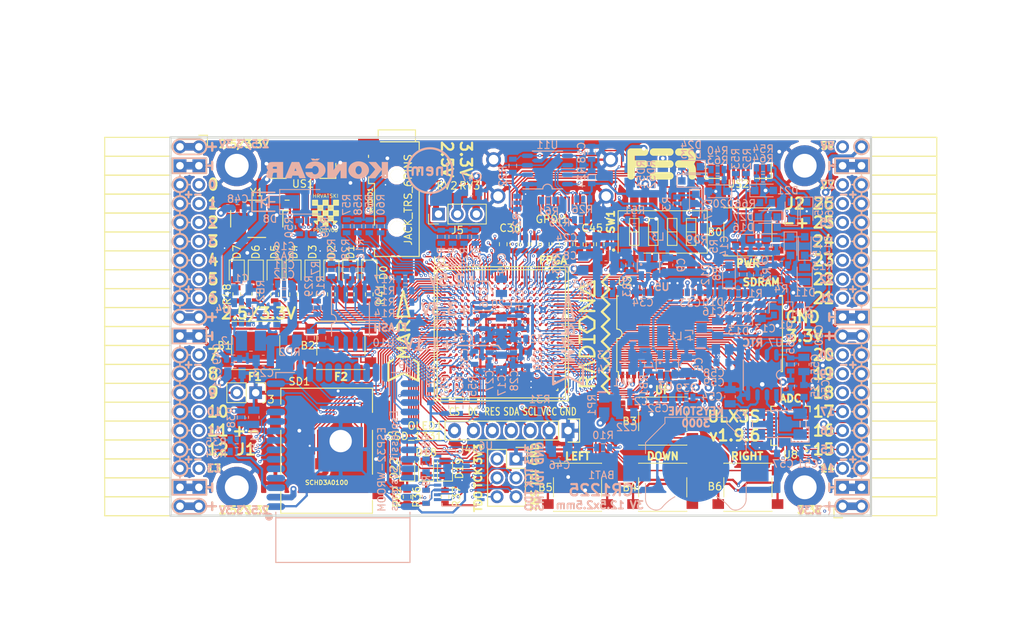
<source format=kicad_pcb>
(kicad_pcb (version 20171130) (host pcbnew 5.0.0-rc2+dfsg1-3)
  (layers (0 F.Cu signal) (1 In1.Cu signal) (2 In2.Cu signal) (31 B.Cu signal) (34 B.Paste user) (35 F.Paste user) (36 B.SilkS user) (37 F.SilkS user) (38 B.Mask user) (39 F.Mask user) (44 Edge.Cuts user))
  (net 0 "")
  (net 1 GND)
  (net 2 +5V)
  (net 3 /gpio/IN5V)
  (net 4 /gpio/OUT5V)
  (net 5 +3V3)
  (net 6 BTN_D)
  (net 7 BTN_F1)
  (net 8 BTN_F2)
  (net 9 BTN_L)
  (net 10 BTN_R)
  (net 11 BTN_U)
  (net 12 /power/FB1)
  (net 13 +2V5)
  (net 14 /power/PWREN)
  (net 15 /power/FB3)
  (net 16 /power/FB2)
  (net 17 /power/VBAT)
  (net 18 JTAG_TDI)
  (net 19 JTAG_TCK)
  (net 20 JTAG_TMS)
  (net 21 JTAG_TDO)
  (net 22 /power/WAKEUPn)
  (net 23 /power/WKUP)
  (net 24 /power/SHUT)
  (net 25 /power/WAKE)
  (net 26 /power/HOLD)
  (net 27 /power/WKn)
  (net 28 /power/OSCI_32k)
  (net 29 /power/OSCO_32k)
  (net 30 SHUTDOWN)
  (net 31 GPDI_SDA)
  (net 32 GPDI_SCL)
  (net 33 /gpdi/VREF2)
  (net 34 SD_CMD)
  (net 35 SD_CLK)
  (net 36 SD_D0)
  (net 37 SD_D1)
  (net 38 USB5V)
  (net 39 GPDI_CEC)
  (net 40 nRESET)
  (net 41 FTDI_nDTR)
  (net 42 SDRAM_CKE)
  (net 43 SDRAM_A7)
  (net 44 SDRAM_D15)
  (net 45 SDRAM_BA1)
  (net 46 SDRAM_D7)
  (net 47 SDRAM_A6)
  (net 48 SDRAM_CLK)
  (net 49 SDRAM_D13)
  (net 50 SDRAM_BA0)
  (net 51 SDRAM_D6)
  (net 52 SDRAM_A5)
  (net 53 SDRAM_D14)
  (net 54 SDRAM_A11)
  (net 55 SDRAM_D12)
  (net 56 SDRAM_D5)
  (net 57 SDRAM_A4)
  (net 58 SDRAM_A10)
  (net 59 SDRAM_D11)
  (net 60 SDRAM_A3)
  (net 61 SDRAM_D4)
  (net 62 SDRAM_D10)
  (net 63 SDRAM_D9)
  (net 64 SDRAM_A9)
  (net 65 SDRAM_D3)
  (net 66 SDRAM_D8)
  (net 67 SDRAM_A8)
  (net 68 SDRAM_A2)
  (net 69 SDRAM_A1)
  (net 70 SDRAM_A0)
  (net 71 SDRAM_D2)
  (net 72 SDRAM_D1)
  (net 73 SDRAM_D0)
  (net 74 SDRAM_DQM0)
  (net 75 SDRAM_nCS)
  (net 76 SDRAM_nRAS)
  (net 77 SDRAM_DQM1)
  (net 78 SDRAM_nCAS)
  (net 79 SDRAM_nWE)
  (net 80 /flash/FLASH_nWP)
  (net 81 /flash/FLASH_nHOLD)
  (net 82 /flash/FLASH_MOSI)
  (net 83 /flash/FLASH_MISO)
  (net 84 /flash/FLASH_SCK)
  (net 85 /flash/FLASH_nCS)
  (net 86 /flash/FPGA_PROGRAMN)
  (net 87 /flash/FPGA_DONE)
  (net 88 /flash/FPGA_INITN)
  (net 89 OLED_RES)
  (net 90 OLED_DC)
  (net 91 OLED_CS)
  (net 92 WIFI_EN)
  (net 93 FTDI_nRTS)
  (net 94 FTDI_TXD)
  (net 95 FTDI_RXD)
  (net 96 WIFI_RXD)
  (net 97 WIFI_GPIO0)
  (net 98 WIFI_TXD)
  (net 99 USB_FTDI_D+)
  (net 100 USB_FTDI_D-)
  (net 101 SD_D3)
  (net 102 AUDIO_L3)
  (net 103 AUDIO_L2)
  (net 104 AUDIO_L1)
  (net 105 AUDIO_L0)
  (net 106 AUDIO_R3)
  (net 107 AUDIO_R2)
  (net 108 AUDIO_R1)
  (net 109 AUDIO_R0)
  (net 110 OLED_CLK)
  (net 111 OLED_MOSI)
  (net 112 LED0)
  (net 113 LED1)
  (net 114 LED2)
  (net 115 LED3)
  (net 116 LED4)
  (net 117 LED5)
  (net 118 LED6)
  (net 119 LED7)
  (net 120 BTN_PWRn)
  (net 121 FTDI_nTXLED)
  (net 122 FTDI_nSLEEP)
  (net 123 /blinkey/LED_PWREN)
  (net 124 /blinkey/LED_TXLED)
  (net 125 /sdcard/SD3V3)
  (net 126 SD_D2)
  (net 127 CLK_25MHz)
  (net 128 /blinkey/BTNPUL)
  (net 129 /blinkey/BTNPUR)
  (net 130 USB_FPGA_D+)
  (net 131 /power/FTDI_nSUSPEND)
  (net 132 /blinkey/ALED0)
  (net 133 /blinkey/ALED1)
  (net 134 /blinkey/ALED2)
  (net 135 /blinkey/ALED3)
  (net 136 /blinkey/ALED4)
  (net 137 /blinkey/ALED5)
  (net 138 /blinkey/ALED6)
  (net 139 /blinkey/ALED7)
  (net 140 /usb/FTD-)
  (net 141 /usb/FTD+)
  (net 142 ADC_MISO)
  (net 143 ADC_MOSI)
  (net 144 ADC_CSn)
  (net 145 ADC_SCLK)
  (net 146 SW3)
  (net 147 SW2)
  (net 148 SW1)
  (net 149 USB_FPGA_D-)
  (net 150 /usb/FPD+)
  (net 151 /usb/FPD-)
  (net 152 WIFI_GPIO16)
  (net 153 /usb/ANT_433MHz)
  (net 154 /power/PWRBTn)
  (net 155 PROG_DONE)
  (net 156 /power/P3V3)
  (net 157 /power/P2V5)
  (net 158 /power/L1)
  (net 159 /power/L3)
  (net 160 /power/L2)
  (net 161 FTDI_TXDEN)
  (net 162 SDRAM_A12)
  (net 163 /analog/AUDIO_V)
  (net 164 AUDIO_V3)
  (net 165 AUDIO_V2)
  (net 166 AUDIO_V1)
  (net 167 AUDIO_V0)
  (net 168 /blinkey/LED_WIFI)
  (net 169 /power/P1V1)
  (net 170 +1V1)
  (net 171 SW4)
  (net 172 /blinkey/SWPU)
  (net 173 /wifi/WIFIEN)
  (net 174 FT2V5)
  (net 175 GN0)
  (net 176 GP0)
  (net 177 GN1)
  (net 178 GP1)
  (net 179 GN2)
  (net 180 GP2)
  (net 181 GN3)
  (net 182 GP3)
  (net 183 GN4)
  (net 184 GP4)
  (net 185 GN5)
  (net 186 GP5)
  (net 187 GN6)
  (net 188 GP6)
  (net 189 GN14)
  (net 190 GP14)
  (net 191 GN15)
  (net 192 GP15)
  (net 193 GN16)
  (net 194 GP16)
  (net 195 GN17)
  (net 196 GP17)
  (net 197 GN18)
  (net 198 GP18)
  (net 199 GN19)
  (net 200 GP19)
  (net 201 GN20)
  (net 202 GP20)
  (net 203 GN21)
  (net 204 GP21)
  (net 205 GN22)
  (net 206 GP22)
  (net 207 GN23)
  (net 208 GP23)
  (net 209 GN24)
  (net 210 GP24)
  (net 211 GN25)
  (net 212 GP25)
  (net 213 GN26)
  (net 214 GP26)
  (net 215 GN27)
  (net 216 GP27)
  (net 217 GN7)
  (net 218 GP7)
  (net 219 GN8)
  (net 220 GP8)
  (net 221 GN9)
  (net 222 GP9)
  (net 223 GN10)
  (net 224 GP10)
  (net 225 GN11)
  (net 226 GP11)
  (net 227 GN12)
  (net 228 GP12)
  (net 229 GN13)
  (net 230 GP13)
  (net 231 WIFI_GPIO5)
  (net 232 WIFI_GPIO17)
  (net 233 USB_FPGA_PULL_D+)
  (net 234 USB_FPGA_PULL_D-)
  (net 235 "Net-(D23-Pad2)")
  (net 236 "Net-(D24-Pad1)")
  (net 237 "Net-(D25-Pad2)")
  (net 238 "Net-(D26-Pad1)")
  (net 239 /gpdi/GPDI_ETH+)
  (net 240 FPDI_ETH+)
  (net 241 /gpdi/GPDI_ETH-)
  (net 242 FPDI_ETH-)
  (net 243 /gpdi/GPDI_D2-)
  (net 244 FPDI_D2-)
  (net 245 /gpdi/GPDI_D1-)
  (net 246 FPDI_D1-)
  (net 247 /gpdi/GPDI_D0-)
  (net 248 FPDI_D0-)
  (net 249 /gpdi/GPDI_CLK-)
  (net 250 FPDI_CLK-)
  (net 251 /gpdi/GPDI_D2+)
  (net 252 FPDI_D2+)
  (net 253 /gpdi/GPDI_D1+)
  (net 254 FPDI_D1+)
  (net 255 /gpdi/GPDI_D0+)
  (net 256 FPDI_D0+)
  (net 257 /gpdi/GPDI_CLK+)
  (net 258 FPDI_CLK+)
  (net 259 FPDI_SDA)
  (net 260 FPDI_SCL)
  (net 261 /gpdi/FPDI_CEC)
  (net 262 2V5_3V3)
  (net 263 "Net-(AUDIO1-Pad5)")
  (net 264 "Net-(AUDIO1-Pad6)")
  (net 265 "Net-(U1-PadA15)")
  (net 266 "Net-(U1-PadC9)")
  (net 267 "Net-(U1-PadD9)")
  (net 268 "Net-(U1-PadD10)")
  (net 269 "Net-(U1-PadD11)")
  (net 270 "Net-(U1-PadD12)")
  (net 271 "Net-(U1-PadE6)")
  (net 272 "Net-(U1-PadE9)")
  (net 273 "Net-(U1-PadE10)")
  (net 274 "Net-(U1-PadE11)")
  (net 275 "Net-(U1-PadJ4)")
  (net 276 "Net-(U1-PadJ5)")
  (net 277 "Net-(U1-PadK5)")
  (net 278 "Net-(U1-PadL5)")
  (net 279 "Net-(U1-PadM4)")
  (net 280 "Net-(U1-PadM5)")
  (net 281 SD_CD)
  (net 282 SD_WP)
  (net 283 "Net-(U1-PadR3)")
  (net 284 "Net-(U1-PadT16)")
  (net 285 "Net-(U1-PadW4)")
  (net 286 "Net-(U1-PadW5)")
  (net 287 "Net-(U1-PadW8)")
  (net 288 "Net-(U1-PadW9)")
  (net 289 "Net-(U1-PadW13)")
  (net 290 "Net-(U1-PadW14)")
  (net 291 "Net-(U1-PadW17)")
  (net 292 "Net-(U1-PadW18)")
  (net 293 FTDI_nRXLED)
  (net 294 "Net-(U8-Pad12)")
  (net 295 "Net-(U8-Pad25)")
  (net 296 "Net-(U9-Pad32)")
  (net 297 "Net-(U9-Pad22)")
  (net 298 "Net-(U9-Pad21)")
  (net 299 "Net-(U9-Pad20)")
  (net 300 "Net-(U9-Pad19)")
  (net 301 "Net-(U9-Pad18)")
  (net 302 "Net-(U9-Pad17)")
  (net 303 "Net-(U9-Pad12)")
  (net 304 "Net-(U9-Pad5)")
  (net 305 "Net-(U9-Pad4)")
  (net 306 "Net-(US1-Pad4)")
  (net 307 "Net-(Y2-Pad3)")
  (net 308 "Net-(Y2-Pad2)")
  (net 309 "Net-(U1-PadK16)")
  (net 310 "Net-(U1-PadK17)")
  (net 311 /usb/US2VBUS)
  (net 312 /power/SHD)
  (net 313 /power/RTCVDD)
  (net 314 "Net-(D27-Pad2)")
  (net 315 US2_ID)
  (net 316 /analog/AUDIO_L)
  (net 317 /analog/AUDIO_R)
  (net 318 /analog/ADC3V3)
  (module Keystone_3000_1x12mm-CoinCell:Keystone_3000_1x12mm-CoinCell (layer B.Cu) (at 164.585 105.87 90)
    (fp_text reference BAT1 (at -0.907 -12.685 180) (layer B.SilkS) (effects (justify mirror)))
    (fp_text value CR1225)
    (pad 1 smd rect (at 0 7.9 180) (size 3.7 3.5) (layers B.Cu B.Paste B.Mask) (net 17 /power/VBAT) (clearance 0.7))
    (pad 1 smd rect (at 0 -7.9 180) (size 3.7 3.5) (layers B.Cu B.Paste B.Mask) (net 17 /power/VBAT) (clearance 0.7))
    (pad 2 smd circle (at 0 0 180) (size 9 9) (layers B.Cu B.Mask) (net 1 GND))
  )
  (module SM8:SM8 (layer B.Cu) (at 144.68 65.8015 90)
    (fp_text reference U11 (at 3.3475 -0.019 -180) (layer B.SilkS) (effects (justify mirror)))
    (fp_text value PCA9306D)
    (pad 1 smd rect (at -1.905 -2.7) (size 1.55 0.6) (layers B.Cu B.Paste B.Mask) (net 1 GND))
    (pad 2 smd oval (at -0.635 -2.7) (size 1.55 0.6) (layers B.Cu B.Paste B.Mask) (net 13 +2V5))
    (pad 3 smd oval (at 0.635 -2.7) (size 1.55 0.6) (layers B.Cu B.Paste B.Mask) (net 260 FPDI_SCL))
    (pad 4 smd oval (at 1.905 -2.7) (size 1.55 0.6) (layers B.Cu B.Paste B.Mask) (net 259 FPDI_SDA))
    (pad 5 smd oval (at 1.905 2.7) (size 1.55 0.6) (layers B.Cu B.Paste B.Mask) (net 31 GPDI_SDA))
    (pad 6 smd oval (at 0.635 2.7) (size 1.55 0.6) (layers B.Cu B.Paste B.Mask) (net 32 GPDI_SCL))
    (pad 7 smd oval (at -0.635 2.7) (size 1.55 0.6) (layers B.Cu B.Paste B.Mask) (net 33 /gpdi/VREF2))
    (pad 8 smd oval (at -1.905 2.7) (size 1.55 0.6) (layers B.Cu B.Paste B.Mask) (net 5 +3V3))
  )
  (module TSOP54:TSOP54 (layer F.Cu) (at 165.093 87.8 90)
    (fp_text reference U2 (at 6.98 -9.993 180) (layer F.SilkS))
    (fp_text value MT48LC16M16A2TG)
    (pad 28 smd rect (at 5.53 10.4 90) (size 0.9 0.56) (layers F.Cu F.Paste F.Mask) (net 1 GND))
    (pad 1 smd rect (at -5.53 -10.4 90) (size 0.9 0.56) (layers F.Cu F.Paste F.Mask) (net 5 +3V3))
    (pad 2 smd rect (at -5.53 -9.6 90) (size 0.9 0.56) (layers F.Cu F.Paste F.Mask) (net 73 SDRAM_D0))
    (pad 3 smd rect (at -5.53 -8.8 90) (size 0.9 0.56) (layers F.Cu F.Paste F.Mask) (net 5 +3V3))
    (pad 4 smd rect (at -5.53 -8 90) (size 0.9 0.56) (layers F.Cu F.Paste F.Mask) (net 72 SDRAM_D1))
    (pad 5 smd rect (at -5.53 -7.2 90) (size 0.9 0.56) (layers F.Cu F.Paste F.Mask) (net 71 SDRAM_D2))
    (pad 6 smd rect (at -5.53 -6.4 90) (size 0.9 0.56) (layers F.Cu F.Paste F.Mask) (net 1 GND))
    (pad 7 smd rect (at -5.53 -5.6 90) (size 0.9 0.56) (layers F.Cu F.Paste F.Mask) (net 65 SDRAM_D3))
    (pad 8 smd rect (at -5.53 -4.8 90) (size 0.9 0.56) (layers F.Cu F.Paste F.Mask) (net 61 SDRAM_D4))
    (pad 9 smd rect (at -5.53 -4 90) (size 0.9 0.56) (layers F.Cu F.Paste F.Mask) (net 5 +3V3))
    (pad 10 smd rect (at -5.53 -3.2 90) (size 0.9 0.56) (layers F.Cu F.Paste F.Mask) (net 56 SDRAM_D5))
    (pad 11 smd rect (at -5.53 -2.4 90) (size 0.9 0.56) (layers F.Cu F.Paste F.Mask) (net 51 SDRAM_D6))
    (pad 12 smd rect (at -5.53 -1.6 90) (size 0.9 0.56) (layers F.Cu F.Paste F.Mask) (net 1 GND))
    (pad 13 smd rect (at -5.53 -0.8 90) (size 0.9 0.56) (layers F.Cu F.Paste F.Mask) (net 46 SDRAM_D7))
    (pad 14 smd rect (at -5.53 0 90) (size 0.9 0.56) (layers F.Cu F.Paste F.Mask) (net 5 +3V3))
    (pad 15 smd rect (at -5.53 0.8 90) (size 0.9 0.56) (layers F.Cu F.Paste F.Mask) (net 74 SDRAM_DQM0))
    (pad 16 smd rect (at -5.53 1.6 90) (size 0.9 0.56) (layers F.Cu F.Paste F.Mask) (net 79 SDRAM_nWE))
    (pad 17 smd rect (at -5.53 2.4 90) (size 0.9 0.56) (layers F.Cu F.Paste F.Mask) (net 78 SDRAM_nCAS))
    (pad 18 smd rect (at -5.53 3.2 90) (size 0.9 0.56) (layers F.Cu F.Paste F.Mask) (net 76 SDRAM_nRAS))
    (pad 19 smd rect (at -5.53 4 90) (size 0.9 0.56) (layers F.Cu F.Paste F.Mask) (net 75 SDRAM_nCS))
    (pad 20 smd rect (at -5.53 4.8 90) (size 0.9 0.56) (layers F.Cu F.Paste F.Mask) (net 50 SDRAM_BA0))
    (pad 21 smd rect (at -5.53 5.6 90) (size 0.9 0.56) (layers F.Cu F.Paste F.Mask) (net 45 SDRAM_BA1))
    (pad 22 smd rect (at -5.53 6.4 90) (size 0.9 0.56) (layers F.Cu F.Paste F.Mask) (net 58 SDRAM_A10))
    (pad 23 smd rect (at -5.53 7.2 90) (size 0.9 0.56) (layers F.Cu F.Paste F.Mask) (net 70 SDRAM_A0))
    (pad 24 smd rect (at -5.53 8 90) (size 0.9 0.56) (layers F.Cu F.Paste F.Mask) (net 69 SDRAM_A1))
    (pad 25 smd rect (at -5.53 8.8 90) (size 0.9 0.56) (layers F.Cu F.Paste F.Mask) (net 68 SDRAM_A2))
    (pad 26 smd rect (at -5.53 9.6 90) (size 0.9 0.56) (layers F.Cu F.Paste F.Mask) (net 60 SDRAM_A3))
    (pad 27 smd rect (at -5.53 10.4 90) (size 0.9 0.56) (layers F.Cu F.Paste F.Mask) (net 5 +3V3))
    (pad 29 smd rect (at 5.53 9.6 90) (size 0.9 0.56) (layers F.Cu F.Paste F.Mask) (net 57 SDRAM_A4))
    (pad 30 smd rect (at 5.53 8.8 90) (size 0.9 0.56) (layers F.Cu F.Paste F.Mask) (net 52 SDRAM_A5))
    (pad 31 smd rect (at 5.53 8 90) (size 0.9 0.56) (layers F.Cu F.Paste F.Mask) (net 47 SDRAM_A6))
    (pad 32 smd rect (at 5.53 7.2 90) (size 0.9 0.56) (layers F.Cu F.Paste F.Mask) (net 43 SDRAM_A7))
    (pad 33 smd rect (at 5.53 6.4 90) (size 0.9 0.56) (layers F.Cu F.Paste F.Mask) (net 67 SDRAM_A8))
    (pad 34 smd rect (at 5.53 5.6 90) (size 0.9 0.56) (layers F.Cu F.Paste F.Mask) (net 64 SDRAM_A9))
    (pad 35 smd rect (at 5.53 4.8 90) (size 0.9 0.56) (layers F.Cu F.Paste F.Mask) (net 54 SDRAM_A11))
    (pad 36 smd rect (at 5.53 4 90) (size 0.9 0.56) (layers F.Cu F.Paste F.Mask) (net 162 SDRAM_A12))
    (pad 37 smd rect (at 5.53 3.2 90) (size 0.9 0.56) (layers F.Cu F.Paste F.Mask) (net 42 SDRAM_CKE))
    (pad 38 smd rect (at 5.53 2.4 90) (size 0.9 0.56) (layers F.Cu F.Paste F.Mask) (net 48 SDRAM_CLK))
    (pad 39 smd rect (at 5.53 1.6 90) (size 0.9 0.56) (layers F.Cu F.Paste F.Mask) (net 77 SDRAM_DQM1))
    (pad 40 smd rect (at 5.53 0.8 90) (size 0.9 0.56) (layers F.Cu F.Paste F.Mask))
    (pad 41 smd rect (at 5.53 0 90) (size 0.9 0.56) (layers F.Cu F.Paste F.Mask) (net 1 GND))
    (pad 42 smd rect (at 5.53 -0.8 90) (size 0.9 0.56) (layers F.Cu F.Paste F.Mask) (net 66 SDRAM_D8))
    (pad 43 smd rect (at 5.53 -1.6 90) (size 0.9 0.56) (layers F.Cu F.Paste F.Mask) (net 5 +3V3))
    (pad 44 smd rect (at 5.53 -2.4 90) (size 0.9 0.56) (layers F.Cu F.Paste F.Mask) (net 63 SDRAM_D9))
    (pad 45 smd rect (at 5.53 -3.2 90) (size 0.9 0.56) (layers F.Cu F.Paste F.Mask) (net 62 SDRAM_D10))
    (pad 46 smd rect (at 5.53 -4 90) (size 0.9 0.56) (layers F.Cu F.Paste F.Mask) (net 1 GND))
    (pad 47 smd rect (at 5.53 -4.8 90) (size 0.9 0.56) (layers F.Cu F.Paste F.Mask) (net 59 SDRAM_D11))
    (pad 48 smd rect (at 5.53 -5.6 90) (size 0.9 0.56) (layers F.Cu F.Paste F.Mask) (net 55 SDRAM_D12))
    (pad 49 smd rect (at 5.53 -6.4 90) (size 0.9 0.56) (layers F.Cu F.Paste F.Mask) (net 5 +3V3))
    (pad 50 smd rect (at 5.53 -7.2 90) (size 0.9 0.56) (layers F.Cu F.Paste F.Mask) (net 49 SDRAM_D13))
    (pad 51 smd rect (at 5.53 -8 90) (size 0.9 0.56) (layers F.Cu F.Paste F.Mask) (net 53 SDRAM_D14))
    (pad 52 smd rect (at 5.53 -8.8 90) (size 0.9 0.56) (layers F.Cu F.Paste F.Mask) (net 1 GND))
    (pad 53 smd rect (at 5.53 -9.6 90) (size 0.9 0.56) (layers F.Cu F.Paste F.Mask) (net 44 SDRAM_D15))
    (pad 54 smd rect (at 5.53 -10.4 90) (size 0.9 0.56) (layers F.Cu F.Paste F.Mask) (net 1 GND))
  )
  (module SOA008-150mil:SOA008-150-208mil (layer B.Cu) (at 118.245 85.822 270)
    (fp_text reference U10 (at 3.175 -4.445) (layer B.SilkS) (effects (justify mirror)))
    (fp_text value IS25LP128F-JBLE)
    (pad 1 smd rect (at -3.302 1.905 270) (size 2.1 0.6) (layers B.Cu B.Paste B.Mask) (net 85 /flash/FLASH_nCS))
    (pad 2 smd oval (at -3.302 0.635 270) (size 2.1 0.6) (layers B.Cu B.Paste B.Mask) (net 83 /flash/FLASH_MISO))
    (pad 3 smd oval (at -3.302 -0.635 270) (size 2.1 0.6) (layers B.Cu B.Paste B.Mask) (net 80 /flash/FLASH_nWP))
    (pad 4 smd oval (at -3.302 -1.905 270) (size 2.1 0.6) (layers B.Cu B.Paste B.Mask) (net 1 GND))
    (pad 5 smd oval (at 3.302 -1.905 270) (size 2.1 0.6) (layers B.Cu B.Paste B.Mask) (net 82 /flash/FLASH_MOSI))
    (pad 6 smd oval (at 3.302 -0.635 270) (size 2.1 0.6) (layers B.Cu B.Paste B.Mask) (net 84 /flash/FLASH_SCK))
    (pad 7 smd oval (at 3.302 0.635 270) (size 2.1 0.6) (layers B.Cu B.Paste B.Mask) (net 81 /flash/FLASH_nHOLD))
    (pad 8 smd oval (at 3.302 1.905 270) (size 2.1 0.6) (layers B.Cu B.Paste B.Mask) (net 5 +3V3))
  )
  (module SOT96-1:SOT96-1 (layer B.Cu) (at 173.49 93.315 90)
    (fp_text reference U7 (at 4.318 1.778 180) (layer B.SilkS) (effects (justify mirror)))
    (fp_text value PCF8523)
    (pad 1 smd rect (at -2.7 1.905 90) (size 1.55 0.6) (layers B.Cu B.Paste B.Mask) (net 28 /power/OSCI_32k))
    (pad 2 smd oval (at -2.7 0.635 90) (size 1.55 0.6) (layers B.Cu B.Paste B.Mask) (net 29 /power/OSCO_32k))
    (pad 3 smd oval (at -2.7 -0.635 90) (size 1.55 0.6) (layers B.Cu B.Paste B.Mask) (net 17 /power/VBAT))
    (pad 4 smd oval (at -2.7 -1.905 90) (size 1.55 0.6) (layers B.Cu B.Paste B.Mask) (net 1 GND))
    (pad 5 smd oval (at 2.7 -1.905 90) (size 1.55 0.6) (layers B.Cu B.Paste B.Mask) (net 259 FPDI_SDA))
    (pad 6 smd oval (at 2.7 -0.635 90) (size 1.55 0.6) (layers B.Cu B.Paste B.Mask) (net 260 FPDI_SCL))
    (pad 7 smd oval (at 2.7 0.635 90) (size 1.55 0.6) (layers B.Cu B.Paste B.Mask) (net 22 /power/WAKEUPn))
    (pad 8 smd oval (at 2.7 1.905 90) (size 1.55 0.6) (layers B.Cu B.Paste B.Mask) (net 313 /power/RTCVDD))
  )
  (module ft231x:FT231X-SSOP-20_4.4x6.5mm_Pitch0.65mm (layer B.Cu) (at 132.835 107.14 180)
    (fp_text reference U6 (at -3.556 4.318 180) (layer B.SilkS) (effects (justify mirror)))
    (fp_text value FT231XS)
    (pad 20 smd rect (at 2.9 2.925 180) (size 1 0.4) (layers B.Cu B.Paste B.Mask) (net 94 FTDI_TXD))
    (pad 19 smd rect (at 2.9 2.275 180) (size 1 0.4) (layers B.Cu B.Paste B.Mask) (net 122 FTDI_nSLEEP))
    (pad 18 smd rect (at 2.9 1.625 180) (size 1 0.4) (layers B.Cu B.Paste B.Mask) (net 161 FTDI_TXDEN))
    (pad 17 smd rect (at 2.9 0.975 180) (size 1 0.4) (layers B.Cu B.Paste B.Mask) (net 293 FTDI_nRXLED))
    (pad 16 smd rect (at 2.9 0.325 180) (size 1 0.4) (layers B.Cu B.Paste B.Mask) (net 1 GND))
    (pad 15 smd rect (at 2.9 -0.325 180) (size 1 0.4) (layers B.Cu B.Paste B.Mask) (net 38 USB5V))
    (pad 14 smd rect (at 2.9 -0.975 180) (size 1 0.4) (layers B.Cu B.Paste B.Mask) (net 40 nRESET))
    (pad 13 smd rect (at 2.9 -1.625 180) (size 1 0.4) (layers B.Cu B.Paste B.Mask) (net 174 FT2V5))
    (pad 12 smd rect (at 2.9 -2.275 180) (size 1 0.4) (layers B.Cu B.Paste B.Mask) (net 100 USB_FTDI_D-))
    (pad 11 smd rect (at 2.9 -2.925 180) (size 1 0.4) (layers B.Cu B.Paste B.Mask) (net 99 USB_FTDI_D+))
    (pad 10 smd rect (at -2.9 -2.925 180) (size 1 0.4) (layers B.Cu B.Paste B.Mask) (net 121 FTDI_nTXLED))
    (pad 9 smd rect (at -2.9 -2.275 180) (size 1 0.4) (layers B.Cu B.Paste B.Mask) (net 21 JTAG_TDO))
    (pad 8 smd rect (at -2.9 -1.625 180) (size 1 0.4) (layers B.Cu B.Paste B.Mask) (net 20 JTAG_TMS))
    (pad 7 smd rect (at -2.9 -0.975 180) (size 1 0.4) (layers B.Cu B.Paste B.Mask) (net 19 JTAG_TCK))
    (pad 6 smd rect (at -2.9 -0.325 180) (size 1 0.4) (layers B.Cu B.Paste B.Mask) (net 1 GND))
    (pad 5 smd rect (at -2.9 0.325 180) (size 1 0.4) (layers B.Cu B.Paste B.Mask) (net 18 JTAG_TDI))
    (pad 4 smd rect (at -2.9 0.975 180) (size 1 0.4) (layers B.Cu B.Paste B.Mask) (net 95 FTDI_RXD))
    (pad 3 smd rect (at -2.9 1.625 180) (size 1 0.4) (layers B.Cu B.Paste B.Mask) (net 174 FT2V5))
    (pad 2 smd rect (at -2.9 2.275 180) (size 1 0.4) (layers B.Cu B.Paste B.Mask) (net 93 FTDI_nRTS))
    (pad 1 smd rect (at -2.9 2.925 180) (size 1 0.4) (layers B.Cu B.Paste B.Mask) (net 41 FTDI_nDTR))
  )
  (module TSOT-25:TSOT-25 (layer B.Cu) (at 158.235 78.692)
    (fp_text reference U5 (at 1.793 2.812) (layer B.SilkS) (effects (font (thickness 0.2)) (justify mirror)))
    (fp_text value TLV62569DBV)
    (pad 1 smd rect (at -0.95 -1.3) (size 0.7 1.2) (layers B.Cu B.Paste B.Mask) (net 14 /power/PWREN))
    (pad 2 smd rect (at 0 -1.3) (size 0.7 1.2) (layers B.Cu B.Paste B.Mask) (net 1 GND))
    (pad 3 smd rect (at 0.95 -1.3) (size 0.7 1.2) (layers B.Cu B.Paste B.Mask) (net 159 /power/L3))
    (pad 4 smd rect (at 0.95 1.3) (size 0.7 1.2) (layers B.Cu B.Paste B.Mask) (net 2 +5V))
    (pad 5 smd rect (at -0.95 1.3) (size 0.7 1.2) (layers B.Cu B.Paste B.Mask) (net 15 /power/FB3))
  )
  (module TSOT-25:TSOT-25 (layer B.Cu) (at 160.775 91.9)
    (fp_text reference U3 (at -0.295 2.9) (layer B.SilkS) (effects (font (thickness 0.2)) (justify mirror)))
    (fp_text value TLV62569DBV)
    (pad 1 smd rect (at -0.95 -1.3) (size 0.7 1.2) (layers B.Cu B.Paste B.Mask) (net 14 /power/PWREN))
    (pad 2 smd rect (at 0 -1.3) (size 0.7 1.2) (layers B.Cu B.Paste B.Mask) (net 1 GND))
    (pad 3 smd rect (at 0.95 -1.3) (size 0.7 1.2) (layers B.Cu B.Paste B.Mask) (net 158 /power/L1))
    (pad 4 smd rect (at 0.95 1.3) (size 0.7 1.2) (layers B.Cu B.Paste B.Mask) (net 2 +5V))
    (pad 5 smd rect (at -0.95 1.3) (size 0.7 1.2) (layers B.Cu B.Paste B.Mask) (net 12 /power/FB1))
  )
  (module TSOT-25:TSOT-25 (layer B.Cu) (at 103.625 84.915 180)
    (fp_text reference U4 (at 2.525 0.4265 180) (layer B.SilkS) (effects (font (thickness 0.2)) (justify mirror)))
    (fp_text value TLV62569DBV)
    (pad 1 smd rect (at -0.95 -1.3 180) (size 0.7 1.2) (layers B.Cu B.Paste B.Mask) (net 14 /power/PWREN))
    (pad 2 smd rect (at 0 -1.3 180) (size 0.7 1.2) (layers B.Cu B.Paste B.Mask) (net 1 GND))
    (pad 3 smd rect (at 0.95 -1.3 180) (size 0.7 1.2) (layers B.Cu B.Paste B.Mask) (net 160 /power/L2))
    (pad 4 smd rect (at 0.95 1.3 180) (size 0.7 1.2) (layers B.Cu B.Paste B.Mask) (net 2 +5V))
    (pad 5 smd rect (at -0.95 1.3 180) (size 0.7 1.2) (layers B.Cu B.Paste B.Mask) (net 16 /power/FB2))
  )
  (module ESP32:ESP32-WROOM (layer B.Cu) (at 117.23 105.75 180)
    (fp_text reference U9 (at -8.366 13.85 180) (layer B.SilkS) (effects (justify mirror)))
    (fp_text value ESP-WROOM32)
    (fp_text user "Espressif Systems" (at -6.858 0.889 90) (layer B.SilkS) (effects (justify mirror)))
    (fp_text user ESP32-WROOM (at -5.207 -0.254 90) (layer B.SilkS) (effects (justify mirror)))
    (pad 38 smd oval (at -9 -5.25 180) (size 2.5 0.9) (layers B.Cu B.Paste B.Mask) (net 1 GND))
    (pad 37 smd oval (at -9 -3.98 180) (size 2.5 0.9) (layers B.Cu B.Paste B.Mask) (net 18 JTAG_TDI))
    (pad 36 smd oval (at -9 -2.71 180) (size 2.5 0.9) (layers B.Cu B.Paste B.Mask) (net 155 PROG_DONE))
    (pad 35 smd oval (at -9 -1.44 180) (size 2.5 0.9) (layers B.Cu B.Paste B.Mask) (net 98 WIFI_TXD))
    (pad 34 smd oval (at -9 -0.17 180) (size 2.5 0.9) (layers B.Cu B.Paste B.Mask) (net 96 WIFI_RXD))
    (pad 33 smd oval (at -9 1.1 180) (size 2.5 0.9) (layers B.Cu B.Paste B.Mask) (net 20 JTAG_TMS))
    (pad 32 smd oval (at -9 2.37 180) (size 2.5 0.9) (layers B.Cu B.Paste B.Mask) (net 296 "Net-(U9-Pad32)"))
    (pad 31 smd oval (at -9 3.64 180) (size 2.5 0.9) (layers B.Cu B.Paste B.Mask) (net 21 JTAG_TDO))
    (pad 30 smd oval (at -9 4.91 180) (size 2.5 0.9) (layers B.Cu B.Paste B.Mask) (net 19 JTAG_TCK))
    (pad 29 smd oval (at -9 6.18 180) (size 2.5 0.9) (layers B.Cu B.Paste B.Mask) (net 231 WIFI_GPIO5))
    (pad 28 smd oval (at -9 7.45 180) (size 2.5 0.9) (layers B.Cu B.Paste B.Mask) (net 232 WIFI_GPIO17))
    (pad 27 smd oval (at -9 8.72 180) (size 2.5 0.9) (layers B.Cu B.Paste B.Mask) (net 152 WIFI_GPIO16))
    (pad 26 smd oval (at -9 9.99 180) (size 2.5 0.9) (layers B.Cu B.Paste B.Mask) (net 37 SD_D1))
    (pad 25 smd oval (at -9 11.26 180) (size 2.5 0.9) (layers B.Cu B.Paste B.Mask) (net 97 WIFI_GPIO0))
    (pad 24 smd oval (at -5.715 12.75 180) (size 0.9 2.5) (layers B.Cu B.Paste B.Mask) (net 36 SD_D0))
    (pad 23 smd oval (at -4.445 12.75 180) (size 0.9 2.5) (layers B.Cu B.Paste B.Mask) (net 34 SD_CMD))
    (pad 22 smd oval (at -3.175 12.75 180) (size 0.9 2.5) (layers B.Cu B.Paste B.Mask) (net 297 "Net-(U9-Pad22)"))
    (pad 21 smd oval (at -1.905 12.75 180) (size 0.9 2.5) (layers B.Cu B.Paste B.Mask) (net 298 "Net-(U9-Pad21)"))
    (pad 20 smd oval (at -0.635 12.75 180) (size 0.9 2.5) (layers B.Cu B.Paste B.Mask) (net 299 "Net-(U9-Pad20)"))
    (pad 19 smd oval (at 0.635 12.75 180) (size 0.9 2.5) (layers B.Cu B.Paste B.Mask) (net 300 "Net-(U9-Pad19)"))
    (pad 18 smd oval (at 1.905 12.75 180) (size 0.9 2.5) (layers B.Cu B.Paste B.Mask) (net 301 "Net-(U9-Pad18)"))
    (pad 17 smd oval (at 3.175 12.75 180) (size 0.9 2.5) (layers B.Cu B.Paste B.Mask) (net 302 "Net-(U9-Pad17)"))
    (pad 16 smd oval (at 4.445 12.75 180) (size 0.9 2.5) (layers B.Cu B.Paste B.Mask) (net 101 SD_D3))
    (pad 15 smd oval (at 5.715 12.75 180) (size 0.9 2.5) (layers B.Cu B.Paste B.Mask) (net 1 GND))
    (pad 14 smd oval (at 9 11.26 180) (size 2.5 0.9) (layers B.Cu B.Paste B.Mask) (net 126 SD_D2))
    (pad 13 smd oval (at 9 9.99 180) (size 2.5 0.9) (layers B.Cu B.Paste B.Mask) (net 35 SD_CLK))
    (pad 12 smd oval (at 9 8.72 180) (size 2.5 0.9) (layers B.Cu B.Paste B.Mask) (net 303 "Net-(U9-Pad12)"))
    (pad 11 smd oval (at 9 7.45 180) (size 2.5 0.9) (layers B.Cu B.Paste B.Mask) (net 225 GN11))
    (pad 10 smd oval (at 9 6.18 180) (size 2.5 0.9) (layers B.Cu B.Paste B.Mask) (net 226 GP11))
    (pad 9 smd oval (at 9 4.91 180) (size 2.5 0.9) (layers B.Cu B.Paste B.Mask) (net 227 GN12))
    (pad 8 smd oval (at 9 3.64 180) (size 2.5 0.9) (layers B.Cu B.Paste B.Mask) (net 228 GP12))
    (pad 7 smd oval (at 9 2.37 180) (size 2.5 0.9) (layers B.Cu B.Paste B.Mask) (net 229 GN13))
    (pad 6 smd oval (at 9 1.1 180) (size 2.5 0.9) (layers B.Cu B.Paste B.Mask) (net 230 GP13))
    (pad 5 smd oval (at 9 -0.17 180) (size 2.5 0.9) (layers B.Cu B.Paste B.Mask) (net 304 "Net-(U9-Pad5)"))
    (pad 4 smd oval (at 9 -1.44 180) (size 2.5 0.9) (layers B.Cu B.Paste B.Mask) (net 305 "Net-(U9-Pad4)"))
    (pad 3 smd oval (at 9 -2.71 180) (size 2.5 0.9) (layers B.Cu B.Paste B.Mask) (net 173 /wifi/WIFIEN))
    (pad 2 smd oval (at 9 -3.98 180) (size 2.5 0.9) (layers B.Cu B.Paste B.Mask) (net 5 +3V3))
    (pad 1 smd oval (at 9 -5.25 180) (size 2.5 0.9) (layers B.Cu B.Paste B.Mask) (net 1 GND))
    (pad 39 smd rect (at 0.3 2.45 180) (size 6 6) (layers B.Cu B.Paste B.Mask) (net 1 GND))
  )
  (module inem:inem (layer B.Cu) (at 128.913 65.883)
    (fp_text reference REF** hide)
    (fp_text value inem hide)
    (fp_text user inem (at 0 -0.1) (layer B.SilkS) (effects (font (size 1.5 1.5) (thickness 0.3)) (justify mirror)))
  )
  (module fer:fer4mm6 (layer F.Cu) (at 159.901 64.994)
    (fp_text reference fer hide)
    (fp_text value fer hide)
  )
  (module Socket_Strips:Socket_Strip_Angled_2x20 (layer F.Cu) (at 97.91 62.69 270)
    (fp_text reference J1 (at 40.64 -6.35) (layer F.SilkS) (effects (font (size 1.5 1.5) (thickness 0.3))))
    (fp_text value CONN_02X20 hide)
    (pad 1 thru_hole oval (at 0 0 270) (size 1.7272 1.7272) (drill 1.016) (layers *.Cu *.Mask) (net 262 2V5_3V3))
    (pad 2 thru_hole oval (at 0 2.54 270) (size 1.7272 1.7272) (drill 1.016) (layers *.Cu *.Mask) (net 262 2V5_3V3))
    (pad 3 thru_hole rect (at 2.54 0 270) (size 1.7272 1.7272) (drill 1.016) (layers *.Cu *.Mask) (net 1 GND))
    (pad 4 thru_hole rect (at 2.54 2.54 270) (size 1.7272 1.7272) (drill 1.016) (layers *.Cu *.Mask) (net 1 GND))
    (pad 5 thru_hole oval (at 5.08 0 270) (size 1.7272 1.7272) (drill 1.016) (layers *.Cu *.Mask) (net 175 GN0))
    (pad 6 thru_hole oval (at 5.08 2.54 270) (size 1.7272 1.7272) (drill 1.016) (layers *.Cu *.Mask) (net 176 GP0))
    (pad 7 thru_hole oval (at 7.62 0 270) (size 1.7272 1.7272) (drill 1.016) (layers *.Cu *.Mask) (net 177 GN1))
    (pad 8 thru_hole oval (at 7.62 2.54 270) (size 1.7272 1.7272) (drill 1.016) (layers *.Cu *.Mask) (net 178 GP1))
    (pad 9 thru_hole oval (at 10.16 0 270) (size 1.7272 1.7272) (drill 1.016) (layers *.Cu *.Mask) (net 179 GN2))
    (pad 10 thru_hole oval (at 10.16 2.54 270) (size 1.7272 1.7272) (drill 1.016) (layers *.Cu *.Mask) (net 180 GP2))
    (pad 11 thru_hole oval (at 12.7 0 270) (size 1.7272 1.7272) (drill 1.016) (layers *.Cu *.Mask) (net 181 GN3))
    (pad 12 thru_hole oval (at 12.7 2.54 270) (size 1.7272 1.7272) (drill 1.016) (layers *.Cu *.Mask) (net 182 GP3))
    (pad 13 thru_hole oval (at 15.24 0 270) (size 1.7272 1.7272) (drill 1.016) (layers *.Cu *.Mask) (net 183 GN4))
    (pad 14 thru_hole oval (at 15.24 2.54 270) (size 1.7272 1.7272) (drill 1.016) (layers *.Cu *.Mask) (net 184 GP4))
    (pad 15 thru_hole oval (at 17.78 0 270) (size 1.7272 1.7272) (drill 1.016) (layers *.Cu *.Mask) (net 185 GN5))
    (pad 16 thru_hole oval (at 17.78 2.54 270) (size 1.7272 1.7272) (drill 1.016) (layers *.Cu *.Mask) (net 186 GP5))
    (pad 17 thru_hole oval (at 20.32 0 270) (size 1.7272 1.7272) (drill 1.016) (layers *.Cu *.Mask) (net 187 GN6))
    (pad 18 thru_hole oval (at 20.32 2.54 270) (size 1.7272 1.7272) (drill 1.016) (layers *.Cu *.Mask) (net 188 GP6))
    (pad 19 thru_hole oval (at 22.86 0 270) (size 1.7272 1.7272) (drill 1.016) (layers *.Cu *.Mask) (net 262 2V5_3V3))
    (pad 20 thru_hole oval (at 22.86 2.54 270) (size 1.7272 1.7272) (drill 1.016) (layers *.Cu *.Mask) (net 262 2V5_3V3))
    (pad 21 thru_hole rect (at 25.4 0 270) (size 1.7272 1.7272) (drill 1.016) (layers *.Cu *.Mask) (net 1 GND))
    (pad 22 thru_hole rect (at 25.4 2.54 270) (size 1.7272 1.7272) (drill 1.016) (layers *.Cu *.Mask) (net 1 GND))
    (pad 23 thru_hole oval (at 27.94 0 270) (size 1.7272 1.7272) (drill 1.016) (layers *.Cu *.Mask) (net 217 GN7))
    (pad 24 thru_hole oval (at 27.94 2.54 270) (size 1.7272 1.7272) (drill 1.016) (layers *.Cu *.Mask) (net 218 GP7))
    (pad 25 thru_hole oval (at 30.48 0 270) (size 1.7272 1.7272) (drill 1.016) (layers *.Cu *.Mask) (net 219 GN8))
    (pad 26 thru_hole oval (at 30.48 2.54 270) (size 1.7272 1.7272) (drill 1.016) (layers *.Cu *.Mask) (net 220 GP8))
    (pad 27 thru_hole oval (at 33.02 0 270) (size 1.7272 1.7272) (drill 1.016) (layers *.Cu *.Mask) (net 221 GN9))
    (pad 28 thru_hole oval (at 33.02 2.54 270) (size 1.7272 1.7272) (drill 1.016) (layers *.Cu *.Mask) (net 222 GP9))
    (pad 29 thru_hole oval (at 35.56 0 270) (size 1.7272 1.7272) (drill 1.016) (layers *.Cu *.Mask) (net 223 GN10))
    (pad 30 thru_hole oval (at 35.56 2.54 270) (size 1.7272 1.7272) (drill 1.016) (layers *.Cu *.Mask) (net 224 GP10))
    (pad 31 thru_hole oval (at 38.1 0 270) (size 1.7272 1.7272) (drill 1.016) (layers *.Cu *.Mask) (net 225 GN11))
    (pad 32 thru_hole oval (at 38.1 2.54 270) (size 1.7272 1.7272) (drill 1.016) (layers *.Cu *.Mask) (net 226 GP11))
    (pad 33 thru_hole oval (at 40.64 0 270) (size 1.7272 1.7272) (drill 1.016) (layers *.Cu *.Mask) (net 227 GN12))
    (pad 34 thru_hole oval (at 40.64 2.54 270) (size 1.7272 1.7272) (drill 1.016) (layers *.Cu *.Mask) (net 228 GP12))
    (pad 35 thru_hole oval (at 43.18 0 270) (size 1.7272 1.7272) (drill 1.016) (layers *.Cu *.Mask) (net 229 GN13))
    (pad 36 thru_hole oval (at 43.18 2.54 270) (size 1.7272 1.7272) (drill 1.016) (layers *.Cu *.Mask) (net 230 GP13))
    (pad 37 thru_hole rect (at 45.72 0 270) (size 1.7272 1.7272) (drill 1.016) (layers *.Cu *.Mask) (net 1 GND))
    (pad 38 thru_hole rect (at 45.72 2.54 270) (size 1.7272 1.7272) (drill 1.016) (layers *.Cu *.Mask) (net 1 GND))
    (pad 39 thru_hole oval (at 48.26 0 270) (size 1.7272 1.7272) (drill 1.016) (layers *.Cu *.Mask) (net 262 2V5_3V3))
    (pad 40 thru_hole oval (at 48.26 2.54 270) (size 1.7272 1.7272) (drill 1.016) (layers *.Cu *.Mask) (net 262 2V5_3V3))
  )
  (module Socket_Strips:Socket_Strip_Angled_2x20 (layer F.Cu) (at 184.27 110.95 90)
    (fp_text reference J2 (at 40.64 -6.35 180) (layer F.SilkS) (effects (font (size 1.5 1.5) (thickness 0.3))))
    (fp_text value CONN_02X20 hide)
    (pad 1 thru_hole oval (at 0 0 90) (size 1.7272 1.7272) (drill 1.016) (layers *.Cu *.Mask) (net 5 +3V3))
    (pad 2 thru_hole oval (at 0 2.54 90) (size 1.7272 1.7272) (drill 1.016) (layers *.Cu *.Mask) (net 5 +3V3))
    (pad 3 thru_hole rect (at 2.54 0 90) (size 1.7272 1.7272) (drill 1.016) (layers *.Cu *.Mask) (net 1 GND))
    (pad 4 thru_hole rect (at 2.54 2.54 90) (size 1.7272 1.7272) (drill 1.016) (layers *.Cu *.Mask) (net 1 GND))
    (pad 5 thru_hole oval (at 5.08 0 90) (size 1.7272 1.7272) (drill 1.016) (layers *.Cu *.Mask) (net 189 GN14))
    (pad 6 thru_hole oval (at 5.08 2.54 90) (size 1.7272 1.7272) (drill 1.016) (layers *.Cu *.Mask) (net 190 GP14))
    (pad 7 thru_hole oval (at 7.62 0 90) (size 1.7272 1.7272) (drill 1.016) (layers *.Cu *.Mask) (net 191 GN15))
    (pad 8 thru_hole oval (at 7.62 2.54 90) (size 1.7272 1.7272) (drill 1.016) (layers *.Cu *.Mask) (net 192 GP15))
    (pad 9 thru_hole oval (at 10.16 0 90) (size 1.7272 1.7272) (drill 1.016) (layers *.Cu *.Mask) (net 193 GN16))
    (pad 10 thru_hole oval (at 10.16 2.54 90) (size 1.7272 1.7272) (drill 1.016) (layers *.Cu *.Mask) (net 194 GP16))
    (pad 11 thru_hole oval (at 12.7 0 90) (size 1.7272 1.7272) (drill 1.016) (layers *.Cu *.Mask) (net 195 GN17))
    (pad 12 thru_hole oval (at 12.7 2.54 90) (size 1.7272 1.7272) (drill 1.016) (layers *.Cu *.Mask) (net 196 GP17))
    (pad 13 thru_hole oval (at 15.24 0 90) (size 1.7272 1.7272) (drill 1.016) (layers *.Cu *.Mask) (net 197 GN18))
    (pad 14 thru_hole oval (at 15.24 2.54 90) (size 1.7272 1.7272) (drill 1.016) (layers *.Cu *.Mask) (net 198 GP18))
    (pad 15 thru_hole oval (at 17.78 0 90) (size 1.7272 1.7272) (drill 1.016) (layers *.Cu *.Mask) (net 199 GN19))
    (pad 16 thru_hole oval (at 17.78 2.54 90) (size 1.7272 1.7272) (drill 1.016) (layers *.Cu *.Mask) (net 200 GP19))
    (pad 17 thru_hole oval (at 20.32 0 90) (size 1.7272 1.7272) (drill 1.016) (layers *.Cu *.Mask) (net 201 GN20))
    (pad 18 thru_hole oval (at 20.32 2.54 90) (size 1.7272 1.7272) (drill 1.016) (layers *.Cu *.Mask) (net 202 GP20))
    (pad 19 thru_hole oval (at 22.86 0 90) (size 1.7272 1.7272) (drill 1.016) (layers *.Cu *.Mask) (net 5 +3V3))
    (pad 20 thru_hole oval (at 22.86 2.54 90) (size 1.7272 1.7272) (drill 1.016) (layers *.Cu *.Mask) (net 5 +3V3))
    (pad 21 thru_hole rect (at 25.4 0 90) (size 1.7272 1.7272) (drill 1.016) (layers *.Cu *.Mask) (net 1 GND))
    (pad 22 thru_hole rect (at 25.4 2.54 90) (size 1.7272 1.7272) (drill 1.016) (layers *.Cu *.Mask) (net 1 GND))
    (pad 23 thru_hole oval (at 27.94 0 90) (size 1.7272 1.7272) (drill 1.016) (layers *.Cu *.Mask) (net 203 GN21))
    (pad 24 thru_hole oval (at 27.94 2.54 90) (size 1.7272 1.7272) (drill 1.016) (layers *.Cu *.Mask) (net 204 GP21))
    (pad 25 thru_hole oval (at 30.48 0 90) (size 1.7272 1.7272) (drill 1.016) (layers *.Cu *.Mask) (net 205 GN22))
    (pad 26 thru_hole oval (at 30.48 2.54 90) (size 1.7272 1.7272) (drill 1.016) (layers *.Cu *.Mask) (net 206 GP22))
    (pad 27 thru_hole oval (at 33.02 0 90) (size 1.7272 1.7272) (drill 1.016) (layers *.Cu *.Mask) (net 207 GN23))
    (pad 28 thru_hole oval (at 33.02 2.54 90) (size 1.7272 1.7272) (drill 1.016) (layers *.Cu *.Mask) (net 208 GP23))
    (pad 29 thru_hole oval (at 35.56 0 90) (size 1.7272 1.7272) (drill 1.016) (layers *.Cu *.Mask) (net 209 GN24))
    (pad 30 thru_hole oval (at 35.56 2.54 90) (size 1.7272 1.7272) (drill 1.016) (layers *.Cu *.Mask) (net 210 GP24))
    (pad 31 thru_hole oval (at 38.1 0 90) (size 1.7272 1.7272) (drill 1.016) (layers *.Cu *.Mask) (net 211 GN25))
    (pad 32 thru_hole oval (at 38.1 2.54 90) (size 1.7272 1.7272) (drill 1.016) (layers *.Cu *.Mask) (net 212 GP25))
    (pad 33 thru_hole oval (at 40.64 0 90) (size 1.7272 1.7272) (drill 1.016) (layers *.Cu *.Mask) (net 213 GN26))
    (pad 34 thru_hole oval (at 40.64 2.54 90) (size 1.7272 1.7272) (drill 1.016) (layers *.Cu *.Mask) (net 214 GP26))
    (pad 35 thru_hole oval (at 43.18 0 90) (size 1.7272 1.7272) (drill 1.016) (layers *.Cu *.Mask) (net 215 GN27))
    (pad 36 thru_hole oval (at 43.18 2.54 90) (size 1.7272 1.7272) (drill 1.016) (layers *.Cu *.Mask) (net 216 GP27))
    (pad 37 thru_hole rect (at 45.72 0 90) (size 1.7272 1.7272) (drill 1.016) (layers *.Cu *.Mask) (net 1 GND))
    (pad 38 thru_hole rect (at 45.72 2.54 90) (size 1.7272 1.7272) (drill 1.016) (layers *.Cu *.Mask) (net 1 GND))
    (pad 39 thru_hole oval (at 48.26 0 90) (size 1.7272 1.7272) (drill 1.016) (layers *.Cu *.Mask) (net 3 /gpio/IN5V))
    (pad 40 thru_hole oval (at 48.26 2.54 90) (size 1.7272 1.7272) (drill 1.016) (layers *.Cu *.Mask) (net 4 /gpio/OUT5V))
  )
  (module Mounting_Holes:MountingHole_3.2mm_M3_ISO14580_Pad (layer F.Cu) (at 102.99 108.41)
    (fp_text reference H1 hide)
    (fp_text value HOLE hide)
    (pad 1 thru_hole circle (at 0 0) (size 5.5 5.5) (drill 3.2) (layers *.Cu *.Mask) (net 1 GND))
  )
  (module Mounting_Holes:MountingHole_3.2mm_M3_ISO14580_Pad (layer F.Cu) (at 179.19 108.41)
    (fp_text reference H2 hide)
    (fp_text value HOLE hide)
    (pad 1 thru_hole circle (at 0 0) (size 5.5 5.5) (drill 3.2) (layers *.Cu *.Mask) (net 1 GND))
  )
  (module Mounting_Holes:MountingHole_3.2mm_M3_ISO14580_Pad (layer F.Cu) (at 179.19 65.23)
    (fp_text reference H3 hide)
    (fp_text value HOLE hide)
    (pad 1 thru_hole circle (at 0 0) (size 5.5 5.5) (drill 3.2) (layers *.Cu *.Mask) (net 1 GND))
  )
  (module Mounting_Holes:MountingHole_3.2mm_M3_ISO14580_Pad (layer F.Cu) (at 102.99 65.23)
    (fp_text reference H4 hide)
    (fp_text value HOLE hide)
    (pad 1 thru_hole circle (at 0 0) (size 5.5 5.5) (drill 3.2) (layers *.Cu *.Mask) (net 1 GND))
  )
  (module Socket_Strips:Socket_Strip_Straight_2x03 (layer F.Cu) (at 140.455 104.6 270)
    (fp_text reference J4 (at -1.252 6.843) (layer F.SilkS))
    (fp_text value CONN_02X03 hide)
    (pad 1 thru_hole rect (at 0 0 270) (size 1.7272 1.7272) (drill 1.016) (layers *.Cu *.Mask) (net 1 GND))
    (pad 2 thru_hole oval (at 0 2.54 270) (size 1.7272 1.7272) (drill 1.016) (layers *.Cu *.Mask) (net 5 +3V3))
    (pad 3 thru_hole oval (at 2.54 0 270) (size 1.7272 1.7272) (drill 1.016) (layers *.Cu *.Mask) (net 18 JTAG_TDI))
    (pad 4 thru_hole oval (at 2.54 2.54 270) (size 1.7272 1.7272) (drill 1.016) (layers *.Cu *.Mask) (net 19 JTAG_TCK))
    (pad 5 thru_hole oval (at 5.08 0 270) (size 1.7272 1.7272) (drill 1.016) (layers *.Cu *.Mask) (net 20 JTAG_TMS))
    (pad 6 thru_hole oval (at 5.08 2.54 270) (size 1.7272 1.7272) (drill 1.016) (layers *.Cu *.Mask) (net 21 JTAG_TDO))
  )
  (module Housings_DFN_QFN:QFN-28-1EP_5x5mm_Pitch0.5mm (layer F.Cu) (at 177.285 100.155 180)
    (fp_text reference U8 (at 0 -3.875 180) (layer F.SilkS))
    (fp_text value MAX11125)
    (pad 1 smd oval (at -2.45 -1.5 180) (size 0.85 0.3) (layers F.Cu F.Paste F.Mask) (net 192 GP15))
    (pad 2 smd oval (at -2.45 -1 180) (size 0.85 0.3) (layers F.Cu F.Paste F.Mask) (net 193 GN16))
    (pad 3 smd oval (at -2.45 -0.5 180) (size 0.85 0.3) (layers F.Cu F.Paste F.Mask) (net 194 GP16))
    (pad 4 smd oval (at -2.45 0 180) (size 0.85 0.3) (layers F.Cu F.Paste F.Mask) (net 195 GN17))
    (pad 5 smd oval (at -2.45 0.5 180) (size 0.85 0.3) (layers F.Cu F.Paste F.Mask) (net 196 GP17))
    (pad 6 smd oval (at -2.45 1 180) (size 0.85 0.3) (layers F.Cu F.Paste F.Mask) (net 1 GND))
    (pad 7 smd oval (at -2.45 1.5 180) (size 0.85 0.3) (layers F.Cu F.Paste F.Mask) (net 1 GND))
    (pad 8 smd oval (at -1.5 2.45 270) (size 0.85 0.3) (layers F.Cu F.Paste F.Mask) (net 1 GND))
    (pad 9 smd oval (at -1 2.45 270) (size 0.85 0.3) (layers F.Cu F.Paste F.Mask) (net 1 GND))
    (pad 10 smd oval (at -0.5 2.45 270) (size 0.85 0.3) (layers F.Cu F.Paste F.Mask) (net 1 GND))
    (pad 11 smd oval (at 0 2.45 270) (size 0.85 0.3) (layers F.Cu F.Paste F.Mask) (net 1 GND))
    (pad 12 smd oval (at 0.5 2.45 270) (size 0.85 0.3) (layers F.Cu F.Paste F.Mask) (net 294 "Net-(U8-Pad12)"))
    (pad 13 smd oval (at 1 2.45 270) (size 0.85 0.3) (layers F.Cu F.Paste F.Mask) (net 1 GND))
    (pad 14 smd oval (at 1.5 2.45 270) (size 0.85 0.3) (layers F.Cu F.Paste F.Mask) (net 1 GND))
    (pad 15 smd oval (at 2.45 1.5 180) (size 0.85 0.3) (layers F.Cu F.Paste F.Mask) (net 318 /analog/ADC3V3))
    (pad 16 smd oval (at 2.45 1 180) (size 0.85 0.3) (layers F.Cu F.Paste F.Mask) (net 1 GND))
    (pad 17 smd oval (at 2.45 0.5 180) (size 0.85 0.3) (layers F.Cu F.Paste F.Mask) (net 318 /analog/ADC3V3))
    (pad 18 smd oval (at 2.45 0 180) (size 0.85 0.3) (layers F.Cu F.Paste F.Mask) (net 318 /analog/ADC3V3))
    (pad 19 smd oval (at 2.45 -0.5 180) (size 0.85 0.3) (layers F.Cu F.Paste F.Mask) (net 145 ADC_SCLK))
    (pad 20 smd oval (at 2.45 -1 180) (size 0.85 0.3) (layers F.Cu F.Paste F.Mask) (net 144 ADC_CSn))
    (pad 21 smd oval (at 2.45 -1.5 180) (size 0.85 0.3) (layers F.Cu F.Paste F.Mask) (net 143 ADC_MOSI))
    (pad 22 smd oval (at 1.5 -2.45 270) (size 0.85 0.3) (layers F.Cu F.Paste F.Mask) (net 1 GND))
    (pad 23 smd oval (at 1 -2.45 270) (size 0.85 0.3) (layers F.Cu F.Paste F.Mask) (net 318 /analog/ADC3V3))
    (pad 24 smd oval (at 0.5 -2.45 270) (size 0.85 0.3) (layers F.Cu F.Paste F.Mask) (net 142 ADC_MISO))
    (pad 25 smd oval (at 0 -2.45 270) (size 0.85 0.3) (layers F.Cu F.Paste F.Mask) (net 295 "Net-(U8-Pad25)"))
    (pad 26 smd oval (at -0.5 -2.45 270) (size 0.85 0.3) (layers F.Cu F.Paste F.Mask) (net 189 GN14))
    (pad 27 smd oval (at -1 -2.45 270) (size 0.85 0.3) (layers F.Cu F.Paste F.Mask) (net 190 GP14))
    (pad 28 smd oval (at -1.5 -2.45 270) (size 0.85 0.3) (layers F.Cu F.Paste F.Mask) (net 191 GN15))
    (pad 29 smd rect (at 0.8375 0.8375 180) (size 1.675 1.675) (layers F.Cu F.Paste F.Mask) (net 1 GND))
    (pad 29 smd rect (at 0.8375 -0.8375 180) (size 1.675 1.675) (layers F.Cu F.Paste F.Mask) (net 1 GND))
    (pad 29 smd rect (at -0.8375 0.8375 180) (size 1.675 1.675) (layers F.Cu F.Paste F.Mask) (net 1 GND))
    (pad 29 smd rect (at -0.8375 -0.8375 180) (size 1.675 1.675) (layers F.Cu F.Paste F.Mask) (net 1 GND))
  )
  (module oled:oled_13xx (layer F.Cu) (at 139.82 100.79 180)
    (fp_text reference OLED1 (at 11.557 0.635 180) (layer F.SilkS))
    (fp_text value SSD_1331 (at 12.954 -0.762 180) (layer F.SilkS))
    (fp_text user CS (at 7.62 2.54 180) (layer F.SilkS) (effects (font (size 1 0.75))))
    (fp_text user DC (at 5.08 2.54 180) (layer F.SilkS) (effects (font (size 1 0.75))))
    (fp_text user RES (at 2.54 2.54 180) (layer F.SilkS) (effects (font (size 1 0.75))))
    (fp_text user SDA (at 0 2.54 180) (layer F.SilkS) (effects (font (size 1 0.75))))
    (fp_text user SCL (at -2.54 2.54 180) (layer F.SilkS) (effects (font (size 1 0.75))))
    (fp_text user VCC (at -5.08 2.54 180) (layer F.SilkS) (effects (font (size 1 0.75))))
    (fp_text user GND (at -7.62 2.54 180) (layer F.SilkS) (effects (font (size 1 0.75))))
    (pad 1 thru_hole rect (at -7.62 0 180) (size 1.7272 2.032) (drill 1.016) (layers *.Cu *.Mask) (net 1 GND))
    (pad 2 thru_hole oval (at -5.08 0 180) (size 1.7272 2.032) (drill 1.016) (layers *.Cu *.Mask) (net 5 +3V3))
    (pad 3 thru_hole oval (at -2.54 0 180) (size 1.7272 2.032) (drill 1.016) (layers *.Cu *.Mask) (net 110 OLED_CLK))
    (pad 4 thru_hole oval (at 0 0 180) (size 1.7272 2.032) (drill 1.016) (layers *.Cu *.Mask) (net 111 OLED_MOSI))
    (pad 5 thru_hole oval (at 2.54 0 180) (size 1.7272 2.032) (drill 1.016) (layers *.Cu *.Mask) (net 89 OLED_RES))
    (pad 6 thru_hole oval (at 5.08 0 180) (size 1.7272 2.032) (drill 1.016) (layers *.Cu *.Mask) (net 90 OLED_DC))
    (pad 7 thru_hole oval (at 7.62 0 180) (size 1.7272 2.032) (drill 1.016) (layers *.Cu *.Mask) (net 91 OLED_CS))
  )
  (module Buttons_Switches_SMD:SW_SPST_PTS645 (layer F.Cu) (at 171.57 74.12 180)
    (fp_text reference B0 (at 4.43 -0.018 180) (layer F.SilkS))
    (fp_text value PTS645)
    (pad 2 smd rect (at -3.98 2.25 180) (size 1.55 1.3) (layers F.Cu F.Paste F.Mask) (net 1 GND))
    (pad 1 smd rect (at -3.98 -2.25 180) (size 1.55 1.3) (layers F.Cu F.Paste F.Mask) (net 154 /power/PWRBTn))
    (pad 1 smd rect (at 3.98 -2.25 180) (size 1.55 1.3) (layers F.Cu F.Paste F.Mask) (net 154 /power/PWRBTn))
    (pad 2 smd rect (at 3.98 2.25 180) (size 1.55 1.3) (layers F.Cu F.Paste F.Mask) (net 1 GND))
  )
  (module Buttons_Switches_SMD:SW_SPST_PTS645 (layer F.Cu) (at 105.53 89.36)
    (fp_text reference B1 (at -4.176 0.018) (layer F.SilkS))
    (fp_text value PTS645)
    (pad 2 smd rect (at -3.98 2.25) (size 1.55 1.3) (layers F.Cu F.Paste F.Mask) (net 7 BTN_F1))
    (pad 1 smd rect (at -3.98 -2.25) (size 1.55 1.3) (layers F.Cu F.Paste F.Mask) (net 128 /blinkey/BTNPUL))
    (pad 1 smd rect (at 3.98 -2.25) (size 1.55 1.3) (layers F.Cu F.Paste F.Mask) (net 128 /blinkey/BTNPUL))
    (pad 2 smd rect (at 3.98 2.25) (size 1.55 1.3) (layers F.Cu F.Paste F.Mask) (net 7 BTN_F1))
  )
  (module Buttons_Switches_SMD:SW_SPST_PTS645 (layer F.Cu) (at 116.96 89.36)
    (fp_text reference B2 (at -4.43 0.018) (layer F.SilkS))
    (fp_text value PTS645)
    (pad 2 smd rect (at -3.98 2.25) (size 1.55 1.3) (layers F.Cu F.Paste F.Mask) (net 8 BTN_F2))
    (pad 1 smd rect (at -3.98 -2.25) (size 1.55 1.3) (layers F.Cu F.Paste F.Mask) (net 128 /blinkey/BTNPUL))
    (pad 1 smd rect (at 3.98 -2.25) (size 1.55 1.3) (layers F.Cu F.Paste F.Mask) (net 128 /blinkey/BTNPUL))
    (pad 2 smd rect (at 3.98 2.25) (size 1.55 1.3) (layers F.Cu F.Paste F.Mask) (net 8 BTN_F2))
  )
  (module Buttons_Switches_SMD:SW_SPST_PTS645 (layer F.Cu) (at 160.14 99.52)
    (fp_text reference B3 (at -4.43 0.018) (layer F.SilkS))
    (fp_text value PTS645)
    (pad 2 smd rect (at -3.98 2.25) (size 1.55 1.3) (layers F.Cu F.Paste F.Mask) (net 11 BTN_U))
    (pad 1 smd rect (at -3.98 -2.25) (size 1.55 1.3) (layers F.Cu F.Paste F.Mask) (net 129 /blinkey/BTNPUR))
    (pad 1 smd rect (at 3.98 -2.25) (size 1.55 1.3) (layers F.Cu F.Paste F.Mask) (net 129 /blinkey/BTNPUR))
    (pad 2 smd rect (at 3.98 2.25) (size 1.55 1.3) (layers F.Cu F.Paste F.Mask) (net 11 BTN_U))
  )
  (module Buttons_Switches_SMD:SW_SPST_PTS645 (layer F.Cu) (at 160.14 108.41 180)
    (fp_text reference B4 (at 4.43 -0.018 180) (layer F.SilkS))
    (fp_text value PTS645)
    (pad 2 smd rect (at -3.98 2.25 180) (size 1.55 1.3) (layers F.Cu F.Paste F.Mask) (net 6 BTN_D))
    (pad 1 smd rect (at -3.98 -2.25 180) (size 1.55 1.3) (layers F.Cu F.Paste F.Mask) (net 129 /blinkey/BTNPUR))
    (pad 1 smd rect (at 3.98 -2.25 180) (size 1.55 1.3) (layers F.Cu F.Paste F.Mask) (net 129 /blinkey/BTNPUR))
    (pad 2 smd rect (at 3.98 2.25 180) (size 1.55 1.3) (layers F.Cu F.Paste F.Mask) (net 6 BTN_D))
  )
  (module Buttons_Switches_SMD:SW_SPST_PTS645 (layer F.Cu) (at 148.71 108.41 180)
    (fp_text reference B5 (at 4.303 -0.018 180) (layer F.SilkS))
    (fp_text value PTS645)
    (pad 2 smd rect (at -3.98 2.25 180) (size 1.55 1.3) (layers F.Cu F.Paste F.Mask) (net 9 BTN_L))
    (pad 1 smd rect (at -3.98 -2.25 180) (size 1.55 1.3) (layers F.Cu F.Paste F.Mask) (net 129 /blinkey/BTNPUR))
    (pad 1 smd rect (at 3.98 -2.25 180) (size 1.55 1.3) (layers F.Cu F.Paste F.Mask) (net 129 /blinkey/BTNPUR))
    (pad 2 smd rect (at 3.98 2.25 180) (size 1.55 1.3) (layers F.Cu F.Paste F.Mask) (net 9 BTN_L))
  )
  (module Buttons_Switches_SMD:SW_SPST_PTS645 (layer F.Cu) (at 171.57 108.41 180)
    (fp_text reference B6 (at 4.43 0.109 180) (layer F.SilkS))
    (fp_text value PTS645)
    (pad 2 smd rect (at -3.98 2.25 180) (size 1.55 1.3) (layers F.Cu F.Paste F.Mask) (net 10 BTN_R))
    (pad 1 smd rect (at -3.98 -2.25 180) (size 1.55 1.3) (layers F.Cu F.Paste F.Mask) (net 129 /blinkey/BTNPUR))
    (pad 1 smd rect (at 3.98 -2.25 180) (size 1.55 1.3) (layers F.Cu F.Paste F.Mask) (net 129 /blinkey/BTNPUR))
    (pad 2 smd rect (at 3.98 2.25 180) (size 1.55 1.3) (layers F.Cu F.Paste F.Mask) (net 10 BTN_R))
  )
  (module Buttons_Switches_SMD:SW_DIP_x4_W8.61mm_Slide_LowProfile (layer F.Cu) (at 160.14 74.12 90)
    (fp_text reference SW1 (at 1.379 -6.97 90) (layer F.SilkS) (effects (font (thickness 0.25))))
    (fp_text value SW_DIP_x04)
    (pad 1 smd rect (at -4.305 -3.81 90) (size 2.44 1.12) (layers F.Cu F.Mask) (net 172 /blinkey/SWPU))
    (pad 5 smd rect (at 4.305 3.81 90) (size 2.44 1.12) (layers F.Cu F.Mask) (net 171 SW4))
    (pad 2 smd rect (at -4.305 -1.27 90) (size 2.44 1.12) (layers F.Cu F.Mask) (net 172 /blinkey/SWPU))
    (pad 6 smd rect (at 4.305 1.27 90) (size 2.44 1.12) (layers F.Cu F.Mask) (net 146 SW3))
    (pad 3 smd rect (at -4.305 1.27 90) (size 2.44 1.12) (layers F.Cu F.Mask) (net 172 /blinkey/SWPU))
    (pad 7 smd rect (at 4.305 -1.27 90) (size 2.44 1.12) (layers F.Cu F.Mask) (net 147 SW2))
    (pad 4 smd rect (at -4.305 3.81 90) (size 2.44 1.12) (layers F.Cu F.Mask) (net 172 /blinkey/SWPU))
    (pad 8 smd rect (at 4.305 -3.81 90) (size 2.44 1.12) (layers F.Cu F.Mask) (net 148 SW1))
  )
  (module lfe5bg381:BGA-381_pitch0.8mm_dia0.4mm (layer F.Cu) (at 138.48 87.8)
    (fp_text reference U1 (at -8.2 -9.8) (layer F.SilkS))
    (fp_text value LFE5U-85F-6BG381C)
    (pad A2 smd circle (at -6.8 -7.6) (size 0.35 0.35) (layers F.Cu F.Paste F.Mask) (net 222 GP9))
    (pad A3 smd circle (at -6 -7.6) (size 0.35 0.35) (layers F.Cu F.Paste F.Mask) (net 109 AUDIO_R0))
    (pad A4 smd circle (at -5.2 -7.6) (size 0.35 0.35) (layers F.Cu F.Paste F.Mask) (net 220 GP8))
    (pad A5 smd circle (at -4.4 -7.6) (size 0.35 0.35) (layers F.Cu F.Paste F.Mask) (net 219 GN8))
    (pad A6 smd circle (at -3.6 -7.6) (size 0.35 0.35) (layers F.Cu F.Paste F.Mask) (net 218 GP7))
    (pad A7 smd circle (at -2.8 -7.6) (size 0.35 0.35) (layers F.Cu F.Paste F.Mask) (net 184 GP4))
    (pad A8 smd circle (at -2 -7.6) (size 0.35 0.35) (layers F.Cu F.Paste F.Mask) (net 183 GN4))
    (pad A9 smd circle (at -1.2 -7.6) (size 0.35 0.35) (layers F.Cu F.Paste F.Mask) (net 180 GP2))
    (pad A10 smd circle (at -0.4 -7.6) (size 0.35 0.35) (layers F.Cu F.Paste F.Mask) (net 178 GP1))
    (pad A11 smd circle (at 0.4 -7.6) (size 0.35 0.35) (layers F.Cu F.Paste F.Mask) (net 177 GN1))
    (pad A12 smd circle (at 1.2 -7.6) (size 0.35 0.35) (layers F.Cu F.Paste F.Mask) (net 252 FPDI_D2+))
    (pad A13 smd circle (at 2 -7.6) (size 0.35 0.35) (layers F.Cu F.Paste F.Mask) (net 244 FPDI_D2-))
    (pad A14 smd circle (at 2.8 -7.6) (size 0.35 0.35) (layers F.Cu F.Paste F.Mask) (net 254 FPDI_D1+))
    (pad A15 smd circle (at 3.6 -7.6) (size 0.35 0.35) (layers F.Cu F.Paste F.Mask) (net 265 "Net-(U1-PadA15)"))
    (pad A16 smd circle (at 4.4 -7.6) (size 0.35 0.35) (layers F.Cu F.Paste F.Mask) (net 256 FPDI_D0+))
    (pad A17 smd circle (at 5.2 -7.6) (size 0.35 0.35) (layers F.Cu F.Paste F.Mask) (net 258 FPDI_CLK+))
    (pad A18 smd circle (at 6 -7.6) (size 0.35 0.35) (layers F.Cu F.Paste F.Mask) (net 261 /gpdi/FPDI_CEC))
    (pad A19 smd circle (at 6.8 -7.6) (size 0.35 0.35) (layers F.Cu F.Paste F.Mask) (net 240 FPDI_ETH+))
    (pad B1 smd circle (at -7.6 -6.8) (size 0.35 0.35) (layers F.Cu F.Paste F.Mask) (net 221 GN9))
    (pad B2 smd circle (at -6.8 -6.8) (size 0.35 0.35) (layers F.Cu F.Paste F.Mask) (net 112 LED0))
    (pad B3 smd circle (at -6 -6.8) (size 0.35 0.35) (layers F.Cu F.Paste F.Mask) (net 102 AUDIO_L3))
    (pad B4 smd circle (at -5.2 -6.8) (size 0.35 0.35) (layers F.Cu F.Paste F.Mask) (net 223 GN10))
    (pad B5 smd circle (at -4.4 -6.8) (size 0.35 0.35) (layers F.Cu F.Paste F.Mask) (net 108 AUDIO_R1))
    (pad B6 smd circle (at -3.6 -6.8) (size 0.35 0.35) (layers F.Cu F.Paste F.Mask) (net 217 GN7))
    (pad B7 smd circle (at -2.8 -6.8) (size 0.35 0.35) (layers F.Cu F.Paste F.Mask) (net 1 GND))
    (pad B8 smd circle (at -2 -6.8) (size 0.35 0.35) (layers F.Cu F.Paste F.Mask) (net 185 GN5))
    (pad B9 smd circle (at -1.2 -6.8) (size 0.35 0.35) (layers F.Cu F.Paste F.Mask) (net 182 GP3))
    (pad B10 smd circle (at -0.4 -6.8) (size 0.35 0.35) (layers F.Cu F.Paste F.Mask) (net 179 GN2))
    (pad B11 smd circle (at 0.4 -6.8) (size 0.35 0.35) (layers F.Cu F.Paste F.Mask) (net 176 GP0))
    (pad B12 smd circle (at 1.2 -6.8) (size 0.35 0.35) (layers F.Cu F.Paste F.Mask) (net 233 USB_FPGA_PULL_D+))
    (pad B13 smd circle (at 2 -6.8) (size 0.35 0.35) (layers F.Cu F.Paste F.Mask) (net 214 GP26))
    (pad B14 smd circle (at 2.8 -6.8) (size 0.35 0.35) (layers F.Cu F.Paste F.Mask) (net 1 GND))
    (pad B15 smd circle (at 3.6 -6.8) (size 0.35 0.35) (layers F.Cu F.Paste F.Mask) (net 206 GP22))
    (pad B16 smd circle (at 4.4 -6.8) (size 0.35 0.35) (layers F.Cu F.Paste F.Mask) (net 248 FPDI_D0-))
    (pad B17 smd circle (at 5.2 -6.8) (size 0.35 0.35) (layers F.Cu F.Paste F.Mask) (net 208 GP23))
    (pad B18 smd circle (at 6 -6.8) (size 0.35 0.35) (layers F.Cu F.Paste F.Mask) (net 250 FPDI_CLK-))
    (pad B19 smd circle (at 6.8 -6.8) (size 0.35 0.35) (layers F.Cu F.Paste F.Mask) (net 259 FPDI_SDA))
    (pad B20 smd circle (at 7.6 -6.8) (size 0.35 0.35) (layers F.Cu F.Paste F.Mask) (net 242 FPDI_ETH-))
    (pad C1 smd circle (at -7.6 -6) (size 0.35 0.35) (layers F.Cu F.Paste F.Mask) (net 114 LED2))
    (pad C2 smd circle (at -6.8 -6) (size 0.35 0.35) (layers F.Cu F.Paste F.Mask) (net 113 LED1))
    (pad C3 smd circle (at -6 -6) (size 0.35 0.35) (layers F.Cu F.Paste F.Mask) (net 103 AUDIO_L2))
    (pad C4 smd circle (at -5.2 -6) (size 0.35 0.35) (layers F.Cu F.Paste F.Mask) (net 224 GP10))
    (pad C5 smd circle (at -4.4 -6) (size 0.35 0.35) (layers F.Cu F.Paste F.Mask) (net 106 AUDIO_R3))
    (pad C6 smd circle (at -3.6 -6) (size 0.35 0.35) (layers F.Cu F.Paste F.Mask) (net 188 GP6))
    (pad C7 smd circle (at -2.8 -6) (size 0.35 0.35) (layers F.Cu F.Paste F.Mask) (net 187 GN6))
    (pad C8 smd circle (at -2 -6) (size 0.35 0.35) (layers F.Cu F.Paste F.Mask) (net 186 GP5))
    (pad C9 smd circle (at -1.2 -6) (size 0.35 0.35) (layers F.Cu F.Paste F.Mask) (net 266 "Net-(U1-PadC9)"))
    (pad C10 smd circle (at -0.4 -6) (size 0.35 0.35) (layers F.Cu F.Paste F.Mask) (net 181 GN3))
    (pad C11 smd circle (at 0.4 -6) (size 0.35 0.35) (layers F.Cu F.Paste F.Mask) (net 175 GN0))
    (pad C12 smd circle (at 1.2 -6) (size 0.35 0.35) (layers F.Cu F.Paste F.Mask) (net 234 USB_FPGA_PULL_D-))
    (pad C13 smd circle (at 2 -6) (size 0.35 0.35) (layers F.Cu F.Paste F.Mask) (net 213 GN26))
    (pad C14 smd circle (at 2.8 -6) (size 0.35 0.35) (layers F.Cu F.Paste F.Mask) (net 246 FPDI_D1-))
    (pad C15 smd circle (at 3.6 -6) (size 0.35 0.35) (layers F.Cu F.Paste F.Mask) (net 205 GN22))
    (pad C16 smd circle (at 4.4 -6) (size 0.35 0.35) (layers F.Cu F.Paste F.Mask) (net 210 GP24))
    (pad C17 smd circle (at 5.2 -6) (size 0.35 0.35) (layers F.Cu F.Paste F.Mask) (net 207 GN23))
    (pad C18 smd circle (at 6 -6) (size 0.35 0.35) (layers F.Cu F.Paste F.Mask) (net 204 GP21))
    (pad C19 smd circle (at 6.8 -6) (size 0.35 0.35) (layers F.Cu F.Paste F.Mask) (net 1 GND))
    (pad C20 smd circle (at 7.6 -6) (size 0.35 0.35) (layers F.Cu F.Paste F.Mask) (net 59 SDRAM_D11))
    (pad D1 smd circle (at -7.6 -5.2) (size 0.35 0.35) (layers F.Cu F.Paste F.Mask) (net 116 LED4))
    (pad D2 smd circle (at -6.8 -5.2) (size 0.35 0.35) (layers F.Cu F.Paste F.Mask) (net 115 LED3))
    (pad D3 smd circle (at -6 -5.2) (size 0.35 0.35) (layers F.Cu F.Paste F.Mask) (net 104 AUDIO_L1))
    (pad D4 smd circle (at -5.2 -5.2) (size 0.35 0.35) (layers F.Cu F.Paste F.Mask) (net 1 GND))
    (pad D5 smd circle (at -4.4 -5.2) (size 0.35 0.35) (layers F.Cu F.Paste F.Mask) (net 107 AUDIO_R2))
    (pad D6 smd circle (at -3.6 -5.2) (size 0.35 0.35) (layers F.Cu F.Paste F.Mask) (net 120 BTN_PWRn))
    (pad D7 smd circle (at -2.8 -5.2) (size 0.35 0.35) (layers F.Cu F.Paste F.Mask) (net 146 SW3))
    (pad D8 smd circle (at -2 -5.2) (size 0.35 0.35) (layers F.Cu F.Paste F.Mask) (net 147 SW2))
    (pad D9 smd circle (at -1.2 -5.2) (size 0.35 0.35) (layers F.Cu F.Paste F.Mask) (net 267 "Net-(U1-PadD9)"))
    (pad D10 smd circle (at -0.4 -5.2) (size 0.35 0.35) (layers F.Cu F.Paste F.Mask) (net 268 "Net-(U1-PadD10)"))
    (pad D11 smd circle (at 0.4 -5.2) (size 0.35 0.35) (layers F.Cu F.Paste F.Mask) (net 269 "Net-(U1-PadD11)"))
    (pad D12 smd circle (at 1.2 -5.2) (size 0.35 0.35) (layers F.Cu F.Paste F.Mask) (net 270 "Net-(U1-PadD12)"))
    (pad D13 smd circle (at 2 -5.2) (size 0.35 0.35) (layers F.Cu F.Paste F.Mask) (net 216 GP27))
    (pad D14 smd circle (at 2.8 -5.2) (size 0.35 0.35) (layers F.Cu F.Paste F.Mask) (net 212 GP25))
    (pad D15 smd circle (at 3.6 -5.2) (size 0.35 0.35) (layers F.Cu F.Paste F.Mask) (net 130 USB_FPGA_D+))
    (pad D16 smd circle (at 4.4 -5.2) (size 0.35 0.35) (layers F.Cu F.Paste F.Mask) (net 209 GN24))
    (pad D17 smd circle (at 5.2 -5.2) (size 0.35 0.35) (layers F.Cu F.Paste F.Mask) (net 203 GN21))
    (pad D18 smd circle (at 6 -5.2) (size 0.35 0.35) (layers F.Cu F.Paste F.Mask) (net 202 GP20))
    (pad D19 smd circle (at 6.8 -5.2) (size 0.35 0.35) (layers F.Cu F.Paste F.Mask) (net 62 SDRAM_D10))
    (pad D20 smd circle (at 7.6 -5.2) (size 0.35 0.35) (layers F.Cu F.Paste F.Mask) (net 63 SDRAM_D9))
    (pad E1 smd circle (at -7.6 -4.4) (size 0.35 0.35) (layers F.Cu F.Paste F.Mask) (net 118 LED6))
    (pad E2 smd circle (at -6.8 -4.4) (size 0.35 0.35) (layers F.Cu F.Paste F.Mask) (net 117 LED5))
    (pad E3 smd circle (at -6 -4.4) (size 0.35 0.35) (layers F.Cu F.Paste F.Mask) (net 225 GN11))
    (pad E4 smd circle (at -5.2 -4.4) (size 0.35 0.35) (layers F.Cu F.Paste F.Mask) (net 105 AUDIO_L0))
    (pad E5 smd circle (at -4.4 -4.4) (size 0.35 0.35) (layers F.Cu F.Paste F.Mask) (net 164 AUDIO_V3))
    (pad E6 smd circle (at -3.6 -4.4) (size 0.35 0.35) (layers F.Cu F.Paste F.Mask) (net 271 "Net-(U1-PadE6)"))
    (pad E7 smd circle (at -2.8 -4.4) (size 0.35 0.35) (layers F.Cu F.Paste F.Mask) (net 171 SW4))
    (pad E8 smd circle (at -2 -4.4) (size 0.35 0.35) (layers F.Cu F.Paste F.Mask) (net 148 SW1))
    (pad E9 smd circle (at -1.2 -4.4) (size 0.35 0.35) (layers F.Cu F.Paste F.Mask) (net 272 "Net-(U1-PadE9)"))
    (pad E10 smd circle (at -0.4 -4.4) (size 0.35 0.35) (layers F.Cu F.Paste F.Mask) (net 273 "Net-(U1-PadE10)"))
    (pad E11 smd circle (at 0.4 -4.4) (size 0.35 0.35) (layers F.Cu F.Paste F.Mask) (net 274 "Net-(U1-PadE11)"))
    (pad E12 smd circle (at 1.2 -4.4) (size 0.35 0.35) (layers F.Cu F.Paste F.Mask) (net 260 FPDI_SCL))
    (pad E13 smd circle (at 2 -4.4) (size 0.35 0.35) (layers F.Cu F.Paste F.Mask) (net 215 GN27))
    (pad E14 smd circle (at 2.8 -4.4) (size 0.35 0.35) (layers F.Cu F.Paste F.Mask) (net 211 GN25))
    (pad E15 smd circle (at 3.6 -4.4) (size 0.35 0.35) (layers F.Cu F.Paste F.Mask) (net 149 USB_FPGA_D-))
    (pad E16 smd circle (at 4.4 -4.4) (size 0.35 0.35) (layers F.Cu F.Paste F.Mask) (net 130 USB_FPGA_D+))
    (pad E17 smd circle (at 5.2 -4.4) (size 0.35 0.35) (layers F.Cu F.Paste F.Mask) (net 201 GN20))
    (pad E18 smd circle (at 6 -4.4) (size 0.35 0.35) (layers F.Cu F.Paste F.Mask) (net 55 SDRAM_D12))
    (pad E19 smd circle (at 6.8 -4.4) (size 0.35 0.35) (layers F.Cu F.Paste F.Mask) (net 66 SDRAM_D8))
    (pad E20 smd circle (at 7.6 -4.4) (size 0.35 0.35) (layers F.Cu F.Paste F.Mask) (net 77 SDRAM_DQM1))
    (pad F1 smd circle (at -7.6 -3.6) (size 0.35 0.35) (layers F.Cu F.Paste F.Mask) (net 92 WIFI_EN))
    (pad F2 smd circle (at -6.8 -3.6) (size 0.35 0.35) (layers F.Cu F.Paste F.Mask) (net 166 AUDIO_V1))
    (pad F3 smd circle (at -6 -3.6) (size 0.35 0.35) (layers F.Cu F.Paste F.Mask) (net 227 GN12))
    (pad F4 smd circle (at -5.2 -3.6) (size 0.35 0.35) (layers F.Cu F.Paste F.Mask) (net 226 GP11))
    (pad F5 smd circle (at -4.4 -3.6) (size 0.35 0.35) (layers F.Cu F.Paste F.Mask) (net 165 AUDIO_V2))
    (pad F6 smd circle (at -3.6 -3.6) (size 0.35 0.35) (layers F.Cu F.Paste F.Mask) (net 13 +2V5))
    (pad F7 smd circle (at -2.8 -3.6) (size 0.35 0.35) (layers F.Cu F.Paste F.Mask) (net 1 GND))
    (pad F8 smd circle (at -2 -3.6) (size 0.35 0.35) (layers F.Cu F.Paste F.Mask) (net 1 GND))
    (pad F9 smd circle (at -1.2 -3.6) (size 0.35 0.35) (layers F.Cu F.Paste F.Mask) (net 262 2V5_3V3))
    (pad F10 smd circle (at -0.4 -3.6) (size 0.35 0.35) (layers F.Cu F.Paste F.Mask) (net 262 2V5_3V3))
    (pad F11 smd circle (at 0.4 -3.6) (size 0.35 0.35) (layers F.Cu F.Paste F.Mask) (net 5 +3V3))
    (pad F12 smd circle (at 1.2 -3.6) (size 0.35 0.35) (layers F.Cu F.Paste F.Mask) (net 5 +3V3))
    (pad F13 smd circle (at 2 -3.6) (size 0.35 0.35) (layers F.Cu F.Paste F.Mask) (net 1 GND))
    (pad F14 smd circle (at 2.8 -3.6) (size 0.35 0.35) (layers F.Cu F.Paste F.Mask) (net 1 GND))
    (pad F15 smd circle (at 3.6 -3.6) (size 0.35 0.35) (layers F.Cu F.Paste F.Mask) (net 13 +2V5))
    (pad F16 smd circle (at 4.4 -3.6) (size 0.35 0.35) (layers F.Cu F.Paste F.Mask) (net 149 USB_FPGA_D-))
    (pad F17 smd circle (at 5.2 -3.6) (size 0.35 0.35) (layers F.Cu F.Paste F.Mask) (net 200 GP19))
    (pad F18 smd circle (at 6 -3.6) (size 0.35 0.35) (layers F.Cu F.Paste F.Mask) (net 49 SDRAM_D13))
    (pad F19 smd circle (at 6.8 -3.6) (size 0.35 0.35) (layers F.Cu F.Paste F.Mask) (net 48 SDRAM_CLK))
    (pad F20 smd circle (at 7.6 -3.6) (size 0.35 0.35) (layers F.Cu F.Paste F.Mask) (net 42 SDRAM_CKE))
    (pad G1 smd circle (at -7.6 -2.8) (size 0.35 0.35) (layers F.Cu F.Paste F.Mask) (net 153 /usb/ANT_433MHz))
    (pad G2 smd circle (at -6.8 -2.8) (size 0.35 0.35) (layers F.Cu F.Paste F.Mask) (net 127 CLK_25MHz))
    (pad G3 smd circle (at -6 -2.8) (size 0.35 0.35) (layers F.Cu F.Paste F.Mask) (net 228 GP12))
    (pad G4 smd circle (at -5.2 -2.8) (size 0.35 0.35) (layers F.Cu F.Paste F.Mask) (net 1 GND))
    (pad G5 smd circle (at -4.4 -2.8) (size 0.35 0.35) (layers F.Cu F.Paste F.Mask) (net 229 GN13))
    (pad G6 smd circle (at -3.6 -2.8) (size 0.35 0.35) (layers F.Cu F.Paste F.Mask) (net 1 GND))
    (pad G7 smd circle (at -2.8 -2.8) (size 0.35 0.35) (layers F.Cu F.Paste F.Mask) (net 1 GND))
    (pad G8 smd circle (at -2 -2.8) (size 0.35 0.35) (layers F.Cu F.Paste F.Mask) (net 1 GND))
    (pad G9 smd circle (at -1.2 -2.8) (size 0.35 0.35) (layers F.Cu F.Paste F.Mask) (net 1 GND))
    (pad G10 smd circle (at -0.4 -2.8) (size 0.35 0.35) (layers F.Cu F.Paste F.Mask) (net 1 GND))
    (pad G11 smd circle (at 0.4 -2.8) (size 0.35 0.35) (layers F.Cu F.Paste F.Mask) (net 1 GND))
    (pad G12 smd circle (at 1.2 -2.8) (size 0.35 0.35) (layers F.Cu F.Paste F.Mask) (net 1 GND))
    (pad G13 smd circle (at 2 -2.8) (size 0.35 0.35) (layers F.Cu F.Paste F.Mask) (net 1 GND))
    (pad G14 smd circle (at 2.8 -2.8) (size 0.35 0.35) (layers F.Cu F.Paste F.Mask) (net 1 GND))
    (pad G15 smd circle (at 3.6 -2.8) (size 0.35 0.35) (layers F.Cu F.Paste F.Mask) (net 1 GND))
    (pad G16 smd circle (at 4.4 -2.8) (size 0.35 0.35) (layers F.Cu F.Paste F.Mask) (net 30 SHUTDOWN))
    (pad G17 smd circle (at 5.2 -2.8) (size 0.35 0.35) (layers F.Cu F.Paste F.Mask) (net 1 GND))
    (pad G18 smd circle (at 6 -2.8) (size 0.35 0.35) (layers F.Cu F.Paste F.Mask) (net 199 GN19))
    (pad G19 smd circle (at 6.8 -2.8) (size 0.35 0.35) (layers F.Cu F.Paste F.Mask) (net 162 SDRAM_A12))
    (pad G20 smd circle (at 7.6 -2.8) (size 0.35 0.35) (layers F.Cu F.Paste F.Mask) (net 54 SDRAM_A11))
    (pad H1 smd circle (at -7.6 -2) (size 0.35 0.35) (layers F.Cu F.Paste F.Mask) (net 37 SD_D1))
    (pad H2 smd circle (at -6.8 -2) (size 0.35 0.35) (layers F.Cu F.Paste F.Mask) (net 35 SD_CLK))
    (pad H3 smd circle (at -6 -2) (size 0.35 0.35) (layers F.Cu F.Paste F.Mask) (net 119 LED7))
    (pad H4 smd circle (at -5.2 -2) (size 0.35 0.35) (layers F.Cu F.Paste F.Mask) (net 230 GP13))
    (pad H5 smd circle (at -4.4 -2) (size 0.35 0.35) (layers F.Cu F.Paste F.Mask) (net 167 AUDIO_V0))
    (pad H6 smd circle (at -3.6 -2) (size 0.35 0.35) (layers F.Cu F.Paste F.Mask) (net 262 2V5_3V3))
    (pad H7 smd circle (at -2.8 -2) (size 0.35 0.35) (layers F.Cu F.Paste F.Mask) (net 262 2V5_3V3))
    (pad H8 smd circle (at -2 -2) (size 0.35 0.35) (layers F.Cu F.Paste F.Mask) (net 170 +1V1))
    (pad H9 smd circle (at -1.2 -2) (size 0.35 0.35) (layers F.Cu F.Paste F.Mask) (net 170 +1V1))
    (pad H10 smd circle (at -0.4 -2) (size 0.35 0.35) (layers F.Cu F.Paste F.Mask) (net 170 +1V1))
    (pad H11 smd circle (at 0.4 -2) (size 0.35 0.35) (layers F.Cu F.Paste F.Mask) (net 170 +1V1))
    (pad H12 smd circle (at 1.2 -2) (size 0.35 0.35) (layers F.Cu F.Paste F.Mask) (net 170 +1V1))
    (pad H13 smd circle (at 2 -2) (size 0.35 0.35) (layers F.Cu F.Paste F.Mask) (net 170 +1V1))
    (pad H14 smd circle (at 2.8 -2) (size 0.35 0.35) (layers F.Cu F.Paste F.Mask) (net 5 +3V3))
    (pad H15 smd circle (at 3.6 -2) (size 0.35 0.35) (layers F.Cu F.Paste F.Mask) (net 5 +3V3))
    (pad H16 smd circle (at 4.4 -2) (size 0.35 0.35) (layers F.Cu F.Paste F.Mask) (net 10 BTN_R))
    (pad H17 smd circle (at 5.2 -2) (size 0.35 0.35) (layers F.Cu F.Paste F.Mask) (net 197 GN18))
    (pad H18 smd circle (at 6 -2) (size 0.35 0.35) (layers F.Cu F.Paste F.Mask) (net 198 GP18))
    (pad H19 smd circle (at 6.8 -2) (size 0.35 0.35) (layers F.Cu F.Paste F.Mask) (net 1 GND))
    (pad H20 smd circle (at 7.6 -2) (size 0.35 0.35) (layers F.Cu F.Paste F.Mask) (net 64 SDRAM_A9))
    (pad J1 smd circle (at -7.6 -1.2) (size 0.35 0.35) (layers F.Cu F.Paste F.Mask) (net 34 SD_CMD))
    (pad J2 smd circle (at -6.8 -1.2) (size 0.35 0.35) (layers F.Cu F.Paste F.Mask) (net 1 GND))
    (pad J3 smd circle (at -6 -1.2) (size 0.35 0.35) (layers F.Cu F.Paste F.Mask) (net 36 SD_D0))
    (pad J4 smd circle (at -5.2 -1.2) (size 0.35 0.35) (layers F.Cu F.Paste F.Mask) (net 275 "Net-(U1-PadJ4)"))
    (pad J5 smd circle (at -4.4 -1.2) (size 0.35 0.35) (layers F.Cu F.Paste F.Mask) (net 276 "Net-(U1-PadJ5)"))
    (pad J6 smd circle (at -3.6 -1.2) (size 0.35 0.35) (layers F.Cu F.Paste F.Mask) (net 262 2V5_3V3))
    (pad J7 smd circle (at -2.8 -1.2) (size 0.35 0.35) (layers F.Cu F.Paste F.Mask) (net 1 GND))
    (pad J8 smd circle (at -2 -1.2) (size 0.35 0.35) (layers F.Cu F.Paste F.Mask) (net 170 +1V1))
    (pad J9 smd circle (at -1.2 -1.2) (size 0.35 0.35) (layers F.Cu F.Paste F.Mask) (net 1 GND))
    (pad J10 smd circle (at -0.4 -1.2) (size 0.35 0.35) (layers F.Cu F.Paste F.Mask) (net 1 GND))
    (pad J11 smd circle (at 0.4 -1.2) (size 0.35 0.35) (layers F.Cu F.Paste F.Mask) (net 1 GND))
    (pad J12 smd circle (at 1.2 -1.2) (size 0.35 0.35) (layers F.Cu F.Paste F.Mask) (net 1 GND))
    (pad J13 smd circle (at 2 -1.2) (size 0.35 0.35) (layers F.Cu F.Paste F.Mask) (net 170 +1V1))
    (pad J14 smd circle (at 2.8 -1.2) (size 0.35 0.35) (layers F.Cu F.Paste F.Mask) (net 1 GND))
    (pad J15 smd circle (at 3.6 -1.2) (size 0.35 0.35) (layers F.Cu F.Paste F.Mask) (net 5 +3V3))
    (pad J16 smd circle (at 4.4 -1.2) (size 0.35 0.35) (layers F.Cu F.Paste F.Mask) (net 73 SDRAM_D0))
    (pad J17 smd circle (at 5.2 -1.2) (size 0.35 0.35) (layers F.Cu F.Paste F.Mask) (net 44 SDRAM_D15))
    (pad J18 smd circle (at 6 -1.2) (size 0.35 0.35) (layers F.Cu F.Paste F.Mask) (net 53 SDRAM_D14))
    (pad J19 smd circle (at 6.8 -1.2) (size 0.35 0.35) (layers F.Cu F.Paste F.Mask) (net 67 SDRAM_A8))
    (pad J20 smd circle (at 7.6 -1.2) (size 0.35 0.35) (layers F.Cu F.Paste F.Mask) (net 43 SDRAM_A7))
    (pad K1 smd circle (at -7.6 -0.4) (size 0.35 0.35) (layers F.Cu F.Paste F.Mask) (net 126 SD_D2))
    (pad K2 smd circle (at -6.8 -0.4) (size 0.35 0.35) (layers F.Cu F.Paste F.Mask) (net 101 SD_D3))
    (pad K3 smd circle (at -6 -0.4) (size 0.35 0.35) (layers F.Cu F.Paste F.Mask) (net 96 WIFI_RXD))
    (pad K4 smd circle (at -5.2 -0.4) (size 0.35 0.35) (layers F.Cu F.Paste F.Mask) (net 98 WIFI_TXD))
    (pad K5 smd circle (at -4.4 -0.4) (size 0.35 0.35) (layers F.Cu F.Paste F.Mask) (net 277 "Net-(U1-PadK5)"))
    (pad K6 smd circle (at -3.6 -0.4) (size 0.35 0.35) (layers F.Cu F.Paste F.Mask) (net 1 GND))
    (pad K7 smd circle (at -2.8 -0.4) (size 0.35 0.35) (layers F.Cu F.Paste F.Mask) (net 1 GND))
    (pad K8 smd circle (at -2 -0.4) (size 0.35 0.35) (layers F.Cu F.Paste F.Mask) (net 170 +1V1))
    (pad K9 smd circle (at -1.2 -0.4) (size 0.35 0.35) (layers F.Cu F.Paste F.Mask) (net 1 GND))
    (pad K10 smd circle (at -0.4 -0.4) (size 0.35 0.35) (layers F.Cu F.Paste F.Mask) (net 1 GND))
    (pad K11 smd circle (at 0.4 -0.4) (size 0.35 0.35) (layers F.Cu F.Paste F.Mask) (net 1 GND))
    (pad K12 smd circle (at 1.2 -0.4) (size 0.35 0.35) (layers F.Cu F.Paste F.Mask) (net 1 GND))
    (pad K13 smd circle (at 2 -0.4) (size 0.35 0.35) (layers F.Cu F.Paste F.Mask) (net 170 +1V1))
    (pad K14 smd circle (at 2.8 -0.4) (size 0.35 0.35) (layers F.Cu F.Paste F.Mask) (net 1 GND))
    (pad K15 smd circle (at 3.6 -0.4) (size 0.35 0.35) (layers F.Cu F.Paste F.Mask) (net 1 GND))
    (pad K16 smd circle (at 4.4 -0.4) (size 0.35 0.35) (layers F.Cu F.Paste F.Mask) (net 309 "Net-(U1-PadK16)"))
    (pad K17 smd circle (at 5.2 -0.4) (size 0.35 0.35) (layers F.Cu F.Paste F.Mask) (net 310 "Net-(U1-PadK17)"))
    (pad K18 smd circle (at 6 -0.4) (size 0.35 0.35) (layers F.Cu F.Paste F.Mask) (net 47 SDRAM_A6))
    (pad K19 smd circle (at 6.8 -0.4) (size 0.35 0.35) (layers F.Cu F.Paste F.Mask) (net 52 SDRAM_A5))
    (pad K20 smd circle (at 7.6 -0.4) (size 0.35 0.35) (layers F.Cu F.Paste F.Mask) (net 57 SDRAM_A4))
    (pad L1 smd circle (at -7.6 0.4) (size 0.35 0.35) (layers F.Cu F.Paste F.Mask) (net 152 WIFI_GPIO16))
    (pad L2 smd circle (at -6.8 0.4) (size 0.35 0.35) (layers F.Cu F.Paste F.Mask) (net 97 WIFI_GPIO0))
    (pad L3 smd circle (at -6 0.4) (size 0.35 0.35) (layers F.Cu F.Paste F.Mask) (net 161 FTDI_TXDEN))
    (pad L4 smd circle (at -5.2 0.4) (size 0.35 0.35) (layers F.Cu F.Paste F.Mask) (net 95 FTDI_RXD))
    (pad L5 smd circle (at -4.4 0.4) (size 0.35 0.35) (layers F.Cu F.Paste F.Mask) (net 278 "Net-(U1-PadL5)"))
    (pad L6 smd circle (at -3.6 0.4) (size 0.35 0.35) (layers F.Cu F.Paste F.Mask) (net 5 +3V3))
    (pad L7 smd circle (at -2.8 0.4) (size 0.35 0.35) (layers F.Cu F.Paste F.Mask) (net 5 +3V3))
    (pad L8 smd circle (at -2 0.4) (size 0.35 0.35) (layers F.Cu F.Paste F.Mask) (net 170 +1V1))
    (pad L9 smd circle (at -1.2 0.4) (size 0.35 0.35) (layers F.Cu F.Paste F.Mask) (net 1 GND))
    (pad L10 smd circle (at -0.4 0.4) (size 0.35 0.35) (layers F.Cu F.Paste F.Mask) (net 1 GND))
    (pad L11 smd circle (at 0.4 0.4) (size 0.35 0.35) (layers F.Cu F.Paste F.Mask) (net 1 GND))
    (pad L12 smd circle (at 1.2 0.4) (size 0.35 0.35) (layers F.Cu F.Paste F.Mask) (net 1 GND))
    (pad L13 smd circle (at 2 0.4) (size 0.35 0.35) (layers F.Cu F.Paste F.Mask) (net 170 +1V1))
    (pad L14 smd circle (at 2.8 0.4) (size 0.35 0.35) (layers F.Cu F.Paste F.Mask) (net 5 +3V3))
    (pad L15 smd circle (at 3.6 0.4) (size 0.35 0.35) (layers F.Cu F.Paste F.Mask) (net 5 +3V3))
    (pad L16 smd circle (at 4.4 0.4) (size 0.35 0.35) (layers F.Cu F.Paste F.Mask) (net 196 GP17))
    (pad L17 smd circle (at 5.2 0.4) (size 0.35 0.35) (layers F.Cu F.Paste F.Mask) (net 195 GN17))
    (pad L18 smd circle (at 6 0.4) (size 0.35 0.35) (layers F.Cu F.Paste F.Mask) (net 72 SDRAM_D1))
    (pad L19 smd circle (at 6.8 0.4) (size 0.35 0.35) (layers F.Cu F.Paste F.Mask) (net 60 SDRAM_A3))
    (pad L20 smd circle (at 7.6 0.4) (size 0.35 0.35) (layers F.Cu F.Paste F.Mask) (net 68 SDRAM_A2))
    (pad M1 smd circle (at -7.6 1.2) (size 0.35 0.35) (layers F.Cu F.Paste F.Mask) (net 94 FTDI_TXD))
    (pad M2 smd circle (at -6.8 1.2) (size 0.35 0.35) (layers F.Cu F.Paste F.Mask) (net 1 GND))
    (pad M3 smd circle (at -6 1.2) (size 0.35 0.35) (layers F.Cu F.Paste F.Mask) (net 93 FTDI_nRTS))
    (pad M4 smd circle (at -5.2 1.2) (size 0.35 0.35) (layers F.Cu F.Paste F.Mask) (net 279 "Net-(U1-PadM4)"))
    (pad M5 smd circle (at -4.4 1.2) (size 0.35 0.35) (layers F.Cu F.Paste F.Mask) (net 280 "Net-(U1-PadM5)"))
    (pad M6 smd circle (at -3.6 1.2) (size 0.35 0.35) (layers F.Cu F.Paste F.Mask) (net 5 +3V3))
    (pad M7 smd circle (at -2.8 1.2) (size 0.35 0.35) (layers F.Cu F.Paste F.Mask) (net 1 GND))
    (pad M8 smd circle (at -2 1.2) (size 0.35 0.35) (layers F.Cu F.Paste F.Mask) (net 170 +1V1))
    (pad M9 smd circle (at -1.2 1.2) (size 0.35 0.35) (layers F.Cu F.Paste F.Mask) (net 1 GND))
    (pad M10 smd circle (at -0.4 1.2) (size 0.35 0.35) (layers F.Cu F.Paste F.Mask) (net 1 GND))
    (pad M11 smd circle (at 0.4 1.2) (size 0.35 0.35) (layers F.Cu F.Paste F.Mask) (net 1 GND))
    (pad M12 smd circle (at 1.2 1.2) (size 0.35 0.35) (layers F.Cu F.Paste F.Mask) (net 1 GND))
    (pad M13 smd circle (at 2 1.2) (size 0.35 0.35) (layers F.Cu F.Paste F.Mask) (net 170 +1V1))
    (pad M14 smd circle (at 2.8 1.2) (size 0.35 0.35) (layers F.Cu F.Paste F.Mask) (net 1 GND))
    (pad M15 smd circle (at 3.6 1.2) (size 0.35 0.35) (layers F.Cu F.Paste F.Mask) (net 5 +3V3))
    (pad M16 smd circle (at 4.4 1.2) (size 0.35 0.35) (layers F.Cu F.Paste F.Mask) (net 1 GND))
    (pad M17 smd circle (at 5.2 1.2) (size 0.35 0.35) (layers F.Cu F.Paste F.Mask) (net 193 GN16))
    (pad M18 smd circle (at 6 1.2) (size 0.35 0.35) (layers F.Cu F.Paste F.Mask) (net 71 SDRAM_D2))
    (pad M19 smd circle (at 6.8 1.2) (size 0.35 0.35) (layers F.Cu F.Paste F.Mask) (net 69 SDRAM_A1))
    (pad M20 smd circle (at 7.6 1.2) (size 0.35 0.35) (layers F.Cu F.Paste F.Mask) (net 70 SDRAM_A0))
    (pad N1 smd circle (at -7.6 2) (size 0.35 0.35) (layers F.Cu F.Paste F.Mask) (net 41 FTDI_nDTR))
    (pad N2 smd circle (at -6.8 2) (size 0.35 0.35) (layers F.Cu F.Paste F.Mask) (net 91 OLED_CS))
    (pad N3 smd circle (at -6 2) (size 0.35 0.35) (layers F.Cu F.Paste F.Mask) (net 232 WIFI_GPIO17))
    (pad N4 smd circle (at -5.2 2) (size 0.35 0.35) (layers F.Cu F.Paste F.Mask) (net 231 WIFI_GPIO5))
    (pad N5 smd circle (at -4.4 2) (size 0.35 0.35) (layers F.Cu F.Paste F.Mask) (net 281 SD_CD))
    (pad N6 smd circle (at -3.6 2) (size 0.35 0.35) (layers F.Cu F.Paste F.Mask) (net 1 GND))
    (pad N7 smd circle (at -2.8 2) (size 0.35 0.35) (layers F.Cu F.Paste F.Mask) (net 1 GND))
    (pad N8 smd circle (at -2 2) (size 0.35 0.35) (layers F.Cu F.Paste F.Mask) (net 170 +1V1))
    (pad N9 smd circle (at -1.2 2) (size 0.35 0.35) (layers F.Cu F.Paste F.Mask) (net 170 +1V1))
    (pad N10 smd circle (at -0.4 2) (size 0.35 0.35) (layers F.Cu F.Paste F.Mask) (net 170 +1V1))
    (pad N11 smd circle (at 0.4 2) (size 0.35 0.35) (layers F.Cu F.Paste F.Mask) (net 170 +1V1))
    (pad N12 smd circle (at 1.2 2) (size 0.35 0.35) (layers F.Cu F.Paste F.Mask) (net 170 +1V1))
    (pad N13 smd circle (at 2 2) (size 0.35 0.35) (layers F.Cu F.Paste F.Mask) (net 170 +1V1))
    (pad N14 smd circle (at 2.8 2) (size 0.35 0.35) (layers F.Cu F.Paste F.Mask) (net 1 GND))
    (pad N15 smd circle (at 3.6 2) (size 0.35 0.35) (layers F.Cu F.Paste F.Mask) (net 1 GND))
    (pad N16 smd circle (at 4.4 2) (size 0.35 0.35) (layers F.Cu F.Paste F.Mask) (net 194 GP16))
    (pad N17 smd circle (at 5.2 2) (size 0.35 0.35) (layers F.Cu F.Paste F.Mask) (net 192 GP15))
    (pad N18 smd circle (at 6 2) (size 0.35 0.35) (layers F.Cu F.Paste F.Mask) (net 65 SDRAM_D3))
    (pad N19 smd circle (at 6.8 2) (size 0.35 0.35) (layers F.Cu F.Paste F.Mask) (net 58 SDRAM_A10))
    (pad N20 smd circle (at 7.6 2) (size 0.35 0.35) (layers F.Cu F.Paste F.Mask) (net 45 SDRAM_BA1))
    (pad P1 smd circle (at -7.6 2.8) (size 0.35 0.35) (layers F.Cu F.Paste F.Mask) (net 90 OLED_DC))
    (pad P2 smd circle (at -6.8 2.8) (size 0.35 0.35) (layers F.Cu F.Paste F.Mask) (net 89 OLED_RES))
    (pad P3 smd circle (at -6 2.8) (size 0.35 0.35) (layers F.Cu F.Paste F.Mask) (net 111 OLED_MOSI))
    (pad P4 smd circle (at -5.2 2.8) (size 0.35 0.35) (layers F.Cu F.Paste F.Mask) (net 110 OLED_CLK))
    (pad P5 smd circle (at -4.4 2.8) (size 0.35 0.35) (layers F.Cu F.Paste F.Mask) (net 282 SD_WP))
    (pad P6 smd circle (at -3.6 2.8) (size 0.35 0.35) (layers F.Cu F.Paste F.Mask) (net 13 +2V5))
    (pad P7 smd circle (at -2.8 2.8) (size 0.35 0.35) (layers F.Cu F.Paste F.Mask) (net 1 GND))
    (pad P8 smd circle (at -2 2.8) (size 0.35 0.35) (layers F.Cu F.Paste F.Mask) (net 1 GND))
    (pad P9 smd circle (at -1.2 2.8) (size 0.35 0.35) (layers F.Cu F.Paste F.Mask) (net 5 +3V3))
    (pad P10 smd circle (at -0.4 2.8) (size 0.35 0.35) (layers F.Cu F.Paste F.Mask) (net 5 +3V3))
    (pad P11 smd circle (at 0.4 2.8) (size 0.35 0.35) (layers F.Cu F.Paste F.Mask) (net 1 GND))
    (pad P12 smd circle (at 1.2 2.8) (size 0.35 0.35) (layers F.Cu F.Paste F.Mask) (net 1 GND))
    (pad P13 smd circle (at 2 2.8) (size 0.35 0.35) (layers F.Cu F.Paste F.Mask) (net 1 GND))
    (pad P14 smd circle (at 2.8 2.8) (size 0.35 0.35) (layers F.Cu F.Paste F.Mask) (net 1 GND))
    (pad P15 smd circle (at 3.6 2.8) (size 0.35 0.35) (layers F.Cu F.Paste F.Mask) (net 13 +2V5))
    (pad P16 smd circle (at 4.4 2.8) (size 0.35 0.35) (layers F.Cu F.Paste F.Mask) (net 191 GN15))
    (pad P17 smd circle (at 5.2 2.8) (size 0.35 0.35) (layers F.Cu F.Paste F.Mask) (net 145 ADC_SCLK))
    (pad P18 smd circle (at 6 2.8) (size 0.35 0.35) (layers F.Cu F.Paste F.Mask) (net 61 SDRAM_D4))
    (pad P19 smd circle (at 6.8 2.8) (size 0.35 0.35) (layers F.Cu F.Paste F.Mask) (net 50 SDRAM_BA0))
    (pad P20 smd circle (at 7.6 2.8) (size 0.35 0.35) (layers F.Cu F.Paste F.Mask) (net 75 SDRAM_nCS))
    (pad R1 smd circle (at -7.6 3.6) (size 0.35 0.35) (layers F.Cu F.Paste F.Mask) (net 7 BTN_F1))
    (pad R2 smd circle (at -6.8 3.6) (size 0.35 0.35) (layers F.Cu F.Paste F.Mask) (net 85 /flash/FLASH_nCS))
    (pad R3 smd circle (at -6 3.6) (size 0.35 0.35) (layers F.Cu F.Paste F.Mask) (net 283 "Net-(U1-PadR3)"))
    (pad R4 smd circle (at -5.2 3.6) (size 0.35 0.35) (layers F.Cu F.Paste F.Mask) (net 1 GND))
    (pad R5 smd circle (at -4.4 3.6) (size 0.35 0.35) (layers F.Cu F.Paste F.Mask) (net 18 JTAG_TDI))
    (pad R16 smd circle (at 4.4 3.6) (size 0.35 0.35) (layers F.Cu F.Paste F.Mask) (net 143 ADC_MOSI))
    (pad R17 smd circle (at 5.2 3.6) (size 0.35 0.35) (layers F.Cu F.Paste F.Mask) (net 144 ADC_CSn))
    (pad R18 smd circle (at 6 3.6) (size 0.35 0.35) (layers F.Cu F.Paste F.Mask) (net 11 BTN_U))
    (pad R19 smd circle (at 6.8 3.6) (size 0.35 0.35) (layers F.Cu F.Paste F.Mask) (net 1 GND))
    (pad R20 smd circle (at 7.6 3.6) (size 0.35 0.35) (layers F.Cu F.Paste F.Mask) (net 76 SDRAM_nRAS))
    (pad T1 smd circle (at -7.6 4.4) (size 0.35 0.35) (layers F.Cu F.Paste F.Mask) (net 8 BTN_F2))
    (pad T2 smd circle (at -6.8 4.4) (size 0.35 0.35) (layers F.Cu F.Paste F.Mask) (net 5 +3V3))
    (pad T3 smd circle (at -6 4.4) (size 0.35 0.35) (layers F.Cu F.Paste F.Mask) (net 5 +3V3))
    (pad T4 smd circle (at -5.2 4.4) (size 0.35 0.35) (layers F.Cu F.Paste F.Mask) (net 5 +3V3))
    (pad T5 smd circle (at -4.4 4.4) (size 0.35 0.35) (layers F.Cu F.Paste F.Mask) (net 19 JTAG_TCK))
    (pad T6 smd circle (at -3.6 4.4) (size 0.35 0.35) (layers F.Cu F.Paste F.Mask) (net 1 GND))
    (pad T7 smd circle (at -2.8 4.4) (size 0.35 0.35) (layers F.Cu F.Paste F.Mask) (net 1 GND))
    (pad T8 smd circle (at -2 4.4) (size 0.35 0.35) (layers F.Cu F.Paste F.Mask) (net 1 GND))
    (pad T9 smd circle (at -1.2 4.4) (size 0.35 0.35) (layers F.Cu F.Paste F.Mask) (net 1 GND))
    (pad T10 smd circle (at -0.4 4.4) (size 0.35 0.35) (layers F.Cu F.Paste F.Mask) (net 1 GND))
    (pad T11 smd circle (at 0.4 4.4) (size 0.35 0.35) (layers F.Cu F.Paste F.Mask) (net 1 GND))
    (pad T12 smd circle (at 1.2 4.4) (size 0.35 0.35) (layers F.Cu F.Paste F.Mask) (net 1 GND))
    (pad T13 smd circle (at 2 4.4) (size 0.35 0.35) (layers F.Cu F.Paste F.Mask) (net 1 GND))
    (pad T14 smd circle (at 2.8 4.4) (size 0.35 0.35) (layers F.Cu F.Paste F.Mask) (net 1 GND))
    (pad T15 smd circle (at 3.6 4.4) (size 0.35 0.35) (layers F.Cu F.Paste F.Mask) (net 1 GND))
    (pad T16 smd circle (at 4.4 4.4) (size 0.35 0.35) (layers F.Cu F.Paste F.Mask) (net 284 "Net-(U1-PadT16)"))
    (pad T17 smd circle (at 5.2 4.4) (size 0.35 0.35) (layers F.Cu F.Paste F.Mask) (net 51 SDRAM_D6))
    (pad T18 smd circle (at 6 4.4) (size 0.35 0.35) (layers F.Cu F.Paste F.Mask) (net 56 SDRAM_D5))
    (pad T19 smd circle (at 6.8 4.4) (size 0.35 0.35) (layers F.Cu F.Paste F.Mask) (net 78 SDRAM_nCAS))
    (pad T20 smd circle (at 7.6 4.4) (size 0.35 0.35) (layers F.Cu F.Paste F.Mask) (net 79 SDRAM_nWE))
    (pad U1 smd circle (at -7.6 5.2) (size 0.35 0.35) (layers F.Cu F.Paste F.Mask) (net 9 BTN_L))
    (pad U2 smd circle (at -6.8 5.2) (size 0.35 0.35) (layers F.Cu F.Paste F.Mask) (net 5 +3V3))
    (pad U3 smd circle (at -6 5.2) (size 0.35 0.35) (layers F.Cu F.Paste F.Mask) (net 84 /flash/FLASH_SCK))
    (pad U4 smd circle (at -5.2 5.2) (size 0.35 0.35) (layers F.Cu F.Paste F.Mask) (net 1 GND))
    (pad U5 smd circle (at -4.4 5.2) (size 0.35 0.35) (layers F.Cu F.Paste F.Mask) (net 20 JTAG_TMS))
    (pad U6 smd circle (at -3.6 5.2) (size 0.35 0.35) (layers F.Cu F.Paste F.Mask) (net 1 GND))
    (pad U7 smd circle (at -2.8 5.2) (size 0.35 0.35) (layers F.Cu F.Paste F.Mask) (net 1 GND))
    (pad U8 smd circle (at -2 5.2) (size 0.35 0.35) (layers F.Cu F.Paste F.Mask) (net 1 GND))
    (pad U9 smd circle (at -1.2 5.2) (size 0.35 0.35) (layers F.Cu F.Paste F.Mask) (net 1 GND))
    (pad U10 smd circle (at -0.4 5.2) (size 0.35 0.35) (layers F.Cu F.Paste F.Mask) (net 1 GND))
    (pad U11 smd circle (at 0.4 5.2) (size 0.35 0.35) (layers F.Cu F.Paste F.Mask) (net 1 GND))
    (pad U12 smd circle (at 1.2 5.2) (size 0.35 0.35) (layers F.Cu F.Paste F.Mask) (net 1 GND))
    (pad U13 smd circle (at 2 5.2) (size 0.35 0.35) (layers F.Cu F.Paste F.Mask) (net 1 GND))
    (pad U14 smd circle (at 2.8 5.2) (size 0.35 0.35) (layers F.Cu F.Paste F.Mask) (net 1 GND))
    (pad U15 smd circle (at 3.6 5.2) (size 0.35 0.35) (layers F.Cu F.Paste F.Mask) (net 1 GND))
    (pad U16 smd circle (at 4.4 5.2) (size 0.35 0.35) (layers F.Cu F.Paste F.Mask) (net 142 ADC_MISO))
    (pad U17 smd circle (at 5.2 5.2) (size 0.35 0.35) (layers F.Cu F.Paste F.Mask) (net 189 GN14))
    (pad U18 smd circle (at 6 5.2) (size 0.35 0.35) (layers F.Cu F.Paste F.Mask) (net 190 GP14))
    (pad U19 smd circle (at 6.8 5.2) (size 0.35 0.35) (layers F.Cu F.Paste F.Mask) (net 74 SDRAM_DQM0))
    (pad U20 smd circle (at 7.6 5.2) (size 0.35 0.35) (layers F.Cu F.Paste F.Mask) (net 46 SDRAM_D7))
    (pad V1 smd circle (at -7.6 6) (size 0.35 0.35) (layers F.Cu F.Paste F.Mask) (net 6 BTN_D))
    (pad V2 smd circle (at -6.8 6) (size 0.35 0.35) (layers F.Cu F.Paste F.Mask) (net 83 /flash/FLASH_MISO))
    (pad V3 smd circle (at -6 6) (size 0.35 0.35) (layers F.Cu F.Paste F.Mask) (net 88 /flash/FPGA_INITN))
    (pad V4 smd circle (at -5.2 6) (size 0.35 0.35) (layers F.Cu F.Paste F.Mask) (net 21 JTAG_TDO))
    (pad V5 smd circle (at -4.4 6) (size 0.35 0.35) (layers F.Cu F.Paste F.Mask) (net 1 GND))
    (pad V6 smd circle (at -3.6 6) (size 0.35 0.35) (layers F.Cu F.Paste F.Mask) (net 1 GND))
    (pad V7 smd circle (at -2.8 6) (size 0.35 0.35) (layers F.Cu F.Paste F.Mask) (net 1 GND))
    (pad V8 smd circle (at -2 6) (size 0.35 0.35) (layers F.Cu F.Paste F.Mask) (net 1 GND))
    (pad V9 smd circle (at -1.2 6) (size 0.35 0.35) (layers F.Cu F.Paste F.Mask) (net 1 GND))
    (pad V10 smd circle (at -0.4 6) (size 0.35 0.35) (layers F.Cu F.Paste F.Mask) (net 1 GND))
    (pad V11 smd circle (at 0.4 6) (size 0.35 0.35) (layers F.Cu F.Paste F.Mask) (net 1 GND))
    (pad V12 smd circle (at 1.2 6) (size 0.35 0.35) (layers F.Cu F.Paste F.Mask) (net 1 GND))
    (pad V13 smd circle (at 2 6) (size 0.35 0.35) (layers F.Cu F.Paste F.Mask) (net 1 GND))
    (pad V14 smd circle (at 2.8 6) (size 0.35 0.35) (layers F.Cu F.Paste F.Mask) (net 1 GND))
    (pad V15 smd circle (at 3.6 6) (size 0.35 0.35) (layers F.Cu F.Paste F.Mask) (net 1 GND))
    (pad V16 smd circle (at 4.4 6) (size 0.35 0.35) (layers F.Cu F.Paste F.Mask) (net 1 GND))
    (pad V17 smd circle (at 5.2 6) (size 0.35 0.35) (layers F.Cu F.Paste F.Mask) (net 1 GND))
    (pad V18 smd circle (at 6 6) (size 0.35 0.35) (layers F.Cu F.Paste F.Mask) (net 1 GND))
    (pad V19 smd circle (at 6.8 6) (size 0.35 0.35) (layers F.Cu F.Paste F.Mask) (net 1 GND))
    (pad V20 smd circle (at 7.6 6) (size 0.35 0.35) (layers F.Cu F.Paste F.Mask) (net 1 GND))
    (pad W1 smd circle (at -7.6 6.8) (size 0.35 0.35) (layers F.Cu F.Paste F.Mask) (net 81 /flash/FLASH_nHOLD))
    (pad W2 smd circle (at -6.8 6.8) (size 0.35 0.35) (layers F.Cu F.Paste F.Mask) (net 82 /flash/FLASH_MOSI))
    (pad W3 smd circle (at -6 6.8) (size 0.35 0.35) (layers F.Cu F.Paste F.Mask) (net 86 /flash/FPGA_PROGRAMN))
    (pad W4 smd circle (at -5.2 6.8) (size 0.35 0.35) (layers F.Cu F.Paste F.Mask) (net 285 "Net-(U1-PadW4)"))
    (pad W5 smd circle (at -4.4 6.8) (size 0.35 0.35) (layers F.Cu F.Paste F.Mask) (net 286 "Net-(U1-PadW5)"))
    (pad W6 smd circle (at -3.6 6.8) (size 0.35 0.35) (layers F.Cu F.Paste F.Mask) (net 1 GND))
    (pad W7 smd circle (at -2.8 6.8) (size 0.35 0.35) (layers F.Cu F.Paste F.Mask) (net 1 GND))
    (pad W8 smd circle (at -2 6.8) (size 0.35 0.35) (layers F.Cu F.Paste F.Mask) (net 287 "Net-(U1-PadW8)"))
    (pad W9 smd circle (at -1.2 6.8) (size 0.35 0.35) (layers F.Cu F.Paste F.Mask) (net 288 "Net-(U1-PadW9)"))
    (pad W10 smd circle (at -0.4 6.8) (size 0.35 0.35) (layers F.Cu F.Paste F.Mask))
    (pad W11 smd circle (at 0.4 6.8) (size 0.35 0.35) (layers F.Cu F.Paste F.Mask))
    (pad W12 smd circle (at 1.2 6.8) (size 0.35 0.35) (layers F.Cu F.Paste F.Mask) (net 1 GND))
    (pad W13 smd circle (at 2 6.8) (size 0.35 0.35) (layers F.Cu F.Paste F.Mask) (net 289 "Net-(U1-PadW13)"))
    (pad W14 smd circle (at 2.8 6.8) (size 0.35 0.35) (layers F.Cu F.Paste F.Mask) (net 290 "Net-(U1-PadW14)"))
    (pad W15 smd circle (at 3.6 6.8) (size 0.35 0.35) (layers F.Cu F.Paste F.Mask) (net 1 GND))
    (pad W16 smd circle (at 4.4 6.8) (size 0.35 0.35) (layers F.Cu F.Paste F.Mask) (net 1 GND))
    (pad W17 smd circle (at 5.2 6.8) (size 0.35 0.35) (layers F.Cu F.Paste F.Mask) (net 291 "Net-(U1-PadW17)"))
    (pad W18 smd circle (at 6 6.8) (size 0.35 0.35) (layers F.Cu F.Paste F.Mask) (net 292 "Net-(U1-PadW18)"))
    (pad W19 smd circle (at 6.8 6.8) (size 0.35 0.35) (layers F.Cu F.Paste F.Mask) (net 1 GND))
    (pad W20 smd circle (at 7.6 6.8) (size 0.35 0.35) (layers F.Cu F.Paste F.Mask) (net 1 GND))
    (pad Y2 smd circle (at -6.8 7.6) (size 0.35 0.35) (layers F.Cu F.Paste F.Mask) (net 80 /flash/FLASH_nWP))
    (pad Y3 smd circle (at -6 7.6) (size 0.35 0.35) (layers F.Cu F.Paste F.Mask) (net 87 /flash/FPGA_DONE))
    (pad Y5 smd circle (at -4.4 7.6) (size 0.35 0.35) (layers F.Cu F.Paste F.Mask) (net 1 GND))
    (pad Y6 smd circle (at -3.6 7.6) (size 0.35 0.35) (layers F.Cu F.Paste F.Mask) (net 1 GND))
    (pad Y7 smd circle (at -2.8 7.6) (size 0.35 0.35) (layers F.Cu F.Paste F.Mask) (net 1 GND))
    (pad Y8 smd circle (at -2 7.6) (size 0.35 0.35) (layers F.Cu F.Paste F.Mask) (net 1 GND))
    (pad Y11 smd circle (at 0.4 7.6) (size 0.35 0.35) (layers F.Cu F.Paste F.Mask) (net 1 GND))
    (pad Y12 smd circle (at 1.2 7.6) (size 0.35 0.35) (layers F.Cu F.Paste F.Mask) (net 1 GND))
    (pad Y14 smd circle (at 2.8 7.6) (size 0.35 0.35) (layers F.Cu F.Paste F.Mask) (net 1 GND))
    (pad Y15 smd circle (at 3.6 7.6) (size 0.35 0.35) (layers F.Cu F.Paste F.Mask) (net 1 GND))
    (pad Y16 smd circle (at 4.4 7.6) (size 0.35 0.35) (layers F.Cu F.Paste F.Mask) (net 1 GND))
    (pad Y17 smd circle (at 5.2 7.6) (size 0.35 0.35) (layers F.Cu F.Paste F.Mask) (net 1 GND))
    (pad Y19 smd circle (at 6.8 7.6) (size 0.35 0.35) (layers F.Cu F.Paste F.Mask) (net 1 GND))
  )
  (module radiona:radiona (layer F.Cu) (at 149.98 87.836 90)
    (fp_text reference radiona hide)
    (fp_text value radiona hide)
  )
  (module audio-jack:CUI_SJ-43516-SMT (layer F.Cu) (at 124.468 69.518)
    (fp_text reference AUDIO1 (at -3.560502 0.28335 270) (layer F.SilkS) (effects (font (size 0.6096 0.6096) (thickness 0.1524))))
    (fp_text value JACK_TRS_6PINS (at 1.519498 0.28335 270) (layer F.SilkS))
    (pad 1 smd rect (at -3.8 -6.9 270) (size 2 2.8) (layers F.Cu F.Paste F.Mask) (net 1 GND))
    (pad 4 smd rect (at -3.8 -4.1 270) (size 2.2 2.8) (layers F.Cu F.Paste F.Mask) (net 163 /analog/AUDIO_V))
    (pad 2 smd rect (at -3.8 5.3 270) (size 2.8 2.8) (layers F.Cu F.Paste F.Mask) (net 316 /analog/AUDIO_L))
    (pad 5 smd rect (at 0.75 9.4 270) (size 2.8 2.8) (layers F.Cu F.Paste F.Mask) (net 263 "Net-(AUDIO1-Pad5)"))
    (pad 3 smd rect (at 3.8 -2.2 270) (size 2.2 2.8) (layers F.Cu F.Paste F.Mask) (net 317 /analog/AUDIO_R))
    (pad 6 smd rect (at 3.8 -5 270) (size 2 2.8) (layers F.Cu F.Paste F.Mask) (net 264 "Net-(AUDIO1-Pad6)"))
    (pad "" np_thru_hole circle (at 0 -3 270) (size 1.7 1.7) (drill 1.7) (layers *.Cu *.Mask F.SilkS) (clearance 0.4))
    (pad "" np_thru_hole circle (at 0 4 270) (size 1.7 1.7) (drill 1.7) (layers *.Cu *.Mask F.SilkS) (clearance 0.4))
  )
  (module abs25:Crystal_SMD_ABS25 (layer B.Cu) (at 175.776 99.922 180)
    (fp_text reference Y2 (at 5.08 1.273 180) (layer B.SilkS) (effects (justify mirror)))
    (fp_text value 32768Hz)
    (pad 4 smd rect (at -2.8 1.4 180) (size 1.8 1.4) (layers B.Cu B.Paste B.Mask) (net 28 /power/OSCI_32k))
    (pad 3 smd rect (at 2.8 1.4 180) (size 1.8 1.4) (layers B.Cu B.Paste B.Mask) (net 307 "Net-(Y2-Pad3)"))
    (pad 2 smd rect (at 2.8 -1.4 180) (size 1.8 1.4) (layers B.Cu B.Paste B.Mask) (net 308 "Net-(Y2-Pad2)"))
    (pad 1 smd rect (at -2.8 -1.4 180) (size 1.8 1.4) (layers B.Cu B.Paste B.Mask) (net 29 /power/OSCO_32k))
  )
  (module micro-sd-schd3a0100:SCHD3A100 (layer F.Cu) (at 115.05 103.5 270)
    (fp_text reference SD1 (at -9.296 3.663 180) (layer F.SilkS))
    (fp_text value SCHD3A0100 (at 4.28 0) (layer F.SilkS) (effects (font (size 0.59944 0.59944) (thickness 0.12446))))
    (pad 1 smd rect (at 1.75 -3.2) (size 0.7 1.5) (layers F.Cu F.Paste F.Mask) (net 126 SD_D2))
    (pad 2 smd rect (at 1.75 -2.1) (size 0.7 1.5) (layers F.Cu F.Paste F.Mask) (net 101 SD_D3))
    (pad 3 smd rect (at 1.75 -1) (size 0.7 1.5) (layers F.Cu F.Paste F.Mask) (net 34 SD_CMD))
    (pad 4 smd rect (at 1.75 0.1) (size 0.7 1.5) (layers F.Cu F.Paste F.Mask) (net 125 /sdcard/SD3V3))
    (pad 5 smd rect (at 1.75 1.2) (size 0.7 1.5) (layers F.Cu F.Paste F.Mask) (net 35 SD_CLK))
    (pad 6 smd rect (at 1.75 2.3) (size 0.7 1.5) (layers F.Cu F.Paste F.Mask) (net 1 GND))
    (pad 7 smd rect (at 1.75 3.4) (size 0.7 1.5) (layers F.Cu F.Paste F.Mask) (net 36 SD_D0))
    (pad 8 smd rect (at 1.75 4.5) (size 0.7 1.5) (layers F.Cu F.Paste F.Mask) (net 37 SD_D1))
    (pad 10 smd rect (at 6.05 -6.875) (size 1.45 0.9) (layers F.Cu F.Paste F.Mask) (net 1 GND))
    (pad 11 smd rect (at -5.65 6.875 90) (size 0.9 1.45) (layers F.Cu F.Paste F.Mask) (net 1 GND))
    (pad 9 smd rect (at 4.35 6.875) (size 1.45 2) (layers F.Cu F.Paste F.Mask) (net 1 GND))
    (pad 9 smd rect (at 4.35 -6.875) (size 1.45 2) (layers F.Cu F.Paste F.Mask) (net 1 GND))
    (pad 9 smd rect (at -3.95 -6.875) (size 1.45 2) (layers F.Cu F.Paste F.Mask) (net 1 GND))
    (pad 9 smd rect (at -3.95 6.875) (size 1.45 2) (layers F.Cu F.Paste F.Mask) (net 1 GND))
  )
  (module oscxo:Crystal_SMD_7050_4Pads (layer F.Cu) (at 105.672 72.36 180)
    (fp_text reference Y1 (at 0 3.556 180) (layer F.SilkS))
    (fp_text value FNETHE025 hide)
    (pad 1 smd rect (at -2.54 2.2 180) (size 2.2 1.8) (layers F.Cu F.Paste F.Mask) (net 5 +3V3))
    (pad 2 smd rect (at 2.54 2.2 180) (size 2.2 1.8) (layers F.Cu F.Paste F.Mask) (net 1 GND))
    (pad 3 smd rect (at 2.54 -2.2 180) (size 2.2 1.8) (layers F.Cu F.Paste F.Mask) (net 127 CLK_25MHz))
    (pad 4 smd rect (at -2.54 -2.2 180) (size 2.2 1.8) (layers F.Cu F.Paste F.Mask) (net 5 +3V3))
  )
  (module emard:emard12mm (layer B.Cu) (at 147.44 88.979 90)
    (fp_text reference REF** hide)
    (fp_text value emard12mm hide)
  )
  (module emard:emard12mm (layer F.Cu) (at 125.342 88.489 90)
    (fp_text reference REF** hide)
    (fp_text value emard12mm hide)
  )
  (module hrvatski_proizvod_veci:hrvatski (layer F.Cu) (at 114.9 71.598)
    (fp_text reference HR hide)
    (fp_text value HR hide)
    (fp_text user PROIZVOD (at 0 2.3) (layer F.SilkS) (effects (font (size 0.45 0.45) (thickness 0.075))))
    (fp_text user HRVATSKI (at 0 -2.3) (layer F.SilkS) (effects (font (size 0.5 0.5) (thickness 0.075))))
  )
  (module Capacitor_SMD:C_0805_2012Metric (layer B.Cu) (at 134.501 68.55)
    (fp_text reference C47 (at 0 -1.778) (layer B.SilkS) (effects (justify mirror)))
    (fp_text value 2.2uF)
    (pad 1 smd rect (at -0.955 0) (size 0.97 1.5) (layers B.Cu B.Paste B.Mask) (net 262 2V5_3V3))
    (pad 2 smd rect (at 0.955 0) (size 0.97 1.5) (layers B.Cu B.Paste B.Mask) (net 1 GND))
  )
  (module Capacitor_SMD:C_0805_2012Metric (layer B.Cu) (at 103.7035 81.885)
    (fp_text reference C1 (at -0.0635 -1.524) (layer B.SilkS) (effects (justify mirror)))
    (fp_text value 22uF)
    (pad 1 smd rect (at -0.955 0) (size 0.97 1.5) (layers B.Cu B.Paste B.Mask) (net 2 +5V))
    (pad 2 smd rect (at 0.955 0) (size 0.97 1.5) (layers B.Cu B.Paste B.Mask) (net 1 GND))
  )
  (module Capacitor_SMD:C_0603_1608Metric (layer B.Cu) (at 154.86 96.91)
    (fp_text reference C2 (at 2.374 -0.039) (layer B.SilkS) (effects (justify mirror)))
    (fp_text value 470pF)
    (pad 1 smd rect (at -0.875 0) (size 0.67 1) (layers B.Cu B.Paste B.Mask) (net 169 /power/P1V1))
    (pad 2 smd rect (at 0.875 0) (size 0.67 1) (layers B.Cu B.Paste B.Mask) (net 12 /power/FB1))
  )
  (module Capacitor_SMD:C_0805_2012Metric (layer B.Cu) (at 155.06 90.63)
    (fp_text reference C3 (at -2.78 0.018) (layer B.SilkS) (effects (justify mirror)))
    (fp_text value 22uF)
    (pad 2 smd rect (at 0.955 0) (size 0.97 1.5) (layers B.Cu B.Paste B.Mask) (net 1 GND))
    (pad 1 smd rect (at -0.955 0) (size 0.97 1.5) (layers B.Cu B.Paste B.Mask) (net 169 /power/P1V1))
  )
  (module Capacitor_SMD:C_0805_2012Metric (layer B.Cu) (at 155.06 92.535)
    (fp_text reference C4 (at -2.78 0.065) (layer B.SilkS) (effects (justify mirror)))
    (fp_text value 22uF)
    (pad 1 smd rect (at -0.955 0) (size 0.97 1.5) (layers B.Cu B.Paste B.Mask) (net 169 /power/P1V1))
    (pad 2 smd rect (at 0.955 0) (size 0.97 1.5) (layers B.Cu B.Paste B.Mask) (net 1 GND))
  )
  (module Capacitor_SMD:C_0805_2012Metric (layer B.Cu) (at 163.315 91.9 90)
    (fp_text reference C5 (at 0 1.666 90) (layer B.SilkS) (effects (justify mirror)))
    (fp_text value 22uF)
    (pad 2 smd rect (at 0.955 0 90) (size 0.97 1.5) (layers B.Cu B.Paste B.Mask) (net 1 GND))
    (pad 1 smd rect (at -0.955 0 90) (size 0.97 1.5) (layers B.Cu B.Paste B.Mask) (net 2 +5V))
  )
  (module Capacitor_SMD:C_0603_1608Metric (layer B.Cu) (at 152.52 82.375)
    (fp_text reference C6 (at -2.779 0.018) (layer B.SilkS) (effects (justify mirror)))
    (fp_text value 470pF)
    (pad 1 smd rect (at -0.875 0) (size 0.67 1) (layers B.Cu B.Paste B.Mask) (net 156 /power/P3V3))
    (pad 2 smd rect (at 0.875 0) (size 0.67 1) (layers B.Cu B.Paste B.Mask) (net 15 /power/FB3))
  )
  (module Capacitor_SMD:C_0805_2012Metric (layer B.Cu) (at 152.52 79.2)
    (fp_text reference C7 (at -4.811 -0.109) (layer B.SilkS) (effects (justify mirror)))
    (fp_text value 22uF)
    (pad 2 smd rect (at 0.955 0) (size 0.97 1.5) (layers B.Cu B.Paste B.Mask) (net 1 GND))
    (pad 1 smd rect (at -0.955 0) (size 0.97 1.5) (layers B.Cu B.Paste B.Mask) (net 156 /power/P3V3))
  )
  (module Capacitor_SMD:C_0805_2012Metric (layer B.Cu) (at 152.52 77.295)
    (fp_text reference C8 (at -4.811 0.018) (layer B.SilkS) (effects (justify mirror)))
    (fp_text value 22uF)
    (pad 2 smd rect (at 0.955 0) (size 0.97 1.5) (layers B.Cu B.Paste B.Mask) (net 1 GND))
    (pad 1 smd rect (at -0.955 0) (size 0.97 1.5) (layers B.Cu B.Paste B.Mask) (net 156 /power/P3V3))
  )
  (module Capacitor_SMD:C_0805_2012Metric (layer B.Cu) (at 160.775 78.565 90)
    (fp_text reference C9 (at 0 1.85 90) (layer B.SilkS) (effects (justify mirror)))
    (fp_text value 22uF)
    (pad 1 smd rect (at -0.955 0 90) (size 0.97 1.5) (layers B.Cu B.Paste B.Mask) (net 2 +5V))
    (pad 2 smd rect (at 0.955 0 90) (size 0.97 1.5) (layers B.Cu B.Paste B.Mask) (net 1 GND))
  )
  (module Capacitor_SMD:C_0603_1608Metric (layer B.Cu) (at 109.34 81.105 180)
    (fp_text reference C10 (at -0.015 5.062 180) (layer B.SilkS) (effects (justify mirror)))
    (fp_text value 470pF)
    (pad 2 smd rect (at 0.875 0 180) (size 0.67 1) (layers B.Cu B.Paste B.Mask) (net 16 /power/FB2))
    (pad 1 smd rect (at -0.875 0 180) (size 0.67 1) (layers B.Cu B.Paste B.Mask) (net 157 /power/P2V5))
  )
  (module Capacitor_SMD:C_0805_2012Metric (layer B.Cu) (at 109.34 84.28 180)
    (fp_text reference C11 (at -0.015 5.697 180) (layer B.SilkS) (effects (justify mirror)))
    (fp_text value 22uF)
    (pad 2 smd rect (at 0.955 0 180) (size 0.97 1.5) (layers B.Cu B.Paste B.Mask) (net 1 GND))
    (pad 1 smd rect (at -0.955 0 180) (size 0.97 1.5) (layers B.Cu B.Paste B.Mask) (net 157 /power/P2V5))
  )
  (module Capacitor_SMD:C_0805_2012Metric (layer B.Cu) (at 109.34 86.185 180)
    (fp_text reference C12 (at -0.015 6.332 180) (layer B.SilkS) (effects (justify mirror)))
    (fp_text value 22uF)
    (pad 1 smd rect (at -0.955 0 180) (size 0.97 1.5) (layers B.Cu B.Paste B.Mask) (net 157 /power/P2V5))
    (pad 2 smd rect (at 0.955 0 180) (size 0.97 1.5) (layers B.Cu B.Paste B.Mask) (net 1 GND))
  )
  (module Capacitor_SMD:C_0805_2012Metric (layer B.Cu) (at 173.221 84.788 90)
    (fp_text reference C13 (at -2.304 0.65 180) (layer B.SilkS) (effects (justify mirror)))
    (fp_text value 2.2uF)
    (pad 2 smd rect (at 0.955 0 90) (size 0.97 1.5) (layers B.Cu B.Paste B.Mask) (net 23 /power/WKUP))
    (pad 1 smd rect (at -0.955 0 90) (size 0.97 1.5) (layers B.Cu B.Paste B.Mask) (net 2 +5V))
  )
  (module Capacitor_SMD:C_0603_1608Metric (layer B.Cu) (at 175.38 76.025 270)
    (fp_text reference C14 (at 0.018 6.97 270) (layer B.SilkS) (effects (justify mirror)))
    (fp_text value 220nF)
    (pad 2 smd rect (at 0.875 0 270) (size 0.67 1) (layers B.Cu B.Paste B.Mask) (net 1 GND))
    (pad 1 smd rect (at -0.875 0 270) (size 0.67 1) (layers B.Cu B.Paste B.Mask) (net 24 /power/SHUT))
  )
  (module Capacitor_SMD:C_0805_2012Metric (layer B.Cu) (at 105.276 99.012 90)
    (fp_text reference C15 (at -2.939 0.142 90) (layer B.SilkS) (effects (justify mirror)))
    (fp_text value 22uF)
    (pad 1 smd rect (at -0.955 0 90) (size 0.97 1.5) (layers B.Cu B.Paste B.Mask) (net 125 /sdcard/SD3V3))
    (pad 2 smd rect (at 0.955 0 90) (size 0.97 1.5) (layers B.Cu B.Paste B.Mask) (net 1 GND))
  )
  (module Capacitor_SMD:C_0805_2012Metric (layer B.Cu) (at 167.506 87.074 90)
    (fp_text reference C16 (at 2.268 -0.62 180) (layer B.SilkS) (effects (justify mirror)))
    (fp_text value 2.2uF)
    (pad 1 smd rect (at -0.955 0 90) (size 0.97 1.5) (layers B.Cu B.Paste B.Mask) (net 5 +3V3))
    (pad 2 smd rect (at 0.955 0 90) (size 0.97 1.5) (layers B.Cu B.Paste B.Mask) (net 1 GND))
  )
  (module Capacitor_SMD:C_0805_2012Metric (layer B.Cu) (at 138.5 91.62 270)
    (fp_text reference C17 (at 3.092 -0.065 270) (layer B.SilkS) (effects (justify mirror)))
    (fp_text value 2.2uF)
    (pad 1 smd rect (at -0.955 0 270) (size 0.97 1.5) (layers B.Cu B.Paste B.Mask) (net 170 +1V1))
    (pad 2 smd rect (at 0.955 0 270) (size 0.97 1.5) (layers B.Cu B.Paste B.Mask) (net 1 GND))
  )
  (module Capacitor_SMD:C_0603_1608Metric (layer B.Cu) (at 150.5896 63.484 90)
    (fp_text reference C18 (at 0.014 -1.3566 90) (layer B.SilkS) (effects (justify mirror)))
    (fp_text value 470pF)
    (pad 1 smd rect (at -0.875 0 90) (size 0.67 1) (layers B.Cu B.Paste B.Mask) (net 33 /gpdi/VREF2))
    (pad 2 smd rect (at 0.875 0 90) (size 0.67 1) (layers B.Cu B.Paste B.Mask) (net 1 GND))
  )
  (module Capacitor_SMD:C_0805_2012Metric (layer B.Cu) (at 138.5 81.42 90)
    (fp_text reference C19 (at 3.091 0.065 90) (layer B.SilkS) (effects (justify mirror)))
    (fp_text value 2.2uF)
    (pad 1 smd rect (at -0.955 0 90) (size 0.97 1.5) (layers B.Cu B.Paste B.Mask) (net 13 +2V5))
    (pad 2 smd rect (at 0.955 0 90) (size 0.97 1.5) (layers B.Cu B.Paste B.Mask) (net 1 GND))
  )
  (module Capacitor_SMD:C_0805_2012Metric (layer B.Cu) (at 138.5 86.62 270)
    (fp_text reference C20 (at -2.83 -0.065) (layer B.SilkS) (effects (justify mirror)))
    (fp_text value 2.2uF)
    (pad 2 smd rect (at 0.955 0 270) (size 0.97 1.5) (layers B.Cu B.Paste B.Mask) (net 1 GND))
    (pad 1 smd rect (at -0.955 0 270) (size 0.97 1.5) (layers B.Cu B.Paste B.Mask) (net 5 +3V3))
  )
  (module Capacitor_SMD:C_0805_2012Metric (layer B.Cu) (at 102.751 93.061)
    (fp_text reference C21 (at -2.413 0.635 90) (layer B.SilkS) (effects (justify mirror)))
    (fp_text value 22uF)
    (pad 2 smd rect (at 0.955 0) (size 0.97 1.5) (layers B.Cu B.Paste B.Mask) (net 1 GND))
    (pad 1 smd rect (at -0.955 0) (size 0.97 1.5) (layers B.Cu B.Paste B.Mask) (net 5 +3V3))
  )
  (module Capacitor_SMD:C_0805_2012Metric (layer B.Cu) (at 155.314 98.504)
    (fp_text reference C22 (at 0 1.85) (layer B.SilkS) (effects (justify mirror)))
    (fp_text value 2.2uF)
    (pad 1 smd rect (at -0.955 0) (size 0.97 1.5) (layers B.Cu B.Paste B.Mask) (net 169 /power/P1V1))
    (pad 2 smd rect (at 0.955 0) (size 0.97 1.5) (layers B.Cu B.Paste B.Mask) (net 1 GND))
  )
  (module Capacitor_SMD:C_0805_2012Metric (layer B.Cu) (at 106.546 91.392 180)
    (fp_text reference C23 (at 0 -1.669 180) (layer B.SilkS) (effects (justify mirror)))
    (fp_text value 2.2uF)
    (pad 2 smd rect (at 0.955 0 180) (size 0.97 1.5) (layers B.Cu B.Paste B.Mask) (net 1 GND))
    (pad 1 smd rect (at -0.955 0 180) (size 0.97 1.5) (layers B.Cu B.Paste B.Mask) (net 157 /power/P2V5))
  )
  (module Capacitor_SMD:C_0805_2012Metric (layer B.Cu) (at 150.234 74.882 180)
    (fp_text reference C24 (at 2.9822 -0.018 180) (layer B.SilkS) (effects (justify mirror)))
    (fp_text value 2.2uF)
    (pad 1 smd rect (at -0.955 0 180) (size 0.97 1.5) (layers B.Cu B.Paste B.Mask) (net 156 /power/P3V3))
    (pad 2 smd rect (at 0.955 0 180) (size 0.97 1.5) (layers B.Cu B.Paste B.Mask) (net 1 GND))
  )
  (module Capacitor_SMD:C_0603_1608Metric (layer B.Cu) (at 140.9 86.22 270)
    (fp_text reference C25 (at -2.938 -0.078 270) (layer B.SilkS) (effects (justify mirror)))
    (fp_text value 22nF)
    (pad 2 smd rect (at 0.875 0 270) (size 0.67 1) (layers B.Cu B.Paste B.Mask) (net 1 GND))
    (pad 1 smd rect (at -0.875 0 270) (size 0.67 1) (layers B.Cu B.Paste B.Mask) (net 5 +3V3))
  )
  (module Capacitor_SMD:C_0603_1608Metric (layer B.Cu) (at 136.1 86.22 270)
    (fp_text reference C26 (at -3.319 -0.052 270) (layer B.SilkS) (effects (justify mirror)))
    (fp_text value 22nF)
    (pad 2 smd rect (at 0.875 0 270) (size 0.67 1) (layers B.Cu B.Paste B.Mask) (net 1 GND))
    (pad 1 smd rect (at -0.875 0 270) (size 0.67 1) (layers B.Cu B.Paste B.Mask) (net 262 2V5_3V3))
  )
  (module Capacitor_SMD:C_0603_1608Metric (layer B.Cu) (at 136.9 91.22 270)
    (fp_text reference C27 (at 2.857 -0.014 270) (layer B.SilkS) (effects (justify mirror)))
    (fp_text value 22nF)
    (pad 2 smd rect (at 0.875 0 270) (size 0.67 1) (layers B.Cu B.Paste B.Mask) (net 1 GND))
    (pad 1 smd rect (at -0.875 0 270) (size 0.67 1) (layers B.Cu B.Paste B.Mask) (net 170 +1V1))
  )
  (module Capacitor_SMD:C_0603_1608Metric (layer B.Cu) (at 140.1 91.22 270)
    (fp_text reference C28 (at 2.857 -0.116 270) (layer B.SilkS) (effects (justify mirror)))
    (fp_text value 22nF)
    (pad 1 smd rect (at -0.875 0 270) (size 0.67 1) (layers B.Cu B.Paste B.Mask) (net 170 +1V1))
    (pad 2 smd rect (at 0.875 0 270) (size 0.67 1) (layers B.Cu B.Paste B.Mask) (net 1 GND))
  )
  (module Capacitor_SMD:C_0603_1608Metric (layer B.Cu) (at 142.1 91.22 270)
    (fp_text reference C29 (at 0.063 -1.291 270) (layer B.SilkS) (effects (justify mirror)))
    (fp_text value 22nF)
    (pad 2 smd rect (at 0.875 0 270) (size 0.67 1) (layers B.Cu B.Paste B.Mask) (net 1 GND))
    (pad 1 smd rect (at -0.875 0 270) (size 0.67 1) (layers B.Cu B.Paste B.Mask) (net 13 +2V5))
  )
  (module Capacitor_SMD:C_0603_1608Metric (layer B.Cu) (at 134.9 91.02 270)
    (fp_text reference C30 (at 0.136 1.288 270) (layer B.SilkS) (effects (justify mirror)))
    (fp_text value 22nF)
    (pad 1 smd rect (at -0.875 0 270) (size 0.67 1) (layers B.Cu B.Paste B.Mask) (net 13 +2V5))
    (pad 2 smd rect (at 0.875 0 270) (size 0.67 1) (layers B.Cu B.Paste B.Mask) (net 1 GND))
  )
  (module Capacitor_SMD:C_0603_1608Metric (layer B.Cu) (at 136.1 88.42)
    (fp_text reference C31 (at -2.869 -0.058) (layer B.SilkS) (effects (justify mirror)))
    (fp_text value 22nF)
    (pad 1 smd rect (at -0.875 0) (size 0.67 1) (layers B.Cu B.Paste B.Mask) (net 5 +3V3))
    (pad 2 smd rect (at 0.875 0) (size 0.67 1) (layers B.Cu B.Paste B.Mask) (net 1 GND))
  )
  (module Capacitor_SMD:C_0603_1608Metric (layer B.Cu) (at 140.9 88.42 180)
    (fp_text reference C32 (at -2.872 -0.069 180) (layer B.SilkS) (effects (justify mirror)))
    (fp_text value 22nF)
    (pad 2 smd rect (at 0.875 0 180) (size 0.67 1) (layers B.Cu B.Paste B.Mask) (net 1 GND))
    (pad 1 smd rect (at -0.875 0 180) (size 0.67 1) (layers B.Cu B.Paste B.Mask) (net 5 +3V3))
  )
  (module Capacitor_SMD:C_0603_1608Metric (layer B.Cu) (at 164.3 82.22)
    (fp_text reference C33 (at -0.462 1.443) (layer B.SilkS) (effects (justify mirror)))
    (fp_text value 22nF)
    (pad 1 smd rect (at -0.875 0) (size 0.67 1) (layers B.Cu B.Paste B.Mask) (net 5 +3V3))
    (pad 2 smd rect (at 0.875 0) (size 0.67 1) (layers B.Cu B.Paste B.Mask) (net 1 GND))
  )
  (module Capacitor_SMD:C_0603_1608Metric (layer B.Cu) (at 157.5 82.22 180)
    (fp_text reference C34 (at 0.02 -1.38 180) (layer B.SilkS) (effects (justify mirror)))
    (fp_text value 22nF)
    (pad 1 smd rect (at -0.875 0 180) (size 0.67 1) (layers B.Cu B.Paste B.Mask) (net 5 +3V3))
    (pad 2 smd rect (at 0.875 0 180) (size 0.67 1) (layers B.Cu B.Paste B.Mask) (net 1 GND))
  )
  (module Capacitor_SMD:C_0603_1608Metric (layer B.Cu) (at 177.3 94.9 270)
    (fp_text reference C35 (at 0.066 -3.302 270) (layer B.SilkS) (effects (justify mirror)))
    (fp_text value 22nF)
    (pad 1 smd rect (at -0.875 0 270) (size 0.67 1) (layers B.Cu B.Paste B.Mask) (net 5 +3V3))
    (pad 2 smd rect (at 0.875 0 270) (size 0.67 1) (layers B.Cu B.Paste B.Mask) (net 1 GND))
  )
  (module Capacitor_SMD:C_0603_1608Metric (layer F.Cu) (at 150.361 75.771 90)
    (fp_text reference C36 (at 2.171 -10.681 180) (layer F.SilkS))
    (fp_text value 220nF)
    (pad 1 smd rect (at -0.875 0 90) (size 0.67 1) (layers F.Cu F.Paste F.Mask) (net 240 FPDI_ETH+))
    (pad 2 smd rect (at 0.875 0 90) (size 0.67 1) (layers F.Cu F.Paste F.Mask) (net 239 /gpdi/GPDI_ETH+))
  )
  (module Capacitor_SMD:C_0603_1608Metric (layer F.Cu) (at 151.758 75.771 90)
    (fp_text reference C37 hide)
    (fp_text value 220nF)
    (pad 2 smd rect (at 0.875 0 90) (size 0.67 1) (layers F.Cu F.Paste F.Mask) (net 241 /gpdi/GPDI_ETH-))
    (pad 1 smd rect (at -0.875 0 90) (size 0.67 1) (layers F.Cu F.Paste F.Mask) (net 242 FPDI_ETH-))
  )
  (module Capacitor_SMD:C_0603_1608Metric (layer F.Cu) (at 140.201 75.771 90)
    (fp_text reference C38 hide)
    (fp_text value 220nF)
    (pad 2 smd rect (at 0.875 0 90) (size 0.67 1) (layers F.Cu F.Paste F.Mask) (net 243 /gpdi/GPDI_D2-))
    (pad 1 smd rect (at -0.875 0 90) (size 0.67 1) (layers F.Cu F.Paste F.Mask) (net 244 FPDI_D2-))
  )
  (module Capacitor_SMD:C_0603_1608Metric (layer F.Cu) (at 142.995 75.771 90)
    (fp_text reference C39 hide)
    (fp_text value 220nF)
    (pad 1 smd rect (at -0.875 0 90) (size 0.67 1) (layers F.Cu F.Paste F.Mask) (net 246 FPDI_D1-))
    (pad 2 smd rect (at 0.875 0 90) (size 0.67 1) (layers F.Cu F.Paste F.Mask) (net 245 /gpdi/GPDI_D1-))
  )
  (module Capacitor_SMD:C_0603_1608Metric (layer F.Cu) (at 145.789 75.771 90)
    (fp_text reference C40 hide)
    (fp_text value 220nF)
    (pad 1 smd rect (at -0.875 0 90) (size 0.67 1) (layers F.Cu F.Paste F.Mask) (net 248 FPDI_D0-))
    (pad 2 smd rect (at 0.875 0 90) (size 0.67 1) (layers F.Cu F.Paste F.Mask) (net 247 /gpdi/GPDI_D0-))
  )
  (module Capacitor_SMD:C_0603_1608Metric (layer F.Cu) (at 148.964 75.771 90)
    (fp_text reference C41 hide)
    (fp_text value 220nF)
    (pad 2 smd rect (at 0.875 0 90) (size 0.67 1) (layers F.Cu F.Paste F.Mask) (net 249 /gpdi/GPDI_CLK-))
    (pad 1 smd rect (at -0.875 0 90) (size 0.67 1) (layers F.Cu F.Paste F.Mask) (net 250 FPDI_CLK-))
  )
  (module Capacitor_SMD:C_0603_1608Metric (layer F.Cu) (at 138.7428 75.7636 90)
    (fp_text reference C42 hide)
    (fp_text value 220nF)
    (pad 1 smd rect (at -0.875 0 90) (size 0.67 1) (layers F.Cu F.Paste F.Mask) (net 252 FPDI_D2+))
    (pad 2 smd rect (at 0.875 0 90) (size 0.67 1) (layers F.Cu F.Paste F.Mask) (net 251 /gpdi/GPDI_D2+))
  )
  (module Capacitor_SMD:C_0603_1608Metric (layer F.Cu) (at 141.598 75.771 90)
    (fp_text reference C43 hide)
    (fp_text value 220nF)
    (pad 2 smd rect (at 0.875 0 90) (size 0.67 1) (layers F.Cu F.Paste F.Mask) (net 253 /gpdi/GPDI_D1+))
    (pad 1 smd rect (at -0.875 0 90) (size 0.67 1) (layers F.Cu F.Paste F.Mask) (net 254 FPDI_D1+))
  )
  (module Capacitor_SMD:C_0603_1608Metric (layer F.Cu) (at 144.392 75.771 90)
    (fp_text reference C44 hide)
    (fp_text value 220nF)
    (pad 2 smd rect (at 0.875 0 90) (size 0.67 1) (layers F.Cu F.Paste F.Mask) (net 255 /gpdi/GPDI_D0+))
    (pad 1 smd rect (at -0.875 0 90) (size 0.67 1) (layers F.Cu F.Paste F.Mask) (net 256 FPDI_D0+))
  )
  (module Capacitor_SMD:C_0603_1608Metric (layer F.Cu) (at 147.567 75.759 90)
    (fp_text reference C45 (at 2.159 3.113 180) (layer F.SilkS))
    (fp_text value 220nF)
    (pad 1 smd rect (at -0.875 0 90) (size 0.67 1) (layers F.Cu F.Paste F.Mask) (net 258 FPDI_CLK+))
    (pad 2 smd rect (at 0.875 0 90) (size 0.67 1) (layers F.Cu F.Paste F.Mask) (net 257 /gpdi/GPDI_CLK+))
  )
  (module Capacitor_SMD:C_0805_2012Metric (layer B.Cu) (at 146.297 103.584)
    (fp_text reference C46 (at 0 1.85) (layer B.SilkS) (effects (justify mirror)))
    (fp_text value 2.2uF)
    (pad 1 smd rect (at -0.955 0) (size 0.97 1.5) (layers B.Cu B.Paste B.Mask) (net 5 +3V3))
    (pad 2 smd rect (at 0.955 0) (size 0.97 1.5) (layers B.Cu B.Paste B.Mask) (net 1 GND))
  )
  (module Capacitor_SMD:C_0603_1608Metric (layer B.Cu) (at 103.12 70.963)
    (fp_text reference C48 (at 0.012 -1.27) (layer B.SilkS) (effects (justify mirror)))
    (fp_text value 22nF)
    (pad 2 smd rect (at 0.875 0) (size 0.67 1) (layers B.Cu B.Paste B.Mask) (net 1 GND))
    (pad 1 smd rect (at -0.875 0) (size 0.67 1) (layers B.Cu B.Paste B.Mask) (net 262 2V5_3V3))
  )
  (module Capacitor_SMD:C_0603_1608Metric (layer B.Cu) (at 102.497 91.156)
    (fp_text reference C49 (at -2.159 -0.635 90) (layer B.SilkS) (effects (justify mirror)))
    (fp_text value 22nF)
    (pad 2 smd rect (at 0.875 0) (size 0.67 1) (layers B.Cu B.Paste B.Mask) (net 1 GND))
    (pad 1 smd rect (at -0.875 0) (size 0.67 1) (layers B.Cu B.Paste B.Mask) (net 262 2V5_3V3))
  )
  (module Capacitor_SMD:C_0603_1608Metric (layer B.Cu) (at 179.713 87.981 90)
    (fp_text reference C50 (at 0 1.397 90) (layer B.SilkS) (effects (justify mirror)))
    (fp_text value 22nF)
    (pad 1 smd rect (at -0.875 0 90) (size 0.67 1) (layers B.Cu B.Paste B.Mask) (net 5 +3V3))
    (pad 2 smd rect (at 0.875 0 90) (size 0.67 1) (layers B.Cu B.Paste B.Mask) (net 1 GND))
  )
  (module Capacitor_SMD:C_0603_1608Metric (layer B.Cu) (at 179.598 103.856 180)
    (fp_text reference C51 (at 0.012 -1.397 180) (layer B.SilkS) (effects (justify mirror)))
    (fp_text value 22nF)
    (pad 1 smd rect (at -0.875 0 180) (size 0.67 1) (layers B.Cu B.Paste B.Mask) (net 5 +3V3))
    (pad 2 smd rect (at 0.875 0 180) (size 0.67 1) (layers B.Cu B.Paste B.Mask) (net 1 GND))
  )
  (module Capacitor_SMD:C_0603_1608Metric (layer B.Cu) (at 159.52 96.49 180)
    (fp_text reference C52 (at 0 -1.31 180) (layer B.SilkS) (effects (justify mirror)))
    (fp_text value 22nF)
    (pad 2 smd rect (at 0.875 0 180) (size 0.67 1) (layers B.Cu B.Paste B.Mask) (net 1 GND))
    (pad 1 smd rect (at -0.875 0 180) (size 0.67 1) (layers B.Cu B.Paste B.Mask) (net 5 +3V3))
  )
  (module Capacitor_SMD:C_0603_1608Metric (layer B.Cu) (at 133.7022 86.33 180)
    (fp_text reference C53 (at 2.8842 -0.127 180) (layer B.SilkS) (effects (justify mirror)))
    (fp_text value 22nF)
    (pad 2 smd rect (at 0.875 0 180) (size 0.67 1) (layers B.Cu B.Paste B.Mask) (net 1 GND))
    (pad 1 smd rect (at -0.875 0 180) (size 0.67 1) (layers B.Cu B.Paste B.Mask) (net 262 2V5_3V3))
  )
  (module Capacitor_SMD:C_0805_2012Metric (layer B.Cu) (at 169.172 96.236 90)
    (fp_text reference C54 (at 0 -2.413) (layer B.SilkS) (effects (justify mirror)))
    (fp_text value 22uF)
    (pad 2 smd rect (at 0.955 0 90) (size 0.97 1.5) (layers B.Cu B.Paste B.Mask) (net 1 GND))
    (pad 1 smd rect (at -0.955 0 90) (size 0.97 1.5) (layers B.Cu B.Paste B.Mask) (net 17 /power/VBAT))
  )
  (module LED_SMD:LED_0805_2012Metric (layer F.Cu) (at 130.93 105.87 90)
    (fp_text reference D19 (at 0 1.92 90) (layer F.SilkS))
    (fp_text value RED)
    (pad 1 smd rect (at -0.955 0 90) (size 0.97 1.5) (layers F.Cu F.Paste F.Mask) (net 124 /blinkey/LED_TXLED))
    (pad 2 smd rect (at 0.955 0 90) (size 0.97 1.5) (layers F.Cu F.Paste F.Mask) (net 174 FT2V5))
  )
  (module LED_SMD:LED_0805_2012Metric (layer F.Cu) (at 120.77 79.599 270)
    (fp_text reference D0 (at 0 -1.92 270) (layer F.SilkS))
    (fp_text value RED)
    (pad 1 smd rect (at -0.955 0 270) (size 0.97 1.5) (layers F.Cu F.Paste F.Mask) (net 1 GND))
    (pad 2 smd rect (at 0.955 0 270) (size 0.97 1.5) (layers F.Cu F.Paste F.Mask) (net 132 /blinkey/ALED0))
  )
  (module LED_SMD:LED_0805_2012Metric (layer F.Cu) (at 118.23 79.599 270)
    (fp_text reference D1 (at -2.794 -0.015 270) (layer F.SilkS))
    (fp_text value ORANGE)
    (pad 2 smd rect (at 0.955 0 270) (size 0.97 1.5) (layers F.Cu F.Paste F.Mask) (net 133 /blinkey/ALED1))
    (pad 1 smd rect (at -0.955 0 270) (size 0.97 1.5) (layers F.Cu F.Paste F.Mask) (net 1 GND))
  )
  (module LED_SMD:LED_0805_2012Metric (layer F.Cu) (at 115.69 79.599 270)
    (fp_text reference D2 (at -2.794 -0.015 270) (layer F.SilkS))
    (fp_text value GREEN)
    (pad 1 smd rect (at -0.955 0 270) (size 0.97 1.5) (layers F.Cu F.Paste F.Mask) (net 1 GND))
    (pad 2 smd rect (at 0.955 0 270) (size 0.97 1.5) (layers F.Cu F.Paste F.Mask) (net 134 /blinkey/ALED2))
  )
  (module LED_SMD:LED_0805_2012Metric (layer F.Cu) (at 113.15 79.599 270)
    (fp_text reference D3 (at -2.794 -0.015 270) (layer F.SilkS))
    (fp_text value BLUE)
    (pad 1 smd rect (at -0.955 0 270) (size 0.97 1.5) (layers F.Cu F.Paste F.Mask) (net 1 GND))
    (pad 2 smd rect (at 0.955 0 270) (size 0.97 1.5) (layers F.Cu F.Paste F.Mask) (net 135 /blinkey/ALED3))
  )
  (module LED_SMD:LED_0805_2012Metric (layer F.Cu) (at 110.61 79.599 270)
    (fp_text reference D4 (at -2.794 -0.015 270) (layer F.SilkS))
    (fp_text value RED)
    (pad 2 smd rect (at 0.955 0 270) (size 0.97 1.5) (layers F.Cu F.Paste F.Mask) (net 136 /blinkey/ALED4))
    (pad 1 smd rect (at -0.955 0 270) (size 0.97 1.5) (layers F.Cu F.Paste F.Mask) (net 1 GND))
  )
  (module LED_SMD:LED_0805_2012Metric (layer F.Cu) (at 108.07 79.599 270)
    (fp_text reference D5 (at -2.794 -0.015 270) (layer F.SilkS))
    (fp_text value ORANGE)
    (pad 2 smd rect (at 0.955 0 270) (size 0.97 1.5) (layers F.Cu F.Paste F.Mask) (net 137 /blinkey/ALED5))
    (pad 1 smd rect (at -0.955 0 270) (size 0.97 1.5) (layers F.Cu F.Paste F.Mask) (net 1 GND))
  )
  (module LED_SMD:LED_0805_2012Metric (layer F.Cu) (at 105.545 79.599 270)
    (fp_text reference D6 (at -2.794 0 270) (layer F.SilkS))
    (fp_text value GREEN)
    (pad 1 smd rect (at -0.955 0 270) (size 0.97 1.5) (layers F.Cu F.Paste F.Mask) (net 1 GND))
    (pad 2 smd rect (at 0.955 0 270) (size 0.97 1.5) (layers F.Cu F.Paste F.Mask) (net 138 /blinkey/ALED6))
  )
  (module LED_SMD:LED_0805_2012Metric (layer F.Cu) (at 102.99 79.599 270)
    (fp_text reference D7 (at -2.794 -0.015 270) (layer F.SilkS))
    (fp_text value BLUE)
    (pad 2 smd rect (at 0.955 0 270) (size 0.97 1.5) (layers F.Cu F.Paste F.Mask) (net 139 /blinkey/ALED7))
    (pad 1 smd rect (at -0.955 0 270) (size 0.97 1.5) (layers F.Cu F.Paste F.Mask) (net 1 GND))
  )
  (module LED_SMD:LED_0805_2012Metric (layer B.Cu) (at 179.19 79.835 90)
    (fp_text reference D11 (at -2.431 0.015 180) (layer B.SilkS) (effects (justify mirror)))
    (fp_text value RED)
    (pad 1 smd rect (at -0.955 0 90) (size 0.97 1.5) (layers B.Cu B.Paste B.Mask) (net 26 /power/HOLD))
    (pad 2 smd rect (at 0.955 0 90) (size 0.97 1.5) (layers B.Cu B.Paste B.Mask) (net 5 +3V3))
  )
  (module LED_SMD:LED_0805_2012Metric (layer F.Cu) (at 128.39 105.87 90)
    (fp_text reference D18 (at 2.141 0.015 180) (layer F.SilkS))
    (fp_text value GREEN)
    (pad 1 smd rect (at -0.955 0 90) (size 0.97 1.5) (layers F.Cu F.Paste F.Mask) (net 123 /blinkey/LED_PWREN))
    (pad 2 smd rect (at 0.955 0 90) (size 0.97 1.5) (layers F.Cu F.Paste F.Mask) (net 122 FTDI_nSLEEP))
  )
  (module LED_SMD:LED_0805_2012Metric (layer F.Cu) (at 125.85 105.87 90)
    (fp_text reference D22 (at -0.018 -1.763 90) (layer F.SilkS))
    (fp_text value BLUE)
    (pad 2 smd rect (at 0.955 0 90) (size 0.97 1.5) (layers F.Cu F.Paste F.Mask) (net 231 WIFI_GPIO5))
    (pad 1 smd rect (at -0.955 0 90) (size 0.97 1.5) (layers F.Cu F.Paste F.Mask) (net 168 /blinkey/LED_WIFI))
  )
  (module conn-fci:CONN-10029449-111RLF (layer F.Cu) (at 145.296 69.312 180)
    (fp_text reference GPDI1 (at 0 -3.1115 180) (layer F.SilkS))
    (fp_text value GPDI-D)
    (pad 19 smd rect (at -4.25 -1 180) (size 0.3 1.9) (layers F.Cu F.Paste F.Mask) (net 241 /gpdi/GPDI_ETH-))
    (pad 18 smd rect (at -3.75 -1 180) (size 0.3 1.9) (layers F.Cu F.Paste F.Mask) (net 2 +5V))
    (pad 17 smd rect (at -3.25 -1 180) (size 0.3 1.9) (layers F.Cu F.Paste F.Mask) (net 1 GND))
    (pad 16 smd rect (at -2.75 -1 180) (size 0.3 1.9) (layers F.Cu F.Paste F.Mask) (net 31 GPDI_SDA))
    (pad 15 smd rect (at -2.25 -1 180) (size 0.3 1.9) (layers F.Cu F.Paste F.Mask) (net 32 GPDI_SCL))
    (pad 14 smd rect (at -1.75 -1 180) (size 0.3 1.9) (layers F.Cu F.Paste F.Mask) (net 239 /gpdi/GPDI_ETH+))
    (pad 13 smd rect (at -1.25 -1 180) (size 0.3 1.9) (layers F.Cu F.Paste F.Mask) (net 39 GPDI_CEC))
    (pad 12 smd rect (at -0.75 -1 180) (size 0.3 1.9) (layers F.Cu F.Paste F.Mask) (net 249 /gpdi/GPDI_CLK-))
    (pad 11 smd rect (at -0.25 -1 180) (size 0.3 1.9) (layers F.Cu F.Paste F.Mask) (net 1 GND))
    (pad 10 smd rect (at 0.25 -1 180) (size 0.3 1.9) (layers F.Cu F.Paste F.Mask) (net 257 /gpdi/GPDI_CLK+))
    (pad 9 smd rect (at 0.75 -1 180) (size 0.3 1.9) (layers F.Cu F.Paste F.Mask) (net 247 /gpdi/GPDI_D0-))
    (pad 8 smd rect (at 1.25 -1 180) (size 0.3 1.9) (layers F.Cu F.Paste F.Mask) (net 1 GND))
    (pad 7 smd rect (at 1.75 -1 180) (size 0.3 1.9) (layers F.Cu F.Paste F.Mask) (net 255 /gpdi/GPDI_D0+))
    (pad 6 smd rect (at 2.25 -1 180) (size 0.3 1.9) (layers F.Cu F.Paste F.Mask) (net 245 /gpdi/GPDI_D1-))
    (pad 5 smd rect (at 2.75 -1 180) (size 0.3 1.9) (layers F.Cu F.Paste F.Mask) (net 1 GND))
    (pad 4 smd rect (at 3.25 -1 180) (size 0.3 1.9) (layers F.Cu F.Paste F.Mask) (net 253 /gpdi/GPDI_D1+))
    (pad 3 smd rect (at 3.75 -1 180) (size 0.3 1.9) (layers F.Cu F.Paste F.Mask) (net 243 /gpdi/GPDI_D2-))
    (pad 2 smd rect (at 4.25 -1 180) (size 0.3 1.9) (layers F.Cu F.Paste F.Mask) (net 1 GND))
    (pad 1 smd rect (at 4.75 -1 180) (size 0.3 1.9) (layers F.Cu F.Paste F.Mask) (net 251 /gpdi/GPDI_D2+))
    (pad 0 thru_hole circle (at -7.25 0 180) (size 2 2) (drill 1.3) (layers *.Cu *.Mask) (net 1 GND))
    (pad 0 thru_hole circle (at 7.25 0 180) (size 2 2) (drill 1.3) (layers *.Cu *.Mask) (net 1 GND))
    (pad 0 thru_hole circle (at -7.85 4.9 180) (size 2 2) (drill 1.3) (layers *.Cu *.Mask) (net 1 GND))
    (pad 0 thru_hole circle (at 7.85 4.9 180) (size 2 2) (drill 1.3) (layers *.Cu *.Mask) (net 1 GND))
  )
  (module Resistor_SMD:R_0603_1608Metric (layer F.Cu) (at 120.77 82.502 90)
    (fp_text reference R41 (at 0 1.539 90) (layer F.SilkS))
    (fp_text value 680)
    (pad 1 smd rect (at -0.875 0 90) (size 0.67 1) (layers F.Cu F.Paste F.Mask) (net 112 LED0))
    (pad 2 smd rect (at 0.875 0 90) (size 0.67 1) (layers F.Cu F.Paste F.Mask) (net 132 /blinkey/ALED0))
  )
  (module Resistor_SMD:R_0603_1608Metric (layer F.Cu) (at 118.23 82.502 90)
    (fp_text reference R42 hide)
    (fp_text value 680)
    (pad 2 smd rect (at 0.875 0 90) (size 0.67 1) (layers F.Cu F.Paste F.Mask) (net 133 /blinkey/ALED1))
    (pad 1 smd rect (at -0.875 0 90) (size 0.67 1) (layers F.Cu F.Paste F.Mask) (net 113 LED1))
  )
  (module Resistor_SMD:R_0603_1608Metric (layer F.Cu) (at 115.69 82.502 90)
    (fp_text reference R43 hide)
    (fp_text value 680)
    (pad 1 smd rect (at -0.875 0 90) (size 0.67 1) (layers F.Cu F.Paste F.Mask) (net 114 LED2))
    (pad 2 smd rect (at 0.875 0 90) (size 0.67 1) (layers F.Cu F.Paste F.Mask) (net 134 /blinkey/ALED2))
  )
  (module Resistor_SMD:R_0603_1608Metric (layer F.Cu) (at 113.15 82.502 90)
    (fp_text reference R44 hide)
    (fp_text value 680)
    (pad 2 smd rect (at 0.875 0 90) (size 0.67 1) (layers F.Cu F.Paste F.Mask) (net 135 /blinkey/ALED3))
    (pad 1 smd rect (at -0.875 0 90) (size 0.67 1) (layers F.Cu F.Paste F.Mask) (net 115 LED3))
  )
  (module Resistor_SMD:R_0603_1608Metric (layer F.Cu) (at 110.61 82.502 90)
    (fp_text reference R45 hide)
    (fp_text value 680)
    (pad 2 smd rect (at 0.875 0 90) (size 0.67 1) (layers F.Cu F.Paste F.Mask) (net 136 /blinkey/ALED4))
    (pad 1 smd rect (at -0.875 0 90) (size 0.67 1) (layers F.Cu F.Paste F.Mask) (net 116 LED4))
  )
  (module Resistor_SMD:R_0603_1608Metric (layer F.Cu) (at 108.07 82.502 90)
    (fp_text reference R46 hide)
    (fp_text value 680)
    (pad 1 smd rect (at -0.875 0 90) (size 0.67 1) (layers F.Cu F.Paste F.Mask) (net 117 LED5))
    (pad 2 smd rect (at 0.875 0 90) (size 0.67 1) (layers F.Cu F.Paste F.Mask) (net 137 /blinkey/ALED5))
  )
  (module Resistor_SMD:R_0603_1608Metric (layer F.Cu) (at 105.53 82.502 90)
    (fp_text reference R47 hide)
    (fp_text value 680)
    (pad 2 smd rect (at 0.875 0 90) (size 0.67 1) (layers F.Cu F.Paste F.Mask) (net 138 /blinkey/ALED6))
    (pad 1 smd rect (at -0.875 0 90) (size 0.67 1) (layers F.Cu F.Paste F.Mask) (net 118 LED6))
  )
  (module Resistor_SMD:R_0603_1608Metric (layer F.Cu) (at 102.99 82.502 90)
    (fp_text reference R48 (at 0 -1.31 90) (layer F.SilkS))
    (fp_text value 680)
    (pad 1 smd rect (at -0.875 0 90) (size 0.67 1) (layers F.Cu F.Paste F.Mask) (net 119 LED7))
    (pad 2 smd rect (at 0.875 0 90) (size 0.67 1) (layers F.Cu F.Paste F.Mask) (net 139 /blinkey/ALED7))
  )
  (module Resistor_SMD:R_0603_1608Metric (layer F.Cu) (at 128.39 109.68 270)
    (fp_text reference R36 (at 0.018 1.255 90) (layer F.SilkS))
    (fp_text value 680)
    (pad 2 smd rect (at 0.875 0 270) (size 0.67 1) (layers F.Cu F.Paste F.Mask) (net 1 GND))
    (pad 1 smd rect (at -0.875 0 270) (size 0.67 1) (layers F.Cu F.Paste F.Mask) (net 123 /blinkey/LED_PWREN))
  )
  (module Resistor_SMD:R_0603_1608Metric (layer F.Cu) (at 130.93 109.68 90)
    (fp_text reference R37 (at 0 1.539 90) (layer F.SilkS))
    (fp_text value 680)
    (pad 1 smd rect (at -0.875 0 90) (size 0.67 1) (layers F.Cu F.Paste F.Mask) (net 121 FTDI_nTXLED))
    (pad 2 smd rect (at 0.875 0 90) (size 0.67 1) (layers F.Cu F.Paste F.Mask) (net 124 /blinkey/LED_TXLED))
  )
  (module Resistor_SMD:R_0603_1608Metric (layer F.Cu) (at 125.85 109.68 270)
    (fp_text reference R62 (at 0.018 1.382 270) (layer F.SilkS))
    (fp_text value 680)
    (pad 1 smd rect (at -0.875 0 270) (size 0.67 1) (layers F.Cu F.Paste F.Mask) (net 168 /blinkey/LED_WIFI))
    (pad 2 smd rect (at 0.875 0 270) (size 0.67 1) (layers F.Cu F.Paste F.Mask) (net 1 GND))
  )
  (module Diode_SMD:D_SOD-323_HandSoldering (layer B.Cu) (at 170.3 84.28)
    (fp_text reference D10 (at -3.414 -0.744) (layer B.SilkS) (effects (justify mirror)))
    (fp_text value 1N4148)
    (pad 1 smd rect (at -1.25 0) (size 1 1) (layers B.Cu B.Paste B.Mask) (net 25 /power/WAKE))
    (pad 2 smd rect (at 1.25 0) (size 1 1) (layers B.Cu B.Paste B.Mask) (net 23 /power/WKUP))
  )
  (module Diode_SMD:D_SOD-323_HandSoldering (layer B.Cu) (at 169.03 79.835 90)
    (fp_text reference D12 (at -0.018 -3.16 90) (layer B.SilkS) (effects (justify mirror)))
    (fp_text value BAT54W)
    (pad 2 smd rect (at 1.25 0 90) (size 1 1) (layers B.Cu B.Paste B.Mask) (net 131 /power/FTDI_nSUSPEND))
    (pad 1 smd rect (at -1.25 0 90) (size 1 1) (layers B.Cu B.Paste B.Mask) (net 14 /power/PWREN))
  )
  (module Diode_SMD:D_SOD-323_HandSoldering (layer B.Cu) (at 170.3 85.804 180)
    (fp_text reference D13 (at 0 -1.651 180) (layer B.SilkS) (effects (justify mirror)))
    (fp_text value 1N4148)
    (pad 1 smd rect (at -1.25 0 180) (size 1 1) (layers B.Cu B.Paste B.Mask) (net 23 /power/WKUP))
    (pad 2 smd rect (at 1.25 0 180) (size 1 1) (layers B.Cu B.Paste B.Mask) (net 1 GND))
  )
  (module Diode_SMD:D_SOD-323_HandSoldering (layer B.Cu) (at 179.19 76.025 90)
    (fp_text reference D14 (at -0.018 3.19 270) (layer B.SilkS) (effects (justify mirror)))
    (fp_text value 1N4148)
    (pad 2 smd rect (at 1.25 0 90) (size 1 1) (layers B.Cu B.Paste B.Mask) (net 24 /power/SHUT))
    (pad 1 smd rect (at -1.25 0 90) (size 1 1) (layers B.Cu B.Paste B.Mask) (net 5 +3V3))
  )
  (module Diode_SMD:D_SOD-323_HandSoldering (layer B.Cu) (at 177.285 76.025 270)
    (fp_text reference D15 (at 0.018 -3.571 90) (layer B.SilkS) (effects (justify mirror)))
    (fp_text value BAT54W)
    (pad 2 smd rect (at 1.25 0 270) (size 1 1) (layers B.Cu B.Paste B.Mask) (net 30 SHUTDOWN))
    (pad 1 smd rect (at -1.25 0 270) (size 1 1) (layers B.Cu B.Paste B.Mask) (net 24 /power/SHUT))
  )
  (module Diode_SMD:D_SOD-323_HandSoldering (layer B.Cu) (at 174.237 73.503)
    (fp_text reference D16 (at -3.287 0) (layer B.SilkS) (effects (justify mirror)))
    (fp_text value 1N4148)
    (pad 1 smd rect (at -1.25 0) (size 1 1) (layers B.Cu B.Paste B.Mask) (net 154 /power/PWRBTn))
    (pad 2 smd rect (at 1.25 0) (size 1 1) (layers B.Cu B.Paste B.Mask) (net 22 /power/WAKEUPn))
  )
  (module Diode_SMD:D_SOD-323_HandSoldering (layer B.Cu) (at 164.585 70.31 270)
    (fp_text reference D17 (at 0.78 -1.666 270) (layer B.SilkS) (effects (justify mirror)))
    (fp_text value 1N4148)
    (pad 1 smd rect (at -1.25 0 270) (size 1 1) (layers B.Cu B.Paste B.Mask) (net 154 /power/PWRBTn))
    (pad 2 smd rect (at 1.25 0 270) (size 1 1) (layers B.Cu B.Paste B.Mask) (net 120 BTN_PWRn))
  )
  (module Diode_SMD:D_SOD-323_HandSoldering (layer B.Cu) (at 167.506 68.659 180)
    (fp_text reference D20 (at -0.777 -1.669) (layer B.SilkS) (effects (justify mirror)))
    (fp_text value 3.6V)
    (pad 1 smd rect (at -1.25 0 180) (size 1 1) (layers B.Cu B.Paste B.Mask) (net 130 USB_FPGA_D+))
    (pad 2 smd rect (at 1.25 0 180) (size 1 1) (layers B.Cu B.Paste B.Mask) (net 1 GND))
  )
  (module Diode_SMD:D_SOD-323_HandSoldering (layer B.Cu) (at 173.729 68.55)
    (fp_text reference D21 (at 3.19 0 180) (layer B.SilkS) (effects (justify mirror)))
    (fp_text value 3.6V)
    (pad 2 smd rect (at 1.25 0) (size 1 1) (layers B.Cu B.Paste B.Mask) (net 1 GND))
    (pad 1 smd rect (at -1.25 0) (size 1 1) (layers B.Cu B.Paste B.Mask) (net 149 USB_FPGA_D-))
  )
  (module Diode_SMD:D_SOD-323_HandSoldering (layer B.Cu) (at 163.95 67.262)
    (fp_text reference D23 (at 0 -3.538) (layer B.SilkS) (effects (justify mirror)))
    (fp_text value 1N4148)
    (pad 2 smd rect (at 1.25 0) (size 1 1) (layers B.Cu B.Paste B.Mask) (net 235 "Net-(D23-Pad2)"))
    (pad 1 smd rect (at -1.25 0) (size 1 1) (layers B.Cu B.Paste B.Mask) (net 233 USB_FPGA_PULL_D+))
  )
  (module Diode_SMD:D_SOD-323_HandSoldering (layer B.Cu) (at 163.95 65.357 180)
    (fp_text reference D24 (at 0 2.903 180) (layer B.SilkS) (effects (justify mirror)))
    (fp_text value 1N4148)
    (pad 2 smd rect (at 1.25 0 180) (size 1 1) (layers B.Cu B.Paste B.Mask) (net 233 USB_FPGA_PULL_D+))
    (pad 1 smd rect (at -1.25 0 180) (size 1 1) (layers B.Cu B.Paste B.Mask) (net 236 "Net-(D24-Pad1)"))
  )
  (module Diode_SMD:D_SOD-323_HandSoldering (layer B.Cu) (at 177.412 71.344 90)
    (fp_text reference D25 (at 0.744 3.698 270) (layer B.SilkS) (effects (justify mirror)))
    (fp_text value 1N4148)
    (pad 1 smd rect (at -1.25 0 90) (size 1 1) (layers B.Cu B.Paste B.Mask) (net 234 USB_FPGA_PULL_D-))
    (pad 2 smd rect (at 1.25 0 90) (size 1 1) (layers B.Cu B.Paste B.Mask) (net 237 "Net-(D25-Pad2)"))
  )
  (module Diode_SMD:D_SOD-323_HandSoldering (layer B.Cu) (at 179.444 71.344 270)
    (fp_text reference D26 (at -0.744 -3.063 90) (layer B.SilkS) (effects (justify mirror)))
    (fp_text value 1N4148)
    (pad 1 smd rect (at -1.25 0 270) (size 1 1) (layers B.Cu B.Paste B.Mask) (net 238 "Net-(D26-Pad1)"))
    (pad 2 smd rect (at 1.25 0 270) (size 1 1) (layers B.Cu B.Paste B.Mask) (net 234 USB_FPGA_PULL_D-))
  )
  (module TestPoint:TestPoint_Pad_D1.0mm (layer B.Cu) (at 181.872 111.603)
    (fp_text reference AE1 hide)
    (fp_text value 433MHz)
    (pad 1 smd circle (at 0 0) (size 0.3 0.3) (layers B.Cu B.Mask) (net 153 /usb/ANT_433MHz))
  )
  (module Resistor_SMD:R_0603_1608Metric (layer B.Cu) (at 113.277 73.485 90)
    (fp_text reference R49 (at -0.018 1.539 90) (layer B.SilkS) (effects (justify mirror)))
    (fp_text value 27)
    (pad 1 smd rect (at -0.875 0 90) (size 0.67 1) (layers B.Cu B.Paste B.Mask) (net 100 USB_FTDI_D-))
    (pad 2 smd rect (at 0.875 0 90) (size 0.67 1) (layers B.Cu B.Paste B.Mask) (net 140 /usb/FTD-))
  )
  (module Resistor_SMD:R_0603_1608Metric (layer B.Cu) (at 111.372 73.485 90)
    (fp_text reference R50 (at -0.018 -1.382 90) (layer B.SilkS) (effects (justify mirror)))
    (fp_text value 27)
    (pad 2 smd rect (at 0.875 0 90) (size 0.67 1) (layers B.Cu B.Paste B.Mask) (net 141 /usb/FTD+))
    (pad 1 smd rect (at -0.875 0 90) (size 0.67 1) (layers B.Cu B.Paste B.Mask) (net 99 USB_FTDI_D+))
  )
  (module Resistor_SMD:R_0603_1608Metric (layer B.Cu) (at 156.33 72.487 180)
    (fp_text reference R51 (at -0.015 1.27 180) (layer B.SilkS) (effects (justify mirror)))
    (fp_text value 150)
    (pad 2 smd rect (at 0.875 0 180) (size 0.67 1) (layers B.Cu B.Paste B.Mask) (net 172 /blinkey/SWPU))
    (pad 1 smd rect (at -0.875 0 180) (size 0.67 1) (layers B.Cu B.Paste B.Mask) (net 262 2V5_3V3))
  )
  (module Resistor_SMD:R_0603_1608Metric (layer B.Cu) (at 171.331 67.153 90)
    (fp_text reference R52 (at 2.86 0.142 90) (layer B.SilkS) (effects (justify mirror)))
    (fp_text value 27)
    (pad 2 smd rect (at 0.875 0 90) (size 0.67 1) (layers B.Cu B.Paste B.Mask) (net 151 /usb/FPD-))
    (pad 1 smd rect (at -0.875 0 90) (size 0.67 1) (layers B.Cu B.Paste B.Mask) (net 149 USB_FPGA_D-))
  )
  (module Resistor_SMD:R_0603_1608Metric (layer B.Cu) (at 169.919 67.153 90)
    (fp_text reference R53 (at 2.86 0.015 90) (layer B.SilkS) (effects (justify mirror)))
    (fp_text value 27)
    (pad 1 smd rect (at -0.875 0 90) (size 0.67 1) (layers B.Cu B.Paste B.Mask) (net 130 USB_FPGA_D+))
    (pad 2 smd rect (at 0.875 0 90) (size 0.67 1) (layers B.Cu B.Paste B.Mask) (net 150 /usb/FPD+))
  )
  (module Resistor_SMD:R_0603_1608Metric (layer B.Cu) (at 173.602 65.502)
    (fp_text reference R54 (at 0 -2.522) (layer B.SilkS) (effects (justify mirror)))
    (fp_text value 1.2k)
    (pad 2 smd rect (at 0.875 0) (size 0.67 1) (layers B.Cu B.Paste B.Mask) (net 238 "Net-(D26-Pad1)"))
    (pad 1 smd rect (at -0.875 0) (size 0.67 1) (layers B.Cu B.Paste B.Mask) (net 149 USB_FPGA_D-))
  )
  (module Resistor_SMD:R_0603_1608Metric (layer B.Cu) (at 128.39 105.446 90)
    (fp_text reference R56 (at 2.733 0.015 90) (layer B.SilkS) (effects (justify mirror)))
    (fp_text value 0)
    (pad 1 smd rect (at -0.875 0 90) (size 0.67 1) (layers B.Cu B.Paste B.Mask) (net 1 GND))
    (pad 2 smd rect (at 0.875 0 90) (size 0.67 1) (layers B.Cu B.Paste B.Mask) (net 161 FTDI_TXDEN))
  )
  (module Resistor_SMD:R_0603_1608Metric (layer B.Cu) (at 117.722 73.358 90)
    (fp_text reference R57 (at 2.903 0.015 90) (layer B.SilkS) (effects (justify mirror)))
    (fp_text value 1.2k)
    (pad 2 smd rect (at 0.875 0 90) (size 0.67 1) (layers B.Cu B.Paste B.Mask) (net 163 /analog/AUDIO_V))
    (pad 1 smd rect (at -0.875 0 90) (size 0.67 1) (layers B.Cu B.Paste B.Mask) (net 167 AUDIO_V0))
  )
  (module Resistor_SMD:R_0603_1608Metric (layer B.Cu) (at 119.246 73.358 90)
    (fp_text reference R58 (at 2.903 0.015 90) (layer B.SilkS) (effects (justify mirror)))
    (fp_text value 680)
    (pad 1 smd rect (at -0.875 0 90) (size 0.67 1) (layers B.Cu B.Paste B.Mask) (net 166 AUDIO_V1))
    (pad 2 smd rect (at 0.875 0 90) (size 0.67 1) (layers B.Cu B.Paste B.Mask) (net 163 /analog/AUDIO_V))
  )
  (module Resistor_SMD:R_0603_1608Metric (layer B.Cu) (at 120.77 73.358 90)
    (fp_text reference R59 (at 2.903 0.015 90) (layer B.SilkS) (effects (justify mirror)))
    (fp_text value 330)
    (pad 2 smd rect (at 0.875 0 90) (size 0.67 1) (layers B.Cu B.Paste B.Mask) (net 163 /analog/AUDIO_V))
    (pad 1 smd rect (at -0.875 0 90) (size 0.67 1) (layers B.Cu B.Paste B.Mask) (net 165 AUDIO_V2))
  )
  (module Resistor_SMD:R_0603_1608Metric (layer B.Cu) (at 122.294 73.358 90)
    (fp_text reference R60 (at 2.903 0.015 90) (layer B.SilkS) (effects (justify mirror)))
    (fp_text value 150)
    (pad 1 smd rect (at -0.875 0 90) (size 0.67 1) (layers B.Cu B.Paste B.Mask) (net 164 AUDIO_V3))
    (pad 2 smd rect (at 0.875 0 90) (size 0.67 1) (layers B.Cu B.Paste B.Mask) (net 163 /analog/AUDIO_V))
  )
  (module Resistor_SMD:R_0603_1608Metric (layer B.Cu) (at 144.78 69.9 180)
    (fp_text reference R61 (at -0.008 -1.444 180) (layer B.SilkS) (effects (justify mirror)))
    (fp_text value 680)
    (pad 1 smd rect (at -0.875 0 180) (size 0.67 1) (layers B.Cu B.Paste B.Mask) (net 39 GPDI_CEC))
    (pad 2 smd rect (at 0.875 0 180) (size 0.67 1) (layers B.Cu B.Paste B.Mask) (net 261 /gpdi/FPDI_CEC))
  )
  (module Connector_PinHeader_2.54mm:PinHeader_1x02_P2.54mm_Vertical (layer F.Cu) (at 105.53 95.71 270)
    (fp_text reference J3 (at 0.907 -1.666) (layer F.SilkS))
    (fp_text value WIFI_OFF)
    (pad 1 thru_hole rect (at 0 0 270) (size 1.7 1.7) (drill 1) (layers *.Cu *.Mask) (net 1 GND))
    (pad 2 thru_hole oval (at 0 2.54 270) (size 1.7 1.7) (drill 1) (layers *.Cu *.Mask) (net 173 /wifi/WIFIEN))
  )
  (module Connector_PinHeader_2.54mm:PinHeader_1x03_P2.54mm_Vertical (layer F.Cu) (at 130.056 71.725 90)
    (fp_text reference J5 (at -2.159 2.54 180) (layer F.SilkS))
    (fp_text value VJ1)
    (pad 1 thru_hole rect (at 0 0 90) (size 1.7 1.7) (drill 1) (layers *.Cu *.Mask) (net 13 +2V5))
    (pad 2 thru_hole oval (at 0 2.54 90) (size 1.7 1.7) (drill 1) (layers *.Cu *.Mask) (net 262 2V5_3V3))
    (pad 3 thru_hole oval (at 0 5.08 90) (size 1.7 1.7) (drill 1) (layers *.Cu *.Mask) (net 5 +3V3))
  )
  (module Resistor_SMD:R_0603_1608Metric (layer B.Cu) (at 167.506 65.738)
    (fp_text reference R40 (at 0.015 -2.522) (layer B.SilkS) (effects (justify mirror)))
    (fp_text value 1.2k)
    (pad 1 smd rect (at -0.875 0) (size 0.67 1) (layers B.Cu B.Paste B.Mask) (net 236 "Net-(D24-Pad1)"))
    (pad 2 smd rect (at 0.875 0) (size 0.67 1) (layers B.Cu B.Paste B.Mask) (net 130 USB_FPGA_D+))
  )
  (module Resistor_SMD:R_0603_1608Metric (layer B.Cu) (at 134.74 97.615 270)
    (fp_text reference R55 (at -2.776 0.112 270) (layer B.SilkS) (effects (justify mirror)))
    (fp_text value 15k)
    (pad 1 smd rect (at -0.875 0 270) (size 0.67 1) (layers B.Cu B.Paste B.Mask) (net 87 /flash/FPGA_DONE))
    (pad 2 smd rect (at 0.875 0 270) (size 0.67 1) (layers B.Cu B.Paste B.Mask) (net 155 PROG_DONE))
  )
  (module Capacitor_SMD:C_0805_2012Metric (layer B.Cu) (at 179.078 91.918 270)
    (fp_text reference C55 (at 0 -1.524 270) (layer B.SilkS) (effects (justify mirror)))
    (fp_text value 22uF)
    (pad 1 smd rect (at -0.955 0 270) (size 0.97 1.5) (layers B.Cu B.Paste B.Mask) (net 313 /power/RTCVDD))
    (pad 2 smd rect (at 0.955 0 270) (size 0.97 1.5) (layers B.Cu B.Paste B.Mask) (net 1 GND))
  )
  (module Resistor_SMD:R_0603_1608Metric (layer B.Cu) (at 177.3 91.918 90)
    (fp_text reference R65 (at 2.794 0 90) (layer B.SilkS) (effects (justify mirror)))
    (fp_text value 680)
    (pad 1 smd rect (at -0.875 0 90) (size 0.67 1) (layers B.Cu B.Paste B.Mask) (net 5 +3V3))
    (pad 2 smd rect (at 0.875 0 90) (size 0.67 1) (layers B.Cu B.Paste B.Mask) (net 313 /power/RTCVDD))
  )
  (module L_1008_1210:L_1008_1210 (layer B.Cu) (at 158.87 88.09 180)
    (fp_text reference L1 (at -3.063 -0.018 180) (layer B.SilkS) (effects (justify mirror)))
    (fp_text value 2.2uH)
    (pad 1 smd rect (at -1.27 0 180) (size 1.5 2.7) (layers B.Cu B.Paste B.Mask) (net 158 /power/L1))
    (pad 2 smd rect (at 1.27 0 180) (size 1.5 2.7) (layers B.Cu B.Paste B.Mask) (net 169 /power/P1V1))
  )
  (module L_1008_1210:L_1008_1210 (layer B.Cu) (at 104.895 88.725)
    (fp_text reference L2 (at -3.16 0.018) (layer B.SilkS) (effects (justify mirror)))
    (fp_text value 2.2uH)
    (pad 1 smd rect (at -1.27 0) (size 1.5 2.7) (layers B.Cu B.Paste B.Mask) (net 160 /power/L2))
    (pad 2 smd rect (at 1.27 0) (size 1.5 2.7) (layers B.Cu B.Paste B.Mask) (net 157 /power/P2V5))
  )
  (module L_1008_1210:L_1008_1210 (layer B.Cu) (at 156.33 74.755 180)
    (fp_text reference L3 (at -3.19 -0.018 180) (layer B.SilkS) (effects (justify mirror)))
    (fp_text value 2.2uH)
    (pad 2 smd rect (at 1.27 0 180) (size 1.5 2.7) (layers B.Cu B.Paste B.Mask) (net 156 /power/P3V3))
    (pad 1 smd rect (at -1.27 0 180) (size 1.5 2.7) (layers B.Cu B.Paste B.Mask) (net 159 /power/L3))
  )
  (module Resistor_SMD:R_0603_1608Metric (layer B.Cu) (at 170.3 82.375)
    (fp_text reference R1 (at 2.301 0.018) (layer B.SilkS) (effects (justify mirror)))
    (fp_text value 4.7k)
    (pad 2 smd rect (at 0.875 0) (size 0.67 1) (layers B.Cu B.Paste B.Mask) (net 14 /power/PWREN))
    (pad 1 smd rect (at -0.875 0) (size 0.67 1) (layers B.Cu B.Paste B.Mask) (net 25 /power/WAKE))
  )
  (module Resistor_SMD:R_0603_1608Metric (layer B.Cu) (at 172.84 79.835 90)
    (fp_text reference R2 (at 0 1.285 90) (layer B.SilkS) (effects (justify mirror)))
    (fp_text value 18k)
    (pad 2 smd rect (at 0.875 0 90) (size 0.67 1) (layers B.Cu B.Paste B.Mask) (net 1 GND))
    (pad 1 smd rect (at -0.875 0 90) (size 0.67 1) (layers B.Cu B.Paste B.Mask) (net 14 /power/PWREN))
  )
  (module Resistor_SMD:R_0603_1608Metric (layer B.Cu) (at 162.045 70.31 90)
    (fp_text reference R3 (at -0.018 -1.382 90) (layer B.SilkS) (effects (justify mirror)))
    (fp_text value 4.7k)
    (pad 1 smd rect (at -0.875 0 90) (size 0.67 1) (layers B.Cu B.Paste B.Mask) (net 2 +5V))
    (pad 2 smd rect (at 0.875 0 90) (size 0.67 1) (layers B.Cu B.Paste B.Mask) (net 154 /power/PWRBTn))
  )
  (module Resistor_SMD:R_0603_1608Metric (layer B.Cu) (at 176.015 80.47 180)
    (fp_text reference R4 (at -0.015 -1.288 180) (layer B.SilkS) (effects (justify mirror)))
    (fp_text value 4.7k)
    (pad 1 smd rect (at -0.875 0 180) (size 0.67 1) (layers B.Cu B.Paste B.Mask) (net 26 /power/HOLD))
    (pad 2 smd rect (at 0.875 0 180) (size 0.67 1) (layers B.Cu B.Paste B.Mask) (net 14 /power/PWREN))
  )
  (module Resistor_SMD:R_0603_1608Metric (layer B.Cu) (at 174.11 76.025 270)
    (fp_text reference R5 (at 0.018 7.097 270) (layer B.SilkS) (effects (justify mirror)))
    (fp_text value 2.2M)
    (pad 1 smd rect (at -0.875 0 270) (size 0.67 1) (layers B.Cu B.Paste B.Mask) (net 24 /power/SHUT))
    (pad 2 smd rect (at 0.875 0 270) (size 0.67 1) (layers B.Cu B.Paste B.Mask) (net 1 GND))
  )
  (module Resistor_SMD:R_0603_1608Metric (layer B.Cu) (at 178.555 84.915 270)
    (fp_text reference R6 (at 0.018 -1.285 270) (layer B.SilkS) (effects (justify mirror)))
    (fp_text value 1.2k)
    (pad 2 smd rect (at 0.875 0 270) (size 0.67 1) (layers B.Cu B.Paste B.Mask) (net 22 /power/WAKEUPn))
    (pad 1 smd rect (at -0.875 0 270) (size 0.67 1) (layers B.Cu B.Paste B.Mask) (net 27 /power/WKn))
  )
  (module Resistor_SMD:R_0603_1608Metric (layer B.Cu) (at 113.785 84.28 270)
    (fp_text reference R7 (at -5.316 0.239 270) (layer B.SilkS) (effects (justify mirror)))
    (fp_text value 150)
    (pad 2 smd rect (at 0.875 0 270) (size 0.67 1) (layers B.Cu B.Paste B.Mask) (net 128 /blinkey/BTNPUL))
    (pad 1 smd rect (at -0.875 0 270) (size 0.67 1) (layers B.Cu B.Paste B.Mask) (net 5 +3V3))
  )
  (module Resistor_SMD:R_0603_1608Metric (layer B.Cu) (at 170.935 79.835 90)
    (fp_text reference R8 (at 0.109 -3.541 90) (layer B.SilkS) (effects (justify mirror)))
    (fp_text value 1.2k)
    (pad 1 smd rect (at -0.875 0 90) (size 0.67 1) (layers B.Cu B.Paste B.Mask) (net 14 /power/PWREN))
    (pad 2 smd rect (at 0.875 0 90) (size 0.67 1) (layers B.Cu B.Paste B.Mask) (net 312 /power/SHD))
  )
  (module Resistor_SMD:R_0603_1608Metric (layer B.Cu) (at 128.39 109.68 270)
    (fp_text reference R9 (at -2.141 -0.015 90) (layer B.SilkS) (effects (font (size 1 0.75)) (justify mirror)))
    (fp_text value 15k)
    (pad 2 smd rect (at 0.875 0 270) (size 0.67 1) (layers B.Cu B.Paste B.Mask) (net 174 FT2V5))
    (pad 1 smd rect (at -0.875 0 270) (size 0.67 1) (layers B.Cu B.Paste B.Mask) (net 40 nRESET))
  )
  (module Resistor_SMD:R_0603_1608Metric (layer B.Cu) (at 152.139 103.076 180)
    (fp_text reference R10 (at 0 1.65 180) (layer B.SilkS) (effects (justify mirror)))
    (fp_text value 150)
    (pad 2 smd rect (at 0.875 0 180) (size 0.67 1) (layers B.Cu B.Paste B.Mask) (net 122 FTDI_nSLEEP))
    (pad 1 smd rect (at -0.875 0 180) (size 0.67 1) (layers B.Cu B.Paste B.Mask) (net 131 /power/FTDI_nSUSPEND))
  )
  (module Resistor_SMD:R_0603_1608Metric (layer B.Cu) (at 119.515 79.218 270)
    (fp_text reference R11 (at -2.776 -0.015 270) (layer B.SilkS) (effects (justify mirror)))
    (fp_text value 15k)
    (pad 2 smd rect (at 0.875 0 270) (size 0.67 1) (layers B.Cu B.Paste B.Mask) (net 80 /flash/FLASH_nWP))
    (pad 1 smd rect (at -0.875 0 270) (size 0.67 1) (layers B.Cu B.Paste B.Mask) (net 5 +3V3))
  )
  (module Resistor_SMD:R_0603_1608Metric (layer B.Cu) (at 114.42 88.344 90)
    (fp_text reference R12 (at 6.967 -0.1755 90) (layer B.SilkS) (effects (justify mirror)))
    (fp_text value 15k)
    (pad 1 smd rect (at -0.875 0 90) (size 0.67 1) (layers B.Cu B.Paste B.Mask) (net 5 +3V3))
    (pad 2 smd rect (at 0.875 0 90) (size 0.67 1) (layers B.Cu B.Paste B.Mask) (net 81 /flash/FLASH_nHOLD))
  )
  (module Resistor_SMD:R_0603_1608Metric (layer B.Cu) (at 176.015 78.565 180)
    (fp_text reference R13 (at -5.603 -0.145 180) (layer B.SilkS) (effects (justify mirror)))
    (fp_text value 15k)
    (pad 2 smd rect (at 0.875 0 180) (size 0.67 1) (layers B.Cu B.Paste B.Mask) (net 1 GND))
    (pad 1 smd rect (at -0.875 0 180) (size 0.67 1) (layers B.Cu B.Paste B.Mask) (net 30 SHUTDOWN))
  )
  (module Resistor_SMD:R_0603_1608Metric (layer B.Cu) (at 125.596 85.06 180)
    (fp_text reference R14 (at 2.779 0 180) (layer B.SilkS) (effects (justify mirror)))
    (fp_text value 1.2k)
    (pad 2 smd rect (at 0.875 0 180) (size 0.67 1) (layers B.Cu B.Paste B.Mask) (net 316 /analog/AUDIO_L))
    (pad 1 smd rect (at -0.875 0 180) (size 0.67 1) (layers B.Cu B.Paste B.Mask) (net 105 AUDIO_L0))
  )
  (module Resistor_SMD:R_0603_1608Metric (layer B.Cu) (at 125.596 83.536 180)
    (fp_text reference R15 (at 2.779 0 180) (layer B.SilkS) (effects (justify mirror)))
    (fp_text value 680)
    (pad 1 smd rect (at -0.875 0 180) (size 0.67 1) (layers B.Cu B.Paste B.Mask) (net 104 AUDIO_L1))
    (pad 2 smd rect (at 0.875 0 180) (size 0.67 1) (layers B.Cu B.Paste B.Mask) (net 316 /analog/AUDIO_L))
  )
  (module Resistor_SMD:R_0603_1608Metric (layer B.Cu) (at 125.596 82.012 180)
    (fp_text reference R16 (at 2.779 0 180) (layer B.SilkS) (effects (justify mirror)))
    (fp_text value 330)
    (pad 2 smd rect (at 0.875 0 180) (size 0.67 1) (layers B.Cu B.Paste B.Mask) (net 316 /analog/AUDIO_L))
    (pad 1 smd rect (at -0.875 0 180) (size 0.67 1) (layers B.Cu B.Paste B.Mask) (net 103 AUDIO_L2))
  )
  (module Resistor_SMD:R_0603_1608Metric (layer B.Cu) (at 125.596 80.47 180)
    (fp_text reference R17 (at 2.779 -0.018 180) (layer B.SilkS) (effects (justify mirror)))
    (fp_text value 150)
    (pad 1 smd rect (at -0.875 0 180) (size 0.67 1) (layers B.Cu B.Paste B.Mask) (net 102 AUDIO_L3))
    (pad 2 smd rect (at 0.875 0 180) (size 0.67 1) (layers B.Cu B.Paste B.Mask) (net 316 /analog/AUDIO_L))
  )
  (module Resistor_SMD:R_0603_1608Metric (layer B.Cu) (at 130.422 74.773 90)
    (fp_text reference R18 (at -2.794 0.015 90) (layer B.SilkS) (effects (justify mirror)))
    (fp_text value 1.2k)
    (pad 2 smd rect (at 0.875 0 90) (size 0.67 1) (layers B.Cu B.Paste B.Mask) (net 317 /analog/AUDIO_R))
    (pad 1 smd rect (at -0.875 0 90) (size 0.67 1) (layers B.Cu B.Paste B.Mask) (net 109 AUDIO_R0))
  )
  (module Resistor_SMD:R_0603_1608Metric (layer B.Cu) (at 131.961 74.773 90)
    (fp_text reference R19 (at -2.794 0 90) (layer B.SilkS) (effects (justify mirror)))
    (fp_text value 680)
    (pad 2 smd rect (at 0.875 0 90) (size 0.67 1) (layers B.Cu B.Paste B.Mask) (net 317 /analog/AUDIO_R))
    (pad 1 smd rect (at -0.875 0 90) (size 0.67 1) (layers B.Cu B.Paste B.Mask) (net 108 AUDIO_R1))
  )
  (module Resistor_SMD:R_0603_1608Metric (layer B.Cu) (at 133.485 74.773 90)
    (fp_text reference R20 (at -2.794 0 90) (layer B.SilkS) (effects (justify mirror)))
    (fp_text value 330)
    (pad 2 smd rect (at 0.875 0 90) (size 0.67 1) (layers B.Cu B.Paste B.Mask) (net 317 /analog/AUDIO_R))
    (pad 1 smd rect (at -0.875 0 90) (size 0.67 1) (layers B.Cu B.Paste B.Mask) (net 107 AUDIO_R2))
  )
  (module Resistor_SMD:R_0603_1608Metric (layer B.Cu) (at 135.009 74.773 90)
    (fp_text reference R21 (at -2.794 0.127 90) (layer B.SilkS) (effects (justify mirror)))
    (fp_text value 150)
    (pad 1 smd rect (at -0.875 0 90) (size 0.67 1) (layers B.Cu B.Paste B.Mask) (net 106 AUDIO_R3))
    (pad 2 smd rect (at 0.875 0 90) (size 0.67 1) (layers B.Cu B.Paste B.Mask) (net 317 /analog/AUDIO_R))
  )
  (module Resistor_SMD:R_0603_1608Metric (layer B.Cu) (at 140.0255 65.23 90)
    (fp_text reference R22 (at -1.415 -1.3335 90) (layer B.SilkS) (effects (justify mirror)))
    (fp_text value 3.3k)
    (pad 1 smd rect (at -0.875 0 90) (size 0.67 1) (layers B.Cu B.Paste B.Mask) (net 13 +2V5))
    (pad 2 smd rect (at 0.875 0 90) (size 0.67 1) (layers B.Cu B.Paste B.Mask) (net 259 FPDI_SDA))
  )
  (module Resistor_SMD:R_0603_1608Metric (layer B.Cu) (at 140.597 70.201 270)
    (fp_text reference R23 (at 2.794 0 270) (layer B.SilkS) (effects (justify mirror)))
    (fp_text value 3.3k)
    (pad 2 smd rect (at 0.875 0 270) (size 0.67 1) (layers B.Cu B.Paste B.Mask) (net 260 FPDI_SCL))
    (pad 1 smd rect (at -0.875 0 270) (size 0.67 1) (layers B.Cu B.Paste B.Mask) (net 13 +2V5))
  )
  (module Resistor_SMD:R_0603_1608Metric (layer B.Cu) (at 150.615 66.772 90)
    (fp_text reference R24 (at 0 -1.382 90) (layer B.SilkS) (effects (justify mirror)))
    (fp_text value 100k)
    (pad 1 smd rect (at -0.875 0 90) (size 0.67 1) (layers B.Cu B.Paste B.Mask) (net 2 +5V))
    (pad 2 smd rect (at 0.875 0 90) (size 0.67 1) (layers B.Cu B.Paste B.Mask) (net 33 /gpdi/VREF2))
  )
  (module Resistor_SMD:R_0603_1608Metric (layer B.Cu) (at 149.175 72.487 180)
    (fp_text reference R25 (at 2.863 -0.381 180) (layer B.SilkS) (effects (justify mirror)))
    (fp_text value 4.7k)
    (pad 2 smd rect (at 0.875 0 180) (size 0.67 1) (layers B.Cu B.Paste B.Mask) (net 32 GPDI_SCL))
    (pad 1 smd rect (at -0.875 0 180) (size 0.67 1) (layers B.Cu B.Paste B.Mask) (net 2 +5V))
  )
  (module Resistor_SMD:R_0603_1608Metric (layer B.Cu) (at 149.487 69.693 180)
    (fp_text reference R26 (at 0.127 -1.397 180) (layer B.SilkS) (effects (justify mirror)))
    (fp_text value 4.7k)
    (pad 1 smd rect (at -0.875 0 180) (size 0.67 1) (layers B.Cu B.Paste B.Mask) (net 2 +5V))
    (pad 2 smd rect (at 0.875 0 180) (size 0.67 1) (layers B.Cu B.Paste B.Mask) (net 31 GPDI_SDA))
  )
  (module Resistor_SMD:R_0603_1608Metric (layer B.Cu) (at 129.025 96.175 90)
    (fp_text reference R27 (at 2.86 0.015 90) (layer B.SilkS) (effects (justify mirror)))
    (fp_text value 15k)
    (pad 2 smd rect (at 0.875 0 90) (size 0.67 1) (layers B.Cu B.Paste B.Mask) (net 82 /flash/FLASH_MOSI))
    (pad 1 smd rect (at -0.875 0 90) (size 0.67 1) (layers B.Cu B.Paste B.Mask) (net 5 +3V3))
  )
  (module Resistor_SMD:R_0603_1608Metric (layer B.Cu) (at 117.595 79.218 270)
    (fp_text reference R28 (at -2.776 -0.015 270) (layer B.SilkS) (effects (justify mirror)))
    (fp_text value 15k)
    (pad 1 smd rect (at -0.875 0 270) (size 0.67 1) (layers B.Cu B.Paste B.Mask) (net 5 +3V3))
    (pad 2 smd rect (at 0.875 0 270) (size 0.67 1) (layers B.Cu B.Paste B.Mask) (net 83 /flash/FLASH_MISO))
  )
  (module Resistor_SMD:R_0603_1608Metric (layer B.Cu) (at 112.896 88.344 90)
    (fp_text reference R29 (at 6.967 -0.239 90) (layer B.SilkS) (effects (justify mirror)))
    (fp_text value 1.2k)
    (pad 1 smd rect (at -0.875 0 90) (size 0.67 1) (layers B.Cu B.Paste B.Mask) (net 5 +3V3))
    (pad 2 smd rect (at 0.875 0 90) (size 0.67 1) (layers B.Cu B.Paste B.Mask) (net 84 /flash/FLASH_SCK))
  )
  (module Resistor_SMD:R_0603_1608Metric (layer B.Cu) (at 115.69 79.218 270)
    (fp_text reference R30 (at -2.776 -0.015 270) (layer B.SilkS) (effects (justify mirror)))
    (fp_text value 4.7k)
    (pad 1 smd rect (at -0.875 0 270) (size 0.67 1) (layers B.Cu B.Paste B.Mask) (net 5 +3V3))
    (pad 2 smd rect (at 0.875 0 270) (size 0.67 1) (layers B.Cu B.Paste B.Mask) (net 85 /flash/FLASH_nCS))
  )
  (module Resistor_SMD:R_0603_1608Metric (layer B.Cu) (at 143.63 98.25 180)
    (fp_text reference R31 (at 0 1.65 180) (layer B.SilkS) (effects (justify mirror)))
    (fp_text value 15k)
    (pad 2 smd rect (at 0.875 0 180) (size 0.67 1) (layers B.Cu B.Paste B.Mask) (net 86 /flash/FPGA_PROGRAMN))
    (pad 1 smd rect (at -0.875 0 180) (size 0.67 1) (layers B.Cu B.Paste B.Mask) (net 5 +3V3))
  )
  (module Resistor_SMD:R_0603_1608Metric (layer B.Cu) (at 132.835 97.615 90)
    (fp_text reference R32 (at 2.776 0.015 90) (layer B.SilkS) (effects (justify mirror)))
    (fp_text value 15k)
    (pad 1 smd rect (at -0.875 0 90) (size 0.67 1) (layers B.Cu B.Paste B.Mask) (net 5 +3V3))
    (pad 2 smd rect (at 0.875 0 90) (size 0.67 1) (layers B.Cu B.Paste B.Mask) (net 87 /flash/FPGA_DONE))
  )
  (module Resistor_SMD:R_0603_1608Metric (layer B.Cu) (at 130.93 97.615 90)
    (fp_text reference R33 (at 2.776 0.015 90) (layer B.SilkS) (effects (justify mirror)))
    (fp_text value 15k)
    (pad 2 smd rect (at 0.875 0 90) (size 0.67 1) (layers B.Cu B.Paste B.Mask) (net 88 /flash/FPGA_INITN))
    (pad 1 smd rect (at -0.875 0 90) (size 0.67 1) (layers B.Cu B.Paste B.Mask) (net 5 +3V3))
  )
  (module Resistor_SMD:R_0603_1608Metric (layer B.Cu) (at 102.99 103.6)
    (fp_text reference R34 (at -2.779 0.256) (layer B.SilkS) (effects (justify mirror)))
    (fp_text value 15k)
    (pad 1 smd rect (at -0.875 0) (size 0.67 1) (layers B.Cu B.Paste B.Mask) (net 5 +3V3))
    (pad 2 smd rect (at 0.875 0) (size 0.67 1) (layers B.Cu B.Paste B.Mask) (net 92 WIFI_EN))
  )
  (module Resistor_SMD:R_0603_1608Metric (layer B.Cu) (at 102.99 102.06 180)
    (fp_text reference R35 (at 2.779 -0.272 180) (layer B.SilkS) (effects (justify mirror)))
    (fp_text value 680)
    (pad 2 smd rect (at 0.875 0 180) (size 0.67 1) (layers B.Cu B.Paste B.Mask) (net 173 /wifi/WIFIEN))
    (pad 1 smd rect (at -0.875 0 180) (size 0.67 1) (layers B.Cu B.Paste B.Mask) (net 92 WIFI_EN))
  )
  (module Resistor_SMD:R_0603_1608Metric (layer B.Cu) (at 103.5765 99.03 90)
    (fp_text reference R38 (at 0 -1.3335 90) (layer B.SilkS) (effects (justify mirror)))
    (fp_text value 0.47)
    (pad 1 smd rect (at -0.875 0 90) (size 0.67 1) (layers B.Cu B.Paste B.Mask) (net 125 /sdcard/SD3V3))
    (pad 2 smd rect (at 0.875 0 90) (size 0.67 1) (layers B.Cu B.Paste B.Mask) (net 5 +3V3))
  )
  (module Resistor_SMD:R_0603_1608Metric (layer B.Cu) (at 163.315 96.345 180)
    (fp_text reference R39 (at -0.015 1.252 180) (layer B.SilkS) (effects (justify mirror)))
    (fp_text value 150)
    (pad 1 smd rect (at -0.875 0 180) (size 0.67 1) (layers B.Cu B.Paste B.Mask) (net 5 +3V3))
    (pad 2 smd rect (at 0.875 0 180) (size 0.67 1) (layers B.Cu B.Paste B.Mask) (net 129 /blinkey/BTNPUR))
  )
  (module Resistor_SMD:R_0603_1608Metric (layer B.Cu) (at 167.506 67.135)
    (fp_text reference R63 (at 0.015 -2.649) (layer B.SilkS) (effects (justify mirror)))
    (fp_text value 15k)
    (pad 2 smd rect (at 0.875 0) (size 0.67 1) (layers B.Cu B.Paste B.Mask) (net 130 USB_FPGA_D+))
    (pad 1 smd rect (at -0.875 0) (size 0.67 1) (layers B.Cu B.Paste B.Mask) (net 235 "Net-(D23-Pad2)"))
  )
  (module Resistor_SMD:R_0603_1608Metric (layer B.Cu) (at 173.6 66.899 180)
    (fp_text reference R64 (at 0 2.634 180) (layer B.SilkS) (effects (justify mirror)))
    (fp_text value 15k)
    (pad 1 smd rect (at -0.875 0 180) (size 0.67 1) (layers B.Cu B.Paste B.Mask) (net 237 "Net-(D25-Pad2)"))
    (pad 2 smd rect (at 0.875 0 180) (size 0.67 1) (layers B.Cu B.Paste B.Mask) (net 149 USB_FPGA_D-))
  )
  (module Resistor_SMD:R_0603_1608Metric (layer B.Cu) (at 154.86 95.64)
    (fp_text reference RA1 (at 0 -1.309) (layer B.SilkS) (effects (justify mirror)))
    (fp_text value 15k)
    (pad 1 smd rect (at -0.875 0) (size 0.67 1) (layers B.Cu B.Paste B.Mask) (net 169 /power/P1V1))
    (pad 2 smd rect (at 0.875 0) (size 0.67 1) (layers B.Cu B.Paste B.Mask) (net 12 /power/FB1))
  )
  (module Resistor_SMD:R_0603_1608Metric (layer B.Cu) (at 109.34 82.375 180)
    (fp_text reference RA2 (at -0.015 5.062 180) (layer B.SilkS) (effects (justify mirror)))
    (fp_text value 15k)
    (pad 1 smd rect (at -0.875 0 180) (size 0.67 1) (layers B.Cu B.Paste B.Mask) (net 157 /power/P2V5))
    (pad 2 smd rect (at 0.875 0 180) (size 0.67 1) (layers B.Cu B.Paste B.Mask) (net 16 /power/FB2))
  )
  (module Resistor_SMD:R_0603_1608Metric (layer B.Cu) (at 152.52 81.105)
    (fp_text reference RA3 (at -3.16 0.018) (layer B.SilkS) (effects (justify mirror)))
    (fp_text value 15k)
    (pad 1 smd rect (at -0.875 0) (size 0.67 1) (layers B.Cu B.Paste B.Mask) (net 156 /power/P3V3))
    (pad 2 smd rect (at 0.875 0) (size 0.67 1) (layers B.Cu B.Paste B.Mask) (net 15 /power/FB3))
  )
  (module Resistor_SMD:R_0603_1608Metric (layer B.Cu) (at 158.235 91.9 270)
    (fp_text reference RB1 (at 2.812 0.62 270) (layer B.SilkS) (effects (justify mirror)))
    (fp_text value 18k)
    (pad 2 smd rect (at 0.875 0 270) (size 0.67 1) (layers B.Cu B.Paste B.Mask) (net 12 /power/FB1))
    (pad 1 smd rect (at -0.875 0 270) (size 0.67 1) (layers B.Cu B.Paste B.Mask) (net 1 GND))
  )
  (module Resistor_SMD:R_0603_1608Metric (layer B.Cu) (at 106.165 84.915 90)
    (fp_text reference RB2 (at 2.903 0.015 90) (layer B.SilkS) (effects (justify mirror)))
    (fp_text value 4.7k)
    (pad 1 smd rect (at -0.875 0 90) (size 0.67 1) (layers B.Cu B.Paste B.Mask) (net 1 GND))
    (pad 2 smd rect (at 0.875 0 90) (size 0.67 1) (layers B.Cu B.Paste B.Mask) (net 16 /power/FB2))
  )
  (module Resistor_SMD:R_0603_1608Metric (layer B.Cu) (at 155.695 78.565 270)
    (fp_text reference RB3 (at 2.812 0.366 270) (layer B.SilkS) (effects (justify mirror)))
    (fp_text value 3.3k)
    (pad 2 smd rect (at 0.875 0 270) (size 0.67 1) (layers B.Cu B.Paste B.Mask) (net 15 /power/FB3))
    (pad 1 smd rect (at -0.875 0 270) (size 0.67 1) (layers B.Cu B.Paste B.Mask) (net 1 GND))
  )
  (module Resistor_SMD:R_0805_2012Metric_Pad1.29x1.40mm_HandSolder (layer B.Cu) (at 164.854 73.63 180)
    (fp_text reference RD9 (at 0.127 -1.524 180) (layer B.SilkS) (effects (justify mirror)))
    (fp_text value 0)
    (pad 1 smd rect (at -0.9675 0 180) (size 1.295 1.4) (layers B.Cu B.Paste B.Mask) (net 311 /usb/US2VBUS))
    (pad 2 smd rect (at 0.9675 0 180) (size 1.295 1.4) (layers B.Cu B.Paste B.Mask) (net 2 +5V))
  )
  (module Resistor_SMD:R_0805_2012Metric_Pad1.29x1.40mm_HandSolder (layer B.Cu) (at 155.71 66.518 90)
    (fp_text reference RD51 (at 0.127 1.524 90) (layer B.SilkS) (effects (justify mirror)))
    (fp_text value 0)
    (pad 2 smd rect (at 0.9675 0 90) (size 1.295 1.4) (layers B.Cu B.Paste B.Mask) (net 3 /gpio/IN5V))
    (pad 1 smd rect (at -0.9675 0 90) (size 1.295 1.4) (layers B.Cu B.Paste B.Mask) (net 2 +5V))
  )
  (module Resistor_SMD:R_0805_2012Metric_Pad1.29x1.40mm_HandSolder (layer B.Cu) (at 160.155 66.391 270)
    (fp_text reference RD52 (at 0 1.524 270) (layer B.SilkS) (effects (justify mirror)))
    (fp_text value 0)
    (pad 2 smd rect (at 0.9675 0 270) (size 1.295 1.4) (layers B.Cu B.Paste B.Mask) (net 2 +5V))
    (pad 1 smd rect (at -0.9675 0 270) (size 1.295 1.4) (layers B.Cu B.Paste B.Mask) (net 4 /gpio/OUT5V))
  )
  (module Resistor_SMD:R_0805_2012Metric_Pad1.29x1.40mm_HandSolder (layer B.Cu) (at 152.281 97.361 270)
    (fp_text reference RP1 (at 0 1.65 270) (layer B.SilkS) (effects (justify mirror)))
    (fp_text value 0)
    (pad 1 smd rect (at -0.9675 0 270) (size 1.295 1.4) (layers B.Cu B.Paste B.Mask) (net 169 /power/P1V1))
    (pad 2 smd rect (at 0.9675 0 270) (size 1.295 1.4) (layers B.Cu B.Paste B.Mask) (net 170 +1V1))
  )
  (module Resistor_SMD:R_0805_2012Metric_Pad1.29x1.40mm_HandSolder (layer B.Cu) (at 110.102 88.598)
    (fp_text reference RP2 (at 0 1.65) (layer B.SilkS) (effects (justify mirror)))
    (fp_text value 0)
    (pad 2 smd rect (at 0.9675 0) (size 1.295 1.4) (layers B.Cu B.Paste B.Mask) (net 13 +2V5))
    (pad 1 smd rect (at -0.9675 0) (size 1.295 1.4) (layers B.Cu B.Paste B.Mask) (net 157 /power/P2V5))
  )
  (module Resistor_SMD:R_0805_2012Metric_Pad1.29x1.40mm_HandSolder (layer B.Cu) (at 149.472 78.311 270)
    (fp_text reference RP3 (at 0 3.541 270) (layer B.SilkS) (effects (justify mirror)))
    (fp_text value 0)
    (pad 1 smd rect (at -0.9675 0 270) (size 1.295 1.4) (layers B.Cu B.Paste B.Mask) (net 156 /power/P3V3))
    (pad 2 smd rect (at 0.9675 0 270) (size 1.295 1.4) (layers B.Cu B.Paste B.Mask) (net 5 +3V3))
  )
  (module Resistor_SMD:R_0805_2012Metric_Pad1.29x1.40mm_HandSolder (layer F.Cu) (at 130.564 69.566)
    (fp_text reference RV2 (at 0.635 -1.651) (layer F.SilkS))
    (fp_text value 0)
    (pad 2 smd rect (at 0.9675 0) (size 1.295 1.4) (layers F.Cu F.Paste F.Mask) (net 262 2V5_3V3))
    (pad 1 smd rect (at -0.9675 0) (size 1.295 1.4) (layers F.Cu F.Paste F.Mask) (net 13 +2V5))
  )
  (module Resistor_SMD:R_0805_2012Metric_Pad1.29x1.40mm_HandSolder (layer F.Cu) (at 134.247 69.566)
    (fp_text reference RV3 (at 0 -1.65) (layer F.SilkS))
    (fp_text value 0)
    (pad 1 smd rect (at -0.9675 0) (size 1.295 1.4) (layers F.Cu F.Paste F.Mask) (net 262 2V5_3V3))
    (pad 2 smd rect (at 0.9675 0) (size 1.295 1.4) (layers F.Cu F.Paste F.Mask) (net 5 +3V3))
  )
  (module Diode_SMD:D_SMA (layer B.Cu) (at 112.149 70.074)
    (fp_text reference D8 (at -4.699 2.286) (layer B.SilkS) (effects (justify mirror)))
    (fp_text value STPS2L30AF)
    (pad 1 smd rect (at -2 0) (size 2.5 1.8) (layers B.Cu B.Paste B.Mask) (net 2 +5V))
    (pad 2 smd rect (at 2 0) (size 2.5 1.8) (layers B.Cu B.Paste B.Mask) (net 38 USB5V))
  )
  (module Package_TO_SOT_SMD:SOT-23 (layer B.Cu) (at 176.015 84.28 90)
    (fp_text reference Q1 (at -2.304 0.65 180) (layer B.SilkS) (effects (justify mirror)))
    (fp_text value BC857)
    (pad 3 smd rect (at 1 0 90) (size 0.9 0.8) (layers B.Cu B.Paste B.Mask) (net 23 /power/WKUP))
    (pad 2 smd rect (at -1 -0.95 90) (size 0.9 0.8) (layers B.Cu B.Paste B.Mask) (net 2 +5V))
    (pad 1 smd rect (at -1 0.95 90) (size 0.9 0.8) (layers B.Cu B.Paste B.Mask) (net 27 /power/WKn))
  )
  (module Package_TO_SOT_SMD:SOT-23 (layer B.Cu) (at 170.935 76.025 180)
    (fp_text reference Q2 (at -2.428 -1.923 180) (layer B.SilkS) (effects (justify mirror)))
    (fp_text value 2N7002)
    (pad 1 smd rect (at -1 0.95 180) (size 0.9 0.8) (layers B.Cu B.Paste B.Mask) (net 24 /power/SHUT))
    (pad 2 smd rect (at -1 -0.95 180) (size 0.9 0.8) (layers B.Cu B.Paste B.Mask) (net 1 GND))
    (pad 3 smd rect (at 1 0 180) (size 0.9 0.8) (layers B.Cu B.Paste B.Mask) (net 312 /power/SHD))
  )
  (module usb_otg:USB-MICRO-B-FCI-10118192-0001LF (layer F.Cu) (at 111.88 63.325 180)
    (fp_text reference US1 (at 0 -4.336 180) (layer F.SilkS))
    (fp_text value MICRO_USB hide)
    (pad 6 smd rect (at 3.8 0 180) (size 1.8 1.9) (layers F.Cu F.Paste F.Mask) (net 1 GND))
    (pad 6 smd rect (at -3.8 0 180) (size 1.8 1.9) (layers F.Cu F.Paste F.Mask) (net 1 GND))
    (pad 5 smd rect (at 1.3 -2.675 180) (size 0.4 1.35) (layers F.Cu F.Paste F.Mask) (net 1 GND))
    (pad 4 smd rect (at 0.65 -2.675 180) (size 0.4 1.35) (layers F.Cu F.Paste F.Mask) (net 306 "Net-(US1-Pad4)"))
    (pad 3 smd rect (at 0 -2.675 180) (size 0.4 1.35) (layers F.Cu F.Paste F.Mask) (net 141 /usb/FTD+))
    (pad 2 smd rect (at -0.65 -2.675 180) (size 0.4 1.35) (layers F.Cu F.Paste F.Mask) (net 140 /usb/FTD-))
    (pad 1 smd rect (at -1.3 -2.675 180) (size 0.4 1.35) (layers F.Cu F.Paste F.Mask) (net 38 USB5V))
    (pad 6 smd rect (at 1.2 0 180) (size 1.9 1.9) (layers F.Cu F.Paste F.Mask) (net 1 GND))
    (pad 6 smd rect (at -1.2 0 180) (size 1.9 1.9) (layers F.Cu F.Paste F.Mask) (net 1 GND))
    (pad 6 smd rect (at 3.1 -2.55 180) (size 2.1 1.6) (layers F.Cu F.Paste F.Mask) (net 1 GND))
    (pad 6 smd rect (at -3.1 -2.55 180) (size 2.1 1.6) (layers F.Cu F.Paste F.Mask) (net 1 GND))
  )
  (module usb_otg:USB-MICRO-B-FCI-10118192-0001LF (layer F.Cu) (at 170.3 63.325 180)
    (fp_text reference US2 (at 0 -4.336 180) (layer F.SilkS))
    (fp_text value MICRO_USB hide)
    (pad 6 smd rect (at -3.1 -2.55 180) (size 2.1 1.6) (layers F.Cu F.Paste F.Mask) (net 1 GND))
    (pad 6 smd rect (at 3.1 -2.55 180) (size 2.1 1.6) (layers F.Cu F.Paste F.Mask) (net 1 GND))
    (pad 6 smd rect (at -1.2 0 180) (size 1.9 1.9) (layers F.Cu F.Paste F.Mask) (net 1 GND))
    (pad 6 smd rect (at 1.2 0 180) (size 1.9 1.9) (layers F.Cu F.Paste F.Mask) (net 1 GND))
    (pad 1 smd rect (at -1.3 -2.675 180) (size 0.4 1.35) (layers F.Cu F.Paste F.Mask) (net 311 /usb/US2VBUS))
    (pad 2 smd rect (at -0.65 -2.675 180) (size 0.4 1.35) (layers F.Cu F.Paste F.Mask) (net 151 /usb/FPD-))
    (pad 3 smd rect (at 0 -2.675 180) (size 0.4 1.35) (layers F.Cu F.Paste F.Mask) (net 150 /usb/FPD+))
    (pad 4 smd rect (at 0.65 -2.675 180) (size 0.4 1.35) (layers F.Cu F.Paste F.Mask) (net 315 US2_ID))
    (pad 5 smd rect (at 1.3 -2.675 180) (size 0.4 1.35) (layers F.Cu F.Paste F.Mask) (net 1 GND))
    (pad 6 smd rect (at -3.8 0 180) (size 1.8 1.9) (layers F.Cu F.Paste F.Mask) (net 1 GND))
    (pad 6 smd rect (at 3.8 0 180) (size 1.8 1.9) (layers F.Cu F.Paste F.Mask) (net 1 GND))
  )
  (module koncar:koncar (layer B.Cu) (at 115.07 65.629 180)
    (fp_text reference svg2mod hide)
    (fp_text value G*** hide)
  )
  (module Diode_SMD:D_SOD-323_HandSoldering (layer B.Cu) (at 174.252 72.106 180)
    (fp_text reference D27 (at 3.302 0 180) (layer B.SilkS) (effects (justify mirror)))
    (fp_text value 1N4148)
    (pad 1 smd rect (at -1.25 0 180) (size 1 1) (layers B.Cu B.Paste B.Mask) (net 22 /power/WAKEUPn))
    (pad 2 smd rect (at 1.25 0 180) (size 1 1) (layers B.Cu B.Paste B.Mask) (net 314 "Net-(D27-Pad2)"))
  )
  (module Resistor_SMD:R_0603_1608Metric (layer B.Cu) (at 173.998 70.201)
    (fp_text reference R66 (at -2.794 0.127) (layer B.SilkS) (effects (justify mirror)))
    (fp_text value 1.2k)
    (pad 1 smd rect (at -0.8 0) (size 0.82 1) (layers B.Cu B.Paste B.Mask) (net 315 US2_ID))
    (pad 2 smd rect (at 0.8 0) (size 0.82 1) (layers B.Cu B.Paste B.Mask) (net 314 "Net-(D27-Pad2)"))
  )
  (module Capacitor_SMD:C_0603_1608Metric (layer B.Cu) (at 179.078 95.474 270)
    (fp_text reference C56 (at -0.127 -2.921 270) (layer B.SilkS) (effects (justify mirror)))
    (fp_text value 10pF)
    (pad 2 smd rect (at 0.8 0 270) (size 0.82 1) (layers B.Cu B.Paste B.Mask) (net 28 /power/OSCI_32k))
    (pad 1 smd rect (at -0.8 0 270) (size 0.82 1) (layers B.Cu B.Paste B.Mask) (net 1 GND))
  )
  (module Capacitor_SMD:C_0603_1608Metric (layer B.Cu) (at 176.284 103.856 180)
    (fp_text reference C57 (at 0 -1.397 180) (layer B.SilkS) (effects (justify mirror)))
    (fp_text value 10pF)
    (pad 1 smd rect (at -0.8 0 180) (size 0.82 1) (layers B.Cu B.Paste B.Mask) (net 1 GND))
    (pad 2 smd rect (at 0.8 0 180) (size 0.82 1) (layers B.Cu B.Paste B.Mask) (net 29 /power/OSCO_32k))
  )
  (module Capacitor_SMD:C_0805_2012Metric (layer B.Cu) (at 168.156 89.886)
    (fp_text reference C58 (at -1.143 3.175) (layer B.SilkS) (effects (justify mirror)))
    (fp_text value 22uF)
    (pad 1 smd rect (at -0.88 0) (size 1.12 1.4) (layers B.Cu B.Paste B.Mask) (net 318 /analog/ADC3V3))
    (pad 2 smd rect (at 0.88 0) (size 1.12 1.4) (layers B.Cu B.Paste B.Mask) (net 1 GND))
  )
  (module Capacitor_SMD:C_0603_1608Metric (layer B.Cu) (at 168.156 91.664)
    (fp_text reference C59 (at -1.143 2.667) (layer B.SilkS) (effects (justify mirror)))
    (fp_text value 220nF)
    (pad 1 smd rect (at -0.8 0) (size 0.82 1) (layers B.Cu B.Paste B.Mask) (net 318 /analog/ADC3V3))
    (pad 2 smd rect (at 0.8 0) (size 0.82 1) (layers B.Cu B.Paste B.Mask) (net 1 GND))
  )
  (module Inductor_SMD:L_0805_2012Metric_Pad1.29x1.40mm_HandSolder (layer B.Cu) (at 165.362 87.981 270)
    (fp_text reference L4 (at 0 1.65 270) (layer B.SilkS) (effects (justify mirror)))
    (fp_text value 33uH)
    (pad 1 smd rect (at -0.9675 0 270) (size 1.295 1.4) (layers B.Cu B.Paste B.Mask) (net 5 +3V3))
    (pad 2 smd rect (at 0.9675 0 270) (size 1.295 1.4) (layers B.Cu B.Paste B.Mask) (net 318 /analog/ADC3V3))
  )
  (gr_text F2 (at 116.975 93.569) (layer F.SilkS) (effects (font (size 1 1) (thickness 0.25))))
  (gr_text F1 (at 105.418 93.569) (layer F.SilkS) (effects (font (size 1 1) (thickness 0.25))))
  (gr_text RIGHT (at 171.458 104.237) (layer F.SilkS) (effects (font (size 1 1) (thickness 0.25))))
  (gr_text UP (at 160.155 95.347) (layer F.SilkS) (effects (font (size 1 1) (thickness 0.25))))
  (gr_text DOWN (at 160.155 104.237) (layer F.SilkS) (effects (font (size 1 1) (thickness 0.25))))
  (gr_text LEFT (at 148.725 104.237) (layer F.SilkS) (effects (font (size 1 1) (thickness 0.25))))
  (gr_text PWR (at 171.585 78.329) (layer F.SilkS) (effects (font (size 1 1) (thickness 0.25))))
  (gr_line (start 136.66 80.742) (end 135.644 80.742) (layer B.SilkS) (width 0.2))
  (gr_line (start 137.422 82.393) (end 136.66 80.742) (layer B.SilkS) (width 0.2))
  (gr_line (start 138.057 84.679) (end 134.628 84.679) (layer B.SilkS) (width 0.2))
  (gr_line (start 138.311 84.933) (end 138.057 84.679) (layer B.SilkS) (width 0.2))
  (gr_line (start 138.057 89.378) (end 138.438 89.886) (layer B.SilkS) (width 0.2))
  (gr_line (start 132.342 89.378) (end 138.057 89.378) (layer B.SilkS) (width 0.2))
  (gr_circle (center 153.551 76.551) (end 153.678 76.551) (layer F.SilkS) (width 0.2))
  (gr_circle (center 179.459 103.475) (end 179.586 103.475) (layer F.SilkS) (width 0.2))
  (gr_text 9 (at 99.703 95.728) (layer B.SilkS) (effects (font (size 1 1) (thickness 0.25)) (justify mirror)))
  (gr_text 11 (at 99.957 100.808) (layer B.SilkS) (effects (font (size 1 1) (thickness 0.25)) (justify mirror)))
  (gr_line (start 105.037 68.804) (end 108.085 68.804) (layer B.SilkS) (width 0.2))
  (gr_line (start 105.037 71.344) (end 105.037 68.804) (layer B.SilkS) (width 0.2))
  (gr_line (start 108.085 71.344) (end 105.037 71.344) (layer B.SilkS) (width 0.2))
  (gr_line (start 107.323 70.074) (end 108.085 70.074) (layer B.SilkS) (width 0.2))
  (gr_line (start 106.307 70.074) (end 105.545 70.074) (layer B.SilkS) (width 0.2))
  (gr_line (start 106.307 70.836) (end 106.307 70.074) (layer B.SilkS) (width 0.2))
  (gr_line (start 106.307 69.312) (end 106.307 70.836) (layer B.SilkS) (width 0.2))
  (gr_line (start 107.323 69.312) (end 107.323 70.836) (layer B.SilkS) (width 0.2))
  (gr_line (start 106.307 70.074) (end 107.323 69.312) (layer B.SilkS) (width 0.2))
  (gr_line (start 107.323 70.836) (end 106.307 70.074) (layer B.SilkS) (width 0.2))
  (gr_text 25 (at 182.126 72.868) (layer B.SilkS) (effects (font (size 1 1) (thickness 0.25)) (justify mirror)))
  (gr_text 22 (at 182.126 80.488) (layer B.SilkS) (effects (font (size 1 1) (thickness 0.25)) (justify mirror)))
  (gr_text 21 (at 182.126 83.028) (layer B.SilkS) (effects (font (size 1 1) (thickness 0.25)) (justify mirror)))
  (gr_text 20 (at 182.126 90.648) (layer B.SilkS) (effects (font (size 1 1) (thickness 0.25)) (justify mirror)))
  (gr_text 19 (at 182.126 93.188) (layer B.SilkS) (effects (font (size 1 1) (thickness 0.25)) (justify mirror)))
  (gr_text FLASH (at 123.579 86.965) (layer B.SilkS) (effects (font (size 1 1) (thickness 0.25)) (justify mirror)))
  (gr_text "3V 12.5x2.5mm" (at 151.68 110.8) (layer B.SilkS) (effects (font (size 1 1) (thickness 0.25)) (justify mirror)))
  (gr_text 3.3V (at 133.739 64.359 270) (layer F.SilkS) (effects (font (size 1.5 1.5) (thickness 0.3))))
  (gr_text 2.5V (at 131.199 64.359 270) (layer F.SilkS) (effects (font (size 1.5 1.5) (thickness 0.3))))
  (gr_text +- (at 104.26 100.79) (layer F.SilkS) (effects (font (size 1.5 1.5) (thickness 0.3))))
  (gr_text v1.9.6 (at 169.807 101.443) (layer F.SilkS) (effects (font (size 1.5 1.5) (thickness 0.3))))
  (gr_text "KEYSTONE\n3000" (at 164.585 99) (layer B.SilkS) (effects (font (size 1 1) (thickness 0.25)) (justify mirror)))
  (gr_line (start 182.492 87.582) (end 182.492 88.598) (layer F.SilkS) (width 0.3))
  (gr_line (start 181.984 88.09) (end 183.254 88.09) (layer F.SilkS) (width 0.3))
  (gr_line (start 182.492 87.582) (end 182.492 88.598) (layer B.SilkS) (width 0.3))
  (gr_line (start 183.254 88.09) (end 181.984 88.09) (layer B.SilkS) (width 0.3))
  (gr_line (start 182.492 110.442) (end 182.492 111.458) (layer B.SilkS) (width 0.3))
  (gr_line (start 183.254 110.95) (end 181.984 110.95) (layer B.SilkS) (width 0.3))
  (gr_line (start 182.492 110.442) (end 182.492 111.458) (layer F.SilkS) (width 0.3))
  (gr_line (start 183.254 110.95) (end 181.984 110.95) (layer F.SilkS) (width 0.3))
  (gr_line (start 99.688 110.442) (end 99.688 111.458) (layer F.SilkS) (width 0.3))
  (gr_line (start 98.926 110.95) (end 100.196 110.95) (layer F.SilkS) (width 0.3))
  (gr_line (start 99.688 62.182) (end 99.688 63.198) (layer B.SilkS) (width 0.3))
  (gr_line (start 98.926 62.69) (end 100.196 62.69) (layer B.SilkS) (width 0.3))
  (gr_line (start 99.688 110.442) (end 99.688 111.458) (layer B.SilkS) (width 0.3))
  (gr_line (start 98.926 110.95) (end 100.196 110.95) (layer B.SilkS) (width 0.3))
  (gr_line (start 99.688 85.042) (end 99.688 86.058) (layer B.SilkS) (width 0.3))
  (gr_line (start 98.926 85.55) (end 100.196 85.55) (layer B.SilkS) (width 0.3))
  (gr_line (start 99.688 62.182) (end 99.688 63.198) (layer F.SilkS) (width 0.3))
  (gr_line (start 98.926 62.69) (end 100.196 62.69) (layer F.SilkS) (width 0.3))
  (gr_line (start 99.688 85.042) (end 99.688 86.058) (layer F.SilkS) (width 0.3))
  (gr_line (start 98.926 85.55) (end 100.196 85.55) (layer F.SilkS) (width 0.3))
  (gr_arc (start 97.91 62.69) (end 97.91 61.674) (angle 180) (layer F.SilkS) (width 0.2))
  (gr_circle (center 186.81 62.69) (end 186.81 63.706) (layer B.SilkS) (width 0.2))
  (gr_line (start 184.27 87.074) (end 186.81 87.074) (layer B.SilkS) (width 0.2))
  (gr_line (start 184.27 89.106) (end 186.81 89.106) (layer B.SilkS) (width 0.2))
  (gr_arc (start 184.27 88.09) (end 184.27 89.106) (angle 180) (layer B.SilkS) (width 0.2))
  (gr_arc (start 186.81 88.09) (end 186.81 87.074) (angle 180) (layer B.SilkS) (width 0.2))
  (gr_arc (start 184.27 110.95) (end 184.27 111.966) (angle 180) (layer F.SilkS) (width 0.2))
  (gr_line (start 184.27 111.966) (end 186.81 111.966) (layer B.SilkS) (width 0.2))
  (gr_line (start 184.27 109.934) (end 186.81 109.934) (layer B.SilkS) (width 0.2))
  (gr_arc (start 184.27 110.95) (end 184.27 111.966) (angle 180) (layer B.SilkS) (width 0.2))
  (gr_arc (start 186.81 110.95) (end 186.81 109.934) (angle 180) (layer B.SilkS) (width 0.2))
  (gr_arc (start 97.91 62.69) (end 97.91 61.674) (angle 180) (layer B.SilkS) (width 0.2))
  (gr_line (start 95.37 61.674) (end 97.91 61.674) (layer B.SilkS) (width 0.2))
  (gr_line (start 95.37 63.706) (end 97.91 63.706) (layer B.SilkS) (width 0.2))
  (gr_arc (start 95.37 62.69) (end 95.37 63.706) (angle 180) (layer B.SilkS) (width 0.2))
  (gr_line (start 95.37 86.566) (end 97.91 86.566) (layer B.SilkS) (width 0.2))
  (gr_line (start 95.37 84.534) (end 97.91 84.534) (layer B.SilkS) (width 0.2))
  (gr_arc (start 95.37 85.55) (end 95.37 86.566) (angle 180) (layer B.SilkS) (width 0.2))
  (gr_arc (start 97.91 85.55) (end 97.91 84.534) (angle 180) (layer B.SilkS) (width 0.2))
  (gr_line (start 95.37 111.966) (end 97.91 111.966) (layer B.SilkS) (width 0.2))
  (gr_line (start 95.37 109.934) (end 97.91 109.934) (layer B.SilkS) (width 0.2))
  (gr_arc (start 95.37 110.95) (end 95.37 111.966) (angle 180) (layer B.SilkS) (width 0.2))
  (gr_arc (start 97.91 110.95) (end 97.91 109.934) (angle 180) (layer B.SilkS) (width 0.2))
  (gr_line (start 95.37 111.966) (end 97.91 111.966) (layer F.SilkS) (width 0.2))
  (gr_line (start 95.37 109.934) (end 97.91 109.934) (layer F.SilkS) (width 0.2))
  (gr_arc (start 97.91 110.95) (end 97.91 109.934) (angle 180) (layer F.SilkS) (width 0.2))
  (gr_arc (start 95.37 110.95) (end 95.37 111.966) (angle 180) (layer F.SilkS) (width 0.2))
  (gr_line (start 95.37 61.674) (end 97.91 61.674) (layer F.SilkS) (width 0.2))
  (gr_line (start 95.37 63.706) (end 97.91 63.706) (layer F.SilkS) (width 0.2))
  (gr_arc (start 95.37 62.69) (end 95.37 63.706) (angle 180) (layer F.SilkS) (width 0.2))
  (gr_line (start 95.37 84.534) (end 97.91 84.534) (layer F.SilkS) (width 0.2))
  (gr_line (start 95.37 86.566) (end 97.91 86.566) (layer F.SilkS) (width 0.2))
  (gr_arc (start 95.37 85.55) (end 95.37 86.566) (angle 180) (layer F.SilkS) (width 0.2))
  (gr_arc (start 97.91 85.55) (end 97.91 84.534) (angle 180) (layer F.SilkS) (width 0.2))
  (gr_circle (center 186.81 62.69) (end 187.826 62.69) (layer F.SilkS) (width 0.2))
  (gr_line (start 184.27 89.106) (end 186.81 89.106) (layer F.SilkS) (width 0.2))
  (gr_line (start 184.27 87.074) (end 186.81 87.074) (layer F.SilkS) (width 0.2))
  (gr_arc (start 184.27 88.09) (end 184.27 89.106) (angle 180) (layer F.SilkS) (width 0.2))
  (gr_arc (start 186.81 88.09) (end 186.81 87.074) (angle 180) (layer F.SilkS) (width 0.2))
  (gr_line (start 186.81 111.966) (end 184.27 111.966) (layer F.SilkS) (width 0.2))
  (gr_line (start 186.81 109.934) (end 184.27 109.934) (layer F.SilkS) (width 0.2))
  (gr_arc (start 186.81 110.95) (end 186.81 109.934) (angle 180) (layer F.SilkS) (width 0.2))
  (gr_line (start 98.926 107.394) (end 94.354 107.394) (layer B.SilkS) (width 0.2))
  (gr_line (start 98.926 109.426) (end 98.926 107.394) (layer B.SilkS) (width 0.2))
  (gr_line (start 94.354 109.426) (end 98.926 109.426) (layer B.SilkS) (width 0.2))
  (gr_line (start 94.354 107.394) (end 94.354 109.426) (layer B.SilkS) (width 0.2))
  (gr_line (start 187.826 107.394) (end 183.254 107.394) (layer B.SilkS) (width 0.2))
  (gr_line (start 187.826 109.426) (end 187.826 107.394) (layer B.SilkS) (width 0.2))
  (gr_line (start 183.254 109.426) (end 187.826 109.426) (layer B.SilkS) (width 0.2))
  (gr_line (start 183.254 107.394) (end 183.254 109.426) (layer B.SilkS) (width 0.2))
  (gr_line (start 187.826 84.534) (end 183.254 84.534) (layer B.SilkS) (width 0.2))
  (gr_line (start 187.826 86.566) (end 187.826 84.534) (layer B.SilkS) (width 0.2))
  (gr_line (start 183.254 86.566) (end 187.826 86.566) (layer B.SilkS) (width 0.2))
  (gr_line (start 183.254 84.534) (end 183.254 86.566) (layer B.SilkS) (width 0.2))
  (gr_line (start 187.826 64.214) (end 183.254 64.214) (layer B.SilkS) (width 0.2))
  (gr_line (start 187.826 66.246) (end 187.826 64.214) (layer B.SilkS) (width 0.2))
  (gr_line (start 183.254 66.246) (end 187.826 66.246) (layer B.SilkS) (width 0.2))
  (gr_line (start 183.254 64.214) (end 183.254 66.246) (layer B.SilkS) (width 0.2))
  (gr_line (start 98.926 64.214) (end 94.354 64.214) (layer B.SilkS) (width 0.2))
  (gr_line (start 98.926 66.246) (end 98.926 64.214) (layer B.SilkS) (width 0.2))
  (gr_line (start 94.354 66.246) (end 98.926 66.246) (layer B.SilkS) (width 0.2))
  (gr_line (start 94.354 64.214) (end 94.354 66.246) (layer B.SilkS) (width 0.2))
  (gr_line (start 98.926 87.074) (end 94.354 87.074) (layer B.SilkS) (width 0.2))
  (gr_line (start 98.926 89.106) (end 98.926 87.074) (layer B.SilkS) (width 0.2))
  (gr_line (start 94.354 89.106) (end 98.926 89.106) (layer B.SilkS) (width 0.2))
  (gr_line (start 94.354 87.074) (end 94.354 89.106) (layer B.SilkS) (width 0.2))
  (gr_line (start 94.354 66.246) (end 94.354 64.214) (layer F.SilkS) (width 0.2))
  (gr_line (start 98.926 66.246) (end 94.354 66.246) (layer F.SilkS) (width 0.2))
  (gr_line (start 98.926 64.214) (end 98.926 66.246) (layer F.SilkS) (width 0.2))
  (gr_line (start 94.354 64.214) (end 98.926 64.214) (layer F.SilkS) (width 0.2))
  (gr_line (start 94.354 87.074) (end 98.926 87.074) (layer F.SilkS) (width 0.2))
  (gr_line (start 94.354 89.106) (end 94.354 87.074) (layer F.SilkS) (width 0.2))
  (gr_line (start 98.926 89.106) (end 94.354 89.106) (layer F.SilkS) (width 0.2))
  (gr_line (start 98.926 87.074) (end 98.926 89.106) (layer F.SilkS) (width 0.2))
  (gr_line (start 94.354 109.426) (end 98.926 109.426) (layer F.SilkS) (width 0.2))
  (gr_line (start 94.354 107.394) (end 94.354 109.426) (layer F.SilkS) (width 0.2))
  (gr_line (start 98.926 107.394) (end 94.354 107.394) (layer F.SilkS) (width 0.2))
  (gr_line (start 98.926 109.426) (end 98.926 107.394) (layer F.SilkS) (width 0.2))
  (gr_line (start 183.254 109.426) (end 187.826 109.426) (layer F.SilkS) (width 0.2))
  (gr_line (start 183.254 107.394) (end 183.254 109.426) (layer F.SilkS) (width 0.2))
  (gr_line (start 187.826 107.394) (end 187.826 109.426) (layer F.SilkS) (width 0.2))
  (gr_line (start 183.254 107.394) (end 187.826 107.394) (layer F.SilkS) (width 0.2))
  (gr_line (start 183.254 66.246) (end 187.826 66.246) (layer F.SilkS) (width 0.2))
  (gr_line (start 183.254 64.214) (end 183.254 66.246) (layer F.SilkS) (width 0.2))
  (gr_line (start 187.826 64.214) (end 183.254 64.214) (layer F.SilkS) (width 0.2))
  (gr_line (start 187.826 66.246) (end 187.826 64.214) (layer F.SilkS) (width 0.2))
  (gr_line (start 183.254 84.534) (end 187.826 84.534) (layer F.SilkS) (width 0.2))
  (gr_line (start 183.254 86.566) (end 183.254 84.534) (layer F.SilkS) (width 0.2))
  (gr_line (start 187.826 86.566) (end 183.254 86.566) (layer F.SilkS) (width 0.2))
  (gr_line (start 187.826 84.534) (end 187.826 86.566) (layer F.SilkS) (width 0.2))
  (gr_text +- (at 185.032 91.9) (layer B.SilkS) (effects (font (size 1 1) (thickness 0.25)) (justify mirror)))
  (gr_text +- (at 185.032 69.04) (layer B.SilkS) (effects (font (size 1 1) (thickness 0.25)) (justify mirror)))
  (gr_text +- (at 185.032 81.74) (layer B.SilkS) (effects (font (size 1 1) (thickness 0.25)) (justify mirror)))
  (gr_text +- (at 185.032 104.6) (layer B.SilkS) (effects (font (size 1 1) (thickness 0.25)) (justify mirror)))
  (gr_text -+ (at 97.148 104.6) (layer B.SilkS) (effects (font (size 1 1) (thickness 0.25)) (justify mirror)))
  (gr_text -+ (at 97.148 91.9) (layer B.SilkS) (effects (font (size 1 1) (thickness 0.25)) (justify mirror)))
  (gr_text -+ (at 97.148 81.74) (layer B.SilkS) (effects (font (size 1 1) (thickness 0.25)) (justify mirror)))
  (gr_text -+ (at 97.148 69.04) (layer B.SilkS) (effects (font (size 1 1) (thickness 0.25)) (justify mirror)))
  (gr_text +- (at 97.148 69.04) (layer F.SilkS) (effects (font (size 1 1) (thickness 0.25))))
  (gr_text +- (at 97.148 81.74) (layer F.SilkS) (effects (font (size 1 1) (thickness 0.25))))
  (gr_text +- (at 97.148 91.9) (layer F.SilkS) (effects (font (size 1 1) (thickness 0.25))))
  (gr_text +- (at 97.148 104.6) (layer F.SilkS) (effects (font (size 1 1) (thickness 0.25))))
  (gr_text -+ (at 185.032 104.6) (layer F.SilkS) (effects (font (size 1 1) (thickness 0.25))))
  (gr_text -+ (at 185.032 91.9) (layer F.SilkS) (effects (font (size 1 1) (thickness 0.25))))
  (gr_text -+ (at 185.032 81.74) (layer F.SilkS) (effects (font (size 1 1) (thickness 0.25))))
  (gr_text -+ (at 185.032 69.04) (layer F.SilkS) (effects (font (size 1 1) (thickness 0.25))))
  (gr_line (start 182.492 107.902) (end 182.492 108.918) (layer B.SilkS) (width 0.3))
  (gr_line (start 183.254 108.41) (end 182.492 108.41) (layer B.SilkS) (width 0.3))
  (gr_line (start 95.37 96.726) (end 95.37 97.234) (layer B.SilkS) (width 0.2))
  (gr_line (start 96.386 95.71) (end 96.64 95.71) (layer B.SilkS) (width 0.2))
  (gr_line (start 94.354 95.71) (end 94.1 95.71) (layer B.SilkS) (width 0.2))
  (gr_line (start 187.826 98.25) (end 188.08 98.25) (layer B.SilkS) (width 0.2))
  (gr_line (start 187.826 83.01) (end 188.08 83.01) (layer B.SilkS) (width 0.2))
  (gr_text -+ (at 177.92 72.85) (layer F.SilkS) (effects (font (size 1.5 1.5) (thickness 0.3))))
  (gr_line (start 95.37 107.14) (end 95.37 106.886) (layer B.SilkS) (width 0.2))
  (gr_line (start 96.386 105.87) (end 96.64 105.87) (layer B.SilkS) (width 0.2))
  (gr_line (start 94.354 105.87) (end 94.1 105.87) (layer B.SilkS) (width 0.2))
  (gr_line (start 94.354 103.33) (end 94.1 103.33) (layer B.SilkS) (width 0.2))
  (gr_line (start 95.37 104.346) (end 95.37 104.854) (layer B.SilkS) (width 0.2))
  (gr_line (start 96.386 103.33) (end 96.64 103.33) (layer B.SilkS) (width 0.2))
  (gr_line (start 94.354 100.79) (end 94.1 100.79) (layer B.SilkS) (width 0.2))
  (gr_line (start 95.37 102.314) (end 95.37 101.806) (layer B.SilkS) (width 0.2))
  (gr_line (start 96.386 100.79) (end 96.64 100.79) (layer B.SilkS) (width 0.2))
  (gr_line (start 95.37 99.266) (end 95.37 99.774) (layer B.SilkS) (width 0.2))
  (gr_line (start 94.354 98.25) (end 94.1 98.25) (layer B.SilkS) (width 0.2))
  (gr_line (start 96.386 98.25) (end 96.64 98.25) (layer B.SilkS) (width 0.2))
  (gr_line (start 95.37 94.186) (end 95.37 94.694) (layer B.SilkS) (width 0.2))
  (gr_line (start 96.386 93.17) (end 96.64 93.17) (layer B.SilkS) (width 0.2))
  (gr_line (start 94.354 93.17) (end 94.1 93.17) (layer B.SilkS) (width 0.2))
  (gr_line (start 94.354 90.63) (end 94.1 90.63) (layer B.SilkS) (width 0.2))
  (gr_line (start 95.37 91.646) (end 95.37 92.154) (layer B.SilkS) (width 0.2))
  (gr_line (start 96.64 90.63) (end 96.386 90.63) (layer B.SilkS) (width 0.2))
  (gr_line (start 95.37 89.36) (end 95.37 89.614) (layer B.SilkS) (width 0.2))
  (gr_line (start 94.354 83.01) (end 94.1 83.01) (layer B.SilkS) (width 0.2))
  (gr_line (start 95.37 84.28) (end 95.37 84.026) (layer B.SilkS) (width 0.2))
  (gr_line (start 96.386 83.01) (end 96.64 83.01) (layer B.SilkS) (width 0.2))
  (gr_line (start 95.37 81.486) (end 95.37 81.994) (layer B.SilkS) (width 0.2))
  (gr_line (start 94.354 80.47) (end 94.1 80.47) (layer B.SilkS) (width 0.2))
  (gr_line (start 96.64 80.47) (end 96.386 80.47) (layer B.SilkS) (width 0.2))
  (gr_line (start 95.37 78.946) (end 95.37 79.454) (layer B.SilkS) (width 0.2))
  (gr_line (start 96.386 77.93) (end 96.64 77.93) (layer B.SilkS) (width 0.2))
  (gr_line (start 94.354 77.93) (end 94.1 77.93) (layer B.SilkS) (width 0.2))
  (gr_line (start 95.37 76.406) (end 95.37 76.914) (layer B.SilkS) (width 0.2))
  (gr_line (start 94.354 75.39) (end 94.1 75.39) (layer B.SilkS) (width 0.2))
  (gr_line (start 96.386 75.39) (end 96.64 75.39) (layer B.SilkS) (width 0.2))
  (gr_line (start 95.37 73.866) (end 95.37 74.374) (layer B.SilkS) (width 0.2))
  (gr_line (start 96.386 72.85) (end 96.64 72.85) (layer B.SilkS) (width 0.2))
  (gr_line (start 94.1 72.85) (end 94.354 72.85) (layer B.SilkS) (width 0.2))
  (gr_line (start 94.354 70.31) (end 94.1 70.31) (layer B.SilkS) (width 0.2))
  (gr_line (start 96.64 70.31) (end 96.386 70.31) (layer B.SilkS) (width 0.2))
  (gr_line (start 95.37 71.326) (end 95.37 71.834) (layer B.SilkS) (width 0.2))
  (gr_line (start 95.37 68.786) (end 95.37 69.294) (layer B.SilkS) (width 0.2))
  (gr_line (start 96.386 67.77) (end 96.64 67.77) (layer B.SilkS) (width 0.2))
  (gr_line (start 94.354 67.77) (end 94.1 67.77) (layer B.SilkS) (width 0.2))
  (gr_line (start 95.37 66.5) (end 95.37 66.754) (layer B.SilkS) (width 0.2))
  (gr_line (start 187.826 105.87) (end 188.08 105.87) (layer B.SilkS) (width 0.2))
  (gr_line (start 186.81 107.14) (end 186.81 106.886) (layer B.SilkS) (width 0.2))
  (gr_line (start 185.54 105.87) (end 185.794 105.87) (layer B.SilkS) (width 0.2))
  (gr_line (start 186.81 104.346) (end 186.81 104.854) (layer B.SilkS) (width 0.2))
  (gr_line (start 187.826 103.33) (end 188.08 103.33) (layer B.SilkS) (width 0.2))
  (gr_line (start 185.54 103.33) (end 185.794 103.33) (layer B.SilkS) (width 0.2))
  (gr_line (start 186.81 101.806) (end 186.81 102.314) (layer B.SilkS) (width 0.2))
  (gr_line (start 187.826 100.79) (end 188.08 100.79) (layer B.SilkS) (width 0.2))
  (gr_line (start 185.54 100.79) (end 185.794 100.79) (layer B.SilkS) (width 0.2))
  (gr_line (start 186.81 99.266) (end 186.81 99.774) (layer B.SilkS) (width 0.2))
  (gr_line (start 185.54 98.25) (end 185.794 98.25) (layer B.SilkS) (width 0.2))
  (gr_line (start 186.81 97.234) (end 186.81 96.726) (layer B.SilkS) (width 0.2))
  (gr_line (start 187.826 95.71) (end 188.08 95.71) (layer B.SilkS) (width 0.2))
  (gr_line (start 185.54 95.71) (end 185.794 95.71) (layer B.SilkS) (width 0.2))
  (gr_line (start 186.81 94.694) (end 186.81 94.186) (layer B.SilkS) (width 0.2))
  (gr_line (start 187.826 93.17) (end 188.08 93.17) (layer B.SilkS) (width 0.2))
  (gr_line (start 185.54 93.17) (end 185.794 93.17) (layer B.SilkS) (width 0.2))
  (gr_line (start 186.81 92.154) (end 186.81 91.646) (layer B.SilkS) (width 0.2))
  (gr_line (start 187.826 90.63) (end 188.08 90.63) (layer B.SilkS) (width 0.2))
  (gr_line (start 185.54 90.63) (end 185.794 90.63) (layer B.SilkS) (width 0.2))
  (gr_line (start 186.81 89.36) (end 186.81 89.614) (layer B.SilkS) (width 0.2))
  (gr_line (start 186.81 84.28) (end 186.81 84.026) (layer B.SilkS) (width 0.2))
  (gr_line (start 185.54 83.01) (end 185.794 83.01) (layer B.SilkS) (width 0.2))
  (gr_line (start 186.81 81.994) (end 186.81 81.486) (layer B.SilkS) (width 0.2))
  (gr_line (start 185.794 80.47) (end 185.54 80.47) (layer B.SilkS) (width 0.2))
  (gr_line (start 187.826 80.47) (end 188.08 80.47) (layer B.SilkS) (width 0.2))
  (gr_line (start 186.81 78.946) (end 186.81 79.454) (layer B.SilkS) (width 0.2))
  (gr_line (start 185.794 77.93) (end 185.54 77.93) (layer B.SilkS) (width 0.2))
  (gr_line (start 187.826 77.93) (end 188.08 77.93) (layer B.SilkS) (width 0.2))
  (gr_line (start 186.81 76.406) (end 186.81 76.914) (layer B.SilkS) (width 0.2))
  (gr_line (start 186.81 73.866) (end 186.81 74.374) (layer B.SilkS) (width 0.2))
  (gr_line (start 185.794 75.39) (end 185.54 75.39) (layer B.SilkS) (width 0.2))
  (gr_line (start 187.826 75.39) (end 188.08 75.39) (layer B.SilkS) (width 0.2))
  (gr_line (start 187.826 72.85) (end 188.08 72.85) (layer B.SilkS) (width 0.2))
  (gr_line (start 185.54 72.85) (end 185.794 72.85) (layer B.SilkS) (width 0.2))
  (gr_line (start 186.81 71.834) (end 186.81 71.326) (layer B.SilkS) (width 0.2))
  (gr_line (start 187.826 70.31) (end 188.08 70.31) (layer B.SilkS) (width 0.2))
  (gr_line (start 185.54 70.31) (end 185.794 70.31) (layer B.SilkS) (width 0.2))
  (gr_line (start 187.826 67.77) (end 188.08 67.77) (layer B.SilkS) (width 0.2))
  (gr_line (start 186.81 68.786) (end 186.81 69.294) (layer B.SilkS) (width 0.2))
  (gr_line (start 185.54 67.77) (end 185.794 67.77) (layer B.SilkS) (width 0.2))
  (gr_line (start 186.81 66.5) (end 186.81 66.754) (layer B.SilkS) (width 0.2))
  (gr_circle (center 186.81 67.77) (end 187.826 67.77) (layer B.SilkS) (width 0.2))
  (gr_circle (center 186.81 70.31) (end 187.826 70.31) (layer B.SilkS) (width 0.2))
  (gr_circle (center 186.81 72.85) (end 187.826 72.85) (layer B.SilkS) (width 0.2))
  (gr_circle (center 186.81 75.39) (end 187.826 75.39) (layer B.SilkS) (width 0.2))
  (gr_circle (center 186.81 77.93) (end 187.826 77.93) (layer B.SilkS) (width 0.2))
  (gr_circle (center 186.81 80.47) (end 187.826 80.47) (layer B.SilkS) (width 0.2))
  (gr_circle (center 186.81 83.01) (end 187.826 83.01) (layer B.SilkS) (width 0.2))
  (gr_circle (center 186.81 90.63) (end 187.826 90.63) (layer B.SilkS) (width 0.2))
  (gr_circle (center 186.81 93.17) (end 187.826 93.17) (layer B.SilkS) (width 0.2))
  (gr_circle (center 186.81 95.71) (end 187.826 95.71) (layer B.SilkS) (width 0.2))
  (gr_circle (center 186.81 98.25) (end 187.826 98.25) (layer B.SilkS) (width 0.2))
  (gr_circle (center 186.81 100.79) (end 187.826 100.79) (layer B.SilkS) (width 0.2))
  (gr_circle (center 186.81 103.33) (end 187.826 103.33) (layer B.SilkS) (width 0.2))
  (gr_circle (center 186.81 105.87) (end 187.826 105.87) (layer B.SilkS) (width 0.2))
  (gr_circle (center 186.81 67.77) (end 187.826 67.77) (layer F.SilkS) (width 0.2))
  (gr_circle (center 186.81 70.31) (end 187.826 70.31) (layer F.SilkS) (width 0.2))
  (gr_circle (center 186.81 72.85) (end 187.826 72.85) (layer F.SilkS) (width 0.2))
  (gr_circle (center 186.81 75.39) (end 187.826 75.39) (layer F.SilkS) (width 0.2))
  (gr_circle (center 186.81 77.93) (end 187.826 77.93) (layer F.SilkS) (width 0.2))
  (gr_circle (center 186.81 80.47) (end 187.826 80.47) (layer F.SilkS) (width 0.2))
  (gr_circle (center 186.81 83.01) (end 187.826 83.01) (layer F.SilkS) (width 0.2))
  (gr_circle (center 186.81 90.63) (end 187.826 90.63) (layer F.SilkS) (width 0.2))
  (gr_circle (center 186.81 93.17) (end 187.826 93.17) (layer F.SilkS) (width 0.2))
  (gr_circle (center 186.81 95.71) (end 187.826 95.71) (layer F.SilkS) (width 0.2))
  (gr_circle (center 186.81 98.25) (end 187.826 98.25) (layer F.SilkS) (width 0.2))
  (gr_circle (center 186.81 100.79) (end 187.826 100.79) (layer F.SilkS) (width 0.2))
  (gr_circle (center 186.81 103.33) (end 187.826 103.33) (layer F.SilkS) (width 0.2))
  (gr_circle (center 186.81 105.87) (end 187.826 105.87) (layer F.SilkS) (width 0.2))
  (gr_circle (center 95.37 105.87) (end 96.386 105.87) (layer F.SilkS) (width 0.2))
  (gr_circle (center 95.37 103.33) (end 96.386 103.33) (layer F.SilkS) (width 0.2))
  (gr_circle (center 95.37 100.79) (end 96.386 100.79) (layer F.SilkS) (width 0.2))
  (gr_circle (center 95.37 98.25) (end 96.386 98.25) (layer F.SilkS) (width 0.2))
  (gr_circle (center 95.37 95.71) (end 96.386 95.71) (layer F.SilkS) (width 0.2))
  (gr_circle (center 95.37 93.17) (end 96.386 93.17) (layer F.SilkS) (width 0.2))
  (gr_circle (center 95.37 90.63) (end 96.386 90.63) (layer F.SilkS) (width 0.2))
  (gr_circle (center 95.37 83.01) (end 96.386 83.01) (layer F.SilkS) (width 0.2))
  (gr_circle (center 95.37 80.47) (end 96.386 80.47) (layer F.SilkS) (width 0.2))
  (gr_circle (center 95.37 77.93) (end 96.386 77.93) (layer F.SilkS) (width 0.2))
  (gr_circle (center 95.37 75.39) (end 96.386 75.39) (layer F.SilkS) (width 0.2))
  (gr_circle (center 95.37 72.85) (end 96.386 72.85) (layer F.SilkS) (width 0.2))
  (gr_circle (center 95.37 70.31) (end 96.386 70.31) (layer F.SilkS) (width 0.2))
  (gr_circle (center 95.37 67.77) (end 96.386 67.77) (layer F.SilkS) (width 0.2))
  (gr_circle (center 95.37 105.87) (end 96.386 105.87) (layer B.SilkS) (width 0.2))
  (gr_circle (center 95.37 103.33) (end 96.386 103.33) (layer B.SilkS) (width 0.2))
  (gr_circle (center 95.37 100.79) (end 96.386 100.79) (layer B.SilkS) (width 0.2))
  (gr_circle (center 95.37 98.25) (end 96.386 98.25) (layer B.SilkS) (width 0.2))
  (gr_circle (center 95.37 95.71) (end 96.386 95.71) (layer B.SilkS) (width 0.2))
  (gr_circle (center 95.37 93.17) (end 96.386 93.17) (layer B.SilkS) (width 0.2))
  (gr_circle (center 95.37 90.63) (end 96.386 90.63) (layer B.SilkS) (width 0.2))
  (gr_circle (center 95.37 83.01) (end 96.386 83.01) (layer B.SilkS) (width 0.2))
  (gr_circle (center 95.37 80.47) (end 96.386 80.47) (layer B.SilkS) (width 0.2))
  (gr_circle (center 95.37 77.93) (end 96.386 77.93) (layer B.SilkS) (width 0.2))
  (gr_circle (center 95.37 75.39) (end 96.386 75.39) (layer B.SilkS) (width 0.2))
  (gr_circle (center 95.37 72.85) (end 96.386 72.85) (layer B.SilkS) (width 0.2))
  (gr_circle (center 95.37 70.31) (end 96.386 70.31) (layer B.SilkS) (width 0.2))
  (gr_circle (center 95.37 67.77) (end 96.386 67.77) (layer B.SilkS) (width 0.2))
  (gr_text 5V (at 182.238 62.563) (layer B.SilkS) (effects (font (size 1 1) (thickness 0.25)) (justify mirror)))
  (gr_line (start 182.492 64.722) (end 182.492 65.738) (layer B.SilkS) (width 0.3))
  (gr_line (start 183.254 65.23) (end 182.492 65.23) (layer B.SilkS) (width 0.3))
  (gr_text 27 (at 182.238 67.77) (layer B.SilkS) (effects (font (size 1 1) (thickness 0.25)) (justify mirror)))
  (gr_line (start 182.492 85.042) (end 182.492 86.058) (layer B.SilkS) (width 0.3))
  (gr_line (start 183.254 85.55) (end 182.492 85.55) (layer B.SilkS) (width 0.3))
  (gr_text 17 (at 182.238 98.25) (layer B.SilkS) (effects (font (size 1 1) (thickness 0.25)) (justify mirror)))
  (gr_text 16 (at 182.238 100.79) (layer B.SilkS) (effects (font (size 1 1) (thickness 0.25)) (justify mirror)))
  (gr_text 15 (at 182.238 103.33) (layer B.SilkS) (effects (font (size 1 1) (thickness 0.25)) (justify mirror)))
  (gr_text 14 (at 182.238 105.87) (layer B.SilkS) (effects (font (size 1 1) (thickness 0.25)) (justify mirror)))
  (gr_text 3.3V (at 181.618 111.476) (layer B.SilkS) (effects (font (size 1 1) (thickness 0.25)) (justify left mirror)))
  (gr_line (start 99.688 108.918) (end 99.688 107.902) (layer B.SilkS) (width 0.3))
  (gr_line (start 98.926 108.41) (end 99.688 108.41) (layer B.SilkS) (width 0.3))
  (gr_line (start 99.688 88.598) (end 99.688 87.582) (layer B.SilkS) (width 0.3))
  (gr_line (start 98.926 88.09) (end 99.688 88.09) (layer B.SilkS) (width 0.3))
  (gr_line (start 99.688 64.722) (end 99.688 65.738) (layer B.SilkS) (width 0.3))
  (gr_line (start 98.926 65.23) (end 99.688 65.23) (layer B.SilkS) (width 0.3))
  (gr_text 2.5/3.3V (at 100.465 111.476) (layer B.SilkS) (effects (font (size 1 1) (thickness 0.25)) (justify right mirror)))
  (gr_text 13 (at 99.942 105.87) (layer B.SilkS) (effects (font (size 1 1) (thickness 0.25)) (justify mirror)))
  (gr_text 10 (at 99.957 98.268) (layer B.SilkS) (effects (font (size 1 1) (thickness 0.25)) (justify mirror)))
  (gr_text 6 (at 99.703 83.01) (layer B.SilkS) (effects (font (size 1 1) (thickness 0.25)) (justify mirror)))
  (gr_text 5 (at 99.703 80.47) (layer B.SilkS) (effects (font (size 1 1) (thickness 0.25)) (justify mirror)))
  (gr_text 4 (at 99.703 77.93) (layer B.SilkS) (effects (font (size 1 1) (thickness 0.25)) (justify mirror)))
  (gr_text 3 (at 99.688 75.39) (layer B.SilkS) (effects (font (size 1 1) (thickness 0.25)) (justify mirror)))
  (gr_text 2 (at 99.688 72.85) (layer B.SilkS) (effects (font (size 1 1) (thickness 0.25)) (justify mirror)))
  (gr_text 1 (at 99.688 70.31) (layer B.SilkS) (effects (font (size 1 1) (thickness 0.25)) (justify mirror)))
  (gr_text 0 (at 99.703 67.77) (layer B.SilkS) (effects (font (size 1 1) (thickness 0.25)) (justify mirror)))
  (gr_text 2.5/3.3V (at 100.465 62.327) (layer B.SilkS) (effects (font (size 1 1) (thickness 0.25)) (justify right mirror)))
  (gr_text GND (at 178.936 85.55) (layer F.SilkS) (effects (font (size 1.5 1.5) (thickness 0.3))))
  (gr_line (start 182.492 86.058) (end 182.492 85.042) (layer F.SilkS) (width 0.3))
  (gr_line (start 183.254 85.55) (end 182.492 85.55) (layer F.SilkS) (width 0.3))
  (gr_line (start 182.492 107.902) (end 182.492 108.918) (layer F.SilkS) (width 0.3))
  (gr_line (start 182.492 108.41) (end 183.254 108.41) (layer F.SilkS) (width 0.3))
  (gr_text 14 (at 182.238 105.87) (layer F.SilkS) (effects (font (size 1 1) (thickness 0.25))))
  (gr_text 27 (at 182.238 67.77) (layer F.SilkS) (effects (font (size 1 1) (thickness 0.25))))
  (gr_line (start 182.492 64.722) (end 182.492 65.738) (layer F.SilkS) (width 0.3))
  (gr_line (start 182.492 65.23) (end 183.254 65.23) (layer F.SilkS) (width 0.3))
  (gr_line (start 99.688 107.902) (end 99.688 108.918) (layer F.SilkS) (width 0.3))
  (gr_line (start 98.926 108.41) (end 99.688 108.41) (layer F.SilkS) (width 0.3))
  (gr_text 3 (at 99.815 75.39) (layer F.SilkS) (effects (font (size 1.5 1.5) (thickness 0.3))))
  (gr_text 4 (at 99.815 77.93) (layer F.SilkS) (effects (font (size 1.5 1.5) (thickness 0.3))))
  (gr_text 5 (at 99.815 80.47) (layer F.SilkS) (effects (font (size 1.5 1.5) (thickness 0.3))))
  (gr_text 13 (at 99.942 105.87) (layer F.SilkS) (effects (font (size 1 1) (thickness 0.25))))
  (gr_text 7 (at 99.815 90.63) (layer F.SilkS) (effects (font (size 1.5 1.5) (thickness 0.3))))
  (gr_line (start 99.688 87.582) (end 99.688 88.598) (layer F.SilkS) (width 0.3))
  (gr_line (start 98.926 88.09) (end 99.688 88.09) (layer F.SilkS) (width 0.3))
  (gr_line (start 99.688 64.722) (end 99.688 65.738) (layer F.SilkS) (width 0.3))
  (gr_line (start 98.926 65.23) (end 99.688 65.23) (layer F.SilkS) (width 0.3))
  (gr_text 2.5/3.3V (at 100.465 62.327) (layer F.SilkS) (effects (font (size 1 1) (thickness 0.25)) (justify left)))
  (gr_text 3.3V (at 181.618 111.458) (layer F.SilkS) (effects (font (size 1 1) (thickness 0.25)) (justify right)))
  (gr_text 2.5/3.3V (at 100.719 85.06) (layer F.SilkS) (effects (font (size 1.5 1.5) (thickness 0.3)) (justify left)))
  (gr_text 2.5/3.3V (at 100.465 111.476) (layer F.SilkS) (effects (font (size 1 1) (thickness 0.25)) (justify left)))
  (gr_text 5V (at 182.238 62.563) (layer F.SilkS) (effects (font (size 1 1) (thickness 0.25))))
  (gr_text 26 (at 181.73 70.31) (layer F.SilkS) (effects (font (size 1.5 1.5) (thickness 0.3))))
  (gr_text 25 (at 181.73 72.85) (layer F.SilkS) (effects (font (size 1.5 1.5) (thickness 0.3))))
  (gr_text 24 (at 181.73 75.39) (layer F.SilkS) (effects (font (size 1.5 1.5) (thickness 0.3))))
  (gr_text 23 (at 181.73 77.93) (layer F.SilkS) (effects (font (size 1.5 1.5) (thickness 0.3))))
  (gr_text 22 (at 181.73 80.47) (layer F.SilkS) (effects (font (size 1.5 1.5) (thickness 0.3))))
  (gr_text 21 (at 181.73 83.01) (layer F.SilkS) (effects (font (size 1.5 1.5) (thickness 0.3))))
  (gr_text 3.3V (at 179.19 88.09) (layer F.SilkS) (effects (font (size 1.5 1.5) (thickness 0.3))))
  (gr_text 20 (at 181.73 90.63) (layer F.SilkS) (effects (font (size 1.5 1.5) (thickness 0.3))))
  (gr_text 19 (at 181.73 93.17) (layer F.SilkS) (effects (font (size 1.5 1.5) (thickness 0.3))))
  (gr_text 18 (at 181.73 95.71) (layer F.SilkS) (effects (font (size 1.5 1.5) (thickness 0.3))))
  (gr_text 17 (at 181.73 98.25) (layer F.SilkS) (effects (font (size 1.5 1.5) (thickness 0.3))))
  (gr_text 16 (at 181.73 100.79) (layer F.SilkS) (effects (font (size 1.5 1.5) (thickness 0.3))))
  (gr_text 15 (at 181.73 103.33) (layer F.SilkS) (effects (font (size 1.5 1.5) (thickness 0.3))))
  (gr_line (start 186.81 66.5) (end 186.81 66.754) (layer F.SilkS) (width 0.2))
  (gr_line (start 187.826 67.77) (end 188.08 67.77) (layer F.SilkS) (width 0.2))
  (gr_line (start 185.54 67.77) (end 185.794 67.77) (layer F.SilkS) (width 0.2))
  (gr_line (start 186.81 69.294) (end 186.81 68.786) (layer F.SilkS) (width 0.2))
  (gr_line (start 187.826 70.31) (end 188.08 70.31) (layer F.SilkS) (width 0.2))
  (gr_line (start 185.54 70.31) (end 185.794 70.31) (layer F.SilkS) (width 0.2))
  (gr_line (start 186.81 71.326) (end 186.81 71.834) (layer F.SilkS) (width 0.2))
  (gr_line (start 187.826 72.85) (end 188.08 72.85) (layer F.SilkS) (width 0.2))
  (gr_line (start 185.54 72.85) (end 185.794 72.85) (layer F.SilkS) (width 0.2))
  (gr_line (start 186.81 73.866) (end 186.81 74.374) (layer F.SilkS) (width 0.2))
  (gr_line (start 187.826 75.39) (end 188.08 75.39) (layer F.SilkS) (width 0.2))
  (gr_line (start 185.54 75.39) (end 185.794 75.39) (layer F.SilkS) (width 0.2))
  (gr_line (start 186.81 76.406) (end 186.81 76.914) (layer F.SilkS) (width 0.2))
  (gr_line (start 187.826 77.93) (end 188.08 77.93) (layer F.SilkS) (width 0.2))
  (gr_line (start 185.54 77.93) (end 185.794 77.93) (layer F.SilkS) (width 0.2))
  (gr_line (start 186.81 79.454) (end 186.81 78.946) (layer F.SilkS) (width 0.2))
  (gr_line (start 187.826 80.47) (end 188.08 80.47) (layer F.SilkS) (width 0.2))
  (gr_line (start 185.54 80.47) (end 185.794 80.47) (layer F.SilkS) (width 0.2))
  (gr_line (start 186.81 81.994) (end 186.81 81.486) (layer F.SilkS) (width 0.2))
  (gr_line (start 187.826 83.01) (end 188.08 83.01) (layer F.SilkS) (width 0.2))
  (gr_line (start 185.54 83.01) (end 185.794 83.01) (layer F.SilkS) (width 0.2))
  (gr_line (start 186.81 84.026) (end 186.81 84.28) (layer F.SilkS) (width 0.2))
  (gr_line (start 186.81 89.36) (end 186.81 89.614) (layer F.SilkS) (width 0.2))
  (gr_line (start 187.826 90.63) (end 188.08 90.63) (layer F.SilkS) (width 0.2))
  (gr_line (start 185.54 90.63) (end 185.794 90.63) (layer F.SilkS) (width 0.2))
  (gr_line (start 186.81 91.646) (end 186.81 92.154) (layer F.SilkS) (width 0.2))
  (gr_line (start 187.826 93.17) (end 188.08 93.17) (layer F.SilkS) (width 0.2))
  (gr_line (start 185.54 93.17) (end 185.794 93.17) (layer F.SilkS) (width 0.2))
  (gr_line (start 186.81 94.186) (end 186.81 94.694) (layer F.SilkS) (width 0.2))
  (gr_line (start 187.826 95.71) (end 188.08 95.71) (layer F.SilkS) (width 0.2))
  (gr_line (start 185.54 95.71) (end 185.794 95.71) (layer F.SilkS) (width 0.2))
  (gr_line (start 186.81 97.234) (end 186.81 96.726) (layer F.SilkS) (width 0.2))
  (gr_line (start 187.826 98.25) (end 188.08 98.25) (layer F.SilkS) (width 0.2))
  (gr_line (start 185.54 98.25) (end 185.794 98.25) (layer F.SilkS) (width 0.2))
  (gr_line (start 187.826 100.79) (end 188.08 100.79) (layer F.SilkS) (width 0.2))
  (gr_line (start 185.54 100.79) (end 185.794 100.79) (layer F.SilkS) (width 0.2))
  (gr_line (start 186.81 99.266) (end 186.81 99.774) (layer F.SilkS) (width 0.2))
  (gr_line (start 186.81 102.314) (end 186.81 101.806) (layer F.SilkS) (width 0.2))
  (gr_line (start 187.826 103.33) (end 188.08 103.33) (layer F.SilkS) (width 0.2))
  (gr_line (start 185.54 103.33) (end 185.794 103.33) (layer F.SilkS) (width 0.2))
  (gr_line (start 186.81 104.346) (end 186.81 104.854) (layer F.SilkS) (width 0.2))
  (gr_line (start 185.54 105.87) (end 185.794 105.87) (layer F.SilkS) (width 0.2))
  (gr_line (start 187.826 105.87) (end 188.08 105.87) (layer F.SilkS) (width 0.2))
  (gr_line (start 186.81 106.886) (end 186.81 107.14) (layer F.SilkS) (width 0.2))
  (gr_line (start 95.37 66.754) (end 95.37 66.5) (layer F.SilkS) (width 0.2))
  (gr_line (start 96.386 67.77) (end 96.64 67.77) (layer F.SilkS) (width 0.2))
  (gr_line (start 94.1 67.77) (end 94.354 67.77) (layer F.SilkS) (width 0.2))
  (gr_line (start 95.37 68.786) (end 95.37 69.294) (layer F.SilkS) (width 0.2))
  (gr_line (start 96.386 70.31) (end 96.64 70.31) (layer F.SilkS) (width 0.2))
  (gr_line (start 94.1 70.31) (end 94.354 70.31) (layer F.SilkS) (width 0.2))
  (gr_line (start 95.37 71.326) (end 95.37 71.834) (layer F.SilkS) (width 0.2))
  (gr_line (start 96.386 72.85) (end 96.64 72.85) (layer F.SilkS) (width 0.2))
  (gr_line (start 94.1 72.85) (end 94.354 72.85) (layer F.SilkS) (width 0.2))
  (gr_line (start 95.37 73.866) (end 95.37 74.374) (layer F.SilkS) (width 0.2))
  (gr_line (start 96.386 75.39) (end 96.64 75.39) (layer F.SilkS) (width 0.2))
  (gr_line (start 95.37 76.406) (end 95.37 76.914) (layer F.SilkS) (width 0.2))
  (gr_line (start 96.386 77.93) (end 96.64 77.93) (layer F.SilkS) (width 0.2))
  (gr_line (start 94.1 77.93) (end 94.354 77.93) (layer F.SilkS) (width 0.2))
  (gr_line (start 95.37 79.454) (end 95.37 78.946) (layer F.SilkS) (width 0.2))
  (gr_line (start 96.386 80.47) (end 96.64 80.47) (layer F.SilkS) (width 0.2))
  (gr_line (start 94.1 80.47) (end 94.354 80.47) (layer F.SilkS) (width 0.2))
  (gr_line (start 95.37 81.486) (end 95.37 81.994) (layer F.SilkS) (width 0.2))
  (gr_line (start 96.386 83.01) (end 96.64 83.01) (layer F.SilkS) (width 0.2))
  (gr_line (start 95.37 84.026) (end 95.37 84.28) (layer F.SilkS) (width 0.2))
  (gr_line (start 94.1 83.01) (end 94.354 83.01) (layer F.SilkS) (width 0.2))
  (gr_line (start 95.37 106.886) (end 95.37 107.14) (layer F.SilkS) (width 0.2))
  (gr_line (start 95.37 89.36) (end 95.37 89.614) (layer F.SilkS) (width 0.2))
  (gr_line (start 96.386 93.17) (end 96.64 93.17) (layer F.SilkS) (width 0.2))
  (gr_line (start 94.1 93.17) (end 94.354 93.17) (layer F.SilkS) (width 0.2))
  (gr_line (start 95.37 94.186) (end 95.37 94.694) (layer F.SilkS) (width 0.2))
  (gr_line (start 94.1 90.63) (end 94.354 90.63) (layer F.SilkS) (width 0.2))
  (gr_line (start 96.386 90.63) (end 96.64 90.63) (layer F.SilkS) (width 0.2))
  (gr_line (start 95.37 92.154) (end 95.37 91.646) (layer F.SilkS) (width 0.2))
  (gr_line (start 96.386 95.71) (end 96.64 95.71) (layer F.SilkS) (width 0.2))
  (gr_line (start 94.1 95.71) (end 94.354 95.71) (layer F.SilkS) (width 0.2))
  (gr_line (start 96.386 98.25) (end 96.64 98.25) (layer F.SilkS) (width 0.2))
  (gr_line (start 94.354 98.25) (end 94.1 98.25) (layer F.SilkS) (width 0.2))
  (gr_line (start 95.37 96.726) (end 95.37 97.234) (layer F.SilkS) (width 0.2))
  (gr_line (start 95.37 99.266) (end 95.37 99.774) (layer F.SilkS) (width 0.2))
  (gr_line (start 94.1 100.79) (end 94.354 100.79) (layer F.SilkS) (width 0.2))
  (gr_line (start 96.386 100.79) (end 96.64 100.79) (layer F.SilkS) (width 0.2))
  (gr_line (start 94.1 103.33) (end 94.354 103.33) (layer F.SilkS) (width 0.2))
  (gr_line (start 96.386 103.33) (end 96.64 103.33) (layer F.SilkS) (width 0.2))
  (gr_line (start 95.37 101.806) (end 95.37 102.314) (layer F.SilkS) (width 0.2))
  (gr_line (start 95.37 104.346) (end 95.37 104.854) (layer F.SilkS) (width 0.2))
  (gr_line (start 96.386 105.87) (end 96.64 105.87) (layer F.SilkS) (width 0.2))
  (gr_line (start 94.1 105.87) (end 94.354 105.87) (layer F.SilkS) (width 0.2))
  (gr_text 12 (at 100.45 103.33) (layer F.SilkS) (effects (font (size 1.5 1.5) (thickness 0.3))))
  (gr_text 11 (at 100.45 100.79) (layer F.SilkS) (effects (font (size 1.5 1.5) (thickness 0.3))))
  (gr_text 10 (at 100.45 98.25) (layer F.SilkS) (effects (font (size 1.5 1.5) (thickness 0.3))))
  (gr_text 9 (at 99.815 95.71) (layer F.SilkS) (effects (font (size 1.5 1.5) (thickness 0.3))))
  (gr_text 8 (at 99.815 93.17) (layer F.SilkS) (effects (font (size 1.5 1.5) (thickness 0.3))))
  (gr_text 6 (at 99.815 83.01) (layer F.SilkS) (effects (font (size 1.5 1.5) (thickness 0.3))))
  (gr_text 2 (at 99.815 72.85) (layer F.SilkS) (effects (font (size 1.5 1.5) (thickness 0.3))))
  (gr_text 1 (at 99.815 70.31) (layer F.SilkS) (effects (font (size 1.5 1.5) (thickness 0.3))))
  (gr_text 0 (at 99.815 67.77) (layer F.SilkS) (effects (font (size 1.5 1.5) (thickness 0.3))))
  (gr_text CR1225 (at 151.885 108.8) (layer B.SilkS) (effects (font (size 1.5 1.5) (thickness 0.3)) (justify mirror)))
  (gr_text +2.5V (at 132.088 80.615) (layer B.SilkS) (effects (font (size 1.5 1.5) (thickness 0.3)) (justify mirror)))
  (gr_text +3.3V (at 131.072 84.552) (layer B.SilkS) (effects (font (size 1.5 1.5) (thickness 0.3)) (justify mirror)))
  (gr_text +1.1V (at 128.786 89.251) (layer B.SilkS) (effects (font (size 1.5 1.5) (thickness 0.3)) (justify mirror)))
  (gr_text TCK (at 142.233 107.14 90) (layer B.SilkS) (effects (font (size 1 1) (thickness 0.25)) (justify mirror)))
  (gr_text 3V3 (at 142.233 103.965 90) (layer B.SilkS) (effects (font (size 1 1) (thickness 0.25)) (justify mirror)))
  (gr_text TDO (at 142.233 110.188 90) (layer B.SilkS) (effects (font (size 1 1) (thickness 0.25)) (justify mirror)))
  (gr_text GND (at 143.63 103.838 90) (layer B.SilkS) (effects (font (size 1 1) (thickness 0.25)) (justify mirror)))
  (gr_text TDI (at 143.63 107.14 90) (layer B.SilkS) (effects (font (size 1 1) (thickness 0.25)) (justify mirror)))
  (gr_text TMS (at 143.63 110.188 90) (layer B.SilkS) (effects (font (size 1 1) (thickness 0.25)) (justify mirror)))
  (gr_text RTC (at 172.22 88.997) (layer B.SilkS) (effects (font (size 1 1) (thickness 0.25)) (justify mirror)))
  (gr_text ULX3S (at 169.68 98.903) (layer F.SilkS) (effects (font (size 1.5 1.5) (thickness 0.3))))
  (gr_text FPGA (at 145.423 77.948) (layer F.SilkS) (effects (font (size 1 1) (thickness 0.25))))
  (gr_text SDRAM (at 173.363 80.869) (layer F.SilkS) (effects (font (size 1 1) (thickness 0.25))))
  (gr_text ADC (at 177.3 96.49) (layer F.SilkS) (effects (font (size 1 1) (thickness 0.25))))
  (gr_text TMS (at 142.995 110.188 90) (layer F.SilkS) (effects (font (size 1 1) (thickness 0.25))))
  (gr_text TDI (at 142.995 107.14 90) (layer F.SilkS) (effects (font (size 1 1) (thickness 0.25))))
  (gr_text GND (at 142.995 103.965 90) (layer F.SilkS) (effects (font (size 1 1) (thickness 0.25))))
  (gr_text TDO (at 135.375 110.315 90) (layer F.SilkS) (effects (font (size 1 1) (thickness 0.25))))
  (gr_text TCK (at 135.375 107.14 90) (layer F.SilkS) (effects (font (size 1 1) (thickness 0.25))))
  (gr_text 3V3 (at 135.375 103.965 90) (layer F.SilkS) (effects (font (size 1 1) (thickness 0.25))))
  (gr_line (start 94.1 61.42) (end 94.1 112.22) (layer Edge.Cuts) (width 0.3))
  (gr_line (start 188.08 61.42) (end 94.1 61.42) (layer Edge.Cuts) (width 0.3))
  (gr_line (start 188.08 112.22) (end 188.08 61.42) (layer Edge.Cuts) (width 0.3))
  (gr_line (start 94.1 112.22) (end 188.08 112.22) (layer Edge.Cuts) (width 0.3))
  (via (at 124.632693 93.120351) (size 0.4) (drill 0.2) (layers F.Cu B.Cu) (net 0))
  (segment (start 112.75 102.874) (end 112.784 102.84) (width 0.7) (layer F.Cu) (net 1))
  (segment (start 112.75 105.25) (end 112.75 102.874) (width 0.7) (layer F.Cu) (net 1))
  (via (at 112.784 102.84) (size 0.7) (drill 0.3) (layers F.Cu B.Cu) (net 1))
  (segment (start 153.146 64.412) (end 152.146001 65.411999) (width 0.3) (layer F.Cu) (net 1))
  (segment (start 152.146001 65.411999) (end 151.809999 65.411999) (width 0.3) (layer F.Cu) (net 1))
  (segment (start 153.146 64.412) (end 151.466 64.412) (width 0.3) (layer F.Cu) (net 1))
  (segment (start 151.466 64.412) (end 151.392 64.486) (width 0.3) (layer F.Cu) (net 1))
  (segment (start 125.85 110.555) (end 125.02 110.555) (width 0.3) (layer F.Cu) (net 1))
  (segment (start 125.02 110.555) (end 123.437 108.972) (width 0.3) (layer F.Cu) (net 1))
  (segment (start 128.39 110.555) (end 125.85 110.555) (width 0.3) (layer F.Cu) (net 1))
  (segment (start 118.23 78.644) (end 120.77 78.644) (width 0.3) (layer F.Cu) (net 1))
  (segment (start 115.69 78.644) (end 118.23 78.644) (width 0.3) (layer F.Cu) (net 1))
  (segment (start 113.15 78.644) (end 115.69 78.644) (width 0.3) (layer F.Cu) (net 1))
  (segment (start 110.61 78.644) (end 113.15 78.644) (width 0.3) (layer F.Cu) (net 1))
  (segment (start 108.07 78.644) (end 110.61 78.644) (width 0.3) (layer F.Cu) (net 1))
  (segment (start 105.545 78.644) (end 108.07 78.644) (width 0.3) (layer F.Cu) (net 1))
  (segment (start 102.99 78.644) (end 105.545 78.644) (width 0.3) (layer F.Cu) (net 1))
  (segment (start 141.046 69.062) (end 141.069639 69.038361) (width 0.3) (layer F.Cu) (net 1))
  (segment (start 141.069639 69.038361) (end 141.460005 69.038361) (width 0.3) (layer F.Cu) (net 1))
  (segment (start 141.460005 69.038361) (end 141.742847 69.038361) (width 0.3) (layer F.Cu) (net 1))
  (segment (start 141.046 70.312) (end 141.046 69.062) (width 0.3) (layer F.Cu) (net 1))
  (via (at 141.742847 69.038361) (size 0.4) (drill 0.2) (layers F.Cu B.Cu) (net 1))
  (segment (start 141.105001 89.174999) (end 141.28 89) (width 0.3) (layer F.Cu) (net 1))
  (segment (start 141.105001 89.425001) (end 141.105001 89.174999) (width 0.3) (layer F.Cu) (net 1))
  (segment (start 142.08 89.8) (end 142.211038 89.8) (width 0.3) (layer F.Cu) (net 1))
  (segment (start 142.705001 89.306037) (end 142.705001 89.174999) (width 0.3) (layer F.Cu) (net 1))
  (segment (start 142.705001 89.174999) (end 142.88 89) (width 0.3) (layer F.Cu) (net 1))
  (segment (start 141.48 89.8) (end 141.105001 89.425001) (width 0.3) (layer F.Cu) (net 1))
  (segment (start 142.211038 89.8) (end 142.705001 89.306037) (width 0.3) (layer F.Cu) (net 1))
  (segment (start 152.154 69.704) (end 152.154 70.610213) (width 0.3) (layer B.Cu) (net 1))
  (segment (start 152.154 70.610213) (end 152.408 70.864213) (width 0.3) (layer B.Cu) (net 1))
  (segment (start 152.408 70.864213) (end 152.408 72.1695) (width 0.3) (layer B.Cu) (net 1))
  (via (at 152.408 72.1695) (size 0.4) (drill 0.2) (layers F.Cu B.Cu) (net 1))
  (segment (start 152.546 69.312) (end 151.546001 68.312001) (width 0.3) (layer F.Cu) (net 1))
  (segment (start 151.546001 68.312001) (end 148.835999 68.312001) (width 0.3) (layer F.Cu) (net 1))
  (segment (start 148.835999 68.312001) (end 148.598 68.55) (width 0.3) (layer F.Cu) (net 1))
  (segment (start 148.454999 68.312001) (end 148.4075 68.3595) (width 0.3) (layer F.Cu) (net 1))
  (segment (start 146.058 68.3595) (end 148.4075 68.3595) (width 0.3) (layer F.Cu) (net 1))
  (segment (start 148.4075 68.3595) (end 148.598 68.55) (width 0.3) (layer F.Cu) (net 1))
  (segment (start 148.598 68.55) (end 148.598 69.01) (width 0.3) (layer F.Cu) (net 1))
  (segment (start 145.546 68.8715) (end 146.058 68.3595) (width 0.3) (layer F.Cu) (net 1))
  (segment (start 145.546 69.062) (end 145.546 68.8715) (width 0.3) (layer F.Cu) (net 1))
  (segment (start 148.546 70.312) (end 148.546 69.062) (width 0.3) (layer F.Cu) (net 1))
  (segment (start 148.546 69.062) (end 148.598 69.01) (width 0.3) (layer F.Cu) (net 1))
  (segment (start 144.046 70.312) (end 144.046 68.951) (width 0.3) (layer F.Cu) (net 1))
  (segment (start 145.546 70.312) (end 145.546 69.062) (width 0.3) (layer F.Cu) (net 1))
  (segment (start 145.546 69.062) (end 145.55 69.058) (width 0.3) (layer F.Cu) (net 1))
  (segment (start 142.5655 69.3755) (end 142.5655 69.058) (width 0.3) (layer F.Cu) (net 1))
  (segment (start 142.546 70.312) (end 142.546 69.395) (width 0.3) (layer F.Cu) (net 1))
  (segment (start 142.546 69.395) (end 142.5655 69.3755) (width 0.3) (layer F.Cu) (net 1))
  (segment (start 152.903398 83.282) (end 152.510125 82.888727) (width 0.3) (layer B.Cu) (net 1))
  (segment (start 154.588 83.282) (end 152.903398 83.282) (width 0.3) (layer B.Cu) (net 1))
  (segment (start 152.510125 82.888727) (end 152.510125 82.119493) (width 0.3) (layer B.Cu) (net 1))
  (segment (start 155.65 82.22) (end 154.588 83.282) (width 0.3) (layer B.Cu) (net 1))
  (segment (start 156.262773 81.349374) (end 156.262773 81.932773) (width 0.3) (layer B.Cu) (net 1))
  (segment (start 156.55 82.22) (end 155.65 82.22) (width 0.3) (layer B.Cu) (net 1))
  (segment (start 156.262773 81.932773) (end 156.55 82.22) (width 0.3) (layer B.Cu) (net 1))
  (segment (start 152.510125 82.119493) (end 152.510125 81.695229) (width 0.3) (layer B.Cu) (net 1))
  (segment (start 169.172 95.1935) (end 170.7635 95.1935) (width 0.3) (layer B.Cu) (net 1))
  (segment (start 170.7635 95.1935) (end 171.585 96.015) (width 0.3) (layer B.Cu) (net 1))
  (via (at 138.48 92.6) (size 0.4) (drill 0.2) (layers F.Cu B.Cu) (net 1))
  (segment (start 138.48 92.2) (end 138.88 92.2) (width 0.3) (layer F.Cu) (net 1))
  (segment (start 138.08 92.2) (end 138.48 92.2) (width 0.3) (layer F.Cu) (net 1))
  (segment (start 138.48 92.2) (end 138.48 92.6) (width 0.3) (layer F.Cu) (net 1))
  (via (at 140.08 92.6) (size 0.4) (drill 0.2) (layers F.Cu B.Cu) (net 1))
  (segment (start 140.08 92.2) (end 140.48 92.2) (width 0.3) (layer F.Cu) (net 1))
  (segment (start 139.68 92.2) (end 140.08 92.2) (width 0.3) (layer F.Cu) (net 1))
  (segment (start 140.08 92.2) (end 140.08 92.6) (width 0.3) (layer F.Cu) (net 1))
  (segment (start 139.68 95.4) (end 141.28 95.4) (width 0.3) (layer F.Cu) (net 1))
  (segment (start 136.48 95.4) (end 138.88 95.4) (width 0.3) (layer F.Cu) (net 1))
  (segment (start 136.188509 87.050148) (end 136.609374 87.050148) (width 0.5) (layer B.Cu) (net 1))
  (segment (start 136.609374 87.050148) (end 136.85 87.290774) (width 0.5) (layer B.Cu) (net 1))
  (segment (start 136.85 87.290774) (end 136.85 88.027041) (width 0.5) (layer B.Cu) (net 1))
  (segment (start 140.48 92.2) (end 140.48 91.827547) (width 0.3) (layer F.Cu) (net 1))
  (segment (start 140.48 91.827547) (end 140.874194 91.433353) (width 0.3) (layer F.Cu) (net 1))
  (segment (start 141.28 92.2) (end 141.28 91.839159) (width 0.3) (layer F.Cu) (net 1))
  (segment (start 141.28 91.839159) (end 140.874194 91.433353) (width 0.3) (layer F.Cu) (net 1))
  (segment (start 139.68 92.2) (end 139.68 92.030569) (width 0.3) (layer F.Cu) (net 1))
  (segment (start 139.68 92.030569) (end 139.264636 91.615205) (width 0.3) (layer F.Cu) (net 1))
  (segment (start 138.88 92.2) (end 138.88 91.999841) (width 0.3) (layer F.Cu) (net 1))
  (segment (start 138.88 91.999841) (end 139.264636 91.615205) (width 0.3) (layer F.Cu) (net 1))
  (segment (start 139.68 90.6) (end 139.68 92.2) (width 0.3) (layer F.Cu) (net 1))
  (segment (start 135.68 90.6) (end 135.68 92.2) (width 0.3) (layer F.Cu) (net 1))
  (segment (start 135.342764 89.38163) (end 135.342764 89.462764) (width 0.3) (layer F.Cu) (net 1))
  (segment (start 135.342764 89.462764) (end 135.68 89.8) (width 0.3) (layer F.Cu) (net 1))
  (segment (start 135.342764 89.38163) (end 135.342764 89.337236) (width 0.3) (layer F.Cu) (net 1))
  (segment (start 135.342764 89.337236) (end 135.68 89) (width 0.3) (layer F.Cu) (net 1))
  (segment (start 135.342764 89.38163) (end 135.29837 89.38163) (width 0.3) (layer F.Cu) (net 1))
  (segment (start 135.29837 89.38163) (end 134.88 89.8) (width 0.3) (layer F.Cu) (net 1))
  (segment (start 135.68 89.8) (end 135.28 89.8) (width 0.3) (layer F.Cu) (net 1))
  (segment (start 135.28 89.8) (end 134.88 89.8) (width 0.3) (layer F.Cu) (net 1))
  (segment (start 135.28 89.727236) (end 135.28 89.8) (width 0.3) (layer F.Cu) (net 1))
  (segment (start 135.342764 89.38163) (end 135.342764 89.664472) (width 0.3) (layer F.Cu) (net 1))
  (segment (start 135.342764 89.664472) (end 135.28 89.727236) (width 0.3) (layer F.Cu) (net 1))
  (segment (start 135.28 87) (end 136.07 87) (width 0.3) (layer B.Cu) (net 1))
  (segment (start 136.07 87) (end 136.1 86.97) (width 0.3) (layer B.Cu) (net 1))
  (segment (start 135.28 87) (end 135.68 86.6) (width 0.3) (layer F.Cu) (net 1))
  (segment (start 135.28 87) (end 134.88 87.4) (width 0.3) (layer F.Cu) (net 1))
  (via (at 135.28 87) (size 0.4) (drill 0.2) (layers F.Cu B.Cu) (net 1))
  (segment (start 135.68 87) (end 135.68 87.4) (width 0.3) (layer F.Cu) (net 1))
  (segment (start 135.68 86.6) (end 135.68 87) (width 0.3) (layer F.Cu) (net 1))
  (segment (start 135.68 87) (end 135.28 87) (width 0.3) (layer F.Cu) (net 1))
  (segment (start 139.68 90.6) (end 139.830784 90.750784) (width 0.3) (layer F.Cu) (net 1))
  (segment (start 139.830784 90.750784) (end 140.329216 90.750784) (width 0.3) (layer F.Cu) (net 1))
  (segment (start 140.329216 90.750784) (end 140.48 90.6) (width 0.3) (layer F.Cu) (net 1))
  (segment (start 145.683354 90.996646) (end 145.687392 90.996646) (width 0.3) (layer F.Cu) (net 1))
  (segment (start 145.28 91.4) (end 145.683354 90.996646) (width 0.3) (layer F.Cu) (net 1))
  (via (at 145.687392 90.996646) (size 0.4) (drill 0.2) (layers F.Cu B.Cu) (net 1))
  (segment (start 141.675979 86.986521) (end 141.675979 87.004021) (width 0.3) (layer F.Cu) (net 1))
  (segment (start 141.675979 87.004021) (end 141.28 87.4) (width 0.3) (layer F.Cu) (net 1))
  (segment (start 141.675979 86.986521) (end 141.675979 86.995979) (width 0.3) (layer F.Cu) (net 1))
  (segment (start 141.675979 86.995979) (end 142.08 87.4) (width 0.3) (layer F.Cu) (net 1))
  (segment (start 141.666521 86.986521) (end 141.675979 86.986521) (width 0.3) (layer F.Cu) (net 1))
  (segment (start 141.28 86.6) (end 141.666521 86.986521) (width 0.3) (layer F.Cu) (net 1))
  (segment (start 141.6625 87) (end 141.675979 86.986521) (width 0.3) (layer B.Cu) (net 1))
  (segment (start 139.28 87) (end 141.6625 87) (width 0.3) (layer B.Cu) (net 1))
  (segment (start 141.354953 86.986521) (end 141.675979 86.986521) (width 0.3) (layer B.Cu) (net 1))
  (segment (start 140.773938 86.994997) (end 140.782414 86.986521) (width 0.3) (layer B.Cu) (net 1))
  (segment (start 140.782414 86.986521) (end 141.354953 86.986521) (width 0.3) (layer B.Cu) (net 1))
  (via (at 141.675979 86.986521) (size 0.454) (drill 0.254) (layers F.Cu B.Cu) (net 1))
  (segment (start 140.927464 84.552536) (end 140.876932 84.552536) (width 0.3) (layer F.Cu) (net 1))
  (segment (start 141.28 84.2) (end 140.927464 84.552536) (width 0.3) (layer F.Cu) (net 1))
  (via (at 140.876932 84.552536) (size 0.4) (drill 0.2) (layers F.Cu B.Cu) (net 1))
  (segment (start 133.28 85) (end 132.915369 84.635369) (width 0.3) (layer F.Cu) (net 1))
  (segment (start 132.915369 84.635369) (end 132.882184 84.635369) (width 0.3) (layer F.Cu) (net 1))
  (via (at 132.882184 84.635369) (size 0.4) (drill 0.2) (layers F.Cu B.Cu) (net 1))
  (segment (start 133.28 82.6) (end 132.879996 82.199996) (width 0.3) (layer F.Cu) (net 1))
  (segment (start 132.879996 82.199996) (end 132.879996 82.103336) (width 0.3) (layer F.Cu) (net 1))
  (via (at 132.879996 82.103336) (size 0.4) (drill 0.2) (layers F.Cu B.Cu) (net 1))
  (segment (start 133.68 91) (end 132.88 91.8) (width 0.3) (layer B.Cu) (net 1))
  (segment (start 134.45 91.77) (end 133.68 91) (width 0.3) (layer B.Cu) (net 1))
  (segment (start 134.9 91.77) (end 134.45 91.77) (width 0.3) (layer B.Cu) (net 1))
  (via (at 140.922639 81.447441) (size 0.4) (drill 0.2) (layers F.Cu B.Cu) (net 1))
  (segment (start 141.28 81) (end 140.922639 81.357361) (width 0.3) (layer F.Cu) (net 1))
  (segment (start 140.922639 81.357361) (end 140.922639 81.447441) (width 0.3) (layer F.Cu) (net 1))
  (segment (start 177.3 95.85) (end 177.3 96.766645) (width 0.3) (layer B.Cu) (net 1))
  (segment (start 177.3 96.766645) (end 177.287984 96.778661) (width 0.3) (layer B.Cu) (net 1))
  (segment (start 177.285 96.781645) (end 177.287984 96.778661) (width 0.3) (layer F.Cu) (net 1))
  (segment (start 177.285 97.705) (end 177.285 96.781645) (width 0.3) (layer F.Cu) (net 1))
  (via (at 177.287984 96.778661) (size 0.4) (drill 0.2) (layers F.Cu B.Cu) (net 1))
  (segment (start 184.23 85.55) (end 182.920003 84.240003) (width 0.5) (layer F.Cu) (net 1))
  (segment (start 182.920003 84.240003) (end 182.920003 84.225534) (width 0.5) (layer F.Cu) (net 1))
  (segment (start 184.27 85.55) (end 184.23 85.55) (width 0.3) (layer F.Cu) (net 1))
  (segment (start 184.27 85.61) (end 182.952738 86.927262) (width 0.5) (layer F.Cu) (net 1))
  (segment (start 182.952738 86.927262) (end 182.916738 86.927262) (width 0.5) (layer F.Cu) (net 1))
  (segment (start 184.27 85.55) (end 184.27 85.61) (width 0.3) (layer F.Cu) (net 1))
  (segment (start 97.91 88.09) (end 99.203955 86.796045) (width 0.5) (layer F.Cu) (net 1))
  (segment (start 99.203955 86.796045) (end 99.203955 86.791266) (width 0.5) (layer F.Cu) (net 1))
  (segment (start 155.96203 83.029572) (end 155.02397 83.029572) (width 0.3) (layer F.Cu) (net 1))
  (segment (start 155.02397 83.029572) (end 153.689627 81.695229) (width 0.3) (layer F.Cu) (net 1))
  (segment (start 156.205 82.786602) (end 155.96203 83.029572) (width 0.3) (layer F.Cu) (net 1))
  (via (at 152.510125 81.695229) (size 0.6) (drill 0.3) (layers F.Cu B.Cu) (net 1))
  (segment (start 153.689627 81.695229) (end 152.934389 81.695229) (width 0.3) (layer F.Cu) (net 1))
  (segment (start 152.934389 81.695229) (end 152.510125 81.695229) (width 0.3) (layer F.Cu) (net 1))
  (segment (start 156.205 81.92) (end 156.205 82.786602) (width 0.3) (layer F.Cu) (net 1))
  (segment (start 139.16386 75.537864) (end 137.472985 77.228739) (width 0.3) (layer B.Cu) (net 1))
  (segment (start 139.16386 73.73386) (end 139.16386 75.537864) (width 0.3) (layer B.Cu) (net 1))
  (segment (start 137.472985 77.228739) (end 137.472985 78.092985) (width 0.3) (layer B.Cu) (net 1))
  (segment (start 137.68 71.55) (end 137.68 72.25) (width 0.3) (layer B.Cu) (net 1))
  (segment (start 137.68 72.25) (end 139.16386 73.73386) (width 0.3) (layer B.Cu) (net 1))
  (segment (start 138.5 79.12) (end 138.5 80.17) (width 0.3) (layer B.Cu) (net 1))
  (segment (start 137.472985 78.092985) (end 138.5 79.12) (width 0.3) (layer B.Cu) (net 1))
  (segment (start 135.505001 87.225001) (end 135.68 87.4) (width 0.3) (layer F.Cu) (net 1))
  (segment (start 135.054999 87.225001) (end 135.505001 87.225001) (width 0.3) (layer F.Cu) (net 1))
  (segment (start 134.88 87.4) (end 135.054999 87.225001) (width 0.3) (layer F.Cu) (net 1))
  (segment (start 131.30711 86.22711) (end 131.264297 86.22711) (width 0.3) (layer F.Cu) (net 1))
  (via (at 131.264297 86.22711) (size 0.4) (drill 0.2) (layers F.Cu B.Cu) (net 1))
  (segment (start 131.68 86.6) (end 131.30711 86.22711) (width 0.3) (layer F.Cu) (net 1))
  (segment (start 105.276 97.762) (end 105.276 95.964) (width 0.3) (layer B.Cu) (net 1))
  (segment (start 105.276 95.964) (end 105.53 95.71) (width 0.3) (layer B.Cu) (net 1))
  (segment (start 138.5 87.87) (end 137.137029 87.87) (width 0.3) (layer B.Cu) (net 1))
  (segment (start 137.137029 87.87) (end 136.979988 88.027041) (width 0.3) (layer B.Cu) (net 1))
  (segment (start 136.979988 88.027041) (end 136.85 88.027041) (width 0.3) (layer B.Cu) (net 1))
  (segment (start 140.15 88.42) (end 140.15 87.836) (width 0.3) (layer B.Cu) (net 1))
  (segment (start 140.15 87.836) (end 140.15 87.618935) (width 0.3) (layer B.Cu) (net 1))
  (segment (start 138.5 87.87) (end 140.116 87.87) (width 0.3) (layer B.Cu) (net 1))
  (segment (start 140.116 87.87) (end 140.15 87.836) (width 0.3) (layer B.Cu) (net 1))
  (segment (start 139.28 88.6) (end 139.23 88.6) (width 0.3) (layer B.Cu) (net 1))
  (segment (start 139.23 88.6) (end 138.5 87.87) (width 0.3) (layer B.Cu) (net 1))
  (segment (start 137.68 88.6) (end 137.77 88.6) (width 0.3) (layer B.Cu) (net 1))
  (segment (start 137.77 88.6) (end 138.5 87.87) (width 0.3) (layer B.Cu) (net 1))
  (segment (start 147.547 103.584) (end 147.547 100.897) (width 1) (layer B.Cu) (net 1))
  (segment (start 147.547 100.897) (end 147.44 100.79) (width 0.3) (layer B.Cu) (net 1))
  (segment (start 164.882869 80.938986) (end 164.882869 81.852869) (width 0.3) (layer B.Cu) (net 1))
  (segment (start 164.882869 81.852869) (end 165.25 82.22) (width 0.3) (layer B.Cu) (net 1))
  (segment (start 139.264636 91.615205) (end 139.745205 91.615205) (width 0.3) (layer B.Cu) (net 1))
  (segment (start 139.745205 91.615205) (end 140.1 91.97) (width 0.3) (layer B.Cu) (net 1))
  (segment (start 140.15 88.42) (end 140.15 87.606614) (width 0.5) (layer B.Cu) (net 1))
  (segment (start 140.15 87.606614) (end 139.543386 87) (width 0.5) (layer B.Cu) (net 1))
  (segment (start 139.543386 87) (end 139.28 87) (width 0.3) (layer B.Cu) (net 1))
  (segment (start 140.15 87.618935) (end 140.773938 86.994997) (width 0.5) (layer B.Cu) (net 1))
  (segment (start 137.68 87) (end 137.68 87.05) (width 0.3) (layer B.Cu) (net 1))
  (segment (start 137.68 87.05) (end 138.5 87.87) (width 0.3) (layer B.Cu) (net 1))
  (segment (start 139.28 87) (end 139.28 87.09) (width 0.3) (layer B.Cu) (net 1))
  (segment (start 139.28 87.09) (end 138.5 87.87) (width 0.3) (layer B.Cu) (net 1))
  (segment (start 140.15 88.42) (end 141.15 89.42) (width 0.3) (layer B.Cu) (net 1))
  (segment (start 140.15 88.42) (end 139.46 88.42) (width 0.3) (layer B.Cu) (net 1))
  (segment (start 139.46 88.42) (end 139.28 88.6) (width 0.3) (layer B.Cu) (net 1))
  (segment (start 137.68 87) (end 137.68 87.298789) (width 0.3) (layer B.Cu) (net 1))
  (segment (start 137.68 87.298789) (end 136.85 88.128789) (width 0.5) (layer B.Cu) (net 1))
  (segment (start 136.85 88.128789) (end 136.85 88.42) (width 0.3) (layer B.Cu) (net 1))
  (segment (start 136.11099 86.995403) (end 136.11099 87.288031) (width 0.3) (layer B.Cu) (net 1))
  (segment (start 136.85 88.027041) (end 136.85 88.42) (width 0.3) (layer B.Cu) (net 1))
  (segment (start 136.11099 86.995403) (end 137.675403 86.995403) (width 0.3) (layer B.Cu) (net 1))
  (segment (start 137.675403 86.995403) (end 137.68 87) (width 0.3) (layer B.Cu) (net 1))
  (segment (start 135.85 90.22) (end 135.85 89.545) (width 0.3) (layer B.Cu) (net 1))
  (segment (start 135.85 89.545) (end 136.795 88.6) (width 0.3) (layer B.Cu) (net 1))
  (segment (start 136.795 88.6) (end 137.397158 88.6) (width 0.3) (layer B.Cu) (net 1))
  (segment (start 137.397158 88.6) (end 137.68 88.6) (width 0.3) (layer B.Cu) (net 1))
  (segment (start 135.66163 89.38163) (end 135.625606 89.38163) (width 0.3) (layer F.Cu) (net 1))
  (segment (start 135.625606 89.38163) (end 135.342764 89.38163) (width 0.3) (layer F.Cu) (net 1))
  (segment (start 135.68 89.4) (end 135.66163 89.38163) (width 0.3) (layer F.Cu) (net 1))
  (via (at 135.342764 89.38163) (size 0.4) (drill 0.2) (layers F.Cu B.Cu) (net 1))
  (segment (start 139.505001 90.774999) (end 139.68 90.6) (width 0.3) (layer F.Cu) (net 1))
  (segment (start 139.054999 90.774999) (end 139.505001 90.774999) (width 0.3) (layer F.Cu) (net 1))
  (segment (start 138.88 90.6) (end 139.054999 90.774999) (width 0.3) (layer F.Cu) (net 1))
  (segment (start 144.0196 84.6604) (end 144.103496 84.6604) (width 0.3) (layer F.Cu) (net 1))
  (segment (start 143.68 85) (end 144.0196 84.6604) (width 0.3) (layer F.Cu) (net 1))
  (via (at 144.103496 84.6604) (size 0.4) (drill 0.2) (layers F.Cu B.Cu) (net 1))
  (segment (start 177.252609 82.281349) (end 177.658444 82.281349) (width 0.3) (layer F.Cu) (net 1))
  (segment (start 177.24126 82.27) (end 177.252609 82.281349) (width 0.3) (layer F.Cu) (net 1))
  (via (at 177.658444 82.281349) (size 1) (drill 0.5) (layers F.Cu B.Cu) (net 1))
  (via (at 145.68 81.405125) (size 0.4) (drill 0.2) (layers F.Cu B.Cu) (net 1))
  (segment (start 145.28 81.8) (end 145.674875 81.405125) (width 0.3) (layer F.Cu) (net 1))
  (segment (start 145.674875 81.405125) (end 145.68 81.405125) (width 0.3) (layer F.Cu) (net 1))
  (segment (start 145.691238 93.811238) (end 145.691238 93.88391) (width 0.3) (layer F.Cu) (net 1))
  (segment (start 145.68 93.8) (end 145.691238 93.811238) (width 0.3) (layer F.Cu) (net 1))
  (segment (start 145.691238 93.88391) (end 145.691238 94.166752) (width 0.3) (layer F.Cu) (net 1))
  (via (at 145.691238 94.166752) (size 0.4) (drill 0.2) (layers F.Cu B.Cu) (net 1))
  (segment (start 121.925 107.45) (end 121.925 109.15) (width 0.3) (layer F.Cu) (net 1))
  (segment (start 163.456097 94.578489) (end 162.956098 95.078488) (width 0.3) (layer F.Cu) (net 1))
  (segment (start 163.48 94.554586) (end 163.456097 94.578489) (width 0.3) (layer F.Cu) (net 1))
  (segment (start 163.48 93.33) (end 163.48 94.554586) (width 0.3) (layer F.Cu) (net 1))
  (via (at 162.956098 95.078488) (size 1) (drill 0.5) (layers F.Cu B.Cu) (net 1))
  (via (at 158.539988 94.868772) (size 1) (drill 0.5) (layers F.Cu B.Cu) (net 1))
  (segment (start 161.075765 81.416286) (end 161.075765 80.992022) (width 0.3) (layer F.Cu) (net 1))
  (segment (start 161.075765 82.265765) (end 161.075765 81.416286) (width 0.3) (layer F.Cu) (net 1))
  (segment (start 161.08 82.27) (end 161.075765 82.265765) (width 0.3) (layer F.Cu) (net 1))
  (via (at 161.075765 80.992022) (size 0.6) (drill 0.3) (layers F.Cu B.Cu) (net 1))
  (via (at 164.882869 80.938986) (size 0.6) (drill 0.3) (layers F.Cu B.Cu) (net 1))
  (via (at 156.262773 81.349374) (size 0.6) (drill 0.3) (layers F.Cu B.Cu) (net 1))
  (segment (start 156.28 82.27) (end 156.28 81.366601) (width 0.3) (layer F.Cu) (net 1))
  (segment (start 156.28 81.366601) (end 156.262773 81.349374) (width 0.3) (layer F.Cu) (net 1))
  (segment (start 175.48 82.27) (end 177.24126 82.27) (width 0.5) (layer F.Cu) (net 1))
  (segment (start 134.455822 94.267172) (end 134.455822 94.224178) (width 0.3) (layer F.Cu) (net 1))
  (segment (start 134.455822 94.224178) (end 134.88 93.8) (width 0.3) (layer F.Cu) (net 1))
  (segment (start 133.415999 107.664999) (end 133.216 107.465) (width 0.3) (layer B.Cu) (net 1))
  (segment (start 133.612013 107.861013) (end 133.415999 107.664999) (width 0.3) (layer B.Cu) (net 1))
  (segment (start 131.991648 111.780338) (end 133.612013 110.159973) (width 0.3) (layer B.Cu) (net 1))
  (segment (start 127.810434 111.780338) (end 131.991648 111.780338) (width 0.3) (layer B.Cu) (net 1))
  (segment (start 133.612013 110.159973) (end 133.612013 107.861013) (width 0.3) (layer B.Cu) (net 1))
  (segment (start 127.060434 111.030338) (end 127.810434 111.780338) (width 0.3) (layer B.Cu) (net 1))
  (segment (start 126.260434 111.030338) (end 127.060434 111.030338) (width 0.3) (layer B.Cu) (net 1))
  (segment (start 121.93 107.465) (end 123.437 108.972) (width 0.3) (layer F.Cu) (net 1))
  (via (at 123.437 108.972) (size 0.6) (drill 0.3) (layers F.Cu B.Cu) (net 1))
  (segment (start 184.27 108.41) (end 186.81 108.41) (width 1) (layer B.Cu) (net 1))
  (segment (start 184.27 85.55) (end 186.81 85.55) (width 1) (layer B.Cu) (net 1))
  (segment (start 184.27 65.23) (end 186.81 65.23) (width 1) (layer B.Cu) (net 1))
  (segment (start 95.37 65.23) (end 97.91 65.23) (width 1) (layer B.Cu) (net 1))
  (segment (start 95.37 88.09) (end 97.91 88.09) (width 1) (layer B.Cu) (net 1))
  (segment (start 95.37 108.41) (end 97.91 108.41) (width 1) (layer B.Cu) (net 1))
  (segment (start 184.27 65.23) (end 186.81 65.23) (width 1) (layer F.Cu) (net 1))
  (segment (start 184.27 85.55) (end 186.81 85.55) (width 1) (layer F.Cu) (net 1))
  (segment (start 184.27 108.41) (end 186.81 108.41) (width 1) (layer F.Cu) (net 1))
  (segment (start 95.37 108.41) (end 97.91 108.41) (width 1) (layer F.Cu) (net 1))
  (segment (start 97.91 88.09) (end 99.01359 89.19359) (width 0.5) (layer F.Cu) (net 1))
  (segment (start 99.01359 89.19359) (end 99.060056 89.19359) (width 0.3) (layer F.Cu) (net 1))
  (segment (start 95.37 88.09) (end 97.91 88.09) (width 1) (layer F.Cu) (net 1))
  (segment (start 95.37 65.23) (end 97.91 65.23) (width 1) (layer F.Cu) (net 1))
  (segment (start 139.264636 90.984636) (end 139.295364 90.984636) (width 0.3) (layer F.Cu) (net 1))
  (segment (start 139.295364 90.984636) (end 139.68 90.6) (width 0.3) (layer F.Cu) (net 1))
  (segment (start 140.48 90.6) (end 140.48 92.2) (width 0.3) (layer F.Cu) (net 1))
  (segment (start 135.281276 80.601276) (end 135.281276 80.583119) (width 0.3) (layer F.Cu) (net 1))
  (segment (start 135.68 81) (end 135.281276 80.601276) (width 0.3) (layer F.Cu) (net 1))
  (via (at 135.281276 80.583119) (size 0.4) (drill 0.2) (layers F.Cu B.Cu) (net 1))
  (segment (start 131.279502 89.400498) (end 131.279502 89.407325) (width 0.3) (layer F.Cu) (net 1))
  (via (at 131.279502 89.407325) (size 0.4) (drill 0.2) (layers F.Cu B.Cu) (net 1))
  (segment (start 131.68 89) (end 131.279502 89.400498) (width 0.3) (layer F.Cu) (net 1))
  (segment (start 108.260434 111.030338) (end 109.060434 111.030338) (width 0.3) (layer B.Cu) (net 1))
  (segment (start 109.060434 111.030338) (end 109.140772 110.95) (width 0.3) (layer B.Cu) (net 1))
  (segment (start 110.957617 110.95) (end 112.38 109.527617) (width 0.3) (layer B.Cu) (net 1))
  (segment (start 109.140772 110.95) (end 110.957617 110.95) (width 0.3) (layer B.Cu) (net 1))
  (segment (start 112.38 109.527617) (end 112.38 107.854384) (width 0.3) (layer B.Cu) (net 1))
  (segment (start 112.38 107.854384) (end 116.904046 103.330338) (width 0.3) (layer B.Cu) (net 1))
  (segment (start 116.904046 103.330338) (end 116.960434 103.330338) (width 0.3) (layer B.Cu) (net 1))
  (segment (start 167.506 85.824) (end 169.927068 85.824) (width 0.3) (layer B.Cu) (net 1))
  (segment (start 169.927068 85.824) (end 170.10954 85.641528) (width 0.3) (layer B.Cu) (net 1))
  (segment (start 170.10954 85.641528) (end 170.309539 85.441529) (width 0.3) (layer B.Cu) (net 1))
  (via (at 170.309539 85.441529) (size 0.4) (drill 0.2) (layers F.Cu B.Cu) (net 1))
  (segment (start 145.672808 85.407192) (end 145.672808 85.396062) (width 0.3) (layer F.Cu) (net 1))
  (segment (start 145.28 85.8) (end 145.672808 85.407192) (width 0.3) (layer F.Cu) (net 1))
  (via (at 145.672808 85.396062) (size 0.4) (drill 0.2) (layers F.Cu B.Cu) (net 1))
  (segment (start 133.216 107.465) (end 132.214478 107.465) (width 0.3) (layer B.Cu) (net 1))
  (segment (start 135.735 107.465) (end 133.216 107.465) (width 0.3) (layer B.Cu) (net 1))
  (via (at 133.216 107.465) (size 0.4) (drill 0.2) (layers F.Cu B.Cu) (net 1))
  (segment (start 132.214478 107.465) (end 131.572496 106.823018) (width 0.3) (layer B.Cu) (net 1))
  (segment (start 131.572496 106.823018) (end 129.919874 106.823018) (width 0.3) (layer B.Cu) (net 1))
  (segment (start 126.260434 111.030338) (end 124.660659 111.030338) (width 0.3) (layer B.Cu) (net 1))
  (segment (start 124.660659 111.030338) (end 116.960659 103.330338) (width 0.3) (layer B.Cu) (net 1))
  (segment (start 116.960659 103.330338) (end 116.960434 103.330338) (width 0.3) (layer B.Cu) (net 1))
  (via (at 137.68 88.6) (size 0.4) (drill 0.2) (layers F.Cu B.Cu) (net 1))
  (segment (start 137.28 89) (end 137.68 88.6) (width 0.3) (layer F.Cu) (net 1))
  (via (at 142.48 95) (size 0.4) (drill 0.2) (layers F.Cu B.Cu) (net 1))
  (segment (start 142.48 94.6) (end 142.88 94.6) (width 0.3) (layer F.Cu) (net 1))
  (segment (start 142.08 94.6) (end 142.48 94.6) (width 0.3) (layer F.Cu) (net 1))
  (segment (start 142.48 94.6) (end 142.48 95) (width 0.3) (layer F.Cu) (net 1))
  (via (at 141.68 92.6) (size 0.4) (drill 0.2) (layers F.Cu B.Cu) (net 1))
  (segment (start 141.68 92.2) (end 142.08 92.2) (width 0.3) (layer F.Cu) (net 1))
  (segment (start 141.28 92.2) (end 141.68 92.2) (width 0.3) (layer F.Cu) (net 1))
  (segment (start 141.68 92.2) (end 141.68 92.6) (width 0.3) (layer F.Cu) (net 1))
  (segment (start 135.284627 95.395373) (end 135.284627 95.268139) (width 0.3) (layer F.Cu) (net 1))
  (segment (start 135.28 95.4) (end 135.284627 95.395373) (width 0.3) (layer F.Cu) (net 1))
  (segment (start 135.284627 95.268139) (end 135.284627 94.985297) (width 0.3) (layer F.Cu) (net 1))
  (via (at 135.284627 94.985297) (size 0.4) (drill 0.2) (layers F.Cu B.Cu) (net 1))
  (segment (start 135.288625 93.942777) (end 135.288625 94.225619) (width 0.3) (layer F.Cu) (net 1))
  (segment (start 135.288625 93.808625) (end 135.288625 93.942777) (width 0.3) (layer F.Cu) (net 1))
  (segment (start 135.28 93.8) (end 135.288625 93.808625) (width 0.3) (layer F.Cu) (net 1))
  (via (at 135.288625 94.225619) (size 0.4) (drill 0.2) (layers F.Cu B.Cu) (net 1))
  (segment (start 134.455822 94.175822) (end 134.455822 94.267172) (width 0.3) (layer F.Cu) (net 1))
  (segment (start 134.08 93.8) (end 134.455822 94.175822) (width 0.3) (layer F.Cu) (net 1))
  (via (at 134.455822 94.267172) (size 0.4) (drill 0.2) (layers F.Cu B.Cu) (net 1))
  (segment (start 145.28 94.6) (end 145.28 95.4) (width 0.3) (layer F.Cu) (net 1))
  (segment (start 143.498655 93.891906) (end 143.590561 93.8) (width 0.3) (layer F.Cu) (net 1))
  (segment (start 143.040733 93.891906) (end 143.498655 93.891906) (width 0.3) (layer F.Cu) (net 1))
  (segment (start 142.88 93.8) (end 142.948827 93.8) (width 0.3) (layer F.Cu) (net 1))
  (segment (start 142.948827 93.8) (end 143.040733 93.891906) (width 0.3) (layer F.Cu) (net 1))
  (segment (start 143.590561 93.8) (end 143.68 93.8) (width 0.3) (layer F.Cu) (net 1))
  (segment (start 145.28 93.8) (end 144.48 93.8) (width 0.3) (layer F.Cu) (net 1))
  (segment (start 146.08 94.6) (end 146.08 93.8) (width 0.3) (layer F.Cu) (net 1))
  (segment (start 145.28 94.6) (end 146.08 94.6) (width 0.3) (layer F.Cu) (net 1))
  (segment (start 142.08 95.4) (end 142.08 94.6) (width 0.3) (layer F.Cu) (net 1))
  (segment (start 142.88 95.4) (end 142.88 94.6) (width 0.3) (layer F.Cu) (net 1))
  (segment (start 142.88 95.4) (end 143.68 95.4) (width 0.3) (layer F.Cu) (net 1))
  (segment (start 142.08 95.4) (end 142.88 95.4) (width 0.3) (layer F.Cu) (net 1))
  (segment (start 141.28 95.4) (end 142.08 95.4) (width 0.3) (layer F.Cu) (net 1))
  (segment (start 142.08 93) (end 142.08 93.8) (width 0.3) (layer F.Cu) (net 1))
  (segment (start 138.88 92.2) (end 138.88 93) (width 0.3) (layer F.Cu) (net 1))
  (segment (start 139.68 92.2) (end 139.68 93) (width 0.3) (layer F.Cu) (net 1))
  (segment (start 140.48 93) (end 140.48 92.2) (width 0.3) (layer F.Cu) (net 1))
  (segment (start 141.28 93) (end 141.28 92.2) (width 0.3) (layer F.Cu) (net 1))
  (segment (start 142.08 93) (end 141.28 93) (width 0.3) (layer F.Cu) (net 1))
  (segment (start 142.08 92.2) (end 142.08 93) (width 0.3) (layer F.Cu) (net 1))
  (segment (start 140.48 92.2) (end 141.28 92.2) (width 0.3) (layer F.Cu) (net 1))
  (segment (start 138.88 92.2) (end 139.68 92.2) (width 0.3) (layer F.Cu) (net 1))
  (segment (start 129.935 106.815) (end 128.659 106.815) (width 0.3) (layer B.Cu) (net 1))
  (segment (start 128.659 106.815) (end 128.39 106.546) (width 0.3) (layer B.Cu) (net 1))
  (segment (start 128.39 106.546) (end 128.558 106.546) (width 0.3) (layer B.Cu) (net 1))
  (segment (start 136.126306 93.4) (end 136.095958 93.369652) (width 0.3) (layer B.Cu) (net 1))
  (segment (start 136.095958 93.08681) (end 136.095958 93.369652) (width 0.3) (layer F.Cu) (net 1))
  (segment (start 136.08 93) (end 136.095958 93.015958) (width 0.3) (layer F.Cu) (net 1))
  (segment (start 136.88 92.6) (end 136.110348 93.369652) (width 0.3) (layer B.Cu) (net 1))
  (segment (start 136.095958 93.015958) (end 136.095958 93.08681) (width 0.3) (layer F.Cu) (net 1))
  (segment (start 136.049652 93.369652) (end 136.095958 93.369652) (width 0.3) (layer B.Cu) (net 1))
  (segment (start 137.68 93.4) (end 136.126306 93.4) (width 0.3) (layer B.Cu) (net 1))
  (segment (start 135.28 92.6) (end 136.049652 93.369652) (width 0.3) (layer B.Cu) (net 1))
  (segment (start 136.110348 93.369652) (end 136.095958 93.369652) (width 0.3) (layer B.Cu) (net 1))
  (via (at 136.095958 93.369652) (size 0.4) (drill 0.2) (layers F.Cu B.Cu) (net 1))
  (segment (start 139.264636 91.294179) (end 139.264636 91.615205) (width 0.3) (layer F.Cu) (net 1))
  (segment (start 139.264636 90.984636) (end 139.264636 91.294179) (width 0.3) (layer F.Cu) (net 1))
  (segment (start 138.88 90.6) (end 139.264636 90.984636) (width 0.3) (layer F.Cu) (net 1))
  (segment (start 139.264636 92.054364) (end 139.264636 91.936231) (width 0.3) (layer B.Cu) (net 1))
  (segment (start 139.264636 91.936231) (end 139.264636 91.615205) (width 0.3) (layer B.Cu) (net 1))
  (segment (start 138.55 92.769) (end 139.264636 92.054364) (width 0.3) (layer B.Cu) (net 1))
  (via (at 139.264636 91.615205) (size 0.454) (drill 0.254) (layers F.Cu B.Cu) (net 1))
  (segment (start 136.88 92.6) (end 137.68 93.4) (width 0.3) (layer B.Cu) (net 1))
  (segment (start 136.88 92.6) (end 138.381 92.6) (width 0.3) (layer B.Cu) (net 1))
  (segment (start 138.381 92.6) (end 138.55 92.769) (width 0.3) (layer B.Cu) (net 1))
  (segment (start 135.28 92.6) (end 136.88 92.6) (width 0.3) (layer B.Cu) (net 1))
  (segment (start 138.55 92.769) (end 138.649 92.769) (width 0.3) (layer B.Cu) (net 1))
  (segment (start 138.649 92.769) (end 139.28 93.4) (width 0.3) (layer B.Cu) (net 1))
  (segment (start 138.55 92.769) (end 138.311 92.769) (width 0.3) (layer B.Cu) (net 1))
  (segment (start 138.311 92.769) (end 137.68 93.4) (width 0.3) (layer B.Cu) (net 1))
  (via (at 116.880503 64.80294) (size 1) (drill 0.5) (layers F.Cu B.Cu) (net 1))
  (via (at 106.974809 64.953974) (size 1) (drill 0.5) (layers F.Cu B.Cu) (net 1))
  (segment (start 175.495631 72.230631) (end 175.495631 71.740274) (width 0.3) (layer F.Cu) (net 1))
  (segment (start 175.535 72.27) (end 175.495631 72.230631) (width 0.3) (layer F.Cu) (net 1))
  (segment (start 178.785 97.705) (end 178.785 98.655) (width 0.3) (layer F.Cu) (net 1))
  (segment (start 178.785 98.655) (end 178.1225 99.3175) (width 0.3) (layer F.Cu) (net 1))
  (segment (start 176.285 97.705) (end 175.785 97.705) (width 0.3) (layer F.Cu) (net 1))
  (segment (start 175.785 102.605) (end 175.785 101.655) (width 0.3) (layer F.Cu) (net 1))
  (segment (start 175.785 101.655) (end 176.4475 100.9925) (width 0.3) (layer F.Cu) (net 1))
  (segment (start 178.1225 99.3175) (end 178.1225 100.9925) (width 0.3) (layer F.Cu) (net 1))
  (segment (start 176.4475 99.3175) (end 178.1225 99.3175) (width 0.3) (layer F.Cu) (net 1))
  (segment (start 176.4475 100.9925) (end 178.1225 100.9925) (width 0.3) (layer F.Cu) (net 1))
  (segment (start 178.1225 99.3175) (end 178.285 99.155) (width 0.3) (layer F.Cu) (net 1))
  (segment (start 178.285 99.155) (end 179.735 99.155) (width 0.3) (layer F.Cu) (net 1))
  (segment (start 179.735 98.655) (end 179.735 99.155) (width 0.3) (layer F.Cu) (net 1))
  (segment (start 177.785 97.705) (end 177.92 97.705) (width 0.3) (layer F.Cu) (net 1))
  (segment (start 177.92 97.705) (end 178.285 97.705) (width 0.3) (layer F.Cu) (net 1))
  (segment (start 178.285 97.705) (end 178.785 97.705) (width 0.3) (layer F.Cu) (net 1))
  (segment (start 177.285 97.705) (end 177.785 97.705) (width 0.3) (layer F.Cu) (net 1))
  (segment (start 175.785 97.705) (end 175.785 98.655) (width 0.3) (layer F.Cu) (net 1))
  (segment (start 175.785 98.655) (end 176.4475 99.3175) (width 0.3) (layer F.Cu) (net 1))
  (segment (start 174.835 99.155) (end 176.285 99.155) (width 0.3) (layer F.Cu) (net 1))
  (segment (start 176.285 99.155) (end 176.4475 99.3175) (width 0.3) (layer F.Cu) (net 1))
  (segment (start 135.054999 84.825001) (end 137.08 84.825001) (width 0.3) (layer F.Cu) (net 1))
  (segment (start 137.28 85) (end 137.105001 84.825001) (width 0.3) (layer F.Cu) (net 1))
  (segment (start 137.105001 84.825001) (end 137.08 84.825001) (width 0.3) (layer F.Cu) (net 1))
  (segment (start 138.28 85.088351) (end 137.368351 85.088351) (width 0.3) (layer F.Cu) (net 1))
  (segment (start 137.368351 85.088351) (end 137.28 85) (width 0.3) (layer F.Cu) (net 1))
  (segment (start 139.68 86.6) (end 139.28 87) (width 0.3) (layer F.Cu) (net 1))
  (segment (start 139.68 88.2) (end 139.68 89) (width 0.3) (layer F.Cu) (net 1))
  (segment (start 139.68 87.4) (end 139.68 88.2) (width 0.3) (layer F.Cu) (net 1))
  (segment (start 139.68 86.6) (end 139.68 87.4) (width 0.3) (layer F.Cu) (net 1))
  (segment (start 137.28 88.2) (end 137.28 89) (width 0.3) (layer F.Cu) (net 1))
  (segment (start 137.28 87.4) (end 137.28 88.2) (width 0.3) (layer F.Cu) (net 1))
  (segment (start 137.28 86.6) (end 137.28 87.4) (width 0.3) (layer F.Cu) (net 1))
  (segment (start 138.88 87.4) (end 138.88 88.2) (width 0.3) (layer F.Cu) (net 1))
  (segment (start 138.88 86.6) (end 138.88 87.4) (width 0.3) (layer F.Cu) (net 1))
  (segment (start 138.08 87.4) (end 138.08 86.6) (width 0.3) (layer F.Cu) (net 1))
  (segment (start 138.08 88.2) (end 138.08 87.4) (width 0.3) (layer F.Cu) (net 1))
  (segment (start 138.08 89) (end 138.08 88.2) (width 0.3) (layer F.Cu) (net 1))
  (segment (start 138.08 88.2) (end 138.88 88.2) (width 0.3) (layer F.Cu) (net 1))
  (segment (start 138.08 87.4) (end 138.88 87.4) (width 0.3) (layer F.Cu) (net 1))
  (segment (start 137.28 87.4) (end 138.08 87.4) (width 0.3) (layer F.Cu) (net 1))
  (segment (start 141.28 89.8) (end 141.48 89.8) (width 0.3) (layer F.Cu) (net 1))
  (segment (start 141.48 89.8) (end 142.08 89.8) (width 0.3) (layer F.Cu) (net 1))
  (segment (start 141.454999 90.425001) (end 141.454999 89.825001) (width 0.3) (layer F.Cu) (net 1))
  (segment (start 141.454999 89.825001) (end 141.48 89.8) (width 0.3) (layer F.Cu) (net 1))
  (segment (start 103.625 84.915) (end 105.215 84.915) (width 0.3) (layer B.Cu) (net 1))
  (segment (start 103.625 86.215) (end 103.625 84.915) (width 0.3) (layer B.Cu) (net 1))
  (segment (start 105.215 84.915) (end 106.165 85.865) (width 0.3) (layer B.Cu) (net 1))
  (segment (start 106.165 85.865) (end 106.165 86.015) (width 0.3) (layer B.Cu) (net 1))
  (segment (start 106.165 86.015) (end 107.92 86.015) (width 0.3) (layer B.Cu) (net 1))
  (segment (start 107.92 86.015) (end 108.09 86.185) (width 0.3) (layer B.Cu) (net 1))
  (segment (start 140.874194 90.605806) (end 140.874194 91.150511) (width 0.3) (layer F.Cu) (net 1))
  (segment (start 140.88 90.6) (end 140.874194 90.605806) (width 0.3) (layer F.Cu) (net 1))
  (segment (start 140.874194 91.150511) (end 140.874194 91.433353) (width 0.3) (layer F.Cu) (net 1))
  (via (at 140.874194 91.433353) (size 0.4) (drill 0.2) (layers F.Cu B.Cu) (net 1))
  (segment (start 140.48 90.6) (end 140.88 90.6) (width 0.3) (layer F.Cu) (net 1))
  (segment (start 140.88 90.6) (end 141.28 90.6) (width 0.3) (layer F.Cu) (net 1))
  (segment (start 153.77 77.295) (end 154.567 77.295) (width 1) (layer B.Cu) (net 1))
  (segment (start 155.525 77.295) (end 155.695 77.465) (width 0.3) (layer B.Cu) (net 1))
  (segment (start 153.77 79.2) (end 153.77 77.295) (width 1) (layer B.Cu) (net 1))
  (segment (start 174.11 77.125) (end 174.745 77.125) (width 0.3) (layer B.Cu) (net 1))
  (segment (start 174.745 77.125) (end 175.23 77.125) (width 0.3) (layer B.Cu) (net 1))
  (segment (start 174.915 78.565) (end 174.915 77.295) (width 0.3) (layer B.Cu) (net 1))
  (segment (start 174.915 77.295) (end 174.745 77.125) (width 0.3) (layer B.Cu) (net 1))
  (segment (start 175.23 77.125) (end 175.38 76.975) (width 0.3) (layer B.Cu) (net 1))
  (segment (start 173.96 76.975) (end 174.11 77.125) (width 0.3) (layer B.Cu) (net 1))
  (segment (start 141.28 85) (end 141.28 84.8) (width 0.3) (layer F.Cu) (net 1))
  (segment (start 141.28 84.2) (end 141.28 85) (width 0.3) (layer F.Cu) (net 1))
  (segment (start 140.48 84.2) (end 141.28 84.2) (width 0.3) (layer F.Cu) (net 1))
  (segment (start 141.28 84.8) (end 141.28 84.2) (width 0.3) (layer F.Cu) (net 1))
  (segment (start 141.905001 84.825001) (end 141.305001 84.825001) (width 0.3) (layer F.Cu) (net 1))
  (segment (start 141.305001 84.825001) (end 141.28 84.8) (width 0.3) (layer F.Cu) (net 1))
  (segment (start 140.48 85) (end 140.48 84.2) (width 0.3) (layer F.Cu) (net 1))
  (segment (start 139.68 85) (end 139.68 84.898347) (width 0.3) (layer F.Cu) (net 1))
  (segment (start 139.68 84.898347) (end 139.753346 84.825001) (width 0.3) (layer F.Cu) (net 1))
  (segment (start 138.28 85.088351) (end 138.68 85.088351) (width 0.3) (layer F.Cu) (net 1))
  (segment (start 138.28 85.088351) (end 139.489996 85.088351) (width 0.3) (layer F.Cu) (net 1))
  (segment (start 138.08 85) (end 138.191649 85) (width 0.3) (layer F.Cu) (net 1))
  (segment (start 138.191649 85) (end 138.28 85.088351) (width 0.3) (layer F.Cu) (net 1))
  (segment (start 138.88 85) (end 138.768351 85) (width 0.3) (layer F.Cu) (net 1))
  (segment (start 138.768351 85) (end 138.68 85.088351) (width 0.3) (layer F.Cu) (net 1))
  (segment (start 135.68 84.2) (end 135.68 84.8) (width 0.3) (layer F.Cu) (net 1))
  (segment (start 135.68 84.8) (end 135.68 85) (width 0.3) (layer F.Cu) (net 1))
  (segment (start 135.054999 84.825001) (end 135.654999 84.825001) (width 0.3) (layer F.Cu) (net 1))
  (segment (start 135.654999 84.825001) (end 135.68 84.8) (width 0.3) (layer F.Cu) (net 1))
  (segment (start 136.48 85) (end 136.48 84.2) (width 0.3) (layer F.Cu) (net 1))
  (segment (start 134.88 85) (end 135.054999 84.825001) (width 0.3) (layer F.Cu) (net 1))
  (segment (start 138.88 87.4) (end 139.68 87.4) (width 0.3) (layer F.Cu) (net 1))
  (segment (start 138.88 88.2) (end 138.88 89) (width 0.3) (layer F.Cu) (net 1))
  (segment (start 138.88 88.2) (end 139.68 88.2) (width 0.3) (layer F.Cu) (net 1))
  (segment (start 137.28 88.2) (end 138.08 88.2) (width 0.3) (layer F.Cu) (net 1))
  (segment (start 141.28 90.6) (end 141.454999 90.425001) (width 0.3) (layer F.Cu) (net 1))
  (segment (start 145.68 93.8) (end 145.28 93.8) (width 0.3) (layer F.Cu) (net 1))
  (segment (start 146.08 93.8) (end 145.68 93.8) (width 0.3) (layer F.Cu) (net 1))
  (segment (start 135.68 89.4) (end 135.68 89.8) (width 0.3) (layer F.Cu) (net 1))
  (segment (start 135.68 89) (end 135.68 89.4) (width 0.3) (layer F.Cu) (net 1))
  (segment (start 135.28 95.4) (end 135.68 95.4) (width 0.3) (layer F.Cu) (net 1))
  (segment (start 134.88 95.4) (end 135.28 95.4) (width 0.3) (layer F.Cu) (net 1))
  (segment (start 135.28 93.8) (end 135.68 93.8) (width 0.3) (layer F.Cu) (net 1))
  (segment (start 134.88 93.8) (end 135.28 93.8) (width 0.3) (layer F.Cu) (net 1))
  (via (at 142.48 94.2) (size 0.4) (drill 0.2) (layers F.Cu B.Cu) (net 1))
  (segment (start 142.48 93.8) (end 142.08 93.8) (width 0.3) (layer F.Cu) (net 1))
  (segment (start 142.88 93.8) (end 142.48 93.8) (width 0.3) (layer F.Cu) (net 1))
  (segment (start 142.48 93.8) (end 142.48 94.2) (width 0.3) (layer F.Cu) (net 1))
  (via (at 140.88 93.4) (size 0.4) (drill 0.2) (layers F.Cu B.Cu) (net 1))
  (segment (start 140.88 93) (end 141.28 93) (width 0.3) (layer F.Cu) (net 1))
  (segment (start 140.48 93) (end 140.88 93) (width 0.3) (layer F.Cu) (net 1))
  (segment (start 140.88 93) (end 140.88 93.4) (width 0.3) (layer F.Cu) (net 1))
  (via (at 139.28 93.4) (size 0.4) (drill 0.2) (layers F.Cu B.Cu) (net 1))
  (segment (start 139.28 93) (end 138.88 93) (width 0.3) (layer F.Cu) (net 1))
  (segment (start 139.68 93) (end 139.28 93) (width 0.3) (layer F.Cu) (net 1))
  (segment (start 139.28 93) (end 139.28 93.4) (width 0.3) (layer F.Cu) (net 1))
  (via (at 137.68 93.4) (size 0.4) (drill 0.2) (layers F.Cu B.Cu) (net 1))
  (segment (start 137.68 93) (end 137.28 93) (width 0.3) (layer F.Cu) (net 1))
  (segment (start 137.68 93) (end 137.68 93.4) (width 0.3) (layer F.Cu) (net 1))
  (segment (start 138.08 93) (end 137.68 93) (width 0.3) (layer F.Cu) (net 1))
  (segment (start 136.08 93) (end 135.68 93) (width 0.3) (layer F.Cu) (net 1))
  (segment (start 136.48 93) (end 136.08 93) (width 0.3) (layer F.Cu) (net 1))
  (via (at 136.88 92.6) (size 0.4) (drill 0.2) (layers F.Cu B.Cu) (net 1))
  (segment (start 136.88 93) (end 136.48 93) (width 0.3) (layer F.Cu) (net 1))
  (segment (start 137.28 93) (end 136.88 93) (width 0.3) (layer F.Cu) (net 1))
  (segment (start 136.88 93) (end 136.88 92.6) (width 0.3) (layer F.Cu) (net 1))
  (via (at 135.28 92.6) (size 0.4) (drill 0.2) (layers F.Cu B.Cu) (net 1))
  (segment (start 135.28 93) (end 135.68 93) (width 0.3) (layer F.Cu) (net 1))
  (segment (start 134.88 93) (end 135.28 93) (width 0.3) (layer F.Cu) (net 1))
  (segment (start 135.28 93) (end 135.28 92.6) (width 0.3) (layer F.Cu) (net 1))
  (segment (start 133.28 91.4) (end 132.88 91.8) (width 0.3) (layer F.Cu) (net 1))
  (via (at 132.88 91.8) (size 0.4) (drill 0.2) (layers F.Cu B.Cu) (net 1))
  (via (at 132.88 93.4) (size 0.4) (drill 0.2) (layers F.Cu B.Cu) (net 1))
  (segment (start 133.28 93) (end 132.88 93.4) (width 0.3) (layer F.Cu) (net 1))
  (segment (start 139.753346 84.825001) (end 141.905001 84.825001) (width 0.3) (layer F.Cu) (net 1))
  (segment (start 139.489996 85.088351) (end 139.753346 84.825001) (width 0.3) (layer F.Cu) (net 1))
  (segment (start 141.905001 84.825001) (end 142.08 85) (width 0.3) (layer F.Cu) (net 1))
  (segment (start 159.85 78.365) (end 158.235 78.365) (width 0.3) (layer B.Cu) (net 1))
  (segment (start 158.235 78.365) (end 156.445 78.365) (width 0.3) (layer B.Cu) (net 1))
  (segment (start 158.235 77.235) (end 158.235 78.365) (width 0.3) (layer B.Cu) (net 1))
  (segment (start 160.775 77.315) (end 160.775 77.44) (width 0.3) (layer B.Cu) (net 1))
  (segment (start 160.775 77.44) (end 159.85 78.365) (width 0.3) (layer B.Cu) (net 1))
  (segment (start 156.445 78.365) (end 155.695 77.615) (width 0.3) (layer B.Cu) (net 1))
  (segment (start 155.695 77.615) (end 155.695 77.465) (width 0.3) (layer B.Cu) (net 1))
  (segment (start 156.31 90.63) (end 156.31 92.535) (width 1) (layer B.Cu) (net 1))
  (segment (start 158.235 90.8) (end 156.48 90.8) (width 1) (layer B.Cu) (net 1))
  (segment (start 156.48 90.8) (end 156.31 90.63) (width 0.3) (layer B.Cu) (net 1))
  (segment (start 163.315 90.65) (end 163.315 90.834602) (width 0.3) (layer B.Cu) (net 1))
  (segment (start 163.315 90.834602) (end 162.249602 91.9) (width 0.3) (layer B.Cu) (net 1))
  (segment (start 162.249602 91.9) (end 160.775 91.9) (width 0.3) (layer B.Cu) (net 1))
  (segment (start 106.165 85.944374) (end 106.165 86.015) (width 0.3) (layer B.Cu) (net 1))
  (segment (start 159.185 91.9) (end 160.775 91.9) (width 0.3) (layer B.Cu) (net 1))
  (segment (start 160.775 90.6) (end 160.775 91.9) (width 0.3) (layer B.Cu) (net 1))
  (segment (start 158.235 90.8) (end 158.235 90.95) (width 0.3) (layer B.Cu) (net 1))
  (segment (start 158.235 90.95) (end 159.185 91.9) (width 0.3) (layer B.Cu) (net 1))
  (segment (start 108.09 84.28) (end 108.09 86.185) (width 0.3) (layer B.Cu) (net 1))
  (segment (start 108.07 84.26) (end 108.09 84.28) (width 0.3) (layer B.Cu) (net 1))
  (via (at 139.28 87) (size 0.454) (drill 0.254) (layers F.Cu B.Cu) (net 1))
  (segment (start 136.48 90.6) (end 136.48 92.2) (width 0.3) (layer F.Cu) (net 1))
  (segment (start 139.68 89) (end 139.28 88.6) (width 0.3) (layer F.Cu) (net 1))
  (via (at 137.68 87) (size 0.454) (drill 0.254) (layers F.Cu B.Cu) (net 1))
  (segment (start 137.28 86.6) (end 137.68 87) (width 0.3) (layer F.Cu) (net 1))
  (segment (start 136.48 84.2) (end 136.08 84.6) (width 0.3) (layer F.Cu) (net 1))
  (via (at 136.08 84.6) (size 0.454) (drill 0.254) (layers F.Cu B.Cu) (net 1))
  (segment (start 141.28 86.6) (end 141.28 87.4) (width 0.3) (layer F.Cu) (net 1))
  (segment (start 142.08 87.4) (end 141.28 87.4) (width 0.3) (layer F.Cu) (net 1))
  (segment (start 135.68 84.2) (end 136.48 84.2) (width 0.3) (layer F.Cu) (net 1))
  (segment (start 138.88 86.6) (end 139.68 86.6) (width 0.3) (layer F.Cu) (net 1))
  (segment (start 138.08 86.6) (end 138.88 86.6) (width 0.3) (layer F.Cu) (net 1))
  (segment (start 137.28 86.6) (end 138.08 86.6) (width 0.3) (layer F.Cu) (net 1))
  (segment (start 138.88 89) (end 139.68 89) (width 0.3) (layer F.Cu) (net 1))
  (segment (start 138.08 89) (end 138.88 89) (width 0.3) (layer F.Cu) (net 1))
  (segment (start 137.28 89) (end 138.08 89) (width 0.3) (layer F.Cu) (net 1))
  (segment (start 135.68 90.6) (end 135.68 89.8) (width 0.3) (layer F.Cu) (net 1))
  (segment (start 135.68 90.6) (end 136.48 90.6) (width 0.3) (layer F.Cu) (net 1))
  (segment (start 140.48 93) (end 139.68 93) (width 0.3) (layer F.Cu) (net 1))
  (segment (start 139.68 93.8) (end 140.48 93.8) (width 0.3) (layer F.Cu) (net 1))
  (segment (start 139.68 93.8) (end 139.68 94.6) (width 0.3) (layer F.Cu) (net 1))
  (segment (start 139.68 95.4) (end 139.68 94.6) (width 0.3) (layer F.Cu) (net 1))
  (segment (start 138.88 95.4) (end 139.68 95.4) (width 0.3) (layer F.Cu) (net 1))
  (segment (start 135.68 95.4) (end 136.48 95.4) (width 0.3) (layer F.Cu) (net 1))
  (segment (start 135.68 95.4) (end 135.68 94.6) (width 0.3) (layer F.Cu) (net 1))
  (segment (start 134.88 95.4) (end 134.08 95.4) (width 0.3) (layer F.Cu) (net 1))
  (segment (start 134.88 94.6) (end 134.88 95.4) (width 0.3) (layer F.Cu) (net 1))
  (segment (start 134.08 93.8) (end 134.88 93.8) (width 0.3) (layer F.Cu) (net 1))
  (segment (start 134.88 94.6) (end 134.88 93.8) (width 0.3) (layer F.Cu) (net 1))
  (segment (start 135.68 94.6) (end 134.88 94.6) (width 0.3) (layer F.Cu) (net 1))
  (segment (start 135.68 93.8) (end 135.68 94.6) (width 0.3) (layer F.Cu) (net 1))
  (segment (start 134.88 93) (end 134.88 93.8) (width 0.3) (layer F.Cu) (net 1))
  (segment (start 134.88 92.2) (end 134.88 93) (width 0.3) (layer F.Cu) (net 1))
  (segment (start 135.68 92.2) (end 134.88 92.2) (width 0.3) (layer F.Cu) (net 1))
  (segment (start 135.68 93.8) (end 136.48 93.8) (width 0.3) (layer F.Cu) (net 1))
  (segment (start 135.68 93) (end 135.68 93.8) (width 0.3) (layer F.Cu) (net 1))
  (segment (start 135.68 92.2) (end 135.68 93) (width 0.3) (layer F.Cu) (net 1))
  (segment (start 135.68 92.2) (end 136.48 92.2) (width 0.3) (layer F.Cu) (net 1))
  (segment (start 136.48 92.2) (end 137.28 92.2) (width 0.3) (layer F.Cu) (net 1))
  (segment (start 137.28 93.8) (end 137.28 93) (width 0.3) (layer F.Cu) (net 1))
  (segment (start 136.48 93.8) (end 137.28 93.8) (width 0.3) (layer F.Cu) (net 1))
  (segment (start 136.48 93) (end 136.48 93.8) (width 0.3) (layer F.Cu) (net 1))
  (segment (start 136.48 92.2) (end 136.48 93) (width 0.3) (layer F.Cu) (net 1))
  (segment (start 137.28 92.2) (end 138.08 92.2) (width 0.3) (layer F.Cu) (net 1))
  (segment (start 137.28 93.8) (end 138.08 93.8) (width 0.3) (layer F.Cu) (net 1))
  (segment (start 137.28 92.2) (end 137.28 93) (width 0.3) (layer F.Cu) (net 1))
  (segment (start 138.08 92.2) (end 138.08 93) (width 0.3) (layer F.Cu) (net 1))
  (segment (start 138.08 93) (end 138.88 93) (width 0.3) (layer F.Cu) (net 1))
  (segment (start 138.08 93.8) (end 138.08 93) (width 0.3) (layer F.Cu) (net 1))
  (segment (start 138.88 93.8) (end 138.08 93.8) (width 0.3) (layer F.Cu) (net 1))
  (segment (start 138.88 93) (end 138.88 93.8) (width 0.3) (layer F.Cu) (net 1))
  (segment (start 139.68 93.8) (end 139.68 93) (width 0.3) (layer F.Cu) (net 1))
  (segment (start 138.88 93.8) (end 139.68 93.8) (width 0.3) (layer F.Cu) (net 1))
  (segment (start 140.48 93) (end 140.48 93.8) (width 0.3) (layer F.Cu) (net 1))
  (segment (start 141.28 93) (end 141.28 93.8) (width 0.3) (layer F.Cu) (net 1))
  (segment (start 141.28 93.8) (end 142.08 93.8) (width 0.3) (layer F.Cu) (net 1))
  (segment (start 140.48 93.8) (end 141.28 93.8) (width 0.3) (layer F.Cu) (net 1))
  (segment (start 142.08 93.8) (end 142.08 94.6) (width 0.3) (layer F.Cu) (net 1))
  (segment (start 142.88 94.6) (end 142.88 93.8) (width 0.3) (layer F.Cu) (net 1))
  (segment (start 145.28 93.8) (end 145.28 94.6) (width 0.3) (layer F.Cu) (net 1))
  (via (at 139.28 88.6) (size 0.454) (drill 0.254) (layers F.Cu B.Cu) (net 1))
  (segment (start 103.625 82.9795) (end 103.625 84.915) (width 0.3) (layer B.Cu) (net 1))
  (segment (start 104.6585 81.885) (end 104.6585 81.946) (width 0.3) (layer B.Cu) (net 1))
  (segment (start 104.6585 81.946) (end 103.625 82.9795) (width 0.3) (layer B.Cu) (net 1))
  (segment (start 109.555 66) (end 109.28 65.725) (width 0.3) (layer F.Cu) (net 1))
  (segment (start 110.58 66) (end 109.555 66) (width 0.3) (layer F.Cu) (net 1))
  (segment (start 167.975 66) (end 167.7 65.725) (width 0.3) (layer F.Cu) (net 1))
  (segment (start 169 66) (end 167.975 66) (width 0.3) (layer F.Cu) (net 1))
  (segment (start 172.84 77.087) (end 172.728 76.975) (width 0.3) (layer B.Cu) (net 1))
  (segment (start 172.84 78.96) (end 172.84 77.087) (width 0.3) (layer B.Cu) (net 1))
  (segment (start 172.435 76.975) (end 172.728 76.975) (width 0.3) (layer B.Cu) (net 1))
  (segment (start 172.728 76.975) (end 173.96 76.975) (width 0.3) (layer B.Cu) (net 1))
  (via (at 175.776 63.343) (size 1) (drill 0.5) (layers F.Cu B.Cu) (net 1))
  (segment (start 175.068894 63.343) (end 164.854 63.343) (width 0.3) (layer B.Cu) (net 1))
  (segment (start 175.776 63.343) (end 175.068894 63.343) (width 0.3) (layer B.Cu) (net 1))
  (via (at 164.854 63.343) (size 1) (drill 0.5) (layers F.Cu B.Cu) (net 1))
  (segment (start 174.475 71.87) (end 174.252 71.647) (width 0.3) (layer F.Cu) (net 1))
  (segment (start 175.55 71.87) (end 174.475 71.87) (width 0.3) (layer F.Cu) (net 1))
  (segment (start 174.252 71.647) (end 174.252 71.471) (width 0.3) (layer F.Cu) (net 1))
  (via (at 174.252 71.471) (size 0.4) (drill 0.2) (layers F.Cu B.Cu) (net 1))
  (segment (start 158.645 96.49) (end 158.645 98.635) (width 0.3) (layer B.Cu) (net 1))
  (via (at 158.645 98.635) (size 1) (drill 0.5) (layers F.Cu B.Cu) (net 1))
  (via (at 104.402 76.932) (size 1) (drill 0.5) (layers F.Cu B.Cu) (net 1))
  (via (at 123.198 64.232) (size 1) (drill 0.5) (layers F.Cu B.Cu) (net 1))
  (via (at 167.267 68.677) (size 0.8) (drill 0.4) (layers F.Cu B.Cu) (net 1))
  (via (at 179.459 71.344) (size 0.6) (drill 0.3) (layers F.Cu B.Cu) (net 1))
  (via (at 170.061 103.094) (size 0.4) (drill 0.2) (layers F.Cu B.Cu) (net 1))
  (via (at 173.109 103.094) (size 0.4) (drill 0.2) (layers F.Cu B.Cu) (net 1))
  (via (at 166.632 96.363) (size 1) (drill 0.5) (layers F.Cu B.Cu) (net 1))
  (via (at 173.49 94.585) (size 1) (drill 0.6) (layers F.Cu B.Cu) (net 1))
  (via (at 175.522 86.711) (size 1) (drill 0.5) (layers F.Cu B.Cu) (net 1))
  (segment (start 159.266 72.642842) (end 159.266 72.36) (width 0.3) (layer B.Cu) (net 1))
  (segment (start 159.266 72.741) (end 159.266 72.642842) (width 0.3) (layer B.Cu) (net 1))
  (via (at 159.266 72.36) (size 1) (drill 0.5) (layers F.Cu B.Cu) (net 1))
  (segment (start 160.775 77.61) (end 160.775 74.25) (width 0.3) (layer B.Cu) (net 1))
  (segment (start 160.775 74.25) (end 159.266 72.741) (width 0.3) (layer B.Cu) (net 1))
  (via (at 122.944 67.788) (size 0.4) (drill 0.2) (layers F.Cu B.Cu) (net 1))
  (via (at 118.245 67.534) (size 1) (drill 0.5) (layers F.Cu B.Cu) (net 1))
  (via (at 114.181 76.678) (size 0.4) (drill 0.2) (layers F.Cu B.Cu) (net 1))
  (via (at 111.006 76.551) (size 0.4) (drill 0.2) (layers F.Cu B.Cu) (net 1))
  (via (at 106.815 76.424) (size 0.4) (drill 0.2) (layers F.Cu B.Cu) (net 1))
  (via (at 104.91 71.725) (size 1) (drill 0.5) (layers F.Cu B.Cu) (net 1))
  (via (at 101.354 76.297) (size 0.4) (drill 0.2) (layers F.Cu B.Cu) (net 1))
  (via (at 116.34 76.678) (size 0.4) (drill 0.2) (layers F.Cu B.Cu) (net 1))
  (via (at 116.93 102.205) (size 3.5) (drill 3) (layers F.Cu B.Cu) (net 1))
  (via (at 121.674 104.618) (size 1) (drill 0.5) (layers F.Cu B.Cu) (net 1))
  (via (at 111.387 100.808) (size 1) (drill 0.5) (layers F.Cu B.Cu) (net 1))
  (via (at 116.594 95.474) (size 0.8) (drill 0.4) (layers F.Cu B.Cu) (net 1))
  (via (at 101.989 100.681) (size 1) (drill 0.5) (layers F.Cu B.Cu) (net 1))
  (via (at 108.339 71.852) (size 1) (drill 0.5) (layers F.Cu B.Cu) (net 1))
  (via (at 181.491 78.202) (size 1) (drill 0.5) (layers F.Cu B.Cu) (net 1))
  (via (at 178.443 89.505) (size 1) (drill 0.5) (layers F.Cu B.Cu) (net 1))
  (via (at 147.455 107.031) (size 1) (drill 0.5) (layers F.Cu B.Cu) (net 1))
  (via (at 149.741 108.809) (size 1) (drill 0.5) (layers F.Cu B.Cu) (net 1))
  (via (at 152.408 92.9975) (size 0.6) (drill 0.3) (layers F.Cu B.Cu) (net 1))
  (segment (start 154.567 77.295) (end 155.525 77.295) (width 1) (layer B.Cu) (net 1))
  (via (at 154.567 77.567) (size 0.6) (drill 0.3) (layers F.Cu B.Cu) (net 1))
  (via (at 154.567 79.1545) (size 0.6) (drill 0.3) (layers F.Cu B.Cu) (net 1))
  (via (at 162.1235 80.996) (size 0.6) (drill 0.3) (layers F.Cu B.Cu) (net 1))
  (via (at 169.045 79.5355) (size 0.4) (drill 0.2) (layers F.Cu B.Cu) (net 1))
  (via (at 173.0455 77.567) (size 1) (drill 0.5) (layers F.Cu B.Cu) (net 1))
  (via (at 173.9345 68.55) (size 1) (drill 0.5) (layers F.Cu B.Cu) (net 1))
  (via (at 180.221 94.712) (size 1) (drill 0.4) (layers F.Cu B.Cu) (net 1))
  (via (at 181.618 92.045) (size 1) (drill 0.5) (layers F.Cu B.Cu) (net 1))
  (segment (start 173.236 86.249527) (end 173.236 85.758) (width 0.3) (layer B.Cu) (net 2))
  (segment (start 172.047074 87.438453) (end 173.236 86.249527) (width 0.3) (layer B.Cu) (net 2))
  (segment (start 173.236 85.758) (end 173.221 85.743) (width 0.3) (layer B.Cu) (net 2))
  (segment (start 166.245264 79.350736) (end 166.076 79.52) (width 1) (layer B.Cu) (net 2))
  (segment (start 166.255545 79.350736) (end 166.245264 79.350736) (width 1) (layer B.Cu) (net 2))
  (segment (start 166.076 79.52) (end 160.775 79.52) (width 1) (layer B.Cu) (net 2))
  (segment (start 160.742 79.52) (end 160.536 79.726) (width 0.3) (layer B.Cu) (net 2))
  (segment (start 160.775 79.52) (end 160.742 79.52) (width 0.3) (layer B.Cu) (net 2))
  (segment (start 160.536 79.726) (end 159.451 79.726) (width 1) (layer B.Cu) (net 2))
  (segment (start 159.451 79.726) (end 159.185 79.992) (width 1) (layer B.Cu) (net 2))
  (segment (start 150.249 69.806) (end 150.249 72.016) (width 0.3) (layer B.Cu) (net 2))
  (segment (start 150.249 72.016) (end 150.05 72.215) (width 0.3) (layer B.Cu) (net 2))
  (segment (start 150.362 69.693) (end 150.249 69.806) (width 0.3) (layer B.Cu) (net 2))
  (segment (start 150.615 67.647) (end 152.770962 67.647) (width 0.3) (layer B.Cu) (net 2))
  (segment (start 152.770962 67.647) (end 154.123962 69) (width 0.3) (layer B.Cu) (net 2))
  (segment (start 150.362 68.8815) (end 150.615 68.6285) (width 0.3) (layer B.Cu) (net 2))
  (segment (start 150.615 68.6285) (end 150.615 67.647) (width 0.3) (layer B.Cu) (net 2))
  (segment (start 154.123962 69) (end 155.695 69) (width 0.3) (layer B.Cu) (net 2))
  (segment (start 149.452342 68.8675) (end 150.376 68.8675) (width 0.3) (layer B.Cu) (net 2))
  (segment (start 150.362 68.8815) (end 150.376 68.8675) (width 0.3) (layer B.Cu) (net 2))
  (segment (start 150.362 69.693) (end 150.362 68.8815) (width 0.3) (layer B.Cu) (net 2))
  (segment (start 149.1695 68.8675) (end 149.452342 68.8675) (width 0.3) (layer B.Cu) (net 2))
  (segment (start 149.046 68.991) (end 149.1695 68.8675) (width 0.3) (layer F.Cu) (net 2))
  (segment (start 149.046 70.312) (end 149.046 68.991) (width 0.3) (layer F.Cu) (net 2))
  (via (at 149.1695 68.8675) (size 0.4) (drill 0.2) (layers F.Cu B.Cu) (net 2))
  (segment (start 162.045 71.41) (end 162.045 73.229108) (width 1) (layer B.Cu) (net 2))
  (segment (start 162.045 73.229108) (end 165.775427 76.959535) (width 1) (layer B.Cu) (net 2))
  (via (at 166.275426 77.459534) (size 1) (drill 0.5) (layers F.Cu B.Cu) (net 2))
  (segment (start 165.775427 76.959535) (end 166.275426 77.459534) (width 1) (layer B.Cu) (net 2))
  (segment (start 106.407114 69.940886) (end 106.407114 67.658006) (width 1) (layer B.Cu) (net 2))
  (segment (start 106.521492 67.543628) (end 107.021491 67.043629) (width 1) (layer B.Cu) (net 2))
  (segment (start 106.407114 67.658006) (end 106.521492 67.543628) (width 1) (layer B.Cu) (net 2))
  (via (at 107.021491 67.043629) (size 1) (drill 0.5) (layers F.Cu B.Cu) (net 2))
  (via (at 172.047074 87.438453) (size 0.4) (drill 0.2) (layers F.Cu B.Cu) (net 2))
  (segment (start 106.407114 69.940886) (end 106.407114 72.833672) (width 1) (layer B.Cu) (net 2))
  (segment (start 106.407114 72.833672) (end 101.707889 77.532897) (width 1) (layer B.Cu) (net 2))
  (segment (start 101.707889 77.532897) (end 101.707889 81.716074) (width 1) (layer B.Cu) (net 2))
  (segment (start 101.707889 81.716074) (end 101.707889 82.42318) (width 1) (layer B.Cu) (net 2))
  (via (at 166.255545 79.350736) (size 1) (drill 0.5) (layers F.Cu B.Cu) (net 2))
  (segment (start 162.045 71.41) (end 162.045 71.26) (width 1) (layer B.Cu) (net 2))
  (segment (start 155.695 69) (end 157.8 69) (width 1) (layer B.Cu) (net 2))
  (segment (start 157.8 69) (end 160.14 69) (width 1) (layer B.Cu) (net 2))
  (segment (start 157.807568 68.376375) (end 157.8 68.383943) (width 0.3) (layer B.Cu) (net 2))
  (segment (start 157.807568 67.669269) (end 157.807568 68.376375) (width 1) (layer B.Cu) (net 2))
  (segment (start 157.8 68.383943) (end 157.8 69) (width 1) (layer B.Cu) (net 2))
  (via (at 157.807568 67.669269) (size 1) (drill 0.5) (layers F.Cu B.Cu) (net 2))
  (segment (start 101.733051 82.42318) (end 101.707889 82.42318) (width 0.3) (layer B.Cu) (net 2))
  (segment (start 101.913492 82.603621) (end 101.733051 82.42318) (width 0.3) (layer B.Cu) (net 2))
  (via (at 101.707889 82.42318) (size 1) (drill 0.5) (layers F.Cu B.Cu) (net 2))
  (segment (start 166.284693 94.494693) (end 166.284693 95.025145) (width 1) (layer B.Cu) (net 2))
  (segment (start 164.94 93.15) (end 166.284693 94.494693) (width 1) (layer B.Cu) (net 2))
  (segment (start 163.315 93.15) (end 164.94 93.15) (width 1) (layer B.Cu) (net 2))
  (via (at 166.284693 95.025145) (size 1) (drill 0.5) (layers F.Cu B.Cu) (net 2))
  (segment (start 101.684316 83.665) (end 101.913492 83.435824) (width 0.3) (layer B.Cu) (net 2))
  (segment (start 101.913492 83.435824) (end 101.913492 82.603621) (width 1) (layer B.Cu) (net 2))
  (segment (start 160.14 69) (end 160.14 69.85) (width 1) (layer B.Cu) (net 2))
  (segment (start 160.14 69.85) (end 161.7 71.41) (width 1) (layer B.Cu) (net 2))
  (segment (start 109.975 69.802) (end 106.546 69.802) (width 1) (layer B.Cu) (net 2))
  (segment (start 106.546 69.802) (end 106.419 69.929) (width 1) (layer B.Cu) (net 2))
  (segment (start 106.419 69.929) (end 106.407114 69.940886) (width 1) (layer B.Cu) (net 2))
  (segment (start 106.419 69.675) (end 106.419 69.929) (width 0.3) (layer B.Cu) (net 2))
  (segment (start 160.79 79.8) (end 160.775 79.815) (width 0.3) (layer B.Cu) (net 2))
  (segment (start 164.925 93.15) (end 164.24 93.15) (width 0.3) (layer B.Cu) (net 2))
  (segment (start 164.24 93.15) (end 163.315 93.15) (width 0.3) (layer B.Cu) (net 2))
  (segment (start 160.755 79.835) (end 160.775 79.815) (width 0.3) (layer B.Cu) (net 2))
  (segment (start 161.725 93.2) (end 163.265 93.2) (width 1) (layer B.Cu) (net 2))
  (segment (start 163.265 93.2) (end 163.315 93.15) (width 0.3) (layer B.Cu) (net 2))
  (segment (start 102.625 83.665) (end 102.675 83.615) (width 0.3) (layer B.Cu) (net 2))
  (segment (start 161.7 71.41) (end 162.045 71.41) (width 0.3) (layer B.Cu) (net 2))
  (segment (start 162.045 71.753) (end 162.045 71.41) (width 0.3) (layer B.Cu) (net 2))
  (segment (start 102.246069 81.885) (end 101.707889 82.42318) (width 1) (layer B.Cu) (net 2))
  (segment (start 102.7485 81.885) (end 102.246069 81.885) (width 1) (layer B.Cu) (net 2))
  (segment (start 102.025 83.615) (end 102.675 83.615) (width 0.7) (layer B.Cu) (net 2))
  (segment (start 101.913492 83.503492) (end 102.025 83.615) (width 0.3) (layer B.Cu) (net 2))
  (segment (start 101.913492 83.435824) (end 101.913492 83.503492) (width 0.3) (layer B.Cu) (net 2))
  (segment (start 162.445892 73.63) (end 162.045 73.229108) (width 1) (layer B.Cu) (net 2))
  (segment (start 163.8865 73.63) (end 162.445892 73.63) (width 1) (layer B.Cu) (net 2))
  (segment (start 160.155 68.985) (end 160.14 69) (width 0.3) (layer B.Cu) (net 2))
  (segment (start 160.155 67.3585) (end 160.155 68.985) (width 1) (layer B.Cu) (net 2))
  (segment (start 155.71 68.985) (end 155.695 69) (width 0.3) (layer B.Cu) (net 2))
  (segment (start 155.71 67.4855) (end 155.71 68.985) (width 1) (layer B.Cu) (net 2))
  (segment (start 174.602 85.743) (end 175.065 85.28) (width 0.3) (layer B.Cu) (net 2))
  (segment (start 173.221 85.743) (end 174.602 85.743) (width 0.3) (layer B.Cu) (net 2))
  (segment (start 156.119337 62.944) (end 157.6 62.944) (width 1) (layer B.Cu) (net 3))
  (via (at 157.6 62.944) (size 1) (drill 0.5) (layers F.Cu B.Cu) (net 3))
  (segment (start 155.71 63.353337) (end 155.71 65.5505) (width 1) (layer B.Cu) (net 3))
  (segment (start 156.119337 62.944) (end 155.71 63.353337) (width 1) (layer B.Cu) (net 3))
  (segment (start 185.54 63.96) (end 186.81 62.69) (width 0.5) (layer B.Cu) (net 4))
  (segment (start 183 63.96) (end 185.54 63.96) (width 0.5) (layer B.Cu) (net 4))
  (segment (start 186.81 62.877865) (end 186.81 62.69) (width 0.3) (layer F.Cu) (net 4))
  (via (at 160.155 64.233106) (size 1) (drill 0.5) (layers F.Cu B.Cu) (net 4))
  (segment (start 160.155 64.476) (end 160.155 64.233106) (width 0.3) (layer B.Cu) (net 4))
  (segment (start 160.155 65.4235) (end 160.155 64.233106) (width 1) (layer B.Cu) (net 4))
  (via (at 181.999 68.804) (size 1) (drill 0.5) (layers F.Cu B.Cu) (net 4))
  (segment (start 182.634 68.169) (end 182.507 68.296) (width 0.5) (layer B.Cu) (net 4))
  (segment (start 182.634 64.232) (end 182.634 68.169) (width 0.5) (layer B.Cu) (net 4))
  (segment (start 183 63.96) (end 182.906 63.96) (width 0.3) (layer B.Cu) (net 4))
  (segment (start 182.507 68.296) (end 181.999 68.804) (width 0.5) (layer B.Cu) (net 4))
  (segment (start 182.906 63.96) (end 182.634 64.232) (width 0.5) (layer B.Cu) (net 4))
  (segment (start 177.3 92.793) (end 177.3 94.025) (width 0.3) (layer B.Cu) (net 5))
  (segment (start 175.522 94.007914) (end 175.802544 94.288458) (width 0.5) (layer F.Cu) (net 5))
  (segment (start 175.522 93.442) (end 175.522 94.007914) (width 0.5) (layer F.Cu) (net 5))
  (segment (start 175.802544 94.288458) (end 176.25494 94.288458) (width 0.5) (layer F.Cu) (net 5))
  (segment (start 161.08 93.636243) (end 161.08 94.781075) (width 0.5) (layer F.Cu) (net 5))
  (segment (start 161.08 94.781075) (end 160.905403 94.955672) (width 0.5) (layer F.Cu) (net 5))
  (segment (start 160.905403 94.955672) (end 160.905403 95.006436) (width 0.5) (layer F.Cu) (net 5))
  (segment (start 156.28 93.33) (end 156.28 94.396) (width 0.3) (layer F.Cu) (net 5))
  (segment (start 156.28 94.396) (end 156.091 94.585) (width 0.3) (layer F.Cu) (net 5))
  (segment (start 154.693 94.457) (end 154.694 94.458) (width 0.3) (layer F.Cu) (net 5))
  (segment (start 154.693 93.33) (end 154.693 94.457) (width 0.3) (layer F.Cu) (net 5))
  (segment (start 154.694 94.458) (end 154.593901 94.558099) (width 0.3) (layer F.Cu) (net 5))
  (segment (start 154.593901 94.558099) (end 154.593901 94.607945) (width 0.3) (layer F.Cu) (net 5))
  (segment (start 167.506 88.029) (end 172.703224 88.029) (width 0.3) (layer B.Cu) (net 5))
  (segment (start 172.703224 88.029) (end 173.137949 87.594275) (width 0.3) (layer B.Cu) (net 5))
  (segment (start 144.9 99.523) (end 144.505 99.128) (width 0.3) (layer B.Cu) (net 5))
  (segment (start 144.9 100.79) (end 144.9 99.523) (width 0.3) (layer B.Cu) (net 5))
  (segment (start 144.505 99.128) (end 144.505 98.25) (width 0.3) (layer B.Cu) (net 5))
  (segment (start 144.9 100.79) (end 144.9 103.437) (width 1) (layer B.Cu) (net 5))
  (segment (start 144.73 100.62) (end 144.9 100.79) (width 0.3) (layer B.Cu) (net 5))
  (segment (start 144.9 103.437) (end 145.047 103.584) (width 0.3) (layer B.Cu) (net 5))
  (segment (start 129.025 98.522) (end 129.025 98.8) (width 0.3) (layer B.Cu) (net 5))
  (segment (start 129.025 97.275) (end 129.025 98.522) (width 0.3) (layer B.Cu) (net 5))
  (segment (start 130.93 98.49) (end 129.057 98.49) (width 0.3) (layer B.Cu) (net 5))
  (segment (start 129.057 98.49) (end 129.025 98.522) (width 0.3) (layer B.Cu) (net 5))
  (segment (start 132.835 98.49) (end 130.93 98.49) (width 0.3) (layer B.Cu) (net 5))
  (via (at 119.692151 77.49412) (size 0.4) (drill 0.2) (layers F.Cu B.Cu) (net 5))
  (segment (start 160.395 96.49) (end 160.395 95.516839) (width 0.3) (layer B.Cu) (net 5))
  (segment (start 160.395 95.516839) (end 160.905403 95.006436) (width 0.3) (layer B.Cu) (net 5))
  (segment (start 149.472 79.2735) (end 148.491869 79.2735) (width 1) (layer B.Cu) (net 5))
  (segment (start 148.491869 79.2735) (end 148.268387 79.050018) (width 1) (layer B.Cu) (net 5))
  (segment (start 139.272517 85.259517) (end 139.327 85.314) (width 0.3) (layer B.Cu) (net 5))
  (segment (start 139.272517 84.611349) (end 139.272517 85.259517) (width 0.3) (layer B.Cu) (net 5))
  (segment (start 139.327 85.314) (end 138.851 85.314) (width 0.3) (layer B.Cu) (net 5))
  (segment (start 138.851 85.314) (end 138.5 85.665) (width 0.3) (layer B.Cu) (net 5))
  (segment (start 135.263 87.783) (end 135.263 87.727) (width 0.3) (layer F.Cu) (net 5))
  (segment (start 134.88 88.6) (end 135.263 88.217) (width 0.3) (layer F.Cu) (net 5))
  (segment (start 135.263 88.009842) (end 135.263 87.727) (width 0.3) (layer F.Cu) (net 5))
  (segment (start 135.263 88.217) (end 135.263 88.009842) (width 0.3) (layer F.Cu) (net 5))
  (segment (start 135.35 88.42) (end 135.263 88.333) (width 0.3) (layer B.Cu) (net 5))
  (segment (start 135.263 88.333) (end 135.263 88.009842) (width 0.3) (layer B.Cu) (net 5))
  (segment (start 135.68 88.2) (end 135.263 87.783) (width 0.3) (layer F.Cu) (net 5))
  (segment (start 135.263 88.009842) (end 135.263 87.727) (width 0.3) (layer B.Cu) (net 5))
  (via (at 135.263 87.727) (size 0.4) (drill 0.2) (layers F.Cu B.Cu) (net 5))
  (segment (start 141.74 89.250994) (end 141.74 88.455) (width 0.3) (layer B.Cu) (net 5))
  (segment (start 141.74 88.455) (end 141.775 88.42) (width 0.3) (layer B.Cu) (net 5))
  (segment (start 141.763091 88.580633) (end 141.74 88.603724) (width 0.3) (layer F.Cu) (net 5))
  (segment (start 141.74 88.94) (end 141.74 88.968158) (width 0.3) (layer F.Cu) (net 5))
  (segment (start 141.68 88.2) (end 141.763091 88.283091) (width 0.3) (layer F.Cu) (net 5))
  (via (at 141.74 89.250994) (size 0.4) (drill 0.2) (layers F.Cu B.Cu) (net 5))
  (segment (start 141.74 88.968158) (end 141.74 89.250994) (width 0.3) (layer F.Cu) (net 5))
  (segment (start 142.08 88.6) (end 141.74 88.94) (width 0.3) (layer F.Cu) (net 5))
  (segment (start 142.08 88.2) (end 141.763091 88.516909) (width 0.3) (layer F.Cu) (net 5))
  (segment (start 141.763091 88.516909) (end 141.763091 88.580633) (width 0.3) (layer F.Cu) (net 5))
  (segment (start 141.74 88.603724) (end 141.74 88.968158) (width 0.3) (layer F.Cu) (net 5))
  (segment (start 141.763091 88.283091) (end 141.763091 88.580633) (width 0.3) (layer F.Cu) (net 5))
  (segment (start 115.593 89.52) (end 115.292 89.219) (width 0.3) (layer B.Cu) (net 5))
  (segment (start 116.325 89.52) (end 115.593 89.52) (width 0.3) (layer B.Cu) (net 5))
  (segment (start 115.292 89.219) (end 114.42 89.219) (width 0.3) (layer B.Cu) (net 5))
  (segment (start 113.660608 89.375718) (end 114.263282 89.375718) (width 0.3) (layer B.Cu) (net 5))
  (segment (start 114.263282 89.375718) (end 114.42 89.219) (width 0.3) (layer B.Cu) (net 5))
  (segment (start 113.660608 89.375718) (end 113.052718 89.375718) (width 0.3) (layer B.Cu) (net 5))
  (segment (start 113.052718 89.375718) (end 112.896 89.219) (width 0.3) (layer B.Cu) (net 5))
  (via (at 156.091 94.585) (size 0.6) (drill 0.3) (layers F.Cu B.Cu) (net 5))
  (segment (start 135.0317 69.7692) (end 135.0317 71.6207) (width 0.3) (layer F.Cu) (net 5))
  (segment (start 135.0317 71.6207) (end 135.136 71.725) (width 0.3) (layer F.Cu) (net 5))
  (segment (start 137.803 90.923) (end 137.803 91.381158) (width 0.3) (layer F.Cu) (net 5))
  (segment (start 137.803 91.381158) (end 137.803 91.664) (width 0.3) (layer F.Cu) (net 5))
  (segment (start 137.68 90.8) (end 137.803 90.923) (width 0.3) (layer F.Cu) (net 5))
  (via (at 137.803 91.664) (size 0.4) (drill 0.2) (layers F.Cu B.Cu) (net 5))
  (segment (start 137.28 90.6) (end 137.407485 90.727485) (width 0.3) (layer F.Cu) (net 5))
  (segment (start 137.407485 90.727485) (end 137.952515 90.727485) (width 0.3) (layer F.Cu) (net 5))
  (segment (start 137.952515 90.727485) (end 138.08 90.6) (width 0.3) (layer F.Cu) (net 5))
  (segment (start 142.08 85.8) (end 141.68 86.2) (width 0.3) (layer F.Cu) (net 5))
  (segment (start 142.08 85.8) (end 142.08 86.2) (width 0.3) (layer F.Cu) (net 5))
  (segment (start 142.08 86.2) (end 142.08 86.6) (width 0.3) (layer F.Cu) (net 5))
  (segment (start 141.68 86.2) (end 142.08 86.2) (width 0.3) (layer F.Cu) (net 5))
  (segment (start 180.363731 104.188521) (end 180.855919 104.680709) (width 0.6) (layer B.Cu) (net 5))
  (segment (start 180.363731 103.837683) (end 180.363731 104.188521) (width 0.6) (layer B.Cu) (net 5))
  (via (at 181.155918 104.980708) (size 0.6) (drill 0.3) (layers F.Cu B.Cu) (net 5))
  (segment (start 180.855919 104.680709) (end 181.155918 104.980708) (width 0.6) (layer B.Cu) (net 5))
  (segment (start 180.348 103.856) (end 180.348 103.938888) (width 0.6) (layer B.Cu) (net 5))
  (segment (start 176.25494 94.288458) (end 176.961542 94.288458) (width 0.3) (layer B.Cu) (net 5))
  (segment (start 176.961542 94.288458) (end 177.3 93.95) (width 0.3) (layer B.Cu) (net 5))
  (via (at 135.105588 66.616618) (size 1) (drill 0.5) (layers F.Cu B.Cu) (net 5))
  (segment (start 135.105588 66.805157) (end 135.105588 66.616618) (width 0.3) (layer F.Cu) (net 5))
  (segment (start 135.105588 71.694588) (end 135.105588 66.616618) (width 1) (layer F.Cu) (net 5))
  (segment (start 135.037757 66.872988) (end 135.105588 66.805157) (width 0.3) (layer F.Cu) (net 5))
  (segment (start 101.877202 103.767545) (end 100.512455 103.767545) (width 0.3) (layer B.Cu) (net 5))
  (segment (start 100.512455 103.767545) (end 100.08 104.2) (width 0.3) (layer B.Cu) (net 5))
  (segment (start 135.105588 71.694588) (end 135.136 71.725) (width 0.3) (layer F.Cu) (net 5))
  (segment (start 181.253 91.156) (end 181.491 91.156) (width 0.3) (layer B.Cu) (net 5))
  (via (at 181.491 91.156) (size 0.4) (drill 0.2) (layers F.Cu B.Cu) (net 5))
  (segment (start 181.202 91.105) (end 181.253 91.156) (width 0.3) (layer B.Cu) (net 5))
  (segment (start 113.660608 89.434608) (end 113.660608 89.375718) (width 0.3) (layer B.Cu) (net 5))
  (segment (start 113.67 89.444) (end 113.660608 89.434608) (width 0.3) (layer B.Cu) (net 5))
  (segment (start 113.660608 89.429392) (end 113.660608 89.375718) (width 0.3) (layer B.Cu) (net 5))
  (segment (start 113.646 89.444) (end 113.660608 89.429392) (width 0.3) (layer B.Cu) (net 5))
  (via (at 113.660608 89.375718) (size 0.4) (drill 0.2) (layers F.Cu B.Cu) (net 5))
  (via (at 148.268387 79.050018) (size 1) (drill 0.5) (layers F.Cu B.Cu) (net 5))
  (segment (start 149.080093 79.019093) (end 149.472 79.411) (width 0.3) (layer B.Cu) (net 5))
  (segment (start 163.462982 80.942429) (end 163.462982 82.107018) (width 0.3) (layer B.Cu) (net 5))
  (segment (start 163.462982 82.107018) (end 163.35 82.22) (width 0.3) (layer B.Cu) (net 5))
  (segment (start 158.45 82.22) (end 158.45 81.330062) (width 0.3) (layer B.Cu) (net 5))
  (segment (start 158.45 81.330062) (end 158.731133 81.048929) (width 0.3) (layer B.Cu) (net 5))
  (segment (start 141.68 85.4) (end 140.9 85.4) (width 0.4) (layer B.Cu) (net 5))
  (segment (start 140.9 85.4) (end 138.53 85.4) (width 0.4) (layer B.Cu) (net 5))
  (segment (start 140.5 85.47) (end 140.83 85.47) (width 0.3) (layer B.Cu) (net 5))
  (segment (start 140.83 85.47) (end 140.9 85.4) (width 0.3) (layer B.Cu) (net 5))
  (segment (start 138.43 85.44) (end 138.5 85.37) (width 0.3) (layer B.Cu) (net 5))
  (segment (start 138.53 85.4) (end 138.5 85.37) (width 0.3) (layer B.Cu) (net 5))
  (segment (start 113.785 83.138366) (end 114.313936 82.60943) (width 0.3) (layer B.Cu) (net 5))
  (segment (start 113.785 83.18) (end 113.785 83.138366) (width 0.3) (layer B.Cu) (net 5))
  (segment (start 114.313936 82.60943) (end 114.513935 82.409431) (width 0.3) (layer B.Cu) (net 5))
  (via (at 114.513935 82.409431) (size 0.4) (drill 0.2) (layers F.Cu B.Cu) (net 5))
  (segment (start 132.110753 92.244636) (end 132.110753 92.527478) (width 0.3) (layer F.Cu) (net 5))
  (via (at 132.110753 92.527478) (size 0.4) (drill 0.2) (layers F.Cu B.Cu) (net 5))
  (segment (start 132.110753 92.230753) (end 132.110753 92.244636) (width 0.3) (layer F.Cu) (net 5))
  (segment (start 132.08 92.2) (end 132.110753 92.230753) (width 0.3) (layer F.Cu) (net 5))
  (segment (start 179.19 78.735) (end 179.19 77.275) (width 0.3) (layer B.Cu) (net 5))
  (segment (start 165.803369 96.833369) (end 165.803369 97.062041) (width 0.3) (layer B.Cu) (net 5))
  (segment (start 165.315 96.345) (end 165.803369 96.833369) (width 0.3) (layer B.Cu) (net 5))
  (segment (start 165.803369 97.062041) (end 165.803369 97.344883) (width 0.3) (layer B.Cu) (net 5))
  (segment (start 164.415 96.345) (end 165.315 96.345) (width 0.3) (layer B.Cu) (net 5))
  (via (at 165.803369 97.344883) (size 0.4) (drill 0.2) (layers F.Cu B.Cu) (net 5))
  (via (at 160.905403 95.006436) (size 1) (drill 0.5) (layers F.Cu B.Cu) (net 5))
  (segment (start 158.731133 82.218867) (end 158.731133 81.473193) (width 0.3) (layer F.Cu) (net 5))
  (segment (start 158.731133 81.473193) (end 158.731133 81.048929) (width 0.3) (layer F.Cu) (net 5))
  (segment (start 158.68 82.27) (end 158.731133 82.218867) (width 0.3) (layer F.Cu) (net 5))
  (via (at 158.731133 81.048929) (size 0.6) (drill 0.3) (layers F.Cu B.Cu) (net 5))
  (via (at 154.593901 94.607945) (size 0.6) (drill 0.3) (layers F.Cu B.Cu) (net 5))
  (segment (start 165.125729 94.482472) (end 164.62573 94.982471) (width 0.3) (layer F.Cu) (net 5))
  (segment (start 165.125729 93.375729) (end 165.125729 94.482472) (width 0.3) (layer F.Cu) (net 5))
  (segment (start 165.08 93.33) (end 165.125729 93.375729) (width 0.3) (layer F.Cu) (net 5))
  (via (at 164.62573 94.982471) (size 1) (drill 0.5) (layers F.Cu B.Cu) (net 5))
  (segment (start 163.462982 81.366693) (end 163.462982 80.942429) (width 0.3) (layer F.Cu) (net 5))
  (segment (start 163.462982 82.252982) (end 163.462982 81.366693) (width 0.3) (layer F.Cu) (net 5))
  (segment (start 163.48 82.27) (end 163.462982 82.252982) (width 0.3) (layer F.Cu) (net 5))
  (via (at 163.462982 80.942429) (size 0.6) (drill 0.3) (layers F.Cu B.Cu) (net 5))
  (via (at 176.25494 94.288458) (size 1) (drill 0.5) (layers F.Cu B.Cu) (net 5))
  (segment (start 110.593913 109.202143) (end 110.593913 108.636458) (width 0.8) (layer B.Cu) (net 5))
  (segment (start 110.593913 109.476859) (end 110.593913 109.202143) (width 0.8) (layer B.Cu) (net 5))
  (segment (start 110.310434 109.760338) (end 110.593913 109.476859) (width 0.8) (layer B.Cu) (net 5))
  (segment (start 108.260434 109.760338) (end 110.310434 109.760338) (width 0.8) (layer B.Cu) (net 5))
  (via (at 110.593913 108.636458) (size 0.8) (drill 0.4) (layers F.Cu B.Cu) (net 5))
  (segment (start 179.19 77.075) (end 179.431932 77.316932) (width 0.3) (layer B.Cu) (net 5))
  (segment (start 179.431932 77.316932) (end 180.057942 77.316932) (width 0.3) (layer B.Cu) (net 5))
  (segment (start 180.057942 77.316932) (end 180.340784 77.316932) (width 0.3) (layer B.Cu) (net 5))
  (via (at 180.340784 77.316932) (size 0.4) (drill 0.2) (layers F.Cu B.Cu) (net 5))
  (segment (start 184.27 110.95) (end 186.81 110.95) (width 1) (layer B.Cu) (net 5))
  (segment (start 184.27 88.09) (end 186.81 88.09) (width 1) (layer B.Cu) (net 5))
  (segment (start 184.27 88.09) (end 186.81 88.09) (width 1) (layer F.Cu) (net 5))
  (segment (start 184.27 110.95) (end 186.81 110.95) (width 1) (layer F.Cu) (net 5))
  (segment (start 129.025 98.8) (end 129.025 100.155) (width 0.3) (layer B.Cu) (net 5))
  (via (at 173.137949 87.594275) (size 0.4) (drill 0.2) (layers F.Cu B.Cu) (net 5))
  (segment (start 129.025 100.155) (end 129.005202 100.174798) (width 0.3) (layer B.Cu) (net 5))
  (via (at 129.005202 100.174798) (size 0.4) (drill 0.2) (layers F.Cu B.Cu) (net 5))
  (segment (start 129.025 97.275) (end 129.025 98.175) (width 0.3) (layer B.Cu) (net 5))
  (via (at 100.08 104.2) (size 0.4) (drill 0.2) (layers F.Cu B.Cu) (net 5))
  (segment (start 116.305 89.5) (end 116.325 89.52) (width 0.3) (layer B.Cu) (net 5))
  (segment (start 137.68 90.8) (end 137.88 90.8) (width 0.3) (layer F.Cu) (net 5))
  (segment (start 137.48 90.8) (end 137.68 90.8) (width 0.3) (layer F.Cu) (net 5))
  (segment (start 137.88 90.8) (end 138.08 90.6) (width 0.3) (layer F.Cu) (net 5))
  (segment (start 137.28 90.6) (end 137.48 90.8) (width 0.3) (layer F.Cu) (net 5))
  (segment (start 132.88 92.6) (end 133.28 92.2) (width 0.3) (layer F.Cu) (net 5))
  (segment (start 132.48 92.2) (end 132.88 92.6) (width 0.3) (layer F.Cu) (net 5))
  (segment (start 139.272517 84.328507) (end 139.272517 84.611349) (width 0.3) (layer F.Cu) (net 5))
  (segment (start 139.272517 84.207483) (end 139.272517 84.328507) (width 0.3) (layer F.Cu) (net 5))
  (via (at 139.272517 84.611349) (size 0.4) (drill 0.2) (layers F.Cu B.Cu) (net 5))
  (segment (start 139.28 84.2) (end 139.272517 84.207483) (width 0.3) (layer F.Cu) (net 5))
  (segment (start 142.08 88.6) (end 142.08 89) (width 0.3) (layer F.Cu) (net 5))
  (segment (start 142.08 88.2) (end 142.08 88.6) (width 0.3) (layer F.Cu) (net 5))
  (via (at 141.68 86.2) (size 0.4) (drill 0.2) (layers F.Cu B.Cu) (net 5))
  (segment (start 141.68 85.8) (end 141.68 86.2) (width 0.3) (layer F.Cu) (net 5))
  (via (at 132.88 92.6) (size 0.4) (drill 0.2) (layers F.Cu B.Cu) (net 5))
  (segment (start 132.08 92.2) (end 132.48 92.2) (width 0.3) (layer F.Cu) (net 5))
  (segment (start 131.68 92.2) (end 132.08 92.2) (width 0.3) (layer F.Cu) (net 5))
  (segment (start 131.68 93) (end 131.68 92.2) (width 0.3) (layer F.Cu) (net 5))
  (segment (start 134.88 88.6) (end 134.88 89) (width 0.3) (layer F.Cu) (net 5))
  (segment (start 134.88 88.2) (end 134.88 88.6) (width 0.3) (layer F.Cu) (net 5))
  (segment (start 141.68 88.2) (end 142.08 88.2) (width 0.3) (layer F.Cu) (net 5))
  (segment (start 141.28 88.2) (end 141.68 88.2) (width 0.3) (layer F.Cu) (net 5))
  (via (at 141.68 85.4) (size 0.4) (drill 0.2) (layers F.Cu B.Cu) (net 5))
  (segment (start 141.68 85.8) (end 142.08 85.8) (width 0.3) (layer F.Cu) (net 5))
  (segment (start 141.28 85.8) (end 141.68 85.8) (width 0.3) (layer F.Cu) (net 5))
  (segment (start 141.68 85.8) (end 141.68 85.4) (width 0.3) (layer F.Cu) (net 5))
  (segment (start 139.28 84.2) (end 139.68 84.2) (width 0.3) (layer F.Cu) (net 5))
  (segment (start 138.88 84.2) (end 139.28 84.2) (width 0.3) (layer F.Cu) (net 5))
  (segment (start 134.88 88.2) (end 135.68 88.2) (width 0.3) (layer F.Cu) (net 5))
  (segment (start 103.5765 98.155) (end 103.5625 98.141) (width 0.7) (layer B.Cu) (net 5))
  (via (at 102.624 98.141) (size 0.7) (drill 0.35) (layers F.Cu B.Cu) (net 5))
  (segment (start 103.5625 98.141) (end 103.118974 98.141) (width 0.7) (layer B.Cu) (net 5))
  (segment (start 103.118974 98.141) (end 102.624 98.141) (width 0.7) (layer B.Cu) (net 5))
  (via (at 100.973 94.331) (size 1) (drill 0.5) (layers F.Cu B.Cu) (net 5))
  (segment (start 101.796 93.061) (end 101.796 93.508) (width 1) (layer B.Cu) (net 5))
  (segment (start 101.796 93.508) (end 100.973 94.331) (width 1) (layer B.Cu) (net 5))
  (segment (start 184.27 88.09) (end 181.491 88.09) (width 0.3) (layer B.Cu) (net 5))
  (segment (start 181.491 91.156) (end 181.491 90.873158) (width 0.3) (layer B.Cu) (net 5))
  (segment (start 179.713 88.856) (end 181.477 88.856) (width 0.3) (layer B.Cu) (net 5))
  (segment (start 181.477 88.856) (end 181.491 88.87) (width 0.3) (layer B.Cu) (net 5))
  (segment (start 181.491 90.873158) (end 181.491 88.87) (width 0.3) (layer B.Cu) (net 5))
  (segment (start 181.491 88.87) (end 181.491 88.09) (width 0.3) (layer B.Cu) (net 5))
  (segment (start 119.515 77.671271) (end 119.692151 77.49412) (width 0.3) (layer B.Cu) (net 5))
  (segment (start 119.515 78.343) (end 119.515 77.671271) (width 0.3) (layer B.Cu) (net 5))
  (segment (start 119.515 78.343) (end 117.595 78.343) (width 0.3) (layer B.Cu) (net 5))
  (segment (start 117.595 78.343) (end 115.69 78.343) (width 0.3) (layer B.Cu) (net 5))
  (segment (start 109.612 70.16) (end 110.117 70.665) (width 0.3) (layer F.Cu) (net 5))
  (segment (start 108.212 70.16) (end 109.612 70.16) (width 0.3) (layer F.Cu) (net 5))
  (segment (start 109.612 74.56) (end 110.117 74.055) (width 0.3) (layer F.Cu) (net 5))
  (segment (start 108.212 74.56) (end 109.612 74.56) (width 0.3) (layer F.Cu) (net 5))
  (via (at 110.117 71.852) (size 0.4) (drill 0.2) (layers F.Cu B.Cu) (net 5))
  (segment (start 110.117 74.055) (end 110.117 71.852) (width 0.3) (layer F.Cu) (net 5))
  (segment (start 110.117 71.852) (end 110.117 70.665) (width 0.3) (layer F.Cu) (net 5))
  (via (at 148.979 67.529972) (size 0.4) (drill 0.2) (layers F.Cu B.Cu) (net 5))
  (segment (start 147.38 67.7065) (end 148.802472 67.7065) (width 0.3) (layer B.Cu) (net 5))
  (segment (start 148.802472 67.7065) (end 148.979 67.529972) (width 0.3) (layer B.Cu) (net 5))
  (segment (start 165.6945 87.346) (end 165.362 87.0135) (width 0.3) (layer B.Cu) (net 5))
  (segment (start 166.632 87.346) (end 165.6945 87.346) (width 0.3) (layer B.Cu) (net 5))
  (segment (start 167.506 88.029) (end 167.315 88.029) (width 0.3) (layer B.Cu) (net 5))
  (segment (start 167.315 88.029) (end 166.632 87.346) (width 0.3) (layer B.Cu) (net 5))
  (via (at 181.745 99.919) (size 1) (drill 0.5) (layers F.Cu B.Cu) (net 5))
  (segment (start 156.218 105.152986) (end 157.514986 105.152986) (width 0.19) (layer F.Cu) (net 6))
  (segment (start 154.948 105.152986) (end 156.218 105.152986) (width 0.19) (layer F.Cu) (net 6))
  (segment (start 156.16 106.16) (end 156.16 105.210986) (width 0.19) (layer F.Cu) (net 6))
  (segment (start 156.16 105.210986) (end 156.218 105.152986) (width 0.19) (layer F.Cu) (net 6))
  (segment (start 157.996 106.16) (end 164.12 106.16) (width 0.19) (layer F.Cu) (net 6))
  (segment (start 156.16 106.16) (end 157.996 106.16) (width 0.19) (layer F.Cu) (net 6))
  (segment (start 157.514986 105.152986) (end 157.996 105.634) (width 0.19) (layer F.Cu) (net 6))
  (segment (start 157.996 105.634) (end 157.996 106.16) (width 0.19) (layer F.Cu) (net 6))
  (segment (start 154.948 105.152986) (end 148.153982 98.358968) (width 0.19) (layer F.Cu) (net 6))
  (segment (start 156.69 106.56) (end 156.355014 106.56) (width 0.19) (layer F.Cu) (net 6))
  (segment (start 145.980952 98.358968) (end 144.481958 96.859974) (width 0.19) (layer F.Cu) (net 6))
  (segment (start 148.153982 98.358968) (end 145.980952 98.358968) (width 0.19) (layer F.Cu) (net 6))
  (segment (start 144.481958 96.859974) (end 136.018451 96.859974) (width 0.19) (layer F.Cu) (net 6))
  (segment (start 136.009197 96.85072) (end 135.341455 96.85072) (width 0.19) (layer F.Cu) (net 6))
  (segment (start 135.332201 96.859974) (end 130.865089 96.859974) (width 0.19) (layer F.Cu) (net 6))
  (segment (start 136.018451 96.859974) (end 136.009197 96.85072) (width 0.19) (layer F.Cu) (net 6))
  (segment (start 130.865089 96.859974) (end 129.85365 95.848535) (width 0.19) (layer F.Cu) (net 6))
  (segment (start 135.341455 96.85072) (end 135.332201 96.859974) (width 0.19) (layer F.Cu) (net 6))
  (segment (start 130.705001 94.187437) (end 130.705001 93.974999) (width 0.19) (layer F.Cu) (net 6))
  (segment (start 129.85365 95.848535) (end 129.85365 95.038788) (width 0.19) (layer F.Cu) (net 6))
  (segment (start 129.85365 95.038788) (end 130.705001 94.187437) (width 0.19) (layer F.Cu) (net 6))
  (segment (start 130.705001 93.974999) (end 130.88 93.8) (width 0.19) (layer F.Cu) (net 6))
  (via (at 121.494155 90.235621) (size 0.4) (drill 0.2) (layers F.Cu B.Cu) (net 7))
  (segment (start 108.339 91.61) (end 108.339 92.553) (width 0.19) (layer F.Cu) (net 7))
  (segment (start 110.371 92.807) (end 110.641664 92.536336) (width 0.19) (layer F.Cu) (net 7))
  (segment (start 108.085 91.61) (end 108.339 91.61) (width 0.19) (layer F.Cu) (net 7))
  (segment (start 108.339 92.553) (end 108.593 92.807) (width 0.19) (layer F.Cu) (net 7))
  (segment (start 108.593 92.807) (end 110.371 92.807) (width 0.19) (layer F.Cu) (net 7))
  (segment (start 110.641664 92.536336) (end 110.641664 91.664) (width 0.19) (layer F.Cu) (net 7))
  (segment (start 110.641664 91.664) (end 110.587664 91.61) (width 0.19) (layer F.Cu) (net 7))
  (segment (start 110.587664 91.61) (end 109.51 91.61) (width 0.19) (layer F.Cu) (net 7))
  (segment (start 109.51 91.61) (end 108.085 91.61) (width 0.19) (layer F.Cu) (net 7))
  (segment (start 108.085 91.61) (end 101.55 91.61) (width 0.19) (layer F.Cu) (net 7))
  (segment (start 130.156046 91.732979) (end 130.019546 91.732979) (width 0.19) (layer F.Cu) (net 7))
  (via (at 130.019546 91.732979) (size 0.4) (drill 0.2) (layers F.Cu B.Cu) (net 7))
  (segment (start 130.489025 91.4) (end 130.156046 91.732979) (width 0.19) (layer F.Cu) (net 7))
  (segment (start 130.88 91.4) (end 130.489025 91.4) (width 0.19) (layer F.Cu) (net 7))
  (segment (start 121.398534 90.14) (end 121.494155 90.235621) (width 0.19) (layer F.Cu) (net 7))
  (segment (start 110.641664 91.664) (end 110.641664 91.393336) (width 0.19) (layer F.Cu) (net 7))
  (segment (start 111.895 90.14) (end 121.398534 90.14) (width 0.19) (layer F.Cu) (net 7))
  (segment (start 110.641664 91.393336) (end 111.895 90.14) (width 0.19) (layer F.Cu) (net 7))
  (segment (start 119.642 91.61) (end 119.642 91.029) (width 0.19) (layer F.Cu) (net 8))
  (segment (start 120.023 90.648) (end 120.883158 90.648) (width 0.19) (layer F.Cu) (net 8))
  (segment (start 120.883158 90.648) (end 121.166 90.648) (width 0.19) (layer F.Cu) (net 8))
  (segment (start 120.94 91.61) (end 119.642 91.61) (width 0.19) (layer F.Cu) (net 8))
  (segment (start 121.166 90.648) (end 121.166 91.384) (width 0.19) (layer F.Cu) (net 8))
  (segment (start 121.166 91.384) (end 120.94 91.61) (width 0.19) (layer F.Cu) (net 8))
  (via (at 121.166 90.648) (size 0.4) (drill 0.2) (layers F.Cu B.Cu) (net 8))
  (segment (start 130.88 92.2) (end 130.495272 92.584728) (width 0.19) (layer F.Cu) (net 8))
  (via (at 130.38454 92.584728) (size 0.4) (drill 0.2) (layers F.Cu B.Cu) (net 8))
  (segment (start 130.495272 92.584728) (end 130.38454 92.584728) (width 0.19) (layer F.Cu) (net 8))
  (segment (start 112.98 90.77) (end 113.102 90.648) (width 0.19) (layer F.Cu) (net 8))
  (segment (start 112.98 91.61) (end 112.98 90.77) (width 0.19) (layer F.Cu) (net 8))
  (segment (start 113.102 90.648) (end 119.642 90.648) (width 0.19) (layer F.Cu) (net 8))
  (segment (start 119.642 91.029) (end 119.642 90.648) (width 0.19) (layer F.Cu) (net 8))
  (segment (start 119.642 90.648) (end 121.166 90.648) (width 0.19) (layer F.Cu) (net 8))
  (segment (start 152.408 104.872) (end 152.69 105.154) (width 0.19) (layer F.Cu) (net 9))
  (segment (start 151.170694 104.872) (end 152.408 104.872) (width 0.19) (layer F.Cu) (net 9))
  (segment (start 152.69 105.154) (end 152.69 106.16) (width 0.19) (layer F.Cu) (net 9))
  (segment (start 151.170694 101.824) (end 151.170694 104.872) (width 0.19) (layer F.Cu) (net 9))
  (segment (start 151.170694 104.872) (end 151.170694 106.127306) (width 0.19) (layer F.Cu) (net 9))
  (segment (start 148.022673 98.675979) (end 151.170694 101.824) (width 0.19) (layer F.Cu) (net 9))
  (segment (start 144.73 106.16) (end 151.138 106.16) (width 0.19) (layer F.Cu) (net 9))
  (segment (start 151.138 106.16) (end 152.69 106.16) (width 0.19) (layer F.Cu) (net 9))
  (segment (start 151.170694 106.127306) (end 151.138 106.16) (width 0.19) (layer F.Cu) (net 9))
  (segment (start 130.733779 97.176985) (end 135.463511 97.176985) (width 0.19) (layer F.Cu) (net 9))
  (segment (start 130.88 93) (end 130.81648 93.06352) (width 0.19) (layer F.Cu) (net 9))
  (segment (start 135.463511 97.176985) (end 135.472765 97.167731) (width 0.19) (layer F.Cu) (net 9))
  (segment (start 135.472765 97.167731) (end 135.877887 97.167731) (width 0.19) (layer F.Cu) (net 9))
  (segment (start 130.541105 93.06352) (end 129.513368 94.091257) (width 0.19) (layer F.Cu) (net 9))
  (segment (start 144.350648 97.176985) (end 145.849642 98.675979) (width 0.19) (layer F.Cu) (net 9))
  (segment (start 135.877887 97.167731) (end 135.887141 97.176985) (width 0.19) (layer F.Cu) (net 9))
  (segment (start 129.513368 95.956574) (end 130.733779 97.176985) (width 0.19) (layer F.Cu) (net 9))
  (segment (start 130.81648 93.06352) (end 130.541105 93.06352) (width 0.19) (layer F.Cu) (net 9))
  (segment (start 145.849642 98.675979) (end 148.022673 98.675979) (width 0.19) (layer F.Cu) (net 9))
  (segment (start 129.513368 94.091257) (end 129.513368 95.956574) (width 0.19) (layer F.Cu) (net 9))
  (segment (start 135.887141 97.176985) (end 144.350648 97.176985) (width 0.19) (layer F.Cu) (net 9))
  (segment (start 167.59 106.16) (end 167.59 104.814) (width 0.19) (layer F.Cu) (net 10))
  (segment (start 154.988334 104.745) (end 167.521 104.745) (width 0.19) (layer F.Cu) (net 10))
  (segment (start 167.59 104.814) (end 167.521 104.745) (width 0.19) (layer F.Cu) (net 10))
  (segment (start 147.056868 97.996) (end 148.239334 97.996) (width 0.19) (layer F.Cu) (net 10))
  (segment (start 146.394787 97.333919) (end 147.056868 97.996) (width 0.19) (layer F.Cu) (net 10))
  (segment (start 148.239334 97.996) (end 154.988334 104.745) (width 0.19) (layer F.Cu) (net 10))
  (segment (start 169.426 106.16) (end 175.55 106.16) (width 0.19) (layer F.Cu) (net 10))
  (via (at 146.394787 97.333919) (size 0.4) (drill 0.2) (layers F.Cu B.Cu) (net 10))
  (via (at 143.3 86.22) (size 0.4) (drill 0.2) (layers F.Cu B.Cu) (net 10))
  (segment (start 142.88 85.8) (end 143.3 86.22) (width 0.19) (layer F.Cu) (net 10))
  (segment (start 167.521 104.745) (end 168.156 104.745) (width 0.19) (layer F.Cu) (net 10))
  (segment (start 168.156 104.745) (end 168.918 105.507) (width 0.19) (layer F.Cu) (net 10))
  (segment (start 168.918 105.507) (end 168.918 106.16) (width 0.19) (layer F.Cu) (net 10))
  (segment (start 167.59 106.16) (end 168.918 106.16) (width 0.19) (layer F.Cu) (net 10))
  (segment (start 168.918 106.16) (end 169.426 106.16) (width 0.19) (layer F.Cu) (net 10))
  (segment (start 157.488 101.77) (end 156.16 101.77) (width 0.19) (layer F.Cu) (net 11))
  (segment (start 157.742 101.77) (end 157.488 101.77) (width 0.19) (layer F.Cu) (net 11))
  (segment (start 157.488 101.516) (end 157.488 101.77) (width 0.19) (layer F.Cu) (net 11))
  (segment (start 154.821 101.062) (end 155.075 100.808) (width 0.19) (layer F.Cu) (net 11))
  (segment (start 154.821 101.77) (end 154.821 101.062) (width 0.19) (layer F.Cu) (net 11))
  (segment (start 155.075 100.808) (end 157.234 100.808) (width 0.19) (layer F.Cu) (net 11))
  (segment (start 157.234 100.808) (end 157.488 101.062) (width 0.19) (layer F.Cu) (net 11))
  (segment (start 157.488 101.062) (end 157.488 101.516) (width 0.19) (layer F.Cu) (net 11))
  (segment (start 154.24 101.77) (end 154.821 101.77) (width 0.19) (layer F.Cu) (net 11))
  (segment (start 154.821 101.77) (end 156.16 101.77) (width 0.19) (layer F.Cu) (net 11))
  (segment (start 164.12 101.77) (end 157.742 101.77) (width 0.19) (layer F.Cu) (net 11))
  (segment (start 152.461654 101.77) (end 154.24 101.77) (width 0.19) (layer F.Cu) (net 11))
  (segment (start 144.9 91.87354) (end 144.891603 91.881937) (width 0.19) (layer F.Cu) (net 11))
  (segment (start 144.9 91.82) (end 144.9 91.87354) (width 0.19) (layer F.Cu) (net 11))
  (via (at 144.891603 91.881937) (size 0.4) (drill 0.2) (layers F.Cu B.Cu) (net 11))
  (segment (start 144.48 91.4) (end 144.9 91.82) (width 0.19) (layer F.Cu) (net 11))
  (segment (start 152.461654 101.77) (end 148.225572 97.533918) (width 0.19) (layer F.Cu) (net 11))
  (segment (start 148.225572 97.533918) (end 147.375984 97.533918) (width 0.19) (layer F.Cu) (net 11))
  (segment (start 147.375984 97.533918) (end 147.175985 97.333919) (width 0.19) (layer F.Cu) (net 11))
  (segment (start 146.493162 96.651096) (end 146.975986 97.13392) (width 0.19) (layer B.Cu) (net 11))
  (segment (start 146.975986 97.13392) (end 147.175985 97.333919) (width 0.19) (layer B.Cu) (net 11))
  (segment (start 147.7 93.82) (end 147.7 94.825565) (width 0.19) (layer B.Cu) (net 11))
  (segment (start 147.7 94.825565) (end 146.493162 96.032403) (width 0.19) (layer B.Cu) (net 11))
  (segment (start 146.493162 96.032403) (end 146.493162 96.651096) (width 0.19) (layer B.Cu) (net 11))
  (via (at 147.175985 97.333919) (size 0.4) (drill 0.2) (layers F.Cu B.Cu) (net 11))
  (via (at 147.7 93.82) (size 0.4) (drill 0.2) (layers F.Cu B.Cu) (net 11))
  (segment (start 158.235 93) (end 159.625 93) (width 0.3) (layer B.Cu) (net 12))
  (segment (start 157.145126 94.239874) (end 158.235 93.15) (width 0.3) (layer B.Cu) (net 12))
  (segment (start 155.735 95.64) (end 156.687 95.64) (width 0.3) (layer B.Cu) (net 12))
  (segment (start 158.235 93.15) (end 158.235 93) (width 0.3) (layer B.Cu) (net 12))
  (segment (start 157.145126 95.181874) (end 157.145126 94.239874) (width 0.3) (layer B.Cu) (net 12))
  (segment (start 156.687 95.64) (end 157.145126 95.181874) (width 0.3) (layer B.Cu) (net 12))
  (segment (start 159.625 93) (end 159.825 93.2) (width 0.3) (layer B.Cu) (net 12))
  (segment (start 155.735 95.64) (end 155.735 96.91) (width 0.3) (layer B.Cu) (net 12))
  (segment (start 140.597 69.326) (end 140.597 68.356323) (width 0.3) (layer B.Cu) (net 13))
  (segment (start 140.597 68.356323) (end 140.028677 67.788) (width 0.3) (layer B.Cu) (net 13))
  (segment (start 140.028677 67.788) (end 140.03243 67.28693) (width 0.3) (layer B.Cu) (net 13))
  (segment (start 141.98 66.435) (end 141.612 66.435) (width 0.3) (layer B.Cu) (net 13))
  (segment (start 142.48 83.8) (end 142.679999 83.999999) (width 0.4) (layer B.Cu) (net 13))
  (segment (start 142.521001 89.778999) (end 142.48 89.82) (width 0.4) (layer B.Cu) (net 13))
  (segment (start 142.679999 89.620001) (end 142.521001 89.778999) (width 0.4) (layer B.Cu) (net 13))
  (segment (start 142.679999 83.999999) (end 142.679999 89.620001) (width 0.4) (layer B.Cu) (net 13))
  (segment (start 138.5 82.375) (end 138.5 83.75) (width 0.3) (layer B.Cu) (net 13))
  (segment (start 138.5 83.75) (end 138.55 83.8) (width 0.3) (layer B.Cu) (net 13))
  (segment (start 133.9676 85.642798) (end 133.9676 87.2444) (width 0.2) (layer B.Cu) (net 13))
  (segment (start 134.296398 85.314) (end 133.9676 85.642798) (width 0.2) (layer B.Cu) (net 13))
  (segment (start 133.9676 87.2444) (end 134.125802 87.402602) (width 0.2) (layer B.Cu) (net 13))
  (segment (start 134.125802 87.402602) (end 134.48 87.402602) (width 0.2) (layer B.Cu) (net 13))
  (segment (start 134.3105 85.314) (end 134.296398 85.314) (width 0.3) (layer B.Cu) (net 13))
  (segment (start 134.48 83.8) (end 134.48 85.1445) (width 0.3) (layer B.Cu) (net 13))
  (segment (start 134.48 85.1445) (end 134.3105 85.314) (width 0.3) (layer B.Cu) (net 13))
  (segment (start 134.48 87.402602) (end 134.48 90.62) (width 0.3) (layer B.Cu) (net 13))
  (segment (start 142.280331 90.715424) (end 142.107219 90.888536) (width 0.3) (layer B.Cu) (net 13))
  (segment (start 142.08 90.6) (end 142.08 91.173797) (width 0.3) (layer F.Cu) (net 13))
  (segment (start 142.107219 90.918174) (end 142.107219 91.201016) (width 0.3) (layer B.Cu) (net 13))
  (segment (start 142.107219 90.888536) (end 142.107219 90.918174) (width 0.3) (layer B.Cu) (net 13))
  (via (at 142.107219 91.201016) (size 0.4) (drill 0.2) (layers F.Cu B.Cu) (net 13))
  (segment (start 142.08 91.173797) (end 142.107219 91.201016) (width 0.3) (layer F.Cu) (net 13))
  (segment (start 142.280331 90.019669) (end 142.280331 90.715424) (width 0.4) (layer B.Cu) (net 13))
  (segment (start 142.48 89.82) (end 142.280331 90.019669) (width 0.4) (layer B.Cu) (net 13))
  (segment (start 142.1 90.47) (end 142.280331 90.650331) (width 0.3) (layer B.Cu) (net 13))
  (segment (start 142.280331 90.650331) (end 142.280331 90.715424) (width 0.3) (layer B.Cu) (net 13))
  (segment (start 138.350001 83.600001) (end 138.55 83.8) (width 0.4) (layer B.Cu) (net 13))
  (segment (start 134.48 83.8) (end 134.679999 83.600001) (width 0.4) (layer B.Cu) (net 13))
  (segment (start 134.679999 83.600001) (end 138.350001 83.600001) (width 0.4) (layer B.Cu) (net 13))
  (segment (start 134.48 90.62) (end 134.48 90.22) (width 0.4) (layer B.Cu) (net 13))
  (segment (start 134.9 90.27) (end 134.53 90.27) (width 0.3) (layer B.Cu) (net 13))
  (segment (start 134.53 90.27) (end 134.48 90.22) (width 0.3) (layer B.Cu) (net 13))
  (segment (start 142.65 89.42) (end 142.65 89.65) (width 0.3) (layer B.Cu) (net 13))
  (segment (start 142.65 89.65) (end 142.48 89.82) (width 0.3) (layer B.Cu) (net 13))
  (segment (start 134.48 91) (end 134.48 90.62) (width 0.4) (layer B.Cu) (net 13))
  (segment (start 134.35 90.22) (end 134.35 90.49) (width 0.3) (layer B.Cu) (net 13))
  (segment (start 134.35 90.49) (end 134.48 90.62) (width 0.3) (layer B.Cu) (net 13))
  (segment (start 111.124699 88.838819) (end 111.124699 89.032343) (width 1) (layer B.Cu) (net 13))
  (segment (start 111.124699 89.032343) (end 110.12889 90.028152) (width 1) (layer B.Cu) (net 13))
  (via (at 110.12889 90.028152) (size 1) (drill 0.5) (layers F.Cu B.Cu) (net 13))
  (segment (start 138.55 83.8) (end 142.48 83.8) (width 0.4) (layer B.Cu) (net 13))
  (segment (start 142.254999 84.025001) (end 142.48 83.8) (width 0.3) (layer F.Cu) (net 13))
  (via (at 142.48 83.8) (size 0.4) (drill 0.2) (layers F.Cu B.Cu) (net 13))
  (segment (start 142.08 84.2) (end 142.254999 84.025001) (width 0.3) (layer F.Cu) (net 13))
  (via (at 134.48 83.8) (size 0.4) (drill 0.2) (layers F.Cu B.Cu) (net 13))
  (segment (start 134.88 84.2) (end 134.48 83.8) (width 0.3) (layer F.Cu) (net 13))
  (via (at 134.48 91) (size 0.4) (drill 0.2) (layers F.Cu B.Cu) (net 13))
  (segment (start 134.88 90.6) (end 134.48 91) (width 0.3) (layer F.Cu) (net 13))
  (segment (start 140.108362 66.4365) (end 141.98 66.4365) (width 0.3) (layer B.Cu) (net 13))
  (segment (start 140.026862 66.518) (end 140.108362 66.4365) (width 0.3) (layer B.Cu) (net 13))
  (segment (start 140.026862 66.518) (end 140.03243 67.28693) (width 0.3) (layer B.Cu) (net 13))
  (segment (start 140.0255 66.33) (end 140.026862 66.518) (width 0.3) (layer B.Cu) (net 13))
  (via (at 139.2 66.137) (size 0.4) (drill 0.2) (layers F.Cu B.Cu) (net 13))
  (segment (start 140.0255 66.105) (end 139.232 66.105) (width 0.3) (layer B.Cu) (net 13))
  (segment (start 139.232 66.105) (end 139.2 66.137) (width 0.3) (layer B.Cu) (net 13))
  (segment (start 129.7235 71.3925) (end 130.056 71.725) (width 0.8) (layer F.Cu) (net 13))
  (segment (start 129.7235 69.566) (end 129.7235 71.3925) (width 0.8) (layer F.Cu) (net 13))
  (segment (start 136.406 66.137) (end 139.2 66.137) (width 0.3) (layer F.Cu) (net 13))
  (segment (start 135.771 65.502) (end 136.406 66.137) (width 0.3) (layer F.Cu) (net 13))
  (segment (start 134.628 65.502) (end 135.771 65.502) (width 0.3) (layer F.Cu) (net 13))
  (segment (start 129.5965 69.5135) (end 130.941 68.169) (width 0.3) (layer F.Cu) (net 13))
  (segment (start 133.231 68.169) (end 133.993 67.407) (width 0.3) (layer F.Cu) (net 13))
  (segment (start 129.5965 69.566) (end 129.5965 69.5135) (width 0.3) (layer F.Cu) (net 13))
  (segment (start 133.993 67.407) (end 133.993 66.137) (width 0.3) (layer F.Cu) (net 13))
  (segment (start 130.941 68.169) (end 133.231 68.169) (width 0.3) (layer F.Cu) (net 13))
  (segment (start 133.993 66.137) (end 134.628 65.502) (width 0.3) (layer F.Cu) (net 13))
  (segment (start 158.88 89.754) (end 159.726 90.6) (width 0.3) (layer B.Cu) (net 14))
  (segment (start 158.88 85.8) (end 158.88 89.754) (width 0.3) (layer B.Cu) (net 14))
  (segment (start 166.265 83.6) (end 161.08 83.6) (width 0.3) (layer B.Cu) (net 14))
  (segment (start 161.08 83.6) (end 158.88 85.8) (width 0.3) (layer B.Cu) (net 14))
  (segment (start 167.18355 81.105) (end 167.18355 82.68145) (width 0.3) (layer B.Cu) (net 14))
  (segment (start 167.18355 82.68145) (end 166.265 83.6) (width 0.3) (layer B.Cu) (net 14))
  (segment (start 159.726 90.6) (end 159.825 90.6) (width 0.3) (layer B.Cu) (net 14))
  (segment (start 157.156 77.235) (end 156.319773 76.398773) (width 0.3) (layer B.Cu) (net 14))
  (segment (start 157.285 77.235) (end 157.156 77.235) (width 0.3) (layer B.Cu) (net 14))
  (segment (start 156.319773 71.574763) (end 156.33 71.564536) (width 0.3) (layer B.Cu) (net 14))
  (segment (start 170.935 81.362) (end 171.175 81.602) (width 0.3) (layer B.Cu) (net 14))
  (segment (start 171.175 81.602) (end 171.175 82.375) (width 0.3) (layer B.Cu) (net 14))
  (segment (start 170.935 80.71) (end 170.935 81.362) (width 0.3) (layer B.Cu) (net 14))
  (segment (start 174.157 80.71) (end 174.397 80.47) (width 0.3) (layer B.Cu) (net 14))
  (segment (start 174.397 80.47) (end 175.14 80.47) (width 0.3) (layer B.Cu) (net 14))
  (segment (start 172.84 80.71) (end 174.157 80.71) (width 0.3) (layer B.Cu) (net 14))
  (segment (start 170.935 80.71) (end 172.84 80.71) (width 0.3) (layer B.Cu) (net 14))
  (segment (start 169.718 81.085) (end 170.093 80.71) (width 0.3) (layer B.Cu) (net 14))
  (segment (start 169.03 81.085) (end 169.718 81.085) (width 0.3) (layer B.Cu) (net 14))
  (segment (start 170.093 80.71) (end 170.935 80.71) (width 0.3) (layer B.Cu) (net 14))
  (segment (start 154.313 69.785342) (end 154.313 69.5025) (width 0.3) (layer B.Cu) (net 14))
  (via (at 154.313 69.5025) (size 0.4) (drill 0.2) (layers F.Cu B.Cu) (net 14))
  (segment (start 120.664983 70.94452) (end 120.664983 71.227362) (width 0.3) (layer B.Cu) (net 14))
  (segment (start 120.664983 68.793511) (end 120.664983 70.94452) (width 0.3) (layer B.Cu) (net 14))
  (via (at 120.664983 71.227362) (size 0.4) (drill 0.2) (layers F.Cu B.Cu) (net 14))
  (segment (start 122.926177 66.532317) (end 120.664983 68.793511) (width 0.3) (layer B.Cu) (net 14))
  (via (at 122.926177 66.532317) (size 0.4) (drill 0.2) (layers F.Cu B.Cu) (net 14))
  (segment (start 105.24501 86.312717) (end 105.24501 86.595559) (width 0.3) (layer B.Cu) (net 14))
  (segment (start 105.24501 86.23501) (end 105.24501 86.312717) (width 0.3) (layer B.Cu) (net 14))
  (segment (start 104.575 86.215) (end 105.225 86.215) (width 0.3) (layer B.Cu) (net 14))
  (segment (start 105.225 86.215) (end 105.24501 86.23501) (width 0.3) (layer B.Cu) (net 14))
  (via (at 105.24501 86.595559) (size 0.4) (drill 0.2) (layers F.Cu B.Cu) (net 14))
  (segment (start 169.03 80.885) (end 167.40355 80.885) (width 0.3) (layer B.Cu) (net 14))
  (segment (start 167.40355 80.885) (end 167.18355 81.105) (width 0.3) (layer B.Cu) (net 14))
  (segment (start 168.98 80.885) (end 169.03 80.885) (width 0.3) (layer B.Cu) (net 14))
  (segment (start 154.855658 70.328) (end 154.313 69.785342) (width 0.3) (layer B.Cu) (net 14))
  (segment (start 156.319773 70.353227) (end 156.345 70.328) (width 0.3) (layer B.Cu) (net 14))
  (segment (start 156.345 70.328) (end 154.855658 70.328) (width 0.3) (layer B.Cu) (net 14))
  (segment (start 156.319773 71.725) (end 156.319773 71.574763) (width 0.3) (layer B.Cu) (net 14))
  (segment (start 156.319773 71.725) (end 156.319773 70.353227) (width 0.3) (layer B.Cu) (net 14))
  (segment (start 156.319773 76.398773) (end 156.319773 71.725) (width 0.3) (layer B.Cu) (net 14))
  (segment (start 158.758 70.328) (end 160.79 72.36) (width 0.3) (layer B.Cu) (net 14))
  (segment (start 156.345 70.328) (end 158.758 70.328) (width 0.3) (layer B.Cu) (net 14))
  (segment (start 165.616 78.456) (end 166.632 78.456) (width 0.3) (layer B.Cu) (net 14))
  (segment (start 160.79 72.36) (end 160.79 73.63) (width 0.3) (layer B.Cu) (net 14))
  (segment (start 167.18355 79.00755) (end 167.18355 81.105) (width 0.3) (layer B.Cu) (net 14))
  (segment (start 160.79 73.63) (end 165.616 78.456) (width 0.3) (layer B.Cu) (net 14))
  (segment (start 166.632 78.456) (end 167.18355 79.00755) (width 0.3) (layer B.Cu) (net 14))
  (segment (start 155.21 79.665) (end 155.695 79.665) (width 0.3) (layer B.Cu) (net 15))
  (segment (start 153.62 81.105) (end 153.77 81.105) (width 0.3) (layer B.Cu) (net 15))
  (segment (start 153.77 81.105) (end 155.21 79.665) (width 0.3) (layer B.Cu) (net 15))
  (segment (start 153.62 81.105) (end 153.62 82.225) (width 0.3) (layer B.Cu) (net 15))
  (segment (start 153.62 82.225) (end 153.47 82.375) (width 0.3) (layer B.Cu) (net 15))
  (segment (start 155.695 79.665) (end 157.115 79.665) (width 0.3) (layer B.Cu) (net 15))
  (segment (start 157.115 79.665) (end 157.285 79.835) (width 0.3) (layer B.Cu) (net 15))
  (segment (start 108.465 82.375) (end 108.465 81.105) (width 0.3) (layer B.Cu) (net 16))
  (segment (start 107.83 82.375) (end 108.465 82.375) (width 0.3) (layer B.Cu) (net 16))
  (segment (start 104.575 83.615) (end 105.74 83.615) (width 0.3) (layer B.Cu) (net 16))
  (segment (start 105.74 83.615) (end 106.165 84.04) (width 0.3) (layer B.Cu) (net 16))
  (segment (start 107.83 82.375) (end 106.165 84.04) (width 0.3) (layer B.Cu) (net 16))
  (segment (start 104.775 83.815) (end 104.575 83.615) (width 0.3) (layer B.Cu) (net 16))
  (segment (start 169.172 97.2785) (end 170.222 97.2785) (width 0.3) (layer B.Cu) (net 17))
  (segment (start 170.222 97.2785) (end 170.619505 97.676005) (width 0.3) (layer B.Cu) (net 17))
  (segment (start 170.619505 97.676005) (end 171.566133 97.676005) (width 0.3) (layer B.Cu) (net 17))
  (segment (start 172.855 96.015) (end 172.855 97.011291) (width 0.3) (layer B.Cu) (net 17))
  (segment (start 172.855 97.011291) (end 172.567532 97.298759) (width 0.3) (layer B.Cu) (net 17))
  (segment (start 172.567532 97.298759) (end 171.943379 97.298759) (width 0.3) (layer B.Cu) (net 17))
  (segment (start 171.943379 97.298759) (end 171.566133 97.676005) (width 0.3) (layer B.Cu) (net 17))
  (segment (start 171.566133 97.676005) (end 171.566133 103.001133) (width 0.3) (layer B.Cu) (net 17))
  (segment (start 172.485 103.92) (end 172.485 105.87) (width 0.3) (layer B.Cu) (net 17))
  (segment (start 171.566133 103.001133) (end 172.485 103.92) (width 0.3) (layer B.Cu) (net 17))
  (segment (start 172.585 105.87) (end 172.485 105.87) (width 0.3) (layer B.Cu) (net 17))
  (via (at 156.725998 108.301) (size 0.4) (drill 0.2) (layers F.Cu B.Cu) (net 17))
  (segment (start 156.685 108.260002) (end 156.725998 108.301) (width 0.3) (layer B.Cu) (net 17))
  (segment (start 156.685 105.87) (end 156.685 108.260002) (width 0.3) (layer B.Cu) (net 17))
  (segment (start 156.725998 108.301) (end 157.614998 107.412) (width 0.3) (layer F.Cu) (net 17))
  (segment (start 157.614998 107.412) (end 169.553004 107.412) (width 0.3) (layer F.Cu) (net 17))
  (segment (start 172.485 105.87) (end 172.385 105.87) (width 0.3) (layer B.Cu) (net 17))
  (segment (start 172.385 105.87) (end 170.315004 107.939996) (width 0.3) (layer B.Cu) (net 17))
  (segment (start 170.115005 107.974001) (end 170.315004 108.174) (width 0.3) (layer F.Cu) (net 17))
  (segment (start 169.553004 107.412) (end 170.115005 107.974001) (width 0.3) (layer F.Cu) (net 17))
  (segment (start 170.315004 107.939996) (end 170.315004 108.174) (width 0.3) (layer B.Cu) (net 17))
  (via (at 170.315004 108.174) (size 0.4) (drill 0.2) (layers F.Cu B.Cu) (net 17))
  (segment (start 127.933496 109.813327) (end 128.216338 109.813327) (width 0.19) (layer B.Cu) (net 18))
  (segment (start 127.113423 109.813327) (end 127.933496 109.813327) (width 0.19) (layer B.Cu) (net 18))
  (via (at 128.216338 109.813327) (size 0.4) (drill 0.2) (layers F.Cu B.Cu) (net 18))
  (segment (start 127.107096 109.807) (end 127.113423 109.813327) (width 0.19) (layer B.Cu) (net 18))
  (segment (start 135.059378 93.301878) (end 135.425772 93.301878) (width 0.19) (layer B.Cu) (net 18))
  (segment (start 133.879999 92.122499) (end 135.059378 93.301878) (width 0.19) (layer B.Cu) (net 18))
  (segment (start 133.879999 91.999999) (end 133.879999 92.122499) (width 0.19) (layer B.Cu) (net 18))
  (segment (start 136.050273 93.926379) (end 136.050273 97.631387) (width 0.19) (layer B.Cu) (net 18))
  (segment (start 136.050273 97.631387) (end 136.050273 97.914229) (width 0.19) (layer B.Cu) (net 18))
  (segment (start 133.68 91.8) (end 133.879999 91.999999) (width 0.19) (layer B.Cu) (net 18))
  (via (at 136.050273 97.914229) (size 0.4) (drill 0.2) (layers F.Cu B.Cu) (net 18))
  (segment (start 135.425772 93.301878) (end 136.050273 93.926379) (width 0.19) (layer B.Cu) (net 18))
  (segment (start 132.708 109.68) (end 133.755686 108.632314) (width 0.19) (layer F.Cu) (net 18))
  (segment (start 133.755686 108.632314) (end 133.755686 107.805473) (width 0.19) (layer F.Cu) (net 18))
  (segment (start 133.755686 107.805473) (end 134.550647 107.010512) (width 0.19) (layer F.Cu) (net 18))
  (segment (start 134.550647 107.010512) (end 134.750646 106.810513) (width 0.19) (layer F.Cu) (net 18))
  (via (at 132.708 109.68) (size 0.4) (drill 0.2) (layers F.Cu B.Cu) (net 18))
  (segment (start 137.254415 105.873269) (end 139.188269 105.873269) (width 0.19) (layer B.Cu) (net 18))
  (segment (start 139.188269 105.873269) (end 140.455 107.14) (width 0.19) (layer B.Cu) (net 18))
  (segment (start 135.735 106.856777) (end 135.71895 106.872827) (width 0.19) (layer B.Cu) (net 18))
  (segment (start 135.71895 106.872827) (end 135.656636 106.810513) (width 0.19) (layer B.Cu) (net 18))
  (via (at 134.750646 106.810513) (size 0.4) (drill 0.2) (layers F.Cu B.Cu) (net 18))
  (segment (start 135.656636 106.810513) (end 135.033488 106.810513) (width 0.19) (layer B.Cu) (net 18))
  (segment (start 135.033488 106.810513) (end 134.750646 106.810513) (width 0.19) (layer B.Cu) (net 18))
  (segment (start 137.254415 105.873269) (end 136.254857 106.872827) (width 0.19) (layer B.Cu) (net 18))
  (segment (start 135.735 106.815) (end 135.735 106.856777) (width 0.19) (layer B.Cu) (net 18))
  (segment (start 136.254857 106.872827) (end 135.71895 106.872827) (width 0.19) (layer B.Cu) (net 18))
  (via (at 133.68 91.8) (size 0.4) (drill 0.2) (layers F.Cu B.Cu) (net 18))
  (segment (start 134.08 91.4) (end 133.68 91.8) (width 0.19) (layer F.Cu) (net 18))
  (segment (start 133.68 92.6) (end 134.698889 93.618889) (width 0.19) (layer B.Cu) (net 19))
  (segment (start 135.294462 93.618889) (end 135.716999 94.041426) (width 0.19) (layer B.Cu) (net 19))
  (via (at 135.517 97.633) (size 0.4) (drill 0.2) (layers F.Cu B.Cu) (net 19))
  (segment (start 135.716999 97.433001) (end 135.517 97.633) (width 0.19) (layer B.Cu) (net 19))
  (segment (start 135.716999 94.041426) (end 135.716999 97.433001) (width 0.19) (layer B.Cu) (net 19))
  (segment (start 134.698889 93.618889) (end 135.294462 93.618889) (width 0.19) (layer B.Cu) (net 19))
  (segment (start 133.449289 102.232615) (end 131.722624 102.232615) (width 0.19) (layer B.Cu) (net 19))
  (segment (start 127.700434 100.870338) (end 126.260434 100.870338) (width 0.19) (layer B.Cu) (net 19))
  (segment (start 131.722624 102.232615) (end 130.360347 100.870338) (width 0.19) (layer B.Cu) (net 19))
  (segment (start 130.360347 100.870338) (end 127.700434 100.870338) (width 0.19) (layer B.Cu) (net 19))
  (segment (start 135.735 108.115) (end 136.94 108.115) (width 0.19) (layer B.Cu) (net 19))
  (segment (start 136.94 108.115) (end 137.915 107.14) (width 0.19) (layer B.Cu) (net 19))
  (segment (start 135.644172 108.131585) (end 134.95871 108.131585) (width 0.19) (layer B.Cu) (net 19))
  (segment (start 134.95871 108.131585) (end 134.675868 108.131585) (width 0.19) (layer B.Cu) (net 19))
  (segment (start 135.669098 108.106659) (end 135.644172 108.131585) (width 0.19) (layer B.Cu) (net 19))
  (via (at 134.675868 108.131585) (size 0.4) (drill 0.2) (layers F.Cu B.Cu) (net 19))
  (segment (start 135.726659 108.106659) (end 135.669098 108.106659) (width 0.19) (layer B.Cu) (net 19))
  (segment (start 135.735 108.115) (end 135.726659 108.106659) (width 0.19) (layer B.Cu) (net 19))
  (via (at 133.449289 102.232615) (size 0.454) (drill 0.254) (layers F.Cu B.Cu) (net 19))
  (via (at 133.68 92.6) (size 0.4) (drill 0.2) (layers F.Cu B.Cu) (net 19))
  (segment (start 134.08 92.2) (end 133.68 92.6) (width 0.19) (layer F.Cu) (net 19))
  (segment (start 127.86583 103.630989) (end 132.615997 103.630989) (width 0.19) (layer F.Cu) (net 20))
  (segment (start 132.645646 103.60134) (end 132.928488 103.60134) (width 0.19) (layer F.Cu) (net 20))
  (segment (start 132.615997 103.630989) (end 132.645646 103.60134) (width 0.19) (layer F.Cu) (net 20))
  (segment (start 127.419091 104.077728) (end 127.86583 103.630989) (width 0.19) (layer F.Cu) (net 20))
  (via (at 132.928488 103.60134) (size 0.4) (drill 0.2) (layers F.Cu B.Cu) (net 20))
  (segment (start 126.816481 104.680338) (end 127.219092 104.277727) (width 0.19) (layer B.Cu) (net 20))
  (segment (start 127.219092 104.277727) (end 127.419091 104.077728) (width 0.19) (layer B.Cu) (net 20))
  (segment (start 126.260434 104.680338) (end 126.816481 104.680338) (width 0.19) (layer B.Cu) (net 20))
  (via (at 127.419091 104.077728) (size 0.4) (drill 0.2) (layers F.Cu B.Cu) (net 20))
  (segment (start 134.08 93) (end 133.685482 93.394518) (width 0.19) (layer F.Cu) (net 20))
  (via (at 133.685482 93.402296) (size 0.4) (drill 0.2) (layers F.Cu B.Cu) (net 20))
  (segment (start 133.685482 93.394518) (end 133.685482 93.402296) (width 0.19) (layer F.Cu) (net 20))
  (segment (start 135.735 108.765) (end 136.425 108.765) (width 0.19) (layer B.Cu) (net 20))
  (segment (start 136.595601 108.594399) (end 139.369399 108.594399) (width 0.19) (layer B.Cu) (net 20))
  (segment (start 139.369399 108.594399) (end 139.591401 108.816401) (width 0.19) (layer B.Cu) (net 20))
  (segment (start 136.425 108.765) (end 136.595601 108.594399) (width 0.19) (layer B.Cu) (net 20))
  (segment (start 139.591401 108.816401) (end 140.455 109.68) (width 0.19) (layer B.Cu) (net 20))
  (segment (start 134.540971 108.765) (end 134.463998 108.841973) (width 0.19) (layer B.Cu) (net 20))
  (segment (start 135.735 108.765) (end 134.540971 108.765) (width 0.19) (layer B.Cu) (net 20))
  (via (at 134.463998 108.841973) (size 0.4) (drill 0.2) (layers F.Cu B.Cu) (net 20))
  (segment (start 132.846234 94.197073) (end 132.846234 95.083073) (width 0.19) (layer B.Cu) (net 21))
  (segment (start 132.846234 95.083073) (end 131.986331 95.942976) (width 0.19) (layer B.Cu) (net 21))
  (segment (start 131.986331 95.942976) (end 131.986331 96.121951) (width 0.19) (layer B.Cu) (net 21))
  (segment (start 131.986331 96.121951) (end 131.986331 96.404793) (width 0.19) (layer B.Cu) (net 21))
  (via (at 131.986331 96.404793) (size 0.4) (drill 0.2) (layers F.Cu B.Cu) (net 21))
  (segment (start 126.260434 102.140338) (end 130.99241 102.140338) (width 0.19) (layer B.Cu) (net 21))
  (segment (start 130.99241 102.140338) (end 131.039072 102.187) (width 0.19) (layer B.Cu) (net 21))
  (via (at 131.039072 102.187) (size 0.4) (drill 0.2) (layers F.Cu B.Cu) (net 21))
  (segment (start 136.69 109.68) (end 137.915 109.68) (width 0.19) (layer B.Cu) (net 21))
  (segment (start 135.735 109.415) (end 136.425 109.415) (width 0.19) (layer B.Cu) (net 21))
  (segment (start 136.425 109.415) (end 136.69 109.68) (width 0.19) (layer B.Cu) (net 21))
  (segment (start 134.636872 109.71995) (end 134.941822 109.415) (width 0.19) (layer B.Cu) (net 21))
  (segment (start 134.941822 109.415) (end 135.735 109.415) (width 0.19) (layer B.Cu) (net 21))
  (via (at 134.636872 109.71995) (size 0.4) (drill 0.2) (layers F.Cu B.Cu) (net 21))
  (segment (start 133.28 93.8) (end 132.882927 94.197073) (width 0.19) (layer F.Cu) (net 21))
  (via (at 132.846234 94.197073) (size 0.4) (drill 0.2) (layers F.Cu B.Cu) (net 21))
  (segment (start 132.882927 94.197073) (end 132.846234 94.197073) (width 0.19) (layer F.Cu) (net 21))
  (segment (start 175.502 73.488) (end 175.487 73.503) (width 0.3) (layer B.Cu) (net 22))
  (segment (start 175.502 72.106) (end 175.502 73.488) (width 0.3) (layer B.Cu) (net 22))
  (segment (start 174.125 90.14) (end 174.125 90.615) (width 0.3) (layer B.Cu) (net 22))
  (segment (start 177.935 87.565) (end 177.935 88.743) (width 0.3) (layer B.Cu) (net 22))
  (segment (start 178.57 86.93) (end 177.935 87.565) (width 0.3) (layer B.Cu) (net 22))
  (segment (start 178.555 86.915) (end 178.57 86.93) (width 0.3) (layer B.Cu) (net 22))
  (segment (start 175.614 73.63) (end 181.237 73.63) (width 0.3) (layer B.Cu) (net 22))
  (segment (start 175.487 73.503) (end 175.614 73.63) (width 0.3) (layer B.Cu) (net 22))
  (segment (start 181.237 73.63) (end 182.481998 74.874998) (width 0.3) (layer B.Cu) (net 22))
  (segment (start 177.935 88.743) (end 177.253623 89.424377) (width 0.3) (layer B.Cu) (net 22))
  (segment (start 182.481998 74.874998) (end 182.481998 81.938002) (width 0.3) (layer B.Cu) (net 22))
  (segment (start 177.253623 89.424377) (end 174.840623 89.424377) (width 0.3) (layer B.Cu) (net 22))
  (segment (start 182.481998 81.938002) (end 178.555 85.865) (width 0.3) (layer B.Cu) (net 22))
  (segment (start 174.840623 89.424377) (end 174.125 90.14) (width 0.3) (layer B.Cu) (net 22))
  (segment (start 178.555 85.865) (end 178.555 86.915) (width 0.3) (layer B.Cu) (net 22))
  (segment (start 171.984 84.28) (end 172.431 83.833) (width 0.3) (layer B.Cu) (net 23))
  (segment (start 171.55 84.28) (end 171.984 84.28) (width 0.3) (layer B.Cu) (net 23))
  (segment (start 172.431 83.833) (end 173.221 83.833) (width 0.3) (layer B.Cu) (net 23))
  (segment (start 171.55 84.28) (end 171.55 85.804) (width 0.3) (layer B.Cu) (net 23))
  (segment (start 173.774 83.28) (end 173.221 83.833) (width 0.3) (layer B.Cu) (net 23))
  (segment (start 176.015 83.28) (end 173.774 83.28) (width 0.3) (layer B.Cu) (net 23))
  (segment (start 177.285 74.775) (end 179.19 74.775) (width 0.3) (layer B.Cu) (net 24))
  (segment (start 175.38 75.15) (end 176.91 75.15) (width 0.3) (layer B.Cu) (net 24))
  (segment (start 176.91 75.15) (end 177.285 74.775) (width 0.3) (layer B.Cu) (net 24))
  (segment (start 174.11 75.15) (end 175.38 75.15) (width 0.3) (layer B.Cu) (net 24))
  (segment (start 174.035 75.075) (end 174.11 75.15) (width 0.3) (layer B.Cu) (net 24))
  (segment (start 172.01 75.15) (end 171.935 75.075) (width 0.3) (layer B.Cu) (net 24))
  (segment (start 174.11 75.15) (end 172.01 75.15) (width 0.3) (layer B.Cu) (net 24))
  (segment (start 169.05 83.404) (end 169.425 83.029) (width 0.3) (layer B.Cu) (net 25))
  (segment (start 169.05 84.28) (end 169.05 83.404) (width 0.3) (layer B.Cu) (net 25))
  (segment (start 169.425 83.029) (end 169.425 82.375) (width 0.3) (layer B.Cu) (net 25))
  (segment (start 177.115 80.47) (end 178.725 80.47) (width 0.3) (layer B.Cu) (net 26))
  (segment (start 178.725 80.47) (end 179.19 80.935) (width 0.3) (layer B.Cu) (net 26))
  (segment (start 178.38 83.815) (end 178.555 83.815) (width 0.3) (layer B.Cu) (net 27))
  (segment (start 176.965 85.23) (end 178.38 83.815) (width 0.3) (layer B.Cu) (net 27))
  (segment (start 179.332 98.87) (end 179.344 98.882) (width 0.3) (layer B.Cu) (net 28))
  (segment (start 179.078 98.02) (end 178.576 98.522) (width 0.3) (layer B.Cu) (net 28))
  (segment (start 179.078 96.274) (end 179.078 98.02) (width 0.3) (layer B.Cu) (net 28))
  (segment (start 176.967958 98.522) (end 178.576 98.522) (width 0.3) (layer B.Cu) (net 28))
  (segment (start 175.395 96.015) (end 175.395 96.949042) (width 0.3) (layer B.Cu) (net 28))
  (segment (start 175.395 96.949042) (end 176.967958 98.522) (width 0.3) (layer B.Cu) (net 28))
  (segment (start 174.125 96.015) (end 174.125 97.182087) (width 0.3) (layer B.Cu) (net 29))
  (segment (start 175.357 98.414087) (end 174.125 97.182087) (width 0.3) (layer B.Cu) (net 29))
  (segment (start 178.576 101.322) (end 175.363 101.322) (width 0.3) (layer B.Cu) (net 29))
  (segment (start 175.357 104.237) (end 175.357 101.316) (width 0.3) (layer B.Cu) (net 29))
  (segment (start 175.363 101.322) (end 175.357 101.316) (width 0.3) (layer B.Cu) (net 29))
  (segment (start 175.357 101.316) (end 175.357 98.414087) (width 0.3) (layer B.Cu) (net 29))
  (segment (start 177.115 78.565) (end 176.965 78.565) (width 0.19) (layer B.Cu) (net 30))
  (segment (start 176.965 78.565) (end 176.1 79.43) (width 0.19) (layer B.Cu) (net 30))
  (segment (start 176.1 79.43) (end 176.1 80.98163) (width 0.19) (layer B.Cu) (net 30))
  (segment (start 176.1 80.98163) (end 176.936434 81.818064) (width 0.19) (layer B.Cu) (net 30))
  (segment (start 176.936434 81.818064) (end 176.936434 84.006426) (width 0.19) (layer B.Cu) (net 30))
  (segment (start 176.936434 84.006426) (end 176.72286 84.22) (width 0.19) (layer B.Cu) (net 30))
  (segment (start 176.72286 84.22) (end 176.7 84.22) (width 0.19) (layer B.Cu) (net 30))
  (via (at 176.7 84.22) (size 0.4) (drill 0.2) (layers F.Cu B.Cu) (net 30))
  (via (at 143.26 84.62) (size 0.4) (drill 0.2) (layers F.Cu B.Cu) (net 30))
  (segment (start 142.88 85) (end 143.26 84.62) (width 0.19) (layer F.Cu) (net 30))
  (segment (start 177.285 77.075) (end 177.285 78.395) (width 0.19) (layer B.Cu) (net 30))
  (segment (start 177.285 78.395) (end 177.115 78.565) (width 0.19) (layer B.Cu) (net 30))
  (segment (start 147.38 63.895) (end 148.403021 63.895) (width 0.19) (layer B.Cu) (net 31))
  (segment (start 148.403021 63.895) (end 148.608485 64.100464) (width 0.19) (layer B.Cu) (net 31))
  (segment (start 148.608485 64.100464) (end 148.608485 65.471704) (width 0.19) (layer B.Cu) (net 31))
  (segment (start 148.324189 65.756) (end 146.566 65.756) (width 0.19) (layer B.Cu) (net 31))
  (segment (start 148.608485 65.471704) (end 148.324189 65.756) (width 0.19) (layer B.Cu) (net 31))
  (segment (start 146.058 67.725543) (end 147.199957 68.8675) (width 0.19) (layer B.Cu) (net 31))
  (segment (start 146.566 65.756) (end 146.058 66.264) (width 0.19) (layer B.Cu) (net 31))
  (segment (start 146.058 66.264) (end 146.058 67.725543) (width 0.19) (layer B.Cu) (net 31))
  (segment (start 147.199957 68.8675) (end 148.09 68.8675) (width 0.19) (layer B.Cu) (net 31))
  (segment (start 148.09 68.8675) (end 148.4765 68.8675) (width 0.19) (layer B.Cu) (net 31))
  (segment (start 148.4765 68.8675) (end 148.612 69.003) (width 0.19) (layer B.Cu) (net 31))
  (segment (start 148.612 69.003) (end 148.612 69.693) (width 0.19) (layer B.Cu) (net 31))
  (segment (start 148.3975 69.566) (end 148.5245 69.693) (width 0.19) (layer B.Cu) (net 31))
  (segment (start 148.046 68.9115) (end 148.09 68.8675) (width 0.19) (layer F.Cu) (net 31))
  (via (at 148.09 68.8675) (size 0.4) (drill 0.2) (layers F.Cu B.Cu) (net 31))
  (segment (start 148.046 70.312) (end 148.046 68.9115) (width 0.19) (layer F.Cu) (net 31))
  (segment (start 146.708679 65.165) (end 145.740989 66.13269) (width 0.19) (layer B.Cu) (net 32))
  (segment (start 145.740989 67.856853) (end 147.582 69.697864) (width 0.19) (layer B.Cu) (net 32))
  (segment (start 147.582 71.251656) (end 147.582 71.534498) (width 0.19) (layer B.Cu) (net 32))
  (segment (start 145.740989 66.13269) (end 145.740989 67.856853) (width 0.19) (layer B.Cu) (net 32))
  (segment (start 147.38 65.165) (end 146.708679 65.165) (width 0.19) (layer B.Cu) (net 32))
  (segment (start 147.582 69.697864) (end 147.582 71.251656) (width 0.19) (layer B.Cu) (net 32))
  (segment (start 147.582 72.106) (end 147.709 72.233) (width 0.19) (layer B.Cu) (net 32))
  (segment (start 147.727 72.215) (end 148.3 72.215) (width 0.19) (layer B.Cu) (net 32))
  (segment (start 147.582 71.534498) (end 147.582 72.106) (width 0.19) (layer B.Cu) (net 32))
  (segment (start 147.709 72.233) (end 147.727 72.215) (width 0.19) (layer B.Cu) (net 32))
  (segment (start 147.546 70.312) (end 147.546 71.498498) (width 0.19) (layer F.Cu) (net 32))
  (segment (start 147.546 71.498498) (end 147.582 71.534498) (width 0.19) (layer F.Cu) (net 32))
  (via (at 147.582 71.534498) (size 0.4) (drill 0.2) (layers F.Cu B.Cu) (net 32))
  (segment (start 150.615 65.672) (end 150.615 64.3844) (width 0.3) (layer B.Cu) (net 33))
  (segment (start 150.615 64.3844) (end 150.5896 64.359) (width 0.3) (layer B.Cu) (net 33))
  (segment (start 147.38 66.4365) (end 149.8505 66.4365) (width 0.3) (layer B.Cu) (net 33))
  (segment (start 149.8505 66.4365) (end 150.615 65.672) (width 0.3) (layer B.Cu) (net 33))
  (segment (start 126.001792 87.603286) (end 122.942647 90.662431) (width 0.19) (layer F.Cu) (net 34))
  (segment (start 127.435362 87.603286) (end 126.001792 87.603286) (width 0.19) (layer F.Cu) (net 34))
  (segment (start 129.388972 87.604079) (end 127.436155 87.604079) (width 0.19) (layer F.Cu) (net 34))
  (segment (start 122.942647 95.475353) (end 122.563 95.855) (width 0.19) (layer F.Cu) (net 34))
  (segment (start 130.88 86.6) (end 130.393051 86.6) (width 0.19) (layer F.Cu) (net 34))
  (segment (start 127.436155 87.604079) (end 127.435362 87.603286) (width 0.19) (layer F.Cu) (net 34))
  (segment (start 122.563 95.855) (end 122.210842 95.855) (width 0.19) (layer F.Cu) (net 34))
  (segment (start 130.393051 86.6) (end 129.388972 87.604079) (width 0.19) (layer F.Cu) (net 34))
  (segment (start 122.942647 90.662431) (end 122.942647 95.475353) (width 0.19) (layer F.Cu) (net 34))
  (segment (start 122.210842 95.855) (end 121.928 95.855) (width 0.19) (layer F.Cu) (net 34))
  (segment (start 121.728001 95.655001) (end 121.928 95.855) (width 0.19) (layer B.Cu) (net 34))
  (via (at 121.928 95.855) (size 0.4) (drill 0.2) (layers F.Cu B.Cu) (net 34))
  (segment (start 121.675 95.602) (end 121.728001 95.655001) (width 0.19) (layer B.Cu) (net 34))
  (segment (start 121.675 93) (end 121.675 95.602) (width 0.19) (layer B.Cu) (net 34))
  (segment (start 118.88 95.855) (end 121.928 95.855) (width 0.19) (layer F.Cu) (net 34))
  (segment (start 116.848 97.887) (end 118.88 95.855) (width 0.19) (layer F.Cu) (net 34))
  (segment (start 116.848 98.649) (end 116.848 97.887) (width 0.19) (layer F.Cu) (net 34))
  (segment (start 116.086 99.157) (end 116.34 99.157) (width 0.19) (layer F.Cu) (net 34))
  (segment (start 116.34 99.157) (end 116.848 98.649) (width 0.19) (layer F.Cu) (net 34))
  (segment (start 114.435 100.808) (end 116.086 99.157) (width 0.19) (layer F.Cu) (net 34))
  (segment (start 116.05 105.25) (end 116.05 104.31) (width 0.19) (layer F.Cu) (net 34))
  (segment (start 116.05 104.31) (end 114.435 102.695) (width 0.19) (layer F.Cu) (net 34))
  (segment (start 114.435 102.695) (end 114.435 100.808) (width 0.19) (layer F.Cu) (net 34))
  (segment (start 108.260434 95.790338) (end 107.460434 95.790338) (width 0.19) (layer B.Cu) (net 35))
  (segment (start 114.080973 98.095029) (end 114.280972 98.295028) (width 0.19) (layer B.Cu) (net 35))
  (via (at 114.280972 98.295028) (size 0.4) (drill 0.2) (layers F.Cu B.Cu) (net 35))
  (segment (start 111.745944 95.76) (end 114.080973 98.095029) (width 0.19) (layer B.Cu) (net 35))
  (segment (start 108.23 95.76) (end 111.745944 95.76) (width 0.19) (layer B.Cu) (net 35))
  (segment (start 116.098452 98.295028) (end 116.220279 98.416855) (width 0.19) (layer B.Cu) (net 35))
  (segment (start 114.280972 98.295028) (end 116.098452 98.295028) (width 0.19) (layer B.Cu) (net 35))
  (segment (start 113.85 105.25) (end 113.85 100.787134) (width 0.19) (layer F.Cu) (net 35))
  (segment (start 116.02028 98.616854) (end 116.220279 98.416855) (width 0.19) (layer F.Cu) (net 35))
  (via (at 116.220279 98.416855) (size 0.4) (drill 0.2) (layers F.Cu B.Cu) (net 35))
  (segment (start 113.85 100.787134) (end 116.02028 98.616854) (width 0.19) (layer F.Cu) (net 35))
  (segment (start 114.788972 98.295028) (end 114.280972 98.295028) (width 0.19) (layer F.Cu) (net 35))
  (segment (start 118.743156 94.340844) (end 114.788972 98.295028) (width 0.19) (layer F.Cu) (net 35))
  (segment (start 120.837557 94.340844) (end 118.743156 94.340844) (width 0.19) (layer F.Cu) (net 35))
  (segment (start 121.991614 93.186787) (end 120.837557 94.340844) (width 0.19) (layer F.Cu) (net 35))
  (segment (start 121.991614 90.268501) (end 121.991614 93.186787) (width 0.19) (layer F.Cu) (net 35))
  (segment (start 131.28 85.4) (end 130.682647 85.4) (width 0.19) (layer F.Cu) (net 35))
  (segment (start 130.682647 85.4) (end 129.373203 86.709444) (width 0.19) (layer F.Cu) (net 35))
  (segment (start 131.68 85.8) (end 131.28 85.4) (width 0.19) (layer F.Cu) (net 35))
  (segment (start 125.817059 86.443056) (end 121.991614 90.268501) (width 0.19) (layer F.Cu) (net 35))
  (segment (start 129.373203 86.709444) (end 128.467583 86.709444) (width 0.19) (layer F.Cu) (net 35))
  (segment (start 128.467583 86.709444) (end 128.201195 86.443056) (width 0.19) (layer F.Cu) (net 35))
  (segment (start 128.201195 86.443056) (end 125.817059 86.443056) (width 0.19) (layer F.Cu) (net 35))
  (segment (start 122.945 94.711) (end 122.309 95.347) (width 0.19) (layer B.Cu) (net 36))
  (segment (start 122.945 93) (end 122.945 94.711) (width 0.19) (layer B.Cu) (net 36))
  (via (at 122.309 95.347) (size 0.4) (drill 0.2) (layers F.Cu B.Cu) (net 36))
  (segment (start 122.309 95.347) (end 122.625636 95.030364) (width 0.19) (layer F.Cu) (net 36))
  (segment (start 122.625636 90.531121) (end 125.974688 87.182069) (width 0.19) (layer F.Cu) (net 36))
  (segment (start 122.625636 95.030364) (end 122.625636 90.531121) (width 0.19) (layer F.Cu) (net 36))
  (segment (start 125.974688 87.182069) (end 127.810351 87.182069) (width 0.19) (layer F.Cu) (net 36))
  (segment (start 129.66 85.804) (end 128.281931 87.182069) (width 0.19) (layer B.Cu) (net 36))
  (segment (start 128.281931 87.182069) (end 128.093193 87.182069) (width 0.19) (layer B.Cu) (net 36))
  (segment (start 128.093193 87.182069) (end 127.810351 87.182069) (width 0.19) (layer B.Cu) (net 36))
  (segment (start 132.083026 86.260405) (end 131.626621 85.804) (width 0.19) (layer B.Cu) (net 36))
  (segment (start 131.626621 85.804) (end 129.66 85.804) (width 0.19) (layer B.Cu) (net 36))
  (via (at 127.810351 87.182069) (size 0.4) (drill 0.2) (layers F.Cu B.Cu) (net 36))
  (segment (start 132.140405 86.260405) (end 132.083026 86.260405) (width 0.19) (layer F.Cu) (net 36))
  (segment (start 132.48 86.6) (end 132.140405 86.260405) (width 0.19) (layer F.Cu) (net 36))
  (via (at 132.083026 86.260405) (size 0.4) (drill 0.2) (layers F.Cu B.Cu) (net 36))
  (segment (start 118.685679 95.347) (end 122.026158 95.347) (width 0.19) (layer F.Cu) (net 36))
  (segment (start 122.026158 95.347) (end 122.309 95.347) (width 0.19) (layer F.Cu) (net 36))
  (segment (start 111.65 102.382679) (end 118.685679 95.347) (width 0.19) (layer F.Cu) (net 36))
  (segment (start 111.65 105.25) (end 111.65 102.382679) (width 0.19) (layer F.Cu) (net 36))
  (segment (start 122.203636 94.585375) (end 122.308625 94.585375) (width 0.19) (layer F.Cu) (net 37))
  (via (at 122.203636 94.585375) (size 0.4) (drill 0.2) (layers F.Cu B.Cu) (net 37))
  (segment (start 122.308625 90.399811) (end 125.948369 86.760067) (width 0.19) (layer F.Cu) (net 37))
  (segment (start 128.279301 87.026455) (end 129.518276 87.026455) (width 0.19) (layer F.Cu) (net 37))
  (segment (start 122.308625 94.585375) (end 122.308625 90.399811) (width 0.19) (layer F.Cu) (net 37))
  (segment (start 130.705001 85.974999) (end 130.88 85.8) (width 0.19) (layer F.Cu) (net 37))
  (segment (start 125.948369 86.760067) (end 128.012913 86.760067) (width 0.19) (layer F.Cu) (net 37))
  (segment (start 128.012913 86.760067) (end 128.279301 87.026455) (width 0.19) (layer F.Cu) (net 37))
  (segment (start 129.518276 87.026455) (end 130.569732 85.974999) (width 0.19) (layer F.Cu) (net 37))
  (segment (start 130.569732 85.974999) (end 130.705001 85.974999) (width 0.19) (layer F.Cu) (net 37))
  (segment (start 125.887131 96.102869) (end 125.131863 96.102869) (width 0.19) (layer B.Cu) (net 37))
  (via (at 124.849021 96.102869) (size 0.4) (drill 0.2) (layers F.Cu B.Cu) (net 37))
  (segment (start 126.23 95.76) (end 125.887131 96.102869) (width 0.19) (layer B.Cu) (net 37))
  (segment (start 125.131863 96.102869) (end 124.849021 96.102869) (width 0.19) (layer B.Cu) (net 37))
  (segment (start 118.798986 94.785374) (end 122.003637 94.785374) (width 0.19) (layer F.Cu) (net 37))
  (segment (start 110.55 105.25) (end 110.55 103.03436) (width 0.19) (layer F.Cu) (net 37))
  (segment (start 122.003637 94.785374) (end 122.203636 94.585375) (width 0.19) (layer F.Cu) (net 37))
  (segment (start 110.55 103.03436) (end 118.798986 94.785374) (width 0.19) (layer F.Cu) (net 37))
  (segment (start 113.15725 69.68225) (end 113.15725 67.626471) (width 0.3) (layer B.Cu) (net 38))
  (segment (start 113.277 69.802) (end 113.15725 69.68225) (width 0.3) (layer B.Cu) (net 38))
  (via (at 113.15725 67.343629) (size 0.4) (drill 0.2) (layers F.Cu B.Cu) (net 38))
  (segment (start 113.15725 67.060787) (end 113.15725 67.343629) (width 0.3) (layer F.Cu) (net 38))
  (segment (start 113.15725 66.65775) (end 113.15725 67.060787) (width 0.3) (layer F.Cu) (net 38))
  (segment (start 113.18 66.635) (end 113.15725 66.65775) (width 0.3) (layer F.Cu) (net 38))
  (segment (start 113.15725 67.626471) (end 113.15725 67.343629) (width 0.3) (layer B.Cu) (net 38))
  (segment (start 114.761 72.03742) (end 115.998001 73.274421) (width 0.3) (layer B.Cu) (net 38))
  (segment (start 114.761 69.802) (end 114.761 72.03742) (width 0.3) (layer B.Cu) (net 38))
  (via (at 116.198 73.47442) (size 0.4) (drill 0.2) (layers F.Cu B.Cu) (net 38))
  (segment (start 115.998001 73.274421) (end 116.198 73.47442) (width 0.3) (layer B.Cu) (net 38))
  (segment (start 127.786602 107.675045) (end 127.586603 107.875044) (width 0.3) (layer B.Cu) (net 38))
  (segment (start 129.935 107.465) (end 127.996647 107.465) (width 0.3) (layer B.Cu) (net 38))
  (segment (start 127.996647 107.465) (end 127.786602 107.675045) (width 0.3) (layer B.Cu) (net 38))
  (via (at 127.586603 107.875044) (size 0.4) (drill 0.2) (layers F.Cu B.Cu) (net 38))
  (segment (start 145.655 69.21) (end 145.918918 68.946082) (width 0.19) (layer B.Cu) (net 39))
  (segment (start 145.655 69.9) (end 145.655 69.21) (width 0.19) (layer B.Cu) (net 39))
  (segment (start 145.918918 68.946082) (end 146.233418 68.946082) (width 0.19) (layer B.Cu) (net 39))
  (segment (start 146.546 69.258664) (end 146.233418 68.946082) (width 0.19) (layer F.Cu) (net 39))
  (segment (start 146.546 70.312) (end 146.546 69.258664) (width 0.19) (layer F.Cu) (net 39))
  (via (at 146.233418 68.946082) (size 0.4) (drill 0.2) (layers F.Cu B.Cu) (net 39))
  (segment (start 129.935 108.115) (end 128.895397 108.115) (width 0.19) (layer B.Cu) (net 40))
  (segment (start 128.895397 108.115) (end 128.373228 108.637169) (width 0.19) (layer B.Cu) (net 40))
  (segment (start 127.354969 91.893955) (end 127.354969 97.943585) (width 0.19) (layer F.Cu) (net 41))
  (segment (start 129.94079 102.786977) (end 131.032539 102.786977) (width 0.19) (layer F.Cu) (net 41))
  (segment (start 127.354971 100.201158) (end 129.94079 102.786977) (width 0.19) (layer F.Cu) (net 41))
  (segment (start 127.354971 97.943587) (end 127.354971 100.201158) (width 0.19) (layer F.Cu) (net 41))
  (segment (start 128.888979 90.359945) (end 127.354969 91.893955) (width 0.19) (layer F.Cu) (net 41))
  (segment (start 130.632513 89.8) (end 130.609357 89.823156) (width 0.19) (layer F.Cu) (net 41))
  (segment (start 130.88 89.8) (end 130.632513 89.8) (width 0.19) (layer F.Cu) (net 41))
  (segment (start 130.609357 89.823156) (end 130.189497 89.823156) (width 0.19) (layer F.Cu) (net 41))
  (segment (start 131.032539 102.786977) (end 131.253854 103.008292) (width 0.19) (layer F.Cu) (net 41))
  (segment (start 130.189497 89.823156) (end 129.652708 90.359945) (width 0.19) (layer F.Cu) (net 41))
  (segment (start 129.652708 90.359945) (end 128.888979 90.359945) (width 0.19) (layer F.Cu) (net 41))
  (segment (start 127.354969 97.943585) (end 127.354971 97.943587) (width 0.19) (layer F.Cu) (net 41))
  (segment (start 131.253854 103.008292) (end 131.453853 103.208291) (width 0.19) (layer F.Cu) (net 41))
  (segment (start 134.52926 103.008292) (end 131.653852 103.008292) (width 0.19) (layer B.Cu) (net 41))
  (segment (start 135.760266 104.239298) (end 134.52926 103.008292) (width 0.19) (layer B.Cu) (net 41))
  (segment (start 131.653852 103.008292) (end 131.453853 103.208291) (width 0.19) (layer B.Cu) (net 41))
  (via (at 131.453853 103.208291) (size 0.4) (drill 0.2) (layers F.Cu B.Cu) (net 41))
  (segment (start 166.517936 84.982375) (end 168.28 83.220311) (width 0.19) (layer F.Cu) (net 42))
  (segment (start 156.772672 84.986638) (end 156.776935 84.982375) (width 0.19) (layer F.Cu) (net 42))
  (segment (start 148.835255 84.982375) (end 154.209065 84.982375) (width 0.19) (layer F.Cu) (net 42))
  (segment (start 148.052881 84.2) (end 148.835255 84.982375) (width 0.19) (layer F.Cu) (net 42))
  (segment (start 168.28 83.220311) (end 168.28 82.27) (width 0.19) (layer F.Cu) (net 42))
  (segment (start 146.08 84.2) (end 148.052881 84.2) (width 0.19) (layer F.Cu) (net 42))
  (segment (start 154.209065 84.982375) (end 154.213328 84.986638) (width 0.19) (layer F.Cu) (net 42))
  (segment (start 156.776935 84.982375) (end 166.517936 84.982375) (width 0.19) (layer F.Cu) (net 42))
  (segment (start 154.213328 84.986638) (end 156.772672 84.986638) (width 0.19) (layer F.Cu) (net 42))
  (segment (start 146.327487 86.6) (end 146.08 86.6) (width 0.19) (layer F.Cu) (net 43))
  (segment (start 146.360057 86.56743) (end 146.327487 86.6) (width 0.19) (layer F.Cu) (net 43))
  (segment (start 153.552515 86.56743) (end 146.360057 86.56743) (width 0.19) (layer F.Cu) (net 43))
  (segment (start 157.433485 86.56743) (end 157.429222 86.571693) (width 0.19) (layer F.Cu) (net 43))
  (segment (start 172.36367 82.762836) (end 168.559076 86.56743) (width 0.19) (layer F.Cu) (net 43))
  (segment (start 168.559076 86.56743) (end 157.433485 86.56743) (width 0.19) (layer F.Cu) (net 43))
  (segment (start 153.556778 86.571693) (end 153.552515 86.56743) (width 0.19) (layer F.Cu) (net 43))
  (segment (start 172.36367 81.986643) (end 172.36367 82.762836) (width 0.19) (layer F.Cu) (net 43))
  (segment (start 157.429222 86.571693) (end 153.556778 86.571693) (width 0.19) (layer F.Cu) (net 43))
  (segment (start 150.105201 81.774991) (end 150.070136 81.774991) (width 0.19) (layer F.Cu) (net 44))
  (segment (start 155.48 82.27) (end 155.48 81.547884) (width 0.19) (layer F.Cu) (net 44))
  (segment (start 149.987293 81.97499) (end 149.787294 81.774991) (width 0.19) (layer B.Cu) (net 44))
  (segment (start 150.154496 84.010256) (end 150.154496 82.142193) (width 0.19) (layer B.Cu) (net 44))
  (segment (start 148.299372 85.86538) (end 150.154496 84.010256) (width 0.19) (layer B.Cu) (net 44))
  (segment (start 145.206679 85.86538) (end 148.299372 85.86538) (width 0.19) (layer B.Cu) (net 44))
  (segment (start 144.409261 85.870739) (end 145.20132 85.870739) (width 0.19) (layer B.Cu) (net 44))
  (segment (start 145.20132 85.870739) (end 145.206679 85.86538) (width 0.19) (layer B.Cu) (net 44))
  (segment (start 144.08 86.2) (end 144.409261 85.870739) (width 0.19) (layer B.Cu) (net 44))
  (segment (start 155.48 81.547884) (end 155.067161 81.135045) (width 0.19) (layer F.Cu) (net 44))
  (segment (start 155.067161 81.135045) (end 150.745147 81.135045) (width 0.19) (layer F.Cu) (net 44))
  (segment (start 150.070136 81.774991) (end 149.787294 81.774991) (width 0.19) (layer F.Cu) (net 44))
  (segment (start 150.745147 81.135045) (end 150.105201 81.774991) (width 0.19) (layer F.Cu) (net 44))
  (segment (start 150.154496 82.142193) (end 149.987293 81.97499) (width 0.19) (layer B.Cu) (net 44))
  (via (at 149.787294 81.774991) (size 0.4) (drill 0.2) (layers F.Cu B.Cu) (net 44))
  (via (at 144.08 86.2) (size 0.4) (drill 0.2) (layers F.Cu B.Cu) (net 44))
  (segment (start 143.68 86.6) (end 144.08 86.2) (width 0.19) (layer F.Cu) (net 44))
  (segment (start 147.118875 89.8) (end 147.228392 89.690483) (width 0.19) (layer F.Cu) (net 45))
  (segment (start 146.08 89.8) (end 147.118875 89.8) (width 0.19) (layer F.Cu) (net 45))
  (segment (start 147.228392 89.690483) (end 150.614913 89.690483) (width 0.19) (layer F.Cu) (net 45))
  (segment (start 150.614913 89.690483) (end 150.754361 89.551035) (width 0.19) (layer F.Cu) (net 45))
  (segment (start 170.68 92.156) (end 170.68 93.33) (width 0.19) (layer F.Cu) (net 45))
  (segment (start 168.075035 89.551035) (end 170.68 92.156) (width 0.19) (layer F.Cu) (net 45))
  (segment (start 150.754361 89.551035) (end 168.075035 89.551035) (width 0.19) (layer F.Cu) (net 45))
  (segment (start 150.887353 92.55629) (end 151.673531 91.770112) (width 0.19) (layer F.Cu) (net 46))
  (segment (start 163.467738 91.770112) (end 164.28 92.582374) (width 0.19) (layer F.Cu) (net 46))
  (segment (start 151.673531 91.770112) (end 163.467738 91.770112) (width 0.19) (layer F.Cu) (net 46))
  (segment (start 164.28 92.582374) (end 164.28 93.33) (width 0.19) (layer F.Cu) (net 46))
  (segment (start 146.08 93) (end 146.881538 93) (width 0.19) (layer F.Cu) (net 46))
  (segment (start 147.32525 92.55629) (end 150.887353 92.55629) (width 0.19) (layer F.Cu) (net 46))
  (segment (start 146.881538 93) (end 147.32525 92.55629) (width 0.19) (layer F.Cu) (net 46))
  (segment (start 173.18241 81.935472) (end 173.18241 83.165471) (width 0.19) (layer F.Cu) (net 47))
  (segment (start 149.835987 86.98944) (end 149.553145 86.98944) (width 0.19) (layer F.Cu) (net 47))
  (segment (start 149.533922 86.90994) (end 149.553145 86.929163) (width 0.19) (layer B.Cu) (net 47))
  (segment (start 169.358441 86.98944) (end 149.835987 86.98944) (width 0.19) (layer F.Cu) (net 47))
  (segment (start 173.18241 83.165471) (end 169.358441 86.98944) (width 0.19) (layer F.Cu) (net 47))
  (segment (start 149.553145 86.929163) (end 149.553145 86.98944) (width 0.19) (layer B.Cu) (net 47))
  (segment (start 144.894316 86.977564) (end 145.244485 86.627395) (width 0.19) (layer B.Cu) (net 47))
  (segment (start 145.244485 86.627395) (end 149.251377 86.627395) (width 0.19) (layer B.Cu) (net 47))
  (segment (start 149.251377 86.627395) (end 149.533922 86.90994) (width 0.19) (layer B.Cu) (net 47))
  (via (at 149.553145 86.98944) (size 0.4) (drill 0.2) (layers F.Cu B.Cu) (net 47))
  (segment (start 144.894316 86.985684) (end 144.894316 86.977564) (width 0.19) (layer F.Cu) (net 47))
  (segment (start 144.48 87.4) (end 144.894316 86.985684) (width 0.19) (layer F.Cu) (net 47))
  (via (at 144.894316 86.977564) (size 0.4) (drill 0.2) (layers F.Cu B.Cu) (net 47))
  (segment (start 148.966565 84.665364) (end 154.340375 84.665364) (width 0.19) (layer F.Cu) (net 48))
  (segment (start 156.645625 84.665364) (end 166.042849 84.665364) (width 0.19) (layer F.Cu) (net 48))
  (segment (start 156.641362 84.669627) (end 156.645625 84.665364) (width 0.19) (layer F.Cu) (net 48))
  (segment (start 154.340375 84.665364) (end 154.344638 84.669627) (width 0.19) (layer F.Cu) (net 48))
  (segment (start 148.103369 83.802167) (end 148.966565 84.665364) (width 0.19) (layer F.Cu) (net 48))
  (segment (start 145.677833 83.802167) (end 148.103369 83.802167) (width 0.19) (layer F.Cu) (net 48))
  (segment (start 145.28 84.2) (end 145.677833 83.802167) (width 0.19) (layer F.Cu) (net 48))
  (segment (start 154.344638 84.669627) (end 156.641362 84.669627) (width 0.19) (layer F.Cu) (net 48))
  (segment (start 167.48 83.228213) (end 167.48 82.27) (width 0.19) (layer F.Cu) (net 48))
  (segment (start 166.042849 84.665364) (end 167.48 83.228213) (width 0.19) (layer F.Cu) (net 48))
  (segment (start 144.816047 83.863953) (end 144.8967 83.863953) (width 0.2) (layer F.Cu) (net 49))
  (segment (start 144.48 84.2) (end 144.816047 83.863953) (width 0.2) (layer F.Cu) (net 49))
  (segment (start 149.343514 83.644024) (end 148.923586 84.063952) (width 0.19) (layer B.Cu) (net 49))
  (segment (start 149.349682 81.015545) (end 149.349682 83.481067) (width 0.19) (layer B.Cu) (net 49))
  (segment (start 145.096699 84.063952) (end 144.8967 83.863953) (width 0.19) (layer B.Cu) (net 49))
  (segment (start 148.923586 84.063952) (end 145.096699 84.063952) (width 0.19) (layer B.Cu) (net 49))
  (segment (start 149.343514 83.487235) (end 149.343514 83.644024) (width 0.19) (layer B.Cu) (net 49))
  (segment (start 149.527221 80.838006) (end 149.349682 81.015545) (width 0.19) (layer B.Cu) (net 49))
  (segment (start 149.349682 83.481067) (end 149.343514 83.487235) (width 0.19) (layer B.Cu) (net 49))
  (via (at 144.8967 83.863953) (size 0.4) (drill 0.2) (layers F.Cu B.Cu) (net 49))
  (segment (start 157.821798 81.134824) (end 157.187997 80.501023) (width 0.19) (layer F.Cu) (net 49))
  (segment (start 149.864204 80.501023) (end 149.72722 80.638007) (width 0.19) (layer F.Cu) (net 49))
  (segment (start 157.187997 80.501023) (end 149.864204 80.501023) (width 0.19) (layer F.Cu) (net 49))
  (segment (start 149.72722 80.638007) (end 149.527221 80.838006) (width 0.19) (layer F.Cu) (net 49))
  (segment (start 157.821798 81.95726) (end 157.821798 81.134824) (width 0.19) (layer F.Cu) (net 49))
  (via (at 149.527221 80.838006) (size 0.4) (drill 0.2) (layers F.Cu B.Cu) (net 49))
  (segment (start 169.88 92.118) (end 169.88 93.33) (width 0.19) (layer F.Cu) (net 50))
  (segment (start 167.630046 89.868046) (end 169.88 92.118) (width 0.19) (layer F.Cu) (net 50))
  (segment (start 147.228392 90.654224) (end 150.099493 90.654224) (width 0.19) (layer F.Cu) (net 50))
  (segment (start 145.678604 90.201396) (end 146.775564 90.201396) (width 0.19) (layer F.Cu) (net 50))
  (segment (start 145.28 90.6) (end 145.678604 90.201396) (width 0.19) (layer F.Cu) (net 50))
  (segment (start 150.099493 90.654224) (end 150.885671 89.868046) (width 0.19) (layer F.Cu) (net 50))
  (segment (start 146.775564 90.201396) (end 147.228392 90.654224) (width 0.19) (layer F.Cu) (net 50))
  (segment (start 150.885671 89.868046) (end 167.630046 89.868046) (width 0.19) (layer F.Cu) (net 50))
  (segment (start 151.018663 92.873301) (end 147.687716 92.873301) (width 0.19) (layer F.Cu) (net 51))
  (segment (start 162.68 92.53158) (end 162.235543 92.087123) (width 0.19) (layer F.Cu) (net 51))
  (segment (start 151.804841 92.087123) (end 151.018663 92.873301) (width 0.19) (layer F.Cu) (net 51))
  (segment (start 162.68 93.33) (end 162.68 92.53158) (width 0.19) (layer F.Cu) (net 51))
  (segment (start 147.687716 92.873301) (end 147.57089 92.990127) (width 0.19) (layer F.Cu) (net 51))
  (segment (start 147.57089 92.990127) (end 147.343891 93.217126) (width 0.19) (layer F.Cu) (net 51))
  (segment (start 162.235543 92.087123) (end 151.804841 92.087123) (width 0.19) (layer F.Cu) (net 51))
  (via (at 147.343891 93.217126) (size 0.454) (drill 0.254) (layers F.Cu B.Cu) (net 51))
  (segment (start 147.022865 93.217126) (end 147.343891 93.217126) (width 0.19) (layer B.Cu) (net 51))
  (segment (start 144.741612 93.217126) (end 147.022865 93.217126) (width 0.19) (layer B.Cu) (net 51))
  (segment (start 144.113248 92.588762) (end 144.741612 93.217126) (width 0.19) (layer B.Cu) (net 51))
  (segment (start 144.068762 92.588762) (end 144.113248 92.588762) (width 0.19) (layer F.Cu) (net 51))
  (segment (start 143.68 92.2) (end 144.068762 92.588762) (width 0.19) (layer F.Cu) (net 51))
  (via (at 144.113248 92.588762) (size 0.4) (drill 0.2) (layers F.Cu B.Cu) (net 51))
  (segment (start 169.76053 87.331958) (end 173.981 83.111488) (width 0.19) (layer F.Cu) (net 52))
  (segment (start 147.116207 86.884441) (end 148.823582 86.884441) (width 0.19) (layer F.Cu) (net 52))
  (segment (start 145.28 87.4) (end 145.68 87) (width 0.19) (layer F.Cu) (net 52))
  (segment (start 173.981 83.111488) (end 173.981 82.66) (width 0.19) (layer F.Cu) (net 52))
  (segment (start 149.835191 87.331958) (end 169.76053 87.331958) (width 0.19) (layer F.Cu) (net 52))
  (segment (start 145.68 87) (end 147.000648 87) (width 0.19) (layer F.Cu) (net 52))
  (segment (start 173.981 82.66) (end 173.981 81.92) (width 0.19) (layer F.Cu) (net 52))
  (segment (start 149.755707 87.411442) (end 149.835191 87.331958) (width 0.19) (layer F.Cu) (net 52))
  (segment (start 147.000648 87) (end 147.116207 86.884441) (width 0.19) (layer F.Cu) (net 52))
  (segment (start 149.350583 87.411442) (end 149.755707 87.411442) (width 0.19) (layer F.Cu) (net 52))
  (segment (start 148.823582 86.884441) (end 149.350583 87.411442) (width 0.19) (layer F.Cu) (net 52))
  (segment (start 150.471507 84.141566) (end 150.471507 81.587591) (width 0.19) (layer B.Cu) (net 53))
  (segment (start 150.471507 81.587591) (end 150.136031 81.252115) (width 0.19) (layer B.Cu) (net 53))
  (segment (start 144.875155 86.292748) (end 148.320325 86.292748) (width 0.19) (layer B.Cu) (net 53))
  (segment (start 150.053188 81.052116) (end 149.853189 81.252115) (width 0.19) (layer F.Cu) (net 53))
  (segment (start 150.28727 80.818034) (end 150.053188 81.052116) (width 0.19) (layer F.Cu) (net 53))
  (segment (start 157.08 81.181531) (end 156.716503 80.818034) (width 0.19) (layer F.Cu) (net 53))
  (segment (start 150.136031 81.252115) (end 149.853189 81.252115) (width 0.19) (layer B.Cu) (net 53))
  (segment (start 148.320325 86.292748) (end 150.471507 84.141566) (width 0.19) (layer B.Cu) (net 53))
  (segment (start 157.08 82.27) (end 157.08 81.181531) (width 0.19) (layer F.Cu) (net 53))
  (segment (start 156.716503 80.818034) (end 150.28727 80.818034) (width 0.19) (layer F.Cu) (net 53))
  (via (at 149.853189 81.252115) (size 0.4) (drill 0.2) (layers F.Cu B.Cu) (net 53))
  (via (at 144.875155 86.292748) (size 0.4) (drill 0.2) (layers F.Cu B.Cu) (net 53))
  (segment (start 144.787252 86.292748) (end 144.875155 86.292748) (width 0.19) (layer F.Cu) (net 53))
  (segment (start 144.48 86.6) (end 144.787252 86.292748) (width 0.19) (layer F.Cu) (net 53))
  (segment (start 167.279886 85.616397) (end 169.88 83.016283) (width 0.19) (layer F.Cu) (net 54))
  (segment (start 169.88 83.016283) (end 169.88 82.27) (width 0.19) (layer F.Cu) (net 54))
  (segment (start 157.035292 85.62066) (end 157.039555 85.616397) (width 0.19) (layer F.Cu) (net 54))
  (segment (start 147.333801 85) (end 147.423756 84.910045) (width 0.19) (layer F.Cu) (net 54))
  (segment (start 148.572635 85.616397) (end 153.946445 85.616397) (width 0.19) (layer F.Cu) (net 54))
  (segment (start 157.039555 85.616397) (end 167.279886 85.616397) (width 0.19) (layer F.Cu) (net 54))
  (segment (start 146.08 85) (end 147.333801 85) (width 0.19) (layer F.Cu) (net 54))
  (segment (start 147.423756 84.910045) (end 147.866283 84.910045) (width 0.19) (layer F.Cu) (net 54))
  (segment (start 153.950708 85.62066) (end 157.035292 85.62066) (width 0.19) (layer F.Cu) (net 54))
  (segment (start 153.946445 85.616397) (end 153.950708 85.62066) (width 0.19) (layer F.Cu) (net 54))
  (segment (start 147.866283 84.910045) (end 148.572635 85.616397) (width 0.19) (layer F.Cu) (net 54))
  (segment (start 144.860058 83.019942) (end 144.916886 83.019942) (width 0.2) (layer F.Cu) (net 55))
  (segment (start 147.466871 82.991358) (end 147.438287 83.019942) (width 0.19) (layer B.Cu) (net 55))
  (segment (start 145.199728 83.019942) (end 144.916886 83.019942) (width 0.19) (layer B.Cu) (net 55))
  (segment (start 147.438287 83.019942) (end 145.199728 83.019942) (width 0.19) (layer B.Cu) (net 55))
  (segment (start 144.48 83.4) (end 144.860058 83.019942) (width 0.2) (layer F.Cu) (net 55))
  (via (at 144.916886 83.019942) (size 0.4) (drill 0.2) (layers F.Cu B.Cu) (net 55))
  (segment (start 159.445423 81.946101) (end 159.445423 80.788171) (width 0.19) (layer F.Cu) (net 55))
  (segment (start 159.445423 80.788171) (end 158.841264 80.184012) (width 0.19) (layer F.Cu) (net 55))
  (segment (start 158.841264 80.184012) (end 149.373947 80.184012) (width 0.19) (layer F.Cu) (net 55))
  (segment (start 149.373947 80.184012) (end 148.896111 80.661848) (width 0.19) (layer F.Cu) (net 55))
  (segment (start 148.896111 80.661848) (end 148.696112 80.861847) (width 0.19) (layer F.Cu) (net 55))
  (segment (start 148.896111 81.061846) (end 148.696112 80.861847) (width 0.19) (layer B.Cu) (net 55))
  (segment (start 148.142234 82.797999) (end 149.032671 81.907562) (width 0.19) (layer B.Cu) (net 55))
  (segment (start 149.032671 81.198406) (end 148.896111 81.061846) (width 0.19) (layer B.Cu) (net 55))
  (segment (start 149.032671 81.907562) (end 149.032671 81.198406) (width 0.19) (layer B.Cu) (net 55))
  (segment (start 147.90408 82.991358) (end 148.097439 82.797999) (width 0.19) (layer B.Cu) (net 55))
  (segment (start 147.466871 82.991358) (end 147.90408 82.991358) (width 0.19) (layer B.Cu) (net 55))
  (segment (start 148.097439 82.797999) (end 148.142234 82.797999) (width 0.19) (layer B.Cu) (net 55))
  (via (at 148.696112 80.861847) (size 0.4) (drill 0.2) (layers F.Cu B.Cu) (net 55))
  (segment (start 147.481096 83.005583) (end 147.466871 82.991358) (width 0.19) (layer B.Cu) (net 55))
  (segment (start 148.670036 93.322307) (end 148.34901 93.322307) (width 0.19) (layer F.Cu) (net 56))
  (segment (start 161.88 92.661103) (end 161.623031 92.404134) (width 0.19) (layer F.Cu) (net 56))
  (segment (start 161.88 93.33) (end 161.88 92.661103) (width 0.19) (layer F.Cu) (net 56))
  (segment (start 151.017978 93.322307) (end 148.670036 93.322307) (width 0.19) (layer F.Cu) (net 56))
  (segment (start 151.936151 92.404134) (end 151.017978 93.322307) (width 0.19) (layer F.Cu) (net 56))
  (segment (start 161.623031 92.404134) (end 151.936151 92.404134) (width 0.19) (layer F.Cu) (net 56))
  (segment (start 144.882352 92.57799) (end 147.604693 92.57799) (width 0.19) (layer B.Cu) (net 56))
  (segment (start 147.604693 92.57799) (end 148.122011 93.095308) (width 0.19) (layer B.Cu) (net 56))
  (segment (start 148.122011 93.095308) (end 148.34901 93.322307) (width 0.19) (layer B.Cu) (net 56))
  (via (at 148.34901 93.322307) (size 0.454) (drill 0.254) (layers F.Cu B.Cu) (net 56))
  (segment (start 144.85799 92.57799) (end 144.882352 92.57799) (width 0.19) (layer F.Cu) (net 56))
  (segment (start 144.48 92.2) (end 144.85799 92.57799) (width 0.19) (layer F.Cu) (net 56))
  (via (at 144.882352 92.57799) (size 0.4) (drill 0.2) (layers F.Cu B.Cu) (net 56))
  (segment (start 149.219273 87.728453) (end 149.887017 87.728453) (width 0.19) (layer F.Cu) (net 57))
  (segment (start 146.08 87.4) (end 147.590703 87.4) (width 0.19) (layer F.Cu) (net 57))
  (segment (start 174.789 82.955019) (end 174.789 82.66) (width 0.19) (layer F.Cu) (net 57))
  (segment (start 174.789 82.66) (end 174.789 81.92) (width 0.19) (layer F.Cu) (net 57))
  (segment (start 147.590703 87.4) (end 147.789251 87.201452) (width 0.19) (layer F.Cu) (net 57))
  (segment (start 149.887017 87.728453) (end 149.966501 87.648969) (width 0.19) (layer F.Cu) (net 57))
  (segment (start 148.692272 87.201452) (end 149.219273 87.728453) (width 0.19) (layer F.Cu) (net 57))
  (segment (start 149.966501 87.648969) (end 170.09505 87.648969) (width 0.19) (layer F.Cu) (net 57))
  (segment (start 147.789251 87.201452) (end 148.692272 87.201452) (width 0.19) (layer F.Cu) (net 57))
  (segment (start 170.09505 87.648969) (end 174.789 82.955019) (width 0.19) (layer F.Cu) (net 57))
  (segment (start 171.48 92.194) (end 171.48 92.69) (width 0.19) (layer F.Cu) (net 58))
  (segment (start 168.520024 89.234024) (end 171.48 92.194) (width 0.19) (layer F.Cu) (net 58))
  (segment (start 171.48 92.69) (end 171.48 93.33) (width 0.19) (layer F.Cu) (net 58))
  (segment (start 147.097082 89.373472) (end 150.483603 89.373472) (width 0.19) (layer F.Cu) (net 58))
  (segment (start 147.070554 89.4) (end 147.097082 89.373472) (width 0.19) (layer F.Cu) (net 58))
  (segment (start 145.28 89.8) (end 145.68 89.4) (width 0.19) (layer F.Cu) (net 58))
  (segment (start 150.483603 89.373472) (end 150.623051 89.234024) (width 0.19) (layer F.Cu) (net 58))
  (segment (start 145.68 89.4) (end 147.070554 89.4) (width 0.19) (layer F.Cu) (net 58))
  (segment (start 150.623051 89.234024) (end 168.520024 89.234024) (width 0.19) (layer F.Cu) (net 58))
  (segment (start 146.08 81.8) (end 148.012999 79.867001) (width 0.19) (layer F.Cu) (net 59))
  (segment (start 148.012999 79.867001) (end 159.447001 79.867001) (width 0.19) (layer F.Cu) (net 59))
  (segment (start 159.447001 79.867001) (end 160.28 80.7) (width 0.19) (layer F.Cu) (net 59))
  (segment (start 160.28 80.7) (end 160.28 81.63) (width 0.19) (layer F.Cu) (net 59))
  (segment (start 160.28 81.63) (end 160.28 82.27) (width 0.19) (layer F.Cu) (net 59))
  (segment (start 174.68 93.33) (end 174.68 92.622471) (width 0.19) (layer F.Cu) (net 60))
  (segment (start 145.454999 88.025001) (end 145.28 88.2) (width 0.19) (layer F.Cu) (net 60))
  (segment (start 147.588498 88.105428) (end 147.28307 87.8) (width 0.19) (layer F.Cu) (net 60))
  (segment (start 149.958363 88.105428) (end 147.588498 88.105428) (width 0.19) (layer F.Cu) (net 60))
  (segment (start 174.68 92.622471) (end 170.023509 87.96598) (width 0.19) (layer F.Cu) (net 60))
  (segment (start 150.097811 87.96598) (end 149.958363 88.105428) (width 0.19) (layer F.Cu) (net 60))
  (segment (start 145.68 87.8) (end 145.454999 88.025001) (width 0.19) (layer F.Cu) (net 60))
  (segment (start 147.28307 87.8) (end 145.68 87.8) (width 0.19) (layer F.Cu) (net 60))
  (segment (start 170.023509 87.96598) (end 150.097811 87.96598) (width 0.19) (layer F.Cu) (net 60))
  (segment (start 145.129543 91.037926) (end 144.902941 91.037926) (width 0.19) (layer B.Cu) (net 61))
  (segment (start 148.291913 91.418647) (end 145.510264 91.418647) (width 0.19) (layer B.Cu) (net 61))
  (segment (start 148.747982 95.669626) (end 148.547983 95.469627) (width 0.19) (layer B.Cu) (net 61))
  (segment (start 149.115023 92.241757) (end 148.291913 91.418647) (width 0.19) (layer B.Cu) (net 61))
  (segment (start 148.547983 94.236179) (end 149.115023 93.669139) (width 0.19) (layer B.Cu) (net 61))
  (segment (start 148.547983 95.469627) (end 148.547983 94.236179) (width 0.19) (layer B.Cu) (net 61))
  (segment (start 149.115023 93.669139) (end 149.115023 92.241757) (width 0.19) (layer B.Cu) (net 61))
  (segment (start 145.510264 91.418647) (end 145.129543 91.037926) (width 0.19) (layer B.Cu) (net 61))
  (segment (start 144.48 90.6) (end 144.902941 91.022941) (width 0.19) (layer F.Cu) (net 61))
  (via (at 144.902941 91.037926) (size 0.4) (drill 0.2) (layers F.Cu B.Cu) (net 61))
  (segment (start 144.902941 91.022941) (end 144.902941 91.037926) (width 0.19) (layer F.Cu) (net 61))
  (segment (start 160.28 94.645645) (end 158.527646 96.397999) (width 0.19) (layer F.Cu) (net 61))
  (segment (start 160.28 93.33) (end 160.28 94.645645) (width 0.19) (layer F.Cu) (net 61))
  (segment (start 158.527646 96.397999) (end 149.476355 96.397999) (width 0.19) (layer F.Cu) (net 61))
  (segment (start 149.476355 96.397999) (end 148.947981 95.869625) (width 0.19) (layer F.Cu) (net 61))
  (segment (start 148.947981 95.869625) (end 148.747982 95.669626) (width 0.19) (layer F.Cu) (net 61))
  (via (at 148.747982 95.669626) (size 0.4) (drill 0.2) (layers F.Cu B.Cu) (net 61))
  (segment (start 156.120385 83.39732) (end 161.298944 83.39732) (width 0.19) (layer F.Cu) (net 62))
  (segment (start 161.88 82.816264) (end 161.88 82.27) (width 0.19) (layer F.Cu) (net 62))
  (segment (start 154.865615 83.39732) (end 154.869878 83.401583) (width 0.19) (layer F.Cu) (net 62))
  (segment (start 154.869878 83.401583) (end 156.116122 83.401583) (width 0.19) (layer F.Cu) (net 62))
  (segment (start 145.28 82.6) (end 145.682999 82.197001) (width 0.19) (layer F.Cu) (net 62))
  (segment (start 145.682999 82.197001) (end 149.928757 82.197001) (width 0.19) (layer F.Cu) (net 62))
  (segment (start 149.928757 82.197001) (end 151.129076 83.39732) (width 0.19) (layer F.Cu) (net 62))
  (segment (start 151.129076 83.39732) (end 154.865615 83.39732) (width 0.19) (layer F.Cu) (net 62))
  (segment (start 156.116122 83.401583) (end 156.120385 83.39732) (width 0.19) (layer F.Cu) (net 62))
  (segment (start 161.298944 83.39732) (end 161.88 82.816264) (width 0.19) (layer F.Cu) (net 62))
  (segment (start 146.08 82.6) (end 149.883435 82.6) (width 0.19) (layer F.Cu) (net 63))
  (segment (start 156.247432 83.718594) (end 156.251695 83.714331) (width 0.19) (layer F.Cu) (net 63))
  (segment (start 162.68 83.139269) (end 162.68 82.27) (width 0.19) (layer F.Cu) (net 63))
  (segment (start 154.738568 83.718594) (end 156.247432 83.718594) (width 0.19) (layer F.Cu) (net 63))
  (segment (start 154.734305 83.714331) (end 154.738568 83.718594) (width 0.19) (layer F.Cu) (net 63))
  (segment (start 149.883435 82.6) (end 150.997766 83.714331) (width 0.19) (layer F.Cu) (net 63))
  (segment (start 156.251695 83.714331) (end 162.104938 83.714331) (width 0.19) (layer F.Cu) (net 63))
  (segment (start 162.104938 83.714331) (end 162.68 83.139269) (width 0.19) (layer F.Cu) (net 63))
  (segment (start 150.997766 83.714331) (end 154.734305 83.714331) (width 0.19) (layer F.Cu) (net 63))
  (segment (start 157.170865 85.933408) (end 167.656592 85.933408) (width 0.19) (layer F.Cu) (net 64))
  (segment (start 170.770053 82.819947) (end 170.770053 82.059745) (width 0.19) (layer F.Cu) (net 64))
  (segment (start 148.441325 85.933408) (end 153.815135 85.933408) (width 0.19) (layer F.Cu) (net 64))
  (segment (start 146.08 85.8) (end 148.307917 85.8) (width 0.19) (layer F.Cu) (net 64))
  (segment (start 157.166602 85.937671) (end 157.170865 85.933408) (width 0.19) (layer F.Cu) (net 64))
  (segment (start 153.815135 85.933408) (end 153.819398 85.937671) (width 0.19) (layer F.Cu) (net 64))
  (segment (start 153.819398 85.937671) (end 157.166602 85.937671) (width 0.19) (layer F.Cu) (net 64))
  (segment (start 148.307917 85.8) (end 148.441325 85.933408) (width 0.19) (layer F.Cu) (net 64))
  (segment (start 167.656592 85.933408) (end 170.770053 82.819947) (width 0.19) (layer F.Cu) (net 64))
  (segment (start 144.48 89.8) (end 144.867244 90.187244) (width 0.19) (layer F.Cu) (net 65))
  (segment (start 148.424131 90.654224) (end 147.228392 90.654224) (width 0.19) (layer B.Cu) (net 65))
  (segment (start 149.368234 94.823423) (end 149.368234 94.312568) (width 0.19) (layer B.Cu) (net 65))
  (segment (start 149.749045 93.931759) (end 149.749045 91.979138) (width 0.19) (layer B.Cu) (net 65))
  (segment (start 149.795895 95.251084) (end 149.368234 94.823423) (width 0.19) (layer B.Cu) (net 65))
  (segment (start 147.228392 90.654224) (end 146.768083 90.193915) (width 0.19) (layer B.Cu) (net 65))
  (segment (start 149.749045 91.979138) (end 148.424131 90.654224) (width 0.19) (layer B.Cu) (net 65))
  (segment (start 145.150086 90.193915) (end 144.867244 90.193915) (width 0.19) (layer B.Cu) (net 65))
  (segment (start 144.867244 90.187244) (end 144.867244 90.193915) (width 0.19) (layer F.Cu) (net 65))
  (segment (start 146.768083 90.193915) (end 145.150086 90.193915) (width 0.19) (layer B.Cu) (net 65))
  (segment (start 149.368234 94.312568) (end 149.749045 93.931759) (width 0.19) (layer B.Cu) (net 65))
  (via (at 144.867244 90.193915) (size 0.4) (drill 0.2) (layers F.Cu B.Cu) (net 65))
  (segment (start 159.435241 95.026373) (end 158.380626 96.080988) (width 0.19) (layer F.Cu) (net 65))
  (segment (start 159.435241 93.374759) (end 159.435241 95.026373) (width 0.19) (layer F.Cu) (net 65))
  (segment (start 158.380626 96.080988) (end 150.625799 96.080988) (width 0.19) (layer F.Cu) (net 65))
  (segment (start 150.625799 96.080988) (end 149.995894 95.451083) (width 0.19) (layer F.Cu) (net 65))
  (segment (start 149.995894 95.451083) (end 149.795895 95.251084) (width 0.19) (layer F.Cu) (net 65))
  (via (at 149.795895 95.251084) (size 0.4) (drill 0.2) (layers F.Cu B.Cu) (net 65))
  (segment (start 145.28 83.4) (end 145.677001 83.002999) (width 0.19) (layer F.Cu) (net 66))
  (segment (start 145.677001 83.002999) (end 149.832023 83.002999) (width 0.19) (layer F.Cu) (net 66))
  (segment (start 149.832023 83.002999) (end 150.860366 84.031342) (width 0.19) (layer F.Cu) (net 66))
  (segment (start 154.602995 84.031342) (end 154.607258 84.035605) (width 0.19) (layer F.Cu) (net 66))
  (segment (start 150.860366 84.031342) (end 154.602995 84.031342) (width 0.19) (layer F.Cu) (net 66))
  (segment (start 154.607258 84.035605) (end 156.378742 84.035605) (width 0.19) (layer F.Cu) (net 66))
  (segment (start 156.378742 84.035605) (end 156.383005 84.031342) (width 0.19) (layer F.Cu) (net 66))
  (segment (start 156.383005 84.031342) (end 163.418361 84.031342) (width 0.19) (layer F.Cu) (net 66))
  (segment (start 163.418361 84.031342) (end 164.28 83.169703) (width 0.19) (layer F.Cu) (net 66))
  (segment (start 164.28 83.169703) (end 164.28 82.27) (width 0.19) (layer F.Cu) (net 66))
  (segment (start 171.552241 82.837759) (end 171.552241 81.942782) (width 0.19) (layer F.Cu) (net 67))
  (segment (start 168.139581 86.250419) (end 171.552241 82.837759) (width 0.19) (layer F.Cu) (net 67))
  (segment (start 157.297912 86.254682) (end 157.302175 86.250419) (width 0.19) (layer F.Cu) (net 67))
  (segment (start 148.256597 86.197001) (end 148.310015 86.250419) (width 0.19) (layer F.Cu) (net 67))
  (segment (start 145.682999 86.197001) (end 148.256597 86.197001) (width 0.19) (layer F.Cu) (net 67))
  (segment (start 148.310015 86.250419) (end 153.683825 86.250419) (width 0.19) (layer F.Cu) (net 67))
  (segment (start 157.302175 86.250419) (end 168.139581 86.250419) (width 0.19) (layer F.Cu) (net 67))
  (segment (start 153.688088 86.254682) (end 157.297912 86.254682) (width 0.19) (layer F.Cu) (net 67))
  (segment (start 145.28 86.6) (end 145.682999 86.197001) (width 0.19) (layer F.Cu) (net 67))
  (segment (start 153.683825 86.250419) (end 153.688088 86.254682) (width 0.19) (layer F.Cu) (net 67))
  (segment (start 169.629942 88.282991) (end 150.229121 88.282991) (width 0.19) (layer F.Cu) (net 68))
  (segment (start 173.88 92.533049) (end 169.629942 88.282991) (width 0.19) (layer F.Cu) (net 68))
  (segment (start 147.234749 88.2) (end 146.327487 88.2) (width 0.19) (layer F.Cu) (net 68))
  (segment (start 146.327487 88.2) (end 146.08 88.2) (width 0.19) (layer F.Cu) (net 68))
  (segment (start 150.229121 88.282991) (end 150.089673 88.422439) (width 0.19) (layer F.Cu) (net 68))
  (segment (start 173.88 93.33) (end 173.88 92.533049) (width 0.19) (layer F.Cu) (net 68))
  (segment (start 147.457188 88.422439) (end 147.234749 88.2) (width 0.19) (layer F.Cu) (net 68))
  (segment (start 150.089673 88.422439) (end 147.457188 88.422439) (width 0.19) (layer F.Cu) (net 68))
  (segment (start 150.360431 88.600002) (end 169.280002 88.600002) (width 0.19) (layer F.Cu) (net 69))
  (segment (start 145.28 89) (end 145.68 88.6) (width 0.19) (layer F.Cu) (net 69))
  (segment (start 150.220983 88.73945) (end 150.360431 88.600002) (width 0.19) (layer F.Cu) (net 69))
  (segment (start 147.186428 88.6) (end 147.325878 88.73945) (width 0.19) (layer F.Cu) (net 69))
  (segment (start 169.280002 88.600002) (end 173.08 92.4) (width 0.19) (layer F.Cu) (net 69))
  (segment (start 147.325878 88.73945) (end 150.220983 88.73945) (width 0.19) (layer F.Cu) (net 69))
  (segment (start 173.08 92.4) (end 173.08 93.33) (width 0.19) (layer F.Cu) (net 69))
  (segment (start 145.68 88.6) (end 147.186428 88.6) (width 0.19) (layer F.Cu) (net 69))
  (segment (start 172.28 92.232) (end 172.28 93.33) (width 0.19) (layer F.Cu) (net 70))
  (segment (start 146.327487 89) (end 146.383948 89.056461) (width 0.19) (layer F.Cu) (net 70))
  (segment (start 146.383948 89.056461) (end 150.352293 89.056461) (width 0.19) (layer F.Cu) (net 70))
  (segment (start 150.491741 88.917013) (end 168.965013 88.917013) (width 0.19) (layer F.Cu) (net 70))
  (segment (start 150.352293 89.056461) (end 150.491741 88.917013) (width 0.19) (layer F.Cu) (net 70))
  (segment (start 146.08 89) (end 146.327487 89) (width 0.19) (layer F.Cu) (net 70))
  (segment (start 168.965013 88.917013) (end 172.28 92.232) (width 0.19) (layer F.Cu) (net 70))
  (segment (start 147.568131 89.349904) (end 145.139598 89.349904) (width 0.19) (layer B.Cu) (net 71))
  (segment (start 144.48 89) (end 144.829904 89.349904) (width 0.19) (layer F.Cu) (net 71))
  (segment (start 150.066056 94.063069) (end 150.066056 91.847829) (width 0.19) (layer B.Cu) (net 71))
  (segment (start 144.829904 89.349904) (end 144.856756 89.349904) (width 0.19) (layer F.Cu) (net 71))
  (segment (start 149.828669 94.300455) (end 149.880355 94.24877) (width 0.19) (layer B.Cu) (net 71))
  (segment (start 150.278898 95.040253) (end 150.259189 95.040253) (width 0.19) (layer B.Cu) (net 71))
  (segment (start 149.880355 94.24877) (end 150.066056 94.063069) (width 0.19) (layer B.Cu) (net 71))
  (segment (start 145.139598 89.349904) (end 144.856756 89.349904) (width 0.19) (layer B.Cu) (net 71))
  (segment (start 150.259189 95.040253) (end 149.828669 94.609733) (width 0.19) (layer B.Cu) (net 71))
  (segment (start 149.828669 94.609733) (end 149.828669 94.300455) (width 0.19) (layer B.Cu) (net 71))
  (via (at 144.856756 89.349904) (size 0.4) (drill 0.2) (layers F.Cu B.Cu) (net 71))
  (segment (start 150.066056 91.847829) (end 147.568131 89.349904) (width 0.19) (layer B.Cu) (net 71))
  (segment (start 151.002622 95.763977) (end 150.478897 95.240252) (width 0.19) (layer F.Cu) (net 71))
  (segment (start 156.301979 95.763977) (end 151.002622 95.763977) (width 0.19) (layer F.Cu) (net 71))
  (segment (start 157.88 94.185956) (end 156.301979 95.763977) (width 0.19) (layer F.Cu) (net 71))
  (segment (start 157.88 93.33) (end 157.88 94.185956) (width 0.19) (layer F.Cu) (net 71))
  (segment (start 150.478897 95.240252) (end 150.278898 95.040253) (width 0.19) (layer F.Cu) (net 71))
  (via (at 150.278898 95.040253) (size 0.4) (drill 0.2) (layers F.Cu B.Cu) (net 71))
  (segment (start 150.345974 94.234685) (end 150.345974 94.517527) (width 0.19) (layer B.Cu) (net 72))
  (segment (start 150.383067 91.716519) (end 150.383067 94.197592) (width 0.19) (layer B.Cu) (net 72))
  (segment (start 150.383067 94.197592) (end 150.345974 94.234685) (width 0.19) (layer B.Cu) (net 72))
  (segment (start 144.877648 88.62201) (end 147.288558 88.62201) (width 0.19) (layer B.Cu) (net 72))
  (segment (start 147.288558 88.62201) (end 150.383067 91.716519) (width 0.19) (layer B.Cu) (net 72))
  (segment (start 157.016553 93.393447) (end 157.016553 94.601082) (width 0.19) (layer F.Cu) (net 72))
  (segment (start 157.016553 94.601082) (end 156.170669 95.446966) (width 0.19) (layer F.Cu) (net 72))
  (segment (start 156.170669 95.446966) (end 151.298899 95.446966) (width 0.19) (layer F.Cu) (net 72))
  (segment (start 151.298899 95.446966) (end 150.36946 94.517527) (width 0.19) (layer F.Cu) (net 72))
  (segment (start 150.36946 94.517527) (end 150.345974 94.517527) (width 0.19) (layer F.Cu) (net 72))
  (via (at 150.345974 94.517527) (size 0.4) (drill 0.2) (layers F.Cu B.Cu) (net 72))
  (segment (start 144.877648 88.597648) (end 144.877648 88.62201) (width 0.19) (layer F.Cu) (net 72))
  (segment (start 144.48 88.2) (end 144.877648 88.597648) (width 0.19) (layer F.Cu) (net 72))
  (via (at 144.877648 88.62201) (size 0.4) (drill 0.2) (layers F.Cu B.Cu) (net 72))
  (segment (start 155.394473 93.415527) (end 155.394473 94.738726) (width 0.19) (layer F.Cu) (net 73))
  (segment (start 155.394473 94.738726) (end 155.003244 95.129955) (width 0.19) (layer F.Cu) (net 73))
  (segment (start 155.003244 95.129955) (end 151.686597 95.129955) (width 0.19) (layer F.Cu) (net 73))
  (segment (start 151.686597 95.129955) (end 150.889207 94.332565) (width 0.19) (layer F.Cu) (net 73))
  (via (at 150.889207 94.332565) (size 0.4) (drill 0.2) (layers F.Cu B.Cu) (net 73))
  (via (at 143.28 87) (size 0.4) (drill 0.2) (layers F.Cu B.Cu) (net 73))
  (segment (start 142.88 86.6) (end 143.28 87) (width 0.19) (layer F.Cu) (net 73))
  (segment (start 147.121326 87.4) (end 143.68 87.4) (width 0.19) (layer B.Cu) (net 73))
  (segment (start 150.889207 94.332565) (end 150.889207 91.537) (width 0.19) (layer B.Cu) (net 73))
  (segment (start 150.889207 91.537) (end 150.757 91.537) (width 0.19) (layer B.Cu) (net 73))
  (segment (start 147.57692 86.944406) (end 147.121326 87.4) (width 0.19) (layer B.Cu) (net 73))
  (segment (start 150.757 91.537) (end 149.027085 89.807085) (width 0.19) (layer B.Cu) (net 73))
  (segment (start 143.68 87.4) (end 143.28 87) (width 0.19) (layer B.Cu) (net 73))
  (segment (start 149.027085 89.807085) (end 149.027085 87.092) (width 0.19) (layer B.Cu) (net 73))
  (segment (start 149.027085 87.092) (end 148.879491 86.944406) (width 0.19) (layer B.Cu) (net 73))
  (segment (start 148.879491 86.944406) (end 147.57692 86.944406) (width 0.19) (layer B.Cu) (net 73))
  (segment (start 165.88 92.944) (end 165.88 93.33) (width 0.19) (layer F.Cu) (net 74))
  (segment (start 145.68 92.6) (end 146.833217 92.6) (width 0.19) (layer F.Cu) (net 74))
  (segment (start 145.28 93) (end 145.68 92.6) (width 0.19) (layer F.Cu) (net 74))
  (segment (start 146.833217 92.6) (end 147.19394 92.239279) (width 0.19) (layer F.Cu) (net 74))
  (segment (start 150.756043 92.239279) (end 151.542221 91.453101) (width 0.19) (layer F.Cu) (net 74))
  (segment (start 147.19394 92.239279) (end 150.756043 92.239279) (width 0.19) (layer F.Cu) (net 74))
  (segment (start 164.389101 91.453101) (end 165.88 92.944) (width 0.19) (layer F.Cu) (net 74))
  (segment (start 151.542221 91.453101) (end 164.389101 91.453101) (width 0.19) (layer F.Cu) (net 74))
  (segment (start 166.277659 90.185057) (end 169.08 92.987398) (width 0.19) (layer F.Cu) (net 75))
  (segment (start 151.016981 90.185057) (end 166.277659 90.185057) (width 0.19) (layer F.Cu) (net 75))
  (segment (start 146.08 90.6) (end 146.451235 90.971235) (width 0.19) (layer F.Cu) (net 75))
  (segment (start 169.08 92.987398) (end 169.08 93.33) (width 0.19) (layer F.Cu) (net 75))
  (segment (start 146.451235 90.971235) (end 150.230803 90.971235) (width 0.19) (layer F.Cu) (net 75))
  (segment (start 150.230803 90.971235) (end 151.016981 90.185057) (width 0.19) (layer F.Cu) (net 75))
  (segment (start 146.08 91.4) (end 146.327487 91.4) (width 0.19) (layer F.Cu) (net 76))
  (segment (start 146.439241 91.288246) (end 150.362113 91.288246) (width 0.19) (layer F.Cu) (net 76))
  (segment (start 151.148291 90.502068) (end 165.79467 90.502068) (width 0.19) (layer F.Cu) (net 76))
  (segment (start 146.327487 91.4) (end 146.439241 91.288246) (width 0.19) (layer F.Cu) (net 76))
  (segment (start 165.79467 90.502068) (end 168.28 92.987398) (width 0.19) (layer F.Cu) (net 76))
  (segment (start 150.362113 91.288246) (end 151.148291 90.502068) (width 0.19) (layer F.Cu) (net 76))
  (segment (start 168.28 92.987398) (end 168.28 93.33) (width 0.19) (layer F.Cu) (net 76))
  (segment (start 165.599133 84.348353) (end 166.68 83.267486) (width 0.19) (layer F.Cu) (net 77))
  (segment (start 156.510052 84.352616) (end 156.514315 84.348353) (width 0.19) (layer F.Cu) (net 77))
  (segment (start 146.08 83.4) (end 148.149522 83.4) (width 0.19) (layer F.Cu) (net 77))
  (segment (start 148.149522 83.4) (end 149.097875 84.348353) (width 0.19) (layer F.Cu) (net 77))
  (segment (start 149.097875 84.348353) (end 154.471685 84.348353) (width 0.19) (layer F.Cu) (net 77))
  (segment (start 166.68 83.267486) (end 166.68 82.27) (width 0.19) (layer F.Cu) (net 77))
  (segment (start 156.514315 84.348353) (end 165.599133 84.348353) (width 0.19) (layer F.Cu) (net 77))
  (segment (start 154.471685 84.348353) (end 154.475948 84.352616) (width 0.19) (layer F.Cu) (net 77))
  (segment (start 154.475948 84.352616) (end 156.510052 84.352616) (width 0.19) (layer F.Cu) (net 77))
  (segment (start 146.93132 91.605257) (end 150.493423 91.605257) (width 0.19) (layer F.Cu) (net 78))
  (segment (start 167.48 92.987398) (end 167.48 93.33) (width 0.19) (layer F.Cu) (net 78))
  (segment (start 151.279601 90.819079) (end 165.311681 90.819079) (width 0.19) (layer F.Cu) (net 78))
  (segment (start 150.493423 91.605257) (end 151.279601 90.819079) (width 0.19) (layer F.Cu) (net 78))
  (segment (start 165.311681 90.819079) (end 167.48 92.987398) (width 0.19) (layer F.Cu) (net 78))
  (segment (start 146.736576 91.8) (end 146.93132 91.605257) (width 0.19) (layer F.Cu) (net 78))
  (segment (start 145.68 91.8) (end 146.736576 91.8) (width 0.19) (layer F.Cu) (net 78))
  (segment (start 145.28 92.2) (end 145.68 91.8) (width 0.19) (layer F.Cu) (net 78))
  (segment (start 147.06263 91.922268) (end 150.624733 91.922268) (width 0.19) (layer F.Cu) (net 79))
  (segment (start 166.68 92.987398) (end 166.68 93.33) (width 0.19) (layer F.Cu) (net 79))
  (segment (start 151.410911 91.13609) (end 164.828692 91.13609) (width 0.19) (layer F.Cu) (net 79))
  (segment (start 146.08 92.2) (end 146.784897 92.2) (width 0.19) (layer F.Cu) (net 79))
  (segment (start 146.784897 92.2) (end 147.06263 91.922268) (width 0.19) (layer F.Cu) (net 79))
  (segment (start 164.828692 91.13609) (end 166.68 92.987398) (width 0.19) (layer F.Cu) (net 79))
  (segment (start 150.624733 91.922268) (end 151.410911 91.13609) (width 0.19) (layer F.Cu) (net 79))
  (via (at 129.972715 93.035096) (size 0.4) (drill 0.2) (layers F.Cu B.Cu) (net 80))
  (segment (start 131.68 95.4) (end 131.68 95.42047) (width 0.19) (layer F.Cu) (net 80))
  (segment (start 131.68 95.42047) (end 131.5337 95.56677) (width 0.19) (layer F.Cu) (net 80))
  (segment (start 131.5337 95.56677) (end 131.087306 95.56677) (width 0.19) (layer F.Cu) (net 80))
  (segment (start 131.087306 95.56677) (end 131.084713 95.564177) (width 0.19) (layer F.Cu) (net 80))
  (via (at 131.084713 95.564177) (size 0.4) (drill 0.2) (layers F.Cu B.Cu) (net 80))
  (segment (start 129.772716 92.835097) (end 129.972715 93.035096) (width 0.19) (layer B.Cu) (net 80))
  (segment (start 128.85317 92.634927) (end 129.572546 92.634927) (width 0.19) (layer B.Cu) (net 80))
  (segment (start 119.515 80.093) (end 119.515 80.615) (width 0.19) (layer B.Cu) (net 80))
  (segment (start 120.092 85.822) (end 122.040243 85.822) (width 0.19) (layer B.Cu) (net 80))
  (segment (start 118.865 84.595) (end 120.092 85.822) (width 0.19) (layer B.Cu) (net 80))
  (segment (start 129.572546 92.634927) (end 129.772716 92.835097) (width 0.19) (layer B.Cu) (net 80))
  (segment (start 122.040243 85.822) (end 128.85317 92.634927) (width 0.19) (layer B.Cu) (net 80))
  (segment (start 119.515 80.645) (end 119.515 80.615) (width 0.19) (layer B.Cu) (net 80))
  (segment (start 118.88 81.28) (end 119.515 80.645) (width 0.19) (layer B.Cu) (net 80))
  (segment (start 118.88 82.52) (end 118.88 81.28) (width 0.19) (layer B.Cu) (net 80))
  (segment (start 118.88 84.58) (end 118.865 84.595) (width 0.19) (layer B.Cu) (net 80))
  (segment (start 118.88 82.52) (end 118.88 84.58) (width 0.19) (layer B.Cu) (net 80))
  (segment (start 118.484 90.884) (end 120.178438 90.884) (width 0.19) (layer B.Cu) (net 81))
  (segment (start 123.662394 89.685756) (end 128.136 94.159362) (width 0.19) (layer B.Cu) (net 81))
  (segment (start 121.376682 89.685756) (end 123.662394 89.685756) (width 0.19) (layer B.Cu) (net 81))
  (segment (start 130.222001 95.655999) (end 130.422 95.456) (width 0.19) (layer B.Cu) (net 81))
  (segment (start 128.136 95.964) (end 128.39 96.218) (width 0.19) (layer B.Cu) (net 81))
  (segment (start 129.66 96.218) (end 130.222001 95.655999) (width 0.19) (layer B.Cu) (net 81))
  (segment (start 128.39 96.218) (end 129.66 96.218) (width 0.19) (layer B.Cu) (net 81))
  (segment (start 117.595 89.52) (end 117.595 89.995) (width 0.19) (layer B.Cu) (net 81))
  (segment (start 128.136 94.159362) (end 128.136 95.964) (width 0.19) (layer B.Cu) (net 81))
  (segment (start 120.178438 90.884) (end 121.376682 89.685756) (width 0.19) (layer B.Cu) (net 81))
  (segment (start 117.595 89.995) (end 118.484 90.884) (width 0.19) (layer B.Cu) (net 81))
  (segment (start 130.422 95.456) (end 130.422 95.058) (width 0.19) (layer F.Cu) (net 81))
  (segment (start 130.422 95.058) (end 130.88 94.6) (width 0.19) (layer F.Cu) (net 81))
  (via (at 130.422 95.456) (size 0.4) (drill 0.2) (layers F.Cu B.Cu) (net 81))
  (segment (start 116.78 87.3) (end 117.595 88.115) (width 0.19) (layer B.Cu) (net 81))
  (segment (start 117.595 88.115) (end 117.595 89.52) (width 0.19) (layer B.Cu) (net 81))
  (segment (start 114.48 87.3) (end 116.78 87.3) (width 0.19) (layer B.Cu) (net 81))
  (segment (start 131.68 94.6) (end 131.32086 94.95914) (width 0.19) (layer F.Cu) (net 82))
  (segment (start 131.32086 94.95914) (end 131.316164 94.95914) (width 0.19) (layer F.Cu) (net 82))
  (via (at 131.316164 94.95914) (size 0.4) (drill 0.2) (layers F.Cu B.Cu) (net 82))
  (segment (start 131.033322 94.95914) (end 131.316164 94.95914) (width 0.19) (layer B.Cu) (net 82))
  (segment (start 129.78086 94.95914) (end 131.033322 94.95914) (width 0.19) (layer B.Cu) (net 82))
  (segment (start 129.665 95.075) (end 129.78086 94.95914) (width 0.19) (layer B.Cu) (net 82))
  (segment (start 120.135 89.52) (end 120.625 89.52) (width 0.19) (layer B.Cu) (net 82))
  (segment (start 129.025 95.075) (end 129.665 95.075) (width 0.19) (layer B.Cu) (net 82))
  (segment (start 120.625 89.52) (end 121.148 88.997) (width 0.19) (layer B.Cu) (net 82))
  (segment (start 121.148 88.997) (end 123.421959 88.997) (width 0.19) (layer B.Cu) (net 82))
  (segment (start 123.421959 88.997) (end 129.025 94.600041) (width 0.19) (layer B.Cu) (net 82))
  (segment (start 129.025 94.600041) (end 129.025 95.075) (width 0.19) (layer B.Cu) (net 82))
  (segment (start 130.119224 93.933721) (end 130.123373 93.93787) (width 0.19) (layer F.Cu) (net 83))
  (segment (start 131.28 93.4) (end 130.652945 93.4) (width 0.19) (layer F.Cu) (net 83))
  (segment (start 131.68 93.8) (end 131.28 93.4) (width 0.19) (layer F.Cu) (net 83))
  (segment (start 130.652945 93.4) (end 130.119224 93.933721) (width 0.19) (layer F.Cu) (net 83))
  (segment (start 130.123373 93.93787) (end 130.123373 94.122671) (width 0.19) (layer F.Cu) (net 83))
  (via (at 130.123373 94.122671) (size 0.4) (drill 0.2) (layers F.Cu B.Cu) (net 83))
  (segment (start 130.123373 93.839829) (end 130.123373 94.122671) (width 0.19) (layer B.Cu) (net 83))
  (segment (start 130.123373 93.810316) (end 130.123373 93.839829) (width 0.19) (layer B.Cu) (net 83))
  (segment (start 117.595 84.537) (end 119.261 86.203) (width 0.19) (layer B.Cu) (net 83))
  (segment (start 128.880982 93.11106) (end 129.424117 93.11106) (width 0.19) (layer B.Cu) (net 83))
  (segment (start 119.261 86.203) (end 121.972922 86.203) (width 0.19) (layer B.Cu) (net 83))
  (segment (start 121.972922 86.203) (end 128.880982 93.11106) (width 0.19) (layer B.Cu) (net 83))
  (segment (start 129.424117 93.11106) (end 130.123373 93.810316) (width 0.19) (layer B.Cu) (net 83))
  (segment (start 117.595 82.505) (end 117.61 82.52) (width 0.19) (layer B.Cu) (net 83))
  (segment (start 117.595 80.093) (end 117.595 82.505) (width 0.19) (layer B.Cu) (net 83))
  (segment (start 117.595 83.775) (end 117.595 84.537) (width 0.19) (layer B.Cu) (net 83))
  (segment (start 117.61 83.76) (end 117.595 83.775) (width 0.19) (layer B.Cu) (net 83))
  (segment (start 117.61 82.52) (end 117.61 83.76) (width 0.19) (layer B.Cu) (net 83))
  (segment (start 118.865 88.235) (end 118.865 89.52) (width 0.19) (layer B.Cu) (net 84))
  (segment (start 118.865 89.52) (end 118.865 89.045) (width 0.19) (layer B.Cu) (net 84))
  (segment (start 132.08 93.4) (end 132.03199 93.4) (width 0.19) (layer F.Cu) (net 84))
  (segment (start 132.48 93) (end 132.08 93.4) (width 0.19) (layer F.Cu) (net 84))
  (via (at 132.03199 93.4) (size 0.4) (drill 0.2) (layers F.Cu B.Cu) (net 84))
  (segment (start 118.865 87.869) (end 118.865 88.235) (width 0.19) (layer B.Cu) (net 84))
  (segment (start 119.769 86.965) (end 118.865 87.869) (width 0.19) (layer B.Cu) (net 84))
  (segment (start 130.796167 94.635823) (end 130.035425 94.635823) (width 0.19) (layer B.Cu) (net 84))
  (segment (start 132.03199 93.4) (end 130.796167 94.635823) (width 0.19) (layer B.Cu) (net 84))
  (segment (start 129.652601 94.252999) (end 129.126279 94.252999) (width 0.19) (layer B.Cu) (net 84))
  (segment (start 130.035425 94.635823) (end 129.652601 94.252999) (width 0.19) (layer B.Cu) (net 84))
  (segment (start 129.126279 94.252999) (end 121.83828 86.965) (width 0.19) (layer B.Cu) (net 84))
  (segment (start 121.83828 86.965) (end 119.769 86.965) (width 0.19) (layer B.Cu) (net 84))
  (segment (start 117.374488 86.348488) (end 118.865 87.839) (width 0.19) (layer B.Cu) (net 84))
  (segment (start 118.865 87.839) (end 118.865 88.235) (width 0.19) (layer B.Cu) (net 84))
  (segment (start 113.641512 86.348488) (end 117.374488 86.348488) (width 0.19) (layer B.Cu) (net 84))
  (segment (start 112.896 87.244) (end 112.896 87.094) (width 0.19) (layer B.Cu) (net 84))
  (segment (start 112.896 87.094) (end 113.641512 86.348488) (width 0.19) (layer B.Cu) (net 84))
  (segment (start 130.578266 91.8) (end 130.312084 92.066182) (width 0.19) (layer F.Cu) (net 85))
  (segment (start 130.312084 92.066182) (end 130.278523 92.066182) (width 0.19) (layer F.Cu) (net 85))
  (segment (start 129.95686 92.421406) (end 129.362027 93.016239) (width 0.19) (layer F.Cu) (net 85))
  (segment (start 129.95686 92.387846) (end 129.95686 92.421406) (width 0.19) (layer F.Cu) (net 85))
  (segment (start 130.278523 92.066182) (end 129.95686 92.387846) (width 0.19) (layer F.Cu) (net 85))
  (segment (start 131.68 91.4) (end 131.28 91.8) (width 0.19) (layer F.Cu) (net 85))
  (segment (start 129.362027 93.362942) (end 129.362027 93.645784) (width 0.19) (layer F.Cu) (net 85))
  (segment (start 129.362027 93.016239) (end 129.362027 93.362942) (width 0.19) (layer F.Cu) (net 85))
  (segment (start 131.28 91.8) (end 130.578266 91.8) (width 0.19) (layer F.Cu) (net 85))
  (via (at 129.362027 93.645784) (size 0.4) (drill 0.2) (layers F.Cu B.Cu) (net 85))
  (segment (start 129.079185 93.645784) (end 129.362027 93.645784) (width 0.19) (layer B.Cu) (net 85))
  (segment (start 128.967385 93.645784) (end 129.079185 93.645784) (width 0.19) (layer B.Cu) (net 85))
  (segment (start 116.325 84.41) (end 118.499 86.584) (width 0.19) (layer B.Cu) (net 85))
  (segment (start 118.499 86.584) (end 121.905601 86.584) (width 0.19) (layer B.Cu) (net 85))
  (segment (start 121.905601 86.584) (end 128.967385 93.645784) (width 0.19) (layer B.Cu) (net 85))
  (segment (start 115.69 80.6) (end 115.69 80.093) (width 0.19) (layer B.Cu) (net 85))
  (segment (start 116.34 82.52) (end 116.34 81.25) (width 0.19) (layer B.Cu) (net 85))
  (segment (start 116.34 81.25) (end 115.69 80.6) (width 0.19) (layer B.Cu) (net 85))
  (segment (start 116.34 84.395) (end 116.325 84.41) (width 0.19) (layer B.Cu) (net 85))
  (segment (start 116.34 82.52) (end 116.34 84.395) (width 0.19) (layer B.Cu) (net 85))
  (segment (start 142.53 98.25) (end 141.74 98.25) (width 0.19) (layer B.Cu) (net 86))
  (segment (start 141.74 98.25) (end 141.280657 97.790657) (width 0.19) (layer B.Cu) (net 86))
  (segment (start 141.280657 97.790657) (end 141.280657 97.64201) (width 0.19) (layer B.Cu) (net 86))
  (via (at 141.280657 97.64201) (size 0.4) (drill 0.2) (layers F.Cu B.Cu) (net 86))
  (segment (start 132.48 94.6) (end 133.755797 95.875797) (width 0.19) (layer F.Cu) (net 86))
  (segment (start 133.755797 95.875797) (end 133.852393 95.875797) (width 0.19) (layer F.Cu) (net 86))
  (via (at 133.852393 95.875797) (size 0.4) (drill 0.2) (layers F.Cu B.Cu) (net 86))
  (segment (start 132.835 96.74) (end 133.417994 96.74) (width 0.19) (layer B.Cu) (net 87))
  (segment (start 133.417994 96.74) (end 133.762848 96.395146) (width 0.19) (layer B.Cu) (net 87))
  (segment (start 134.12 96.74) (end 134.74 96.74) (width 0.19) (layer B.Cu) (net 87))
  (segment (start 133.984702 96.617) (end 133.997 96.617) (width 0.19) (layer B.Cu) (net 87))
  (segment (start 133.997 96.617) (end 134.12 96.74) (width 0.19) (layer B.Cu) (net 87))
  (segment (start 133.762848 96.395146) (end 133.984702 96.617) (width 0.19) (layer B.Cu) (net 87))
  (segment (start 133.762848 96.395146) (end 133.475146 96.395146) (width 0.19) (layer F.Cu) (net 87))
  (segment (start 133.475146 96.395146) (end 132.48 95.4) (width 0.19) (layer F.Cu) (net 87))
  (via (at 133.762848 96.395146) (size 0.4) (drill 0.2) (layers F.Cu B.Cu) (net 87))
  (segment (start 132.08 94.2) (end 132.08 95.400986) (width 0.19) (layer B.Cu) (net 88))
  (segment (start 132.08 95.400986) (end 130.965986 96.515) (width 0.19) (layer B.Cu) (net 88))
  (segment (start 130.965986 96.515) (end 130.93 96.515) (width 0.19) (layer B.Cu) (net 88))
  (via (at 132.08 94.2) (size 0.4) (drill 0.2) (layers F.Cu B.Cu) (net 88))
  (segment (start 132.48 93.8) (end 132.08 94.2) (width 0.19) (layer F.Cu) (net 88))
  (segment (start 128.306004 96.260295) (end 128.306004 92.287883) (width 0.19) (layer F.Cu) (net 89))
  (segment (start 129.282909 91.310978) (end 130.120768 91.310978) (width 0.19) (layer F.Cu) (net 89))
  (segment (start 130.434659 90.997087) (end 131.282913 90.997087) (width 0.19) (layer F.Cu) (net 89))
  (segment (start 130.120768 91.310978) (end 130.434659 90.997087) (width 0.19) (layer F.Cu) (net 89))
  (segment (start 128.306004 92.287883) (end 129.282909 91.310978) (width 0.19) (layer F.Cu) (net 89))
  (segment (start 136.2264 99.584) (end 135.400617 99.584) (width 0.19) (layer F.Cu) (net 89))
  (segment (start 137.28 100.6376) (end 136.2264 99.584) (width 0.19) (layer F.Cu) (net 89))
  (segment (start 137.28 100.79) (end 137.28 100.6376) (width 0.19) (layer F.Cu) (net 89))
  (segment (start 131.280688 99.234979) (end 128.306004 96.260295) (width 0.19) (layer F.Cu) (net 89))
  (segment (start 131.505001 90.774999) (end 131.68 90.6) (width 0.19) (layer F.Cu) (net 89))
  (segment (start 131.282913 90.997087) (end 131.505001 90.774999) (width 0.19) (layer F.Cu) (net 89))
  (segment (start 135.400617 99.584) (end 135.051596 99.234979) (width 0.19) (layer F.Cu) (net 89))
  (segment (start 135.051596 99.234979) (end 131.280688 99.234979) (width 0.19) (layer F.Cu) (net 89))
  (segment (start 133.65439 99.55199) (end 131.149378 99.55199) (width 0.19) (layer F.Cu) (net 90))
  (segment (start 130.632513 90.6) (end 130.88 90.6) (width 0.19) (layer F.Cu) (net 90))
  (segment (start 129.915328 90.993967) (end 130.309295 90.6) (width 0.19) (layer F.Cu) (net 90))
  (segment (start 131.149378 99.55199) (end 127.988993 96.391605) (width 0.19) (layer F.Cu) (net 90))
  (segment (start 127.988993 96.391605) (end 127.988993 92.156573) (width 0.19) (layer F.Cu) (net 90))
  (segment (start 134.74 100.6376) (end 133.65439 99.55199) (width 0.19) (layer F.Cu) (net 90))
  (segment (start 134.74 100.79) (end 134.74 100.6376) (width 0.19) (layer F.Cu) (net 90))
  (segment (start 130.309295 90.6) (end 130.632513 90.6) (width 0.19) (layer F.Cu) (net 90))
  (segment (start 127.988993 92.156573) (end 129.151599 90.993967) (width 0.19) (layer F.Cu) (net 90))
  (segment (start 129.151599 90.993967) (end 129.915328 90.993967) (width 0.19) (layer F.Cu) (net 90))
  (segment (start 129.020289 90.676956) (end 127.671982 92.025263) (width 0.19) (layer F.Cu) (net 91))
  (segment (start 129.784018 90.676956) (end 129.020289 90.676956) (width 0.19) (layer F.Cu) (net 91))
  (segment (start 131.68 89.8) (end 131.277001 90.202999) (width 0.19) (layer F.Cu) (net 91))
  (segment (start 127.671982 92.025263) (end 127.671982 97.315582) (width 0.19) (layer F.Cu) (net 91))
  (segment (start 131.277001 90.202999) (end 130.257975 90.202999) (width 0.19) (layer F.Cu) (net 91))
  (segment (start 130.257975 90.202999) (end 129.784018 90.676956) (width 0.19) (layer F.Cu) (net 91))
  (segment (start 127.671982 97.315582) (end 131.1464 100.79) (width 0.19) (layer F.Cu) (net 91))
  (segment (start 131.1464 100.79) (end 132.2 100.79) (width 0.19) (layer F.Cu) (net 91))
  (segment (start 104.09 103.8) (end 104.09 102.06) (width 0.19) (layer B.Cu) (net 92))
  (segment (start 105.673123 103.613569) (end 105.486692 103.8) (width 0.19) (layer B.Cu) (net 92))
  (segment (start 105.486692 103.8) (end 104.09 103.8) (width 0.19) (layer B.Cu) (net 92))
  (segment (start 130.558129 84.285988) (end 130.546906 84.297211) (width 0.19) (layer F.Cu) (net 92))
  (segment (start 128.652682 84.316866) (end 128.452683 84.116867) (width 0.19) (layer F.Cu) (net 92))
  (segment (start 129.501153 84.611011) (end 128.946827 84.611011) (width 0.19) (layer F.Cu) (net 92))
  (segment (start 130.88 84.2) (end 130.794012 84.285988) (width 0.19) (layer F.Cu) (net 92))
  (segment (start 130.546906 84.297211) (end 129.814953 84.297211) (width 0.19) (layer F.Cu) (net 92))
  (segment (start 130.794012 84.285988) (end 130.558129 84.285988) (width 0.19) (layer F.Cu) (net 92))
  (segment (start 128.946827 84.611011) (end 128.652682 84.316866) (width 0.19) (layer F.Cu) (net 92))
  (via (at 128.452683 84.116867) (size 0.4) (drill 0.2) (layers F.Cu B.Cu) (net 92))
  (segment (start 129.814953 84.297211) (end 129.501153 84.611011) (width 0.19) (layer F.Cu) (net 92))
  (via (at 105.890482 103.613569) (size 0.4) (drill 0.2) (layers F.Cu B.Cu) (net 92))
  (segment (start 105.673123 103.613569) (end 105.890482 103.613569) (width 0.19) (layer B.Cu) (net 92))
  (segment (start 103.945 103.965) (end 104.09 103.965) (width 0.19) (layer B.Cu) (net 92))
  (segment (start 103.94 102.06) (end 104.09 102.06) (width 0.3) (layer B.Cu) (net 92))
  (segment (start 130.839477 103.208987) (end 129.914479 103.208987) (width 0.19) (layer F.Cu) (net 93))
  (segment (start 129.166396 89.937935) (end 129.449238 89.937935) (width 0.19) (layer F.Cu) (net 93))
  (segment (start 127.03796 100.332468) (end 127.03796 91.762643) (width 0.19) (layer F.Cu) (net 93))
  (segment (start 128.862668 89.937935) (end 129.166396 89.937935) (width 0.19) (layer F.Cu) (net 93))
  (segment (start 127.03796 91.762643) (end 128.862668 89.937935) (width 0.19) (layer F.Cu) (net 93))
  (segment (start 129.914479 103.208987) (end 127.03796 100.332468) (width 0.19) (layer F.Cu) (net 93))
  (via (at 129.449238 89.937935) (size 0.4) (drill 0.2) (layers F.Cu B.Cu) (net 93))
  (segment (start 131.548333 89.937935) (end 129.73208 89.937935) (width 0.19) (layer B.Cu) (net 93))
  (segment (start 132.075624 89.410644) (end 131.548333 89.937935) (width 0.19) (layer B.Cu) (net 93))
  (segment (start 129.73208 89.937935) (end 129.449238 89.937935) (width 0.19) (layer B.Cu) (net 93))
  (segment (start 133.45415 104.865) (end 132.670562 104.081412) (width 0.19) (layer B.Cu) (net 93))
  (segment (start 135.735 104.865) (end 133.45415 104.865) (width 0.19) (layer B.Cu) (net 93))
  (via (at 130.839477 103.208987) (size 0.4) (drill 0.2) (layers F.Cu B.Cu) (net 93))
  (segment (start 131.711902 104.081412) (end 131.039476 103.408986) (width 0.19) (layer B.Cu) (net 93))
  (segment (start 131.039476 103.408986) (end 130.839477 103.208987) (width 0.19) (layer B.Cu) (net 93))
  (segment (start 132.670562 104.081412) (end 131.711902 104.081412) (width 0.19) (layer B.Cu) (net 93))
  (via (at 132.075624 89.410644) (size 0.4) (drill 0.2) (layers F.Cu B.Cu) (net 93))
  (segment (start 132.075624 89.404376) (end 132.075624 89.410644) (width 0.19) (layer F.Cu) (net 93))
  (segment (start 132.48 89) (end 132.075624 89.404376) (width 0.19) (layer F.Cu) (net 93))
  (segment (start 128.806823 102.903058) (end 128.806823 103.1859) (width 0.19) (layer F.Cu) (net 94))
  (segment (start 126.720949 100.817184) (end 128.806823 102.903058) (width 0.19) (layer F.Cu) (net 94))
  (segment (start 130.373855 89.506145) (end 128.846137 89.506145) (width 0.19) (layer F.Cu) (net 94))
  (segment (start 130.88 89) (end 130.373855 89.506145) (width 0.19) (layer F.Cu) (net 94))
  (segment (start 128.846137 89.506145) (end 126.720949 91.631333) (width 0.19) (layer F.Cu) (net 94))
  (segment (start 126.720949 91.631333) (end 126.720949 100.817184) (width 0.19) (layer F.Cu) (net 94))
  (segment (start 128.806823 103.386823) (end 128.806823 103.1859) (width 0.19) (layer B.Cu) (net 94))
  (segment (start 129.635 104.215) (end 128.806823 103.386823) (width 0.19) (layer B.Cu) (net 94))
  (segment (start 129.935 104.215) (end 129.635 104.215) (width 0.19) (layer B.Cu) (net 94))
  (via (at 128.806823 103.1859) (size 0.4) (drill 0.2) (layers F.Cu B.Cu) (net 94))
  (segment (start 127.715957 90.032352) (end 127.936792 89.811517) (width 0.19) (layer F.Cu) (net 95))
  (segment (start 126.941521 102.457532) (end 126.086926 101.602937) (width 0.19) (layer F.Cu) (net 95))
  (segment (start 127.6886 105.87) (end 126.941521 105.122921) (width 0.19) (layer F.Cu) (net 95))
  (segment (start 131.846993 105.87) (end 127.6886 105.87) (width 0.19) (layer F.Cu) (net 95))
  (segment (start 126.086926 91.04398) (end 127.098554 90.032352) (width 0.19) (layer F.Cu) (net 95))
  (segment (start 132.162861 106.185868) (end 131.846993 105.87) (width 0.19) (layer F.Cu) (net 95))
  (segment (start 126.086926 101.602937) (end 126.086926 91.04398) (width 0.19) (layer F.Cu) (net 95))
  (segment (start 127.098554 90.032352) (end 127.715957 90.032352) (width 0.19) (layer F.Cu) (net 95))
  (segment (start 126.941521 105.122921) (end 126.941521 102.457532) (width 0.19) (layer F.Cu) (net 95))
  (segment (start 127.936792 89.811517) (end 128.136791 89.611518) (width 0.19) (layer F.Cu) (net 95))
  (segment (start 128.768025 88.980284) (end 128.33679 89.411519) (width 0.19) (layer B.Cu) (net 95))
  (segment (start 128.33679 89.411519) (end 128.136791 89.611518) (width 0.19) (layer B.Cu) (net 95))
  (segment (start 132.499716 88.980284) (end 128.768025 88.980284) (width 0.19) (layer B.Cu) (net 95))
  (segment (start 132.88 88.6) (end 132.499716 88.980284) (width 0.19) (layer B.Cu) (net 95))
  (via (at 128.136791 89.611518) (size 0.4) (drill 0.2) (layers F.Cu B.Cu) (net 95))
  (segment (start 135.792529 106.185868) (end 132.445703 106.185868) (width 0.19) (layer B.Cu) (net 95))
  (segment (start 135.798078 106.180319) (end 135.792529 106.185868) (width 0.19) (layer B.Cu) (net 95))
  (via (at 132.162861 106.185868) (size 0.4) (drill 0.2) (layers F.Cu B.Cu) (net 95))
  (segment (start 132.445703 106.185868) (end 132.162861 106.185868) (width 0.19) (layer B.Cu) (net 95))
  (via (at 132.88 88.6) (size 0.4) (drill 0.2) (layers F.Cu B.Cu) (net 95))
  (segment (start 133.28 88.2) (end 132.88 88.6) (width 0.19) (layer F.Cu) (net 95))
  (segment (start 132.08 87) (end 128.972 87) (width 0.19) (layer B.Cu) (net 96))
  (segment (start 128.972 87) (end 127.312691 88.659309) (width 0.19) (layer B.Cu) (net 96))
  (segment (start 127.312691 88.659309) (end 127.253023 88.659309) (width 0.19) (layer B.Cu) (net 96))
  (via (at 126.970181 88.659309) (size 0.4) (drill 0.2) (layers F.Cu B.Cu) (net 96))
  (segment (start 127.253023 88.659309) (end 126.970181 88.659309) (width 0.19) (layer B.Cu) (net 96))
  (via (at 132.08 87) (size 0.4) (drill 0.2) (layers F.Cu B.Cu) (net 96))
  (segment (start 132.48 87.4) (end 132.08 87) (width 0.19) (layer F.Cu) (net 96))
  (via (at 124.448789 104.87573) (size 0.4) (drill 0.2) (layers F.Cu B.Cu) (net 96))
  (segment (start 126.260434 105.950338) (end 125.523397 105.950338) (width 0.19) (layer B.Cu) (net 96))
  (segment (start 124.24879 104.675731) (end 124.448789 104.87573) (width 0.19) (layer F.Cu) (net 96))
  (segment (start 124.648788 105.075729) (end 124.448789 104.87573) (width 0.19) (layer B.Cu) (net 96))
  (segment (start 124.818883 91.098855) (end 123.89368 92.024056) (width 0.19) (layer F.Cu) (net 96))
  (segment (start 126.290734 88.659309) (end 124.818883 90.13116) (width 0.19) (layer F.Cu) (net 96))
  (segment (start 125.523397 105.950338) (end 124.648788 105.075729) (width 0.19) (layer B.Cu) (net 96))
  (segment (start 123.89368 92.024056) (end 123.89368 104.320621) (width 0.19) (layer F.Cu) (net 96))
  (segment (start 124.818883 90.13116) (end 124.818883 91.098855) (width 0.19) (layer F.Cu) (net 96))
  (segment (start 126.970181 88.659309) (end 126.290734 88.659309) (width 0.19) (layer F.Cu) (net 96))
  (segment (start 123.89368 104.320621) (end 124.24879 104.675731) (width 0.19) (layer F.Cu) (net 96))
  (segment (start 127.962362 89.189134) (end 127.436155 89.715341) (width 0.19) (layer F.Cu) (net 97))
  (segment (start 127.436155 89.715341) (end 126.641018 89.715341) (width 0.19) (layer F.Cu) (net 97))
  (segment (start 125.769916 92.991947) (end 125.725098 93.036765) (width 0.19) (layer F.Cu) (net 97))
  (segment (start 125.769916 90.586443) (end 125.769916 92.991947) (width 0.19) (layer F.Cu) (net 97))
  (segment (start 130.045522 89.189134) (end 127.962362 89.189134) (width 0.19) (layer F.Cu) (net 97))
  (segment (start 131.280204 88.599796) (end 130.63486 88.599796) (width 0.19) (layer F.Cu) (net 97))
  (segment (start 130.63486 88.599796) (end 130.045522 89.189134) (width 0.19) (layer F.Cu) (net 97))
  (segment (start 131.68 88.2) (end 131.280204 88.599796) (width 0.19) (layer F.Cu) (net 97))
  (segment (start 125.725098 93.036765) (end 125.525099 93.236764) (width 0.19) (layer F.Cu) (net 97))
  (segment (start 126.641018 89.715341) (end 125.769916 90.586443) (width 0.19) (layer F.Cu) (net 97))
  (segment (start 126.260434 93.972099) (end 125.725098 93.436763) (width 0.19) (layer B.Cu) (net 97))
  (segment (start 125.725098 93.436763) (end 125.525099 93.236764) (width 0.19) (layer B.Cu) (net 97))
  (via (at 125.525099 93.236764) (size 0.4) (drill 0.2) (layers F.Cu B.Cu) (net 97))
  (segment (start 126.260434 94.520338) (end 126.260434 93.972099) (width 0.19) (layer B.Cu) (net 97))
  (segment (start 126.260434 107.220338) (end 124.215117 107.220338) (width 0.19) (layer B.Cu) (net 98))
  (segment (start 124.215117 107.220338) (end 124.202418 107.207639) (width 0.19) (layer B.Cu) (net 98))
  (via (at 124.202418 107.207639) (size 0.4) (drill 0.2) (layers F.Cu B.Cu) (net 98))
  (segment (start 130.538014 87.8) (end 132.88 87.8) (width 0.19) (layer F.Cu) (net 98))
  (segment (start 132.88 87.8) (end 133.105001 87.574999) (width 0.19) (layer F.Cu) (net 98))
  (segment (start 124.87079 106.539267) (end 124.87079 101.277788) (width 0.19) (layer F.Cu) (net 98))
  (segment (start 129.782902 88.555112) (end 130.538014 87.8) (width 0.19) (layer F.Cu) (net 98))
  (segment (start 127.699742 88.555112) (end 129.782902 88.555112) (width 0.19) (layer F.Cu) (net 98))
  (segment (start 124.87079 101.277788) (end 124.210691 100.617689) (width 0.19) (layer F.Cu) (net 98))
  (segment (start 126.317046 89.081319) (end 127.173535 89.081319) (width 0.19) (layer F.Cu) (net 98))
  (segment (start 125.135894 90.262471) (end 126.317046 89.081319) (width 0.19) (layer F.Cu) (net 98))
  (segment (start 125.135894 91.230165) (end 125.135894 90.262471) (width 0.19) (layer F.Cu) (net 98))
  (segment (start 124.202418 107.207639) (end 124.87079 106.539267) (width 0.19) (layer F.Cu) (net 98))
  (segment (start 124.210691 100.617689) (end 124.210691 92.155366) (width 0.19) (layer F.Cu) (net 98))
  (segment (start 133.105001 87.574999) (end 133.28 87.4) (width 0.19) (layer F.Cu) (net 98))
  (segment (start 127.173535 89.081319) (end 127.699742 88.555112) (width 0.19) (layer F.Cu) (net 98))
  (segment (start 124.210691 92.155366) (end 125.135894 91.230165) (width 0.19) (layer F.Cu) (net 98))
  (segment (start 111.372 74.585) (end 110.603467 74.585) (width 0.19) (layer B.Cu) (net 99))
  (segment (start 110.603467 74.585) (end 110.599084 74.589383) (width 0.19) (layer B.Cu) (net 99))
  (via (at 110.599084 74.589383) (size 0.4) (drill 0.2) (layers F.Cu B.Cu) (net 99))
  (segment (start 129.989706 110.093313) (end 131.697874 110.093313) (width 0.19) (layer B.Cu) (net 99))
  (segment (start 131.824413 109.966774) (end 132.024412 109.766775) (width 0.19) (layer B.Cu) (net 99))
  (segment (start 131.697874 110.093313) (end 131.824413 109.966774) (width 0.19) (layer B.Cu) (net 99))
  (via (at 132.024412 109.766775) (size 0.4) (drill 0.2) (layers F.Cu B.Cu) (net 99))
  (segment (start 114.076884 74.585) (end 114.10408 74.612196) (width 0.19) (layer B.Cu) (net 100))
  (segment (start 113.277 74.585) (end 114.076884 74.585) (width 0.19) (layer B.Cu) (net 100))
  (via (at 114.10408 74.612196) (size 0.4) (drill 0.2) (layers F.Cu B.Cu) (net 100))
  (segment (start 129.920049 109.454792) (end 130.097549 109.277292) (width 0.19) (layer B.Cu) (net 100))
  (segment (start 131.936885 109.277292) (end 132.219727 109.277292) (width 0.19) (layer B.Cu) (net 100))
  (segment (start 130.097549 109.277292) (end 131.936885 109.277292) (width 0.19) (layer B.Cu) (net 100))
  (via (at 132.219727 109.277292) (size 0.4) (drill 0.2) (layers F.Cu B.Cu) (net 100))
  (segment (start 131.28 87) (end 130.441372 87) (width 0.19) (layer F.Cu) (net 101))
  (segment (start 130.441372 87) (end 129.520282 87.92109) (width 0.19) (layer F.Cu) (net 101))
  (segment (start 127.304052 87.920297) (end 126.133102 87.920297) (width 0.19) (layer F.Cu) (net 101))
  (segment (start 127.304845 87.92109) (end 127.304052 87.920297) (width 0.19) (layer F.Cu) (net 101))
  (segment (start 131.68 87.4) (end 131.28 87) (width 0.19) (layer F.Cu) (net 101))
  (segment (start 123.259658 95.920342) (end 122.645593 96.534407) (width 0.19) (layer F.Cu) (net 101))
  (segment (start 118.514565 96.534407) (end 118.797407 96.534407) (width 0.19) (layer B.Cu) (net 101))
  (segment (start 129.520282 87.92109) (end 127.304845 87.92109) (width 0.19) (layer F.Cu) (net 101))
  (segment (start 119.261 102.739) (end 119.261 100.3) (width 0.19) (layer F.Cu) (net 101))
  (segment (start 126.133102 87.920297) (end 123.259658 90.793741) (width 0.19) (layer F.Cu) (net 101))
  (segment (start 123.259658 90.793741) (end 123.259658 95.920342) (width 0.19) (layer F.Cu) (net 101))
  (segment (start 119.080249 96.534407) (end 118.797407 96.534407) (width 0.19) (layer F.Cu) (net 101))
  (segment (start 118.797407 96.817249) (end 118.797407 96.534407) (width 0.19) (layer F.Cu) (net 101))
  (segment (start 117.15 104.85) (end 119.261 102.739) (width 0.19) (layer F.Cu) (net 101))
  (segment (start 115.519407 96.534407) (end 118.514565 96.534407) (width 0.19) (layer B.Cu) (net 101))
  (segment (start 119.261 100.3) (end 118.797407 99.836407) (width 0.19) (layer F.Cu) (net 101))
  (segment (start 122.645593 96.534407) (end 119.080249 96.534407) (width 0.19) (layer F.Cu) (net 101))
  (segment (start 112.785 93.8) (end 115.519407 96.534407) (width 0.19) (layer B.Cu) (net 101))
  (segment (start 112.785 93) (end 112.785 93.8) (width 0.19) (layer B.Cu) (net 101))
  (segment (start 118.797407 99.836407) (end 118.797407 96.817249) (width 0.19) (layer F.Cu) (net 101))
  (via (at 118.797407 96.534407) (size 0.4) (drill 0.2) (layers F.Cu B.Cu) (net 101))
  (segment (start 117.15 105.25) (end 117.15 104.85) (width 0.19) (layer F.Cu) (net 101))
  (segment (start 126.696 80.47) (end 129.693056 80.47) (width 0.19) (layer B.Cu) (net 102))
  (segment (start 129.693056 80.47) (end 129.850148 80.312908) (width 0.19) (layer B.Cu) (net 102))
  (segment (start 129.850148 80.035653) (end 130.187807 79.697994) (width 0.19) (layer B.Cu) (net 102))
  (segment (start 130.187807 79.697994) (end 131.394728 79.697994) (width 0.19) (layer B.Cu) (net 102))
  (segment (start 131.394728 79.697994) (end 131.67757 79.697994) (width 0.19) (layer B.Cu) (net 102))
  (segment (start 129.850148 80.312908) (end 129.850148 80.035653) (width 0.19) (layer B.Cu) (net 102))
  (segment (start 131.783916 79.697994) (end 131.67757 79.697994) (width 0.19) (layer F.Cu) (net 102))
  (segment (start 132.082999 80.602999) (end 132.082999 79.997077) (width 0.19) (layer F.Cu) (net 102))
  (segment (start 132.48 81) (end 132.082999 80.602999) (width 0.19) (layer F.Cu) (net 102))
  (segment (start 132.082999 79.997077) (end 131.783916 79.697994) (width 0.19) (layer F.Cu) (net 102))
  (via (at 131.67757 79.697994) (size 0.4) (drill 0.2) (layers F.Cu B.Cu) (net 102))
  (segment (start 126.471 82.012) (end 126.996 82.012) (width 0.19) (layer B.Cu) (net 103))
  (segment (start 126.996 82.012) (end 127.599992 81.408008) (width 0.19) (layer B.Cu) (net 103))
  (segment (start 131.805166 81.408008) (end 132.088008 81.408008) (width 0.19) (layer B.Cu) (net 103))
  (segment (start 127.599992 81.408008) (end 131.805166 81.408008) (width 0.19) (layer B.Cu) (net 103))
  (segment (start 132.48 81.8) (end 132.088008 81.408008) (width 0.19) (layer F.Cu) (net 103))
  (via (at 132.088008 81.408008) (size 0.4) (drill 0.2) (layers F.Cu B.Cu) (net 103))
  (segment (start 127.008 83.536) (end 127.287901 83.256099) (width 0.19) (layer B.Cu) (net 104))
  (segment (start 126.996 83.536) (end 127.008 83.536) (width 0.19) (layer B.Cu) (net 104))
  (segment (start 131.734661 81.758) (end 132.079995 82.103334) (width 0.19) (layer B.Cu) (net 104))
  (segment (start 127.287901 83.256099) (end 127.287901 82.418901) (width 0.19) (layer B.Cu) (net 104))
  (segment (start 127.287901 82.418901) (end 127.948802 81.758) (width 0.19) (layer B.Cu) (net 104))
  (segment (start 127.948802 81.758) (end 131.734661 81.758) (width 0.19) (layer B.Cu) (net 104))
  (segment (start 126.471 83.536) (end 126.996 83.536) (width 0.19) (layer B.Cu) (net 104))
  (segment (start 126.996 83.536) (end 127.008 83.548) (width 0.19) (layer B.Cu) (net 104))
  (segment (start 126.471 83.536) (end 126.471 83.371) (width 0.19) (layer B.Cu) (net 104))
  (segment (start 132.079995 82.199995) (end 132.079995 82.103334) (width 0.19) (layer F.Cu) (net 104))
  (segment (start 132.48 82.6) (end 132.079995 82.199995) (width 0.19) (layer F.Cu) (net 104))
  (via (at 132.079995 82.103334) (size 0.4) (drill 0.2) (layers F.Cu B.Cu) (net 104))
  (segment (start 127.604911 82.812089) (end 128.278 82.139) (width 0.19) (layer B.Cu) (net 105))
  (segment (start 132.67261 82.747348) (end 132.872609 82.947347) (width 0.19) (layer B.Cu) (net 105))
  (segment (start 127.604911 84.451089) (end 127.604911 82.812089) (width 0.19) (layer B.Cu) (net 105))
  (segment (start 126.471 85.06) (end 126.996 85.06) (width 0.19) (layer B.Cu) (net 105))
  (segment (start 131.491102 82.139) (end 131.877442 82.52534) (width 0.19) (layer B.Cu) (net 105))
  (segment (start 128.278 82.139) (end 131.491102 82.139) (width 0.19) (layer B.Cu) (net 105))
  (segment (start 126.996 85.06) (end 127.604911 84.451089) (width 0.19) (layer B.Cu) (net 105))
  (segment (start 131.877442 82.52534) (end 132.450602 82.52534) (width 0.19) (layer B.Cu) (net 105))
  (segment (start 132.450602 82.52534) (end 132.67261 82.747348) (width 0.19) (layer B.Cu) (net 105))
  (segment (start 133.28 83.4) (end 132.872609 82.992609) (width 0.19) (layer F.Cu) (net 105))
  (segment (start 132.872609 82.992609) (end 132.872609 82.947347) (width 0.19) (layer F.Cu) (net 105))
  (via (at 132.872609 82.947347) (size 0.4) (drill 0.2) (layers F.Cu B.Cu) (net 105))
  (segment (start 135.009 75.648) (end 135.009 76.173) (width 0.19) (layer B.Cu) (net 106))
  (segment (start 135.009 76.173) (end 133.664491 77.517509) (width 0.19) (layer B.Cu) (net 106))
  (segment (start 133.664491 77.517509) (end 133.664491 81.131843) (width 0.19) (layer B.Cu) (net 106))
  (segment (start 133.664491 81.131843) (end 133.664491 81.414685) (width 0.19) (layer B.Cu) (net 106))
  (via (at 133.664491 81.414685) (size 0.4) (drill 0.2) (layers F.Cu B.Cu) (net 106))
  (segment (start 134.08 81.8) (end 133.694685 81.414685) (width 0.19) (layer F.Cu) (net 106))
  (segment (start 133.694685 81.414685) (end 133.664491 81.414685) (width 0.19) (layer F.Cu) (net 106))
  (segment (start 133.247364 77.012636) (end 133.485 76.775) (width 0.19) (layer B.Cu) (net 107))
  (segment (start 133.485 76.775) (end 133.485 75.648) (width 0.19) (layer B.Cu) (net 107))
  (segment (start 133.242489 81.784697) (end 133.242489 81.170099) (width 0.19) (layer B.Cu) (net 107))
  (segment (start 133.242489 81.170099) (end 133.247364 81.165224) (width 0.19) (layer B.Cu) (net 107))
  (segment (start 133.648389 82.190597) (end 133.242489 81.784697) (width 0.19) (layer B.Cu) (net 107))
  (segment (start 133.247364 81.165224) (end 133.247364 77.012636) (width 0.19) (layer B.Cu) (net 107))
  (segment (start 133.670597 82.190597) (end 133.648389 82.190597) (width 0.19) (layer F.Cu) (net 107))
  (segment (start 134.08 82.6) (end 133.670597 82.190597) (width 0.19) (layer F.Cu) (net 107))
  (via (at 133.648389 82.190597) (size 0.4) (drill 0.2) (layers F.Cu B.Cu) (net 107))
  (segment (start 131.961 75.648) (end 131.961 76.657153) (width 0.19) (layer B.Cu) (net 108))
  (segment (start 131.961 76.657153) (end 131.353451 77.264702) (width 0.19) (layer B.Cu) (net 108))
  (segment (start 133.677001 80.597001) (end 133.677001 79.755663) (width 0.19) (layer F.Cu) (net 108))
  (segment (start 131.353451 77.432113) (end 131.353451 77.264702) (width 0.19) (layer F.Cu) (net 108))
  (segment (start 133.677001 79.755663) (end 131.353451 77.432113) (width 0.19) (layer F.Cu) (net 108))
  (segment (start 134.08 81) (end 133.677001 80.597001) (width 0.19) (layer F.Cu) (net 108))
  (via (at 131.353451 77.264702) (size 0.4) (drill 0.2) (layers F.Cu B.Cu) (net 108))
  (segment (start 130.120952 77.710819) (end 129.920953 77.910818) (width 0.19) (layer B.Cu) (net 109))
  (segment (start 130.422 77.409771) (end 130.120952 77.710819) (width 0.19) (layer B.Cu) (net 109))
  (segment (start 130.422 75.873) (end 130.422 77.409771) (width 0.19) (layer B.Cu) (net 109))
  (segment (start 130.781868 78.771733) (end 130.120952 78.110817) (width 0.19) (layer F.Cu) (net 109))
  (segment (start 131.348109 78.771733) (end 130.781868 78.771733) (width 0.19) (layer F.Cu) (net 109))
  (segment (start 132.48 79.903624) (end 131.348109 78.771733) (width 0.19) (layer F.Cu) (net 109))
  (segment (start 130.120952 78.110817) (end 129.920953 77.910818) (width 0.19) (layer F.Cu) (net 109))
  (segment (start 132.48 80.2) (end 132.48 79.903624) (width 0.19) (layer F.Cu) (net 109))
  (via (at 129.920953 77.910818) (size 0.4) (drill 0.2) (layers F.Cu B.Cu) (net 109))
  (segment (start 131.813818 92.066182) (end 130.278523 92.066182) (width 0.19) (layer B.Cu) (net 110))
  (segment (start 130.278523 92.066182) (end 130.139051 92.205654) (width 0.19) (layer B.Cu) (net 110))
  (segment (start 130.139051 92.205654) (end 129.768569 92.205654) (width 0.19) (layer B.Cu) (net 110))
  (segment (start 132.88 91) (end 131.813818 92.066182) (width 0.19) (layer B.Cu) (net 110))
  (segment (start 129.768569 92.205654) (end 129.56857 92.005655) (width 0.19) (layer B.Cu) (net 110))
  (segment (start 135.314451 98.601192) (end 135.314216 98.600957) (width 0.19) (layer F.Cu) (net 110))
  (segment (start 142.36 100.79) (end 142.36 100.6376) (width 0.19) (layer F.Cu) (net 110))
  (segment (start 135.314216 98.600957) (end 131.543308 98.600957) (width 0.19) (layer F.Cu) (net 110))
  (segment (start 135.719808 98.600957) (end 135.719573 98.601192) (width 0.19) (layer F.Cu) (net 110))
  (segment (start 128.940026 95.997675) (end 128.940026 92.98992) (width 0.19) (layer F.Cu) (net 110))
  (segment (start 129.56857 92.361376) (end 129.56857 92.288497) (width 0.19) (layer F.Cu) (net 110))
  (segment (start 142.36 100.6376) (end 140.323357 98.600957) (width 0.19) (layer F.Cu) (net 110))
  (segment (start 140.323357 98.600957) (end 135.719808 98.600957) (width 0.19) (layer F.Cu) (net 110))
  (segment (start 135.719573 98.601192) (end 135.314451 98.601192) (width 0.19) (layer F.Cu) (net 110))
  (segment (start 131.543308 98.600957) (end 128.940026 95.997675) (width 0.19) (layer F.Cu) (net 110))
  (segment (start 128.940026 92.98992) (end 129.56857 92.361376) (width 0.19) (layer F.Cu) (net 110))
  (segment (start 129.56857 92.288497) (end 129.56857 92.005655) (width 0.19) (layer F.Cu) (net 110))
  (via (at 129.56857 92.005655) (size 0.4) (drill 0.2) (layers F.Cu B.Cu) (net 110))
  (segment (start 133.28 90.6) (end 132.88 91) (width 0.19) (layer F.Cu) (net 110))
  (via (at 132.88 91) (size 0.4) (drill 0.2) (layers F.Cu B.Cu) (net 110))
  (segment (start 129.933597 91.00201) (end 129.055731 91.879876) (width 0.19) (layer B.Cu) (net 111))
  (segment (start 132.077338 91.00201) (end 129.933597 91.00201) (width 0.19) (layer B.Cu) (net 111))
  (segment (start 139.82 100.6376) (end 138.100368 98.917968) (width 0.19) (layer F.Cu) (net 111))
  (segment (start 135.850883 98.918203) (end 135.183141 98.918203) (width 0.19) (layer F.Cu) (net 111))
  (segment (start 128.855732 92.362717) (end 129.055731 92.162718) (width 0.19) (layer F.Cu) (net 111))
  (segment (start 129.055731 91.879876) (end 129.055731 92.162718) (width 0.19) (layer B.Cu) (net 111))
  (segment (start 128.623015 96.128985) (end 128.623015 92.595434) (width 0.19) (layer F.Cu) (net 111))
  (segment (start 135.182906 98.917968) (end 131.411998 98.917968) (width 0.19) (layer F.Cu) (net 111))
  (segment (start 138.100368 98.917968) (end 135.851118 98.917968) (width 0.19) (layer F.Cu) (net 111))
  (segment (start 139.82 100.79) (end 139.82 100.6376) (width 0.19) (layer F.Cu) (net 111))
  (segment (start 135.851118 98.917968) (end 135.850883 98.918203) (width 0.19) (layer F.Cu) (net 111))
  (segment (start 135.183141 98.918203) (end 135.182906 98.917968) (width 0.19) (layer F.Cu) (net 111))
  (segment (start 128.623015 92.595434) (end 128.855732 92.362717) (width 0.19) (layer F.Cu) (net 111))
  (segment (start 131.411998 98.917968) (end 128.623015 96.128985) (width 0.19) (layer F.Cu) (net 111))
  (via (at 129.055731 92.162718) (size 0.4) (drill 0.2) (layers F.Cu B.Cu) (net 111))
  (via (at 132.077338 91.00201) (size 0.4) (drill 0.2) (layers F.Cu B.Cu) (net 111))
  (segment (start 132.48 90.6) (end 132.07799 91.00201) (width 0.19) (layer F.Cu) (net 111))
  (segment (start 132.07799 91.00201) (end 132.077338 91.00201) (width 0.19) (layer F.Cu) (net 111))
  (segment (start 139.82 100.79) (end 139.82 100.9424) (width 0.19) (layer F.Cu) (net 111))
  (segment (start 129.989307 80.238214) (end 129.814371 80.41315) (width 0.19) (layer F.Cu) (net 112))
  (segment (start 130.272149 80.238214) (end 129.989307 80.238214) (width 0.19) (layer F.Cu) (net 112))
  (segment (start 129.814371 80.41315) (end 126.993353 80.41315) (width 0.19) (layer F.Cu) (net 112))
  (segment (start 126.993353 80.41315) (end 124.029503 83.377) (width 0.19) (layer F.Cu) (net 112))
  (segment (start 124.029503 83.377) (end 120.77 83.377) (width 0.19) (layer F.Cu) (net 112))
  (segment (start 131.301782 80.621782) (end 131.265176 80.621782) (width 0.19) (layer F.Cu) (net 112))
  (segment (start 131.68 81) (end 131.301782 80.621782) (width 0.19) (layer F.Cu) (net 112))
  (segment (start 131.065177 80.421783) (end 131.265176 80.621782) (width 0.19) (layer B.Cu) (net 112))
  (segment (start 130.881608 80.238214) (end 131.065177 80.421783) (width 0.19) (layer B.Cu) (net 112))
  (segment (start 130.272149 80.238214) (end 130.881608 80.238214) (width 0.19) (layer B.Cu) (net 112))
  (via (at 131.265176 80.621782) (size 0.4) (drill 0.2) (layers F.Cu B.Cu) (net 112))
  (via (at 130.272149 80.238214) (size 0.4) (drill 0.2) (layers F.Cu B.Cu) (net 112))
  (segment (start 119.609655 83.991655) (end 118.995 83.377) (width 0.19) (layer F.Cu) (net 113))
  (segment (start 118.995 83.377) (end 118.23 83.377) (width 0.19) (layer F.Cu) (net 113))
  (segment (start 123.909157 83.991655) (end 119.609655 83.991655) (width 0.19) (layer F.Cu) (net 113))
  (segment (start 127.170651 80.730161) (end 123.909157 83.991655) (width 0.19) (layer F.Cu) (net 113))
  (segment (start 131.68 81.8) (end 131.277001 81.397001) (width 0.19) (layer F.Cu) (net 113))
  (segment (start 130.689439 81.397001) (end 130.022599 80.730161) (width 0.19) (layer F.Cu) (net 113))
  (segment (start 131.277001 81.397001) (end 130.689439 81.397001) (width 0.19) (layer F.Cu) (net 113))
  (segment (start 130.022599 80.730161) (end 127.170651 80.730161) (width 0.19) (layer F.Cu) (net 113))
  (segment (start 117.386666 84.308666) (end 116.455 83.377) (width 0.19) (layer F.Cu) (net 114))
  (segment (start 116.455 83.377) (end 115.69 83.377) (width 0.19) (layer F.Cu) (net 114))
  (segment (start 129.891289 81.047172) (end 130.644117 81.8) (width 0.19) (layer F.Cu) (net 114))
  (segment (start 124.06023 84.308666) (end 127.321724 81.047172) (width 0.19) (layer F.Cu) (net 114))
  (segment (start 127.321724 81.047172) (end 129.891289 81.047172) (width 0.19) (layer F.Cu) (net 114))
  (segment (start 117.386666 84.308666) (end 124.06023 84.308666) (width 0.19) (layer F.Cu) (net 114))
  (segment (start 130.644117 81.8) (end 130.88 81.8) (width 0.19) (layer F.Cu) (net 114))
  (segment (start 124.164273 84.652944) (end 114.662944 84.652944) (width 0.19) (layer F.Cu) (net 115))
  (segment (start 129.75998 81.364183) (end 127.453034 81.364183) (width 0.19) (layer F.Cu) (net 115))
  (segment (start 130.592798 82.197001) (end 129.75998 81.364183) (width 0.19) (layer F.Cu) (net 115))
  (segment (start 127.453034 81.364183) (end 124.164273 84.652944) (width 0.19) (layer F.Cu) (net 115))
  (segment (start 131.277001 82.197001) (end 130.592798 82.197001) (width 0.19) (layer F.Cu) (net 115))
  (segment (start 131.68 82.6) (end 131.277001 82.197001) (width 0.19) (layer F.Cu) (net 115))
  (segment (start 113.387 83.377) (end 113.15 83.377) (width 0.19) (layer F.Cu) (net 115))
  (segment (start 114.662944 84.652944) (end 113.387 83.377) (width 0.19) (layer F.Cu) (net 115))
  (segment (start 114.494952 84.969955) (end 113.792574 84.267577) (width 0.19) (layer F.Cu) (net 116))
  (segment (start 124.295583 84.969955) (end 114.494952 84.969955) (width 0.19) (layer F.Cu) (net 116))
  (segment (start 129.628671 81.681194) (end 127.584344 81.681194) (width 0.19) (layer F.Cu) (net 116))
  (segment (start 113.792574 84.267577) (end 112.265577 84.267577) (width 0.19) (layer F.Cu) (net 116))
  (segment (start 127.584344 81.681194) (end 124.295583 84.969955) (width 0.19) (layer F.Cu) (net 116))
  (segment (start 130.88 82.6) (end 130.547477 82.6) (width 0.19) (layer F.Cu) (net 116))
  (segment (start 130.547477 82.6) (end 129.628671 81.681194) (width 0.19) (layer F.Cu) (net 116))
  (segment (start 112.265577 84.267577) (end 111.375 83.377) (width 0.19) (layer F.Cu) (net 116))
  (segment (start 111.375 83.377) (end 110.61 83.377) (width 0.19) (layer F.Cu) (net 116))
  (segment (start 127.715654 81.998205) (end 124.426893 85.286966) (width 0.19) (layer F.Cu) (net 117))
  (segment (start 131.68 83.4) (end 131.277001 82.997001) (width 0.19) (layer F.Cu) (net 117))
  (segment (start 130.496156 82.997001) (end 129.49736 81.998205) (width 0.19) (layer F.Cu) (net 117))
  (segment (start 124.426893 85.286966) (end 114.363642 85.286966) (width 0.19) (layer F.Cu) (net 117))
  (segment (start 129.49736 81.998205) (end 127.715654 81.998205) (width 0.19) (layer F.Cu) (net 117))
  (segment (start 131.277001 82.997001) (end 130.496156 82.997001) (width 0.19) (layer F.Cu) (net 117))
  (segment (start 114.363642 85.286966) (end 113.661264 84.584588) (width 0.19) (layer F.Cu) (net 117))
  (segment (start 113.661264 84.584588) (end 110.042588 84.584588) (width 0.19) (layer F.Cu) (net 117))
  (segment (start 110.042588 84.584588) (end 108.835 83.377) (width 0.19) (layer F.Cu) (net 117))
  (segment (start 108.835 83.377) (end 108.07 83.377) (width 0.19) (layer F.Cu) (net 117))
  (segment (start 114.232332 85.603977) (end 113.529954 84.901599) (width 0.19) (layer F.Cu) (net 118))
  (segment (start 106.295 83.377) (end 105.53 83.377) (width 0.19) (layer F.Cu) (net 118))
  (segment (start 127.846964 82.315216) (end 124.558203 85.603977) (width 0.19) (layer F.Cu) (net 118))
  (segment (start 130.450835 83.4) (end 129.366051 82.315216) (width 0.19) (layer F.Cu) (net 118))
  (segment (start 129.366051 82.315216) (end 127.846964 82.315216) (width 0.19) (layer F.Cu) (net 118))
  (segment (start 124.558203 85.603977) (end 114.232332 85.603977) (width 0.19) (layer F.Cu) (net 118))
  (segment (start 130.88 83.4) (end 130.450835 83.4) (width 0.19) (layer F.Cu) (net 118))
  (segment (start 107.819599 84.901599) (end 106.295 83.377) (width 0.19) (layer F.Cu) (net 118))
  (segment (start 113.529954 84.901599) (end 107.819599 84.901599) (width 0.19) (layer F.Cu) (net 118))
  (segment (start 105.680124 85.302124) (end 103.755 83.377) (width 0.19) (layer F.Cu) (net 119))
  (segment (start 113.482162 85.302124) (end 105.680124 85.302124) (width 0.19) (layer F.Cu) (net 119))
  (segment (start 114.101026 85.920988) (end 113.482162 85.302124) (width 0.19) (layer F.Cu) (net 119))
  (segment (start 124.689513 85.920988) (end 114.101026 85.920988) (width 0.19) (layer F.Cu) (net 119))
  (segment (start 128.091794 85.277024) (end 125.333477 85.277024) (width 0.19) (layer F.Cu) (net 119))
  (segment (start 125.333477 85.277024) (end 124.689513 85.920988) (width 0.19) (layer F.Cu) (net 119))
  (segment (start 103.755 83.377) (end 102.99 83.377) (width 0.19) (layer F.Cu) (net 119))
  (segment (start 128.483586 85.951658) (end 128.091794 85.559866) (width 0.19) (layer B.Cu) (net 119))
  (segment (start 128.091794 85.559866) (end 128.091794 85.277024) (width 0.19) (layer B.Cu) (net 119))
  (segment (start 129.064022 85.951658) (end 128.483586 85.951658) (width 0.19) (layer B.Cu) (net 119))
  (segment (start 129.536302 85.479378) (end 129.064022 85.951658) (width 0.19) (layer B.Cu) (net 119))
  (segment (start 132.089786 85.479378) (end 129.536302 85.479378) (width 0.19) (layer B.Cu) (net 119))
  (via (at 128.091794 85.277024) (size 0.4) (drill 0.2) (layers F.Cu B.Cu) (net 119))
  (segment (start 132.159378 85.479378) (end 132.089786 85.479378) (width 0.19) (layer F.Cu) (net 119))
  (segment (start 132.48 85.8) (end 132.159378 85.479378) (width 0.19) (layer F.Cu) (net 119))
  (via (at 132.089786 85.479378) (size 0.4) (drill 0.2) (layers F.Cu B.Cu) (net 119))
  (via (at 146.565997 71.979003) (size 0.4) (drill 0.2) (layers F.Cu B.Cu) (net 120))
  (segment (start 134.086501 81.174054) (end 134.050177 81.13773) (width 0.19) (layer B.Cu) (net 120))
  (segment (start 134.086501 81.832677) (end 134.086501 81.174054) (width 0.19) (layer B.Cu) (net 120))
  (segment (start 134.050177 78.453805) (end 134.250176 78.253806) (width 0.19) (layer B.Cu) (net 120))
  (segment (start 134.050177 81.13773) (end 134.050177 78.453805) (width 0.19) (layer B.Cu) (net 120))
  (segment (start 134.433979 82.180155) (end 134.086501 81.832677) (width 0.19) (layer B.Cu) (net 120))
  (via (at 134.250176 78.253806) (size 0.4) (drill 0.2) (layers F.Cu B.Cu) (net 120))
  (segment (start 163.986062 71.542164) (end 163.70322 71.542164) (width 0.19) (layer B.Cu) (net 120))
  (segment (start 164.402836 71.542164) (end 163.986062 71.542164) (width 0.19) (layer B.Cu) (net 120))
  (segment (start 164.585 71.36) (end 164.402836 71.542164) (width 0.19) (layer B.Cu) (net 120))
  (via (at 163.70322 71.542164) (size 0.4) (drill 0.2) (layers F.Cu B.Cu) (net 120))
  (segment (start 134.88 82.6) (end 134.460155 82.180155) (width 0.19) (layer F.Cu) (net 120))
  (segment (start 134.460155 82.180155) (end 134.433979 82.180155) (width 0.19) (layer F.Cu) (net 120))
  (via (at 134.433979 82.180155) (size 0.4) (drill 0.2) (layers F.Cu B.Cu) (net 120))
  (segment (start 130.93 110.78) (end 135.487271 110.78) (width 0.19) (layer F.Cu) (net 121))
  (segment (start 135.487271 110.78) (end 135.656559 110.610712) (width 0.19) (layer F.Cu) (net 121))
  (segment (start 135.656559 110.32787) (end 135.656559 110.610712) (width 0.19) (layer B.Cu) (net 121))
  (segment (start 135.815 110.065) (end 135.656559 110.223441) (width 0.19) (layer B.Cu) (net 121))
  (segment (start 135.656559 110.223441) (end 135.656559 110.32787) (width 0.19) (layer B.Cu) (net 121))
  (via (at 135.656559 110.610712) (size 0.4) (drill 0.2) (layers F.Cu B.Cu) (net 121))
  (segment (start 149.822128 103.076) (end 149.77728 103.120848) (width 0.19) (layer B.Cu) (net 122))
  (segment (start 151.039 103.076) (end 149.822128 103.076) (width 0.19) (layer B.Cu) (net 122))
  (segment (start 149.294439 103.320847) (end 149.577281 103.320847) (width 0.3) (layer F.Cu) (net 122))
  (segment (start 135.053034 103.320847) (end 149.294439 103.320847) (width 0.3) (layer F.Cu) (net 122))
  (segment (start 134.805677 103.568204) (end 135.053034 103.320847) (width 0.3) (layer F.Cu) (net 122))
  (segment (start 149.77728 103.120848) (end 149.577281 103.320847) (width 0.19) (layer B.Cu) (net 122))
  (via (at 149.577281 103.320847) (size 0.4) (drill 0.2) (layers F.Cu B.Cu) (net 122))
  (segment (start 129.262981 103.947999) (end 131.912587 103.947999) (width 0.19) (layer F.Cu) (net 122))
  (segment (start 132.268002 104.703412) (end 132.468001 104.503413) (width 0.3) (layer B.Cu) (net 122))
  (segment (start 131.912587 103.947999) (end 132.268002 104.303414) (width 0.19) (layer F.Cu) (net 122))
  (segment (start 132.103678 104.867736) (end 132.268002 104.703412) (width 0.3) (layer B.Cu) (net 122))
  (segment (start 134.805677 103.568204) (end 133.870468 104.503413) (width 0.19) (layer F.Cu) (net 122))
  (segment (start 132.750843 104.503413) (end 132.468001 104.503413) (width 0.19) (layer F.Cu) (net 122))
  (segment (start 132.268002 104.303414) (end 132.468001 104.503413) (width 0.19) (layer F.Cu) (net 122))
  (segment (start 128.39 104.82098) (end 129.262981 103.947999) (width 0.19) (layer F.Cu) (net 122))
  (segment (start 133.870468 104.503413) (end 132.750843 104.503413) (width 0.19) (layer F.Cu) (net 122))
  (via (at 132.468001 104.503413) (size 0.4) (drill 0.2) (layers F.Cu B.Cu) (net 122))
  (segment (start 129.931513 104.867736) (end 132.103678 104.867736) (width 0.3) (layer B.Cu) (net 122))
  (segment (start 128.39 106.91902) (end 128.39 108.58) (width 0.3) (layer F.Cu) (net 123))
  (segment (start 130.93 108.58) (end 130.93 107.17302) (width 0.3) (layer F.Cu) (net 124))
  (segment (start 109.417708 106.331708) (end 109.417708 103.381176) (width 0.7) (layer F.Cu) (net 125))
  (segment (start 109.863 106.777) (end 109.417708 106.331708) (width 0.7) (layer F.Cu) (net 125))
  (segment (start 114.562 106.777) (end 109.863 106.777) (width 0.7) (layer F.Cu) (net 125))
  (segment (start 109.417708 103.381176) (end 106.803383 100.766851) (width 0.7) (layer F.Cu) (net 125))
  (segment (start 114.95 105.25) (end 114.95 106.389) (width 0.7) (layer F.Cu) (net 125))
  (segment (start 114.95 106.389) (end 114.562 106.777) (width 0.7) (layer F.Cu) (net 125))
  (segment (start 106.803383 100.766851) (end 104.283149 100.766851) (width 0.7) (layer F.Cu) (net 125))
  (segment (start 104.283149 100.766851) (end 104.26 100.79) (width 0.7) (layer F.Cu) (net 125))
  (segment (start 104.26 100.79) (end 104.30057 100.74943) (width 0.7) (layer B.Cu) (net 125))
  (segment (start 104.30057 100.74943) (end 104.30057 99.89857) (width 0.7) (layer B.Cu) (net 125))
  (segment (start 104.30057 99.89857) (end 104.26 99.858) (width 0.7) (layer B.Cu) (net 125))
  (segment (start 103.498 99.858) (end 104.26 99.858) (width 0.7) (layer B.Cu) (net 125))
  (segment (start 104.26 99.858) (end 104.872 99.858) (width 0.7) (layer B.Cu) (net 125))
  (via (at 104.26 100.79) (size 0.7) (drill 0.3) (layers F.Cu B.Cu) (net 125))
  (segment (start 104.872 99.858) (end 105.276 100.262) (width 0.3) (layer B.Cu) (net 125))
  (segment (start 123.576669 91.892746) (end 123.576669 96.051652) (width 0.19) (layer F.Cu) (net 126))
  (segment (start 118.25 104.31) (end 119.714999 102.845001) (width 0.19) (layer F.Cu) (net 126))
  (segment (start 119.714999 102.845001) (end 119.714999 97.324999) (width 0.19) (layer F.Cu) (net 126))
  (segment (start 119.714999 97.324999) (end 119.515 97.125) (width 0.19) (layer F.Cu) (net 126))
  (segment (start 130.88 87.4) (end 130.489693 87.4) (width 0.19) (layer F.Cu) (net 126))
  (segment (start 122.503321 97.125) (end 119.797842 97.125) (width 0.19) (layer F.Cu) (net 126))
  (segment (start 129.651592 88.238101) (end 127.173535 88.238101) (width 0.19) (layer F.Cu) (net 126))
  (segment (start 118.25 105.25) (end 118.25 104.31) (width 0.19) (layer F.Cu) (net 126))
  (segment (start 111.100508 94.49) (end 113.735508 97.125) (width 0.19) (layer B.Cu) (net 126))
  (segment (start 124.501872 89.99985) (end 124.501872 90.967545) (width 0.19) (layer F.Cu) (net 126))
  (segment (start 123.576669 96.051652) (end 122.503321 97.125) (width 0.19) (layer F.Cu) (net 126))
  (segment (start 113.735508 97.125) (end 119.232158 97.125) (width 0.19) (layer B.Cu) (net 126))
  (via (at 119.515 97.125) (size 0.4) (drill 0.2) (layers F.Cu B.Cu) (net 126))
  (segment (start 124.501872 90.967545) (end 123.576669 91.892746) (width 0.19) (layer F.Cu) (net 126))
  (segment (start 108.23 94.49) (end 111.100508 94.49) (width 0.19) (layer B.Cu) (net 126))
  (segment (start 119.232158 97.125) (end 119.515 97.125) (width 0.19) (layer B.Cu) (net 126))
  (segment (start 119.797842 97.125) (end 119.515 97.125) (width 0.19) (layer F.Cu) (net 126))
  (segment (start 126.264414 88.237308) (end 124.501872 89.99985) (width 0.19) (layer F.Cu) (net 126))
  (segment (start 127.172742 88.237308) (end 126.264414 88.237308) (width 0.19) (layer F.Cu) (net 126))
  (segment (start 127.173535 88.238101) (end 127.172742 88.237308) (width 0.19) (layer F.Cu) (net 126))
  (segment (start 130.489693 87.4) (end 129.651592 88.238101) (width 0.19) (layer F.Cu) (net 126))
  (segment (start 130.678216 84.614222) (end 130.416219 84.614222) (width 0.19) (layer F.Cu) (net 127))
  (segment (start 125.359788 85.699034) (end 124.820823 86.237999) (width 0.19) (layer F.Cu) (net 127))
  (segment (start 124.820823 86.237999) (end 113.969716 86.237999) (width 0.19) (layer F.Cu) (net 127))
  (segment (start 130.689439 84.602999) (end 130.678216 84.614222) (width 0.19) (layer F.Cu) (net 127))
  (segment (start 103.378892 85.644822) (end 100.718726 82.984656) (width 0.19) (layer F.Cu) (net 127))
  (segment (start 128.775767 85.965422) (end 128.509379 85.699034) (width 0.19) (layer F.Cu) (net 127))
  (segment (start 131.68 85) (end 131.282999 84.602999) (width 0.19) (layer F.Cu) (net 127))
  (segment (start 128.509379 85.699034) (end 125.359788 85.699034) (width 0.19) (layer F.Cu) (net 127))
  (segment (start 113.37654 85.644822) (end 103.378892 85.644822) (width 0.19) (layer F.Cu) (net 127))
  (segment (start 130.416219 84.614222) (end 129.065019 85.965422) (width 0.19) (layer F.Cu) (net 127))
  (segment (start 129.065019 85.965422) (end 128.775767 85.965422) (width 0.19) (layer F.Cu) (net 127))
  (segment (start 131.282999 84.602999) (end 130.689439 84.602999) (width 0.19) (layer F.Cu) (net 127))
  (segment (start 113.969716 86.237999) (end 113.37654 85.644822) (width 0.19) (layer F.Cu) (net 127))
  (segment (start 100.718726 82.984656) (end 100.718726 75.535274) (width 0.19) (layer F.Cu) (net 127))
  (segment (start 101.694 74.56) (end 103.132 74.56) (width 0.19) (layer F.Cu) (net 127))
  (segment (start 100.718726 75.535274) (end 101.694 74.56) (width 0.19) (layer F.Cu) (net 127))
  (segment (start 107.704 87.11) (end 101.55 87.11) (width 0.3) (layer F.Cu) (net 128))
  (segment (start 109.51 87.11) (end 107.704 87.11) (width 0.3) (layer F.Cu) (net 128))
  (segment (start 114.689 87.11) (end 112.98 87.11) (width 0.3) (layer F.Cu) (net 128))
  (segment (start 120.94 87.11) (end 114.689 87.11) (width 0.3) (layer F.Cu) (net 128))
  (segment (start 111.895217 86.25379) (end 111.133 86.25379) (width 0.3) (layer F.Cu) (net 128))
  (segment (start 111.133 86.25379) (end 110.36621 86.25379) (width 0.3) (layer F.Cu) (net 128))
  (segment (start 111.905 87.11) (end 111.133 87.11) (width 0.3) (layer F.Cu) (net 128))
  (segment (start 111.133 87.11) (end 109.51 87.11) (width 0.3) (layer F.Cu) (net 128))
  (segment (start 111.133 86.25379) (end 111.133 87.11) (width 0.3) (layer F.Cu) (net 128))
  (segment (start 110.36621 86.25379) (end 109.51 87.11) (width 0.3) (layer F.Cu) (net 128))
  (segment (start 111.895217 86.25379) (end 112.12379 86.25379) (width 0.3) (layer F.Cu) (net 128))
  (segment (start 112.12379 86.25379) (end 112.98 87.11) (width 0.3) (layer F.Cu) (net 128))
  (segment (start 112.095216 86.053791) (end 111.895217 86.25379) (width 0.3) (layer B.Cu) (net 128))
  (segment (start 112.769007 85.38) (end 112.095216 86.053791) (width 0.3) (layer B.Cu) (net 128))
  (segment (start 113.785 85.38) (end 112.769007 85.38) (width 0.3) (layer B.Cu) (net 128))
  (via (at 111.895217 86.25379) (size 0.4) (drill 0.2) (layers F.Cu B.Cu) (net 128))
  (segment (start 112.98 87.11) (end 111.905 87.11) (width 0.3) (layer F.Cu) (net 128))
  (segment (start 101.520779 87.11) (end 101.485717 87.145062) (width 0.3) (layer F.Cu) (net 128))
  (segment (start 164.12 97.27) (end 164.12 99.693) (width 0.3) (layer F.Cu) (net 129))
  (segment (start 164.12 99.693) (end 164.219 99.792) (width 0.3) (layer F.Cu) (net 129))
  (segment (start 164.219 99.792) (end 163.584 99.792) (width 0.3) (layer F.Cu) (net 129))
  (segment (start 163.584 99.792) (end 162.441 98.649) (width 0.3) (layer F.Cu) (net 129))
  (segment (start 162.441 98.649) (end 162.441 97.27) (width 0.3) (layer F.Cu) (net 129))
  (segment (start 162.441 97.27) (end 156.16 97.27) (width 0.3) (layer F.Cu) (net 129))
  (segment (start 164.12 97.27) (end 162.441 97.27) (width 0.3) (layer F.Cu) (net 129))
  (segment (start 162.44 97.269) (end 162.441 97.27) (width 0.3) (layer B.Cu) (net 129))
  (segment (start 162.44 96.345) (end 162.44 97.269) (width 0.3) (layer B.Cu) (net 129))
  (via (at 162.441 97.27) (size 0.4) (drill 0.2) (layers F.Cu B.Cu) (net 129))
  (segment (start 162.215 96.345) (end 162.365 96.345) (width 0.3) (layer B.Cu) (net 129))
  (segment (start 167.59 108.063726) (end 167.48 107.953726) (width 0.3) (layer F.Cu) (net 129))
  (segment (start 152.69 110.66) (end 152.69 107.993726) (width 0.3) (layer F.Cu) (net 129))
  (segment (start 152.69 107.993726) (end 152.73 107.953726) (width 0.3) (layer F.Cu) (net 129))
  (segment (start 152.73 107.953726) (end 148.447328 107.953726) (width 0.3) (layer F.Cu) (net 129))
  (segment (start 145.23 107.95) (end 144.73 108.45) (width 0.3) (layer F.Cu) (net 129))
  (segment (start 144.73 108.45) (end 144.73 110.66) (width 0.3) (layer F.Cu) (net 129))
  (segment (start 148.443602 107.95) (end 145.23 107.95) (width 0.3) (layer F.Cu) (net 129))
  (segment (start 148.447328 107.953726) (end 148.443602 107.95) (width 0.3) (layer F.Cu) (net 129))
  (via (at 169.934 108.808998) (size 0.4) (drill 0.2) (layers F.Cu B.Cu) (net 129))
  (segment (start 167.59 110.66) (end 167.59 108.809) (width 0.3) (layer F.Cu) (net 129))
  (segment (start 167.590002 108.808998) (end 167.59 108.809) (width 0.3) (layer F.Cu) (net 129))
  (segment (start 167.59 108.809) (end 167.59 108.063726) (width 0.3) (layer F.Cu) (net 129))
  (segment (start 152.73 107.953726) (end 156.013998 107.953726) (width 0.3) (layer F.Cu) (net 129))
  (segment (start 156.013998 107.953726) (end 156.16 108.099728) (width 0.3) (layer F.Cu) (net 129))
  (segment (start 156.16 109.063) (end 157.234 109.063) (width 0.3) (layer F.Cu) (net 129))
  (segment (start 156.16 109.063) (end 156.16 108.099728) (width 0.3) (layer F.Cu) (net 129))
  (segment (start 156.16 110.66) (end 156.16 109.063) (width 0.3) (layer F.Cu) (net 129))
  (segment (start 157.234 109.063) (end 158.343274 107.953726) (width 0.3) (layer F.Cu) (net 129))
  (segment (start 164.12 110.66) (end 164.12 107.981726) (width 0.3) (layer F.Cu) (net 129))
  (segment (start 164.12 107.981726) (end 164.092 107.953726) (width 0.3) (layer F.Cu) (net 129))
  (segment (start 158.343274 107.953726) (end 164.092 107.953726) (width 0.3) (layer F.Cu) (net 129))
  (segment (start 164.092 107.953726) (end 167.48 107.953726) (width 0.3) (layer F.Cu) (net 129))
  (via (at 169.68 105.126) (size 0.4) (drill 0.2) (layers F.Cu B.Cu) (net 129))
  (segment (start 169.078728 107.953726) (end 169.934 108.808998) (width 0.3) (layer F.Cu) (net 129))
  (segment (start 167.48 107.953726) (end 169.078728 107.953726) (width 0.3) (layer F.Cu) (net 129))
  (segment (start 170.442 108.808998) (end 169.934 108.808998) (width 0.3) (layer F.Cu) (net 129))
  (segment (start 171.458 107.793) (end 170.442 108.808998) (width 0.3) (layer F.Cu) (net 129))
  (segment (start 175.014 107.793) (end 171.458 107.793) (width 0.3) (layer F.Cu) (net 129))
  (segment (start 175.55 108.329) (end 175.014 107.793) (width 0.3) (layer F.Cu) (net 129))
  (segment (start 175.55 110.66) (end 175.55 108.329) (width 0.3) (layer F.Cu) (net 129))
  (segment (start 169.480001 103.910001) (end 169.480001 104.926001) (width 0.3) (layer F.Cu) (net 129))
  (segment (start 169.480001 104.926001) (end 169.68 105.126) (width 0.3) (layer F.Cu) (net 129))
  (segment (start 164.219 99.792) (end 165.362 99.792) (width 0.3) (layer F.Cu) (net 129))
  (segment (start 165.362 99.792) (end 169.480001 103.910001) (width 0.3) (layer F.Cu) (net 129))
  (segment (start 169.919 68.553) (end 169.813 68.659) (width 0.19) (layer B.Cu) (net 130))
  (segment (start 169.813 68.659) (end 168.756 68.659) (width 0.19) (layer B.Cu) (net 130))
  (segment (start 170.260999 73.938001) (end 170.260999 68.894999) (width 0.19) (layer B.Cu) (net 130))
  (segment (start 169.919 68.553) (end 169.919 68.028) (width 0.19) (layer B.Cu) (net 130))
  (segment (start 169.553 74.646) (end 170.260999 73.938001) (width 0.19) (layer B.Cu) (net 130))
  (segment (start 170.260999 68.894999) (end 169.919 68.553) (width 0.19) (layer B.Cu) (net 130))
  (via (at 169.553 74.646) (size 0.4) (drill 0.2) (layers F.Cu B.Cu) (net 130))
  (segment (start 168.381 67.135) (end 168.381 67.915) (width 0.19) (layer B.Cu) (net 130))
  (segment (start 168.381 67.915) (end 168.381 68.284) (width 0.19) (layer B.Cu) (net 130))
  (segment (start 168.381 67.915) (end 168.456 67.84) (width 0.19) (layer B.Cu) (net 130))
  (segment (start 168.456 67.84) (end 169.919 67.84) (width 0.19) (layer B.Cu) (net 130))
  (segment (start 168.381 68.284) (end 168.756 68.659) (width 0.19) (layer B.Cu) (net 130))
  (segment (start 168.381 65.738) (end 168.381 67.135) (width 0.19) (layer B.Cu) (net 130))
  (segment (start 142.475647 82.204353) (end 142.571021 82.204353) (width 0.19) (layer F.Cu) (net 130))
  (segment (start 142.08 82.6) (end 142.475647 82.204353) (width 0.19) (layer F.Cu) (net 130))
  (via (at 142.571021 82.204353) (size 0.4) (drill 0.2) (layers F.Cu B.Cu) (net 130))
  (segment (start 142.88 83.4) (end 143.23799 83.04201) (width 0.19) (layer F.Cu) (net 130))
  (segment (start 143.23799 83.04201) (end 143.287402 83.04201) (width 0.19) (layer F.Cu) (net 130))
  (via (at 143.287402 83.04201) (size 0.4) (drill 0.2) (layers F.Cu B.Cu) (net 130))
  (segment (start 154.337346 103.076) (end 154.42558 102.987766) (width 0.3) (layer B.Cu) (net 131))
  (segment (start 153.239 103.076) (end 154.337346 103.076) (width 0.3) (layer B.Cu) (net 131))
  (via (at 154.42558 102.987766) (size 0.4) (drill 0.2) (layers F.Cu B.Cu) (net 131))
  (via (at 168.166438 79.108038) (size 0.4) (drill 0.2) (layers F.Cu B.Cu) (net 131))
  (segment (start 169.03 78.785) (end 168.28 78.785) (width 0.3) (layer B.Cu) (net 131))
  (segment (start 168.166438 78.898562) (end 168.166438 79.108038) (width 0.3) (layer B.Cu) (net 131))
  (segment (start 168.28 78.785) (end 168.166438 78.898562) (width 0.3) (layer B.Cu) (net 131))
  (segment (start 120.77 80.935) (end 120.77 81.752) (width 0.3) (layer F.Cu) (net 132))
  (segment (start 118.23 80.935) (end 118.23 81.752) (width 0.3) (layer F.Cu) (net 133))
  (segment (start 115.69 80.935) (end 115.69 81.752) (width 0.3) (layer F.Cu) (net 134))
  (segment (start 113.15 80.935) (end 113.15 81.752) (width 0.3) (layer F.Cu) (net 135))
  (segment (start 110.61 80.935) (end 110.61 81.752) (width 0.3) (layer F.Cu) (net 136))
  (segment (start 108.07 80.935) (end 108.07 81.752) (width 0.3) (layer F.Cu) (net 137))
  (segment (start 105.53 80.935) (end 105.53 81.752) (width 0.3) (layer F.Cu) (net 138))
  (segment (start 102.99 80.935) (end 102.99 81.752) (width 0.3) (layer F.Cu) (net 139))
  (segment (start 112.53 73.107304) (end 112.614274 73.191578) (width 0.3) (layer F.Cu) (net 140))
  (segment (start 112.53 66.635) (end 112.53 73.107304) (width 0.3) (layer F.Cu) (net 140))
  (segment (start 112.614274 73.191578) (end 112.614274 73.47442) (width 0.3) (layer F.Cu) (net 140))
  (segment (start 113.08758 73.47442) (end 112.897116 73.47442) (width 0.3) (layer B.Cu) (net 140))
  (segment (start 113.277 73.285) (end 113.08758 73.47442) (width 0.3) (layer B.Cu) (net 140))
  (segment (start 112.897116 73.47442) (end 112.614274 73.47442) (width 0.3) (layer B.Cu) (net 140))
  (segment (start 113.277 72.385) (end 113.277 73.285) (width 0.3) (layer B.Cu) (net 140))
  (via (at 112.614274 73.47442) (size 0.4) (drill 0.2) (layers F.Cu B.Cu) (net 140))
  (segment (start 111.874855 66.640145) (end 111.874855 73.274421) (width 0.3) (layer F.Cu) (net 141))
  (segment (start 111.874855 73.274421) (end 112.074854 73.47442) (width 0.3) (layer F.Cu) (net 141))
  (segment (start 111.88 66.635) (end 111.874855 66.640145) (width 0.3) (layer F.Cu) (net 141))
  (segment (start 111.792012 73.47442) (end 112.074854 73.47442) (width 0.3) (layer B.Cu) (net 141))
  (segment (start 111.56142 73.47442) (end 111.792012 73.47442) (width 0.3) (layer B.Cu) (net 141))
  (segment (start 111.372 72.385) (end 111.372 73.285) (width 0.3) (layer B.Cu) (net 141))
  (segment (start 111.372 73.285) (end 111.56142 73.47442) (width 0.3) (layer B.Cu) (net 141))
  (via (at 112.074854 73.47442) (size 0.4) (drill 0.2) (layers F.Cu B.Cu) (net 141))
  (segment (start 142.88 93) (end 143.269694 93.389694) (width 0.19) (layer F.Cu) (net 142))
  (segment (start 143.269694 93.389694) (end 143.269694 93.414905) (width 0.19) (layer F.Cu) (net 142))
  (via (at 143.269694 93.414905) (size 0.4) (drill 0.2) (layers F.Cu B.Cu) (net 142))
  (segment (start 176.785 102.605) (end 176.785 103.99) (width 0.19) (layer F.Cu) (net 142))
  (segment (start 176.785 103.99) (end 176.483999 104.291001) (width 0.19) (layer F.Cu) (net 142))
  (segment (start 176.483999 104.291001) (end 176.284 104.491) (width 0.19) (layer F.Cu) (net 142))
  (via (at 176.284 104.491) (size 0.4) (drill 0.2) (layers F.Cu B.Cu) (net 142))
  (segment (start 171.090879 101.655) (end 171.089123 101.653244) (width 0.19) (layer F.Cu) (net 143))
  (via (at 171.089123 101.653244) (size 0.4) (drill 0.2) (layers F.Cu B.Cu) (net 143))
  (segment (start 174.835 101.655) (end 171.090879 101.655) (width 0.19) (layer F.Cu) (net 143))
  (via (at 143.28 91.8) (size 0.4) (drill 0.2) (layers F.Cu B.Cu) (net 143))
  (segment (start 142.88 91.4) (end 143.28 91.8) (width 0.19) (layer F.Cu) (net 143))
  (segment (start 171.15729 101.155) (end 171.089123 101.086833) (width 0.19) (layer F.Cu) (net 144))
  (via (at 171.089123 101.086833) (size 0.4) (drill 0.2) (layers F.Cu B.Cu) (net 144))
  (segment (start 174.835 101.155) (end 171.15729 101.155) (width 0.19) (layer F.Cu) (net 144))
  (segment (start 144.064831 91.784831) (end 144.064831 91.877646) (width 0.19) (layer F.Cu) (net 144))
  (segment (start 143.68 91.4) (end 144.064831 91.784831) (width 0.19) (layer F.Cu) (net 144))
  (via (at 144.064831 91.877646) (size 0.4) (drill 0.2) (layers F.Cu B.Cu) (net 144))
  (via (at 171.089123 100.559822) (size 0.4) (drill 0.2) (layers F.Cu B.Cu) (net 145))
  (segment (start 171.184301 100.655) (end 171.089123 100.559822) (width 0.19) (layer F.Cu) (net 145))
  (segment (start 174.835 100.655) (end 171.184301 100.655) (width 0.19) (layer F.Cu) (net 145))
  (via (at 144.08 90.956495) (size 0.4) (drill 0.2) (layers F.Cu B.Cu) (net 145))
  (segment (start 144.036495 90.956495) (end 144.08 90.956495) (width 0.19) (layer F.Cu) (net 145))
  (segment (start 143.68 90.6) (end 144.036495 90.956495) (width 0.19) (layer F.Cu) (net 145))
  (segment (start 135.315381 82.235381) (end 135.315381 82.193851) (width 0.19) (layer F.Cu) (net 146))
  (segment (start 135.68 82.6) (end 135.315381 82.235381) (width 0.19) (layer F.Cu) (net 146))
  (via (at 135.315381 82.193851) (size 0.4) (drill 0.2) (layers F.Cu B.Cu) (net 146))
  (via (at 135.414395 78.229653) (size 0.4) (drill 0.2) (layers F.Cu B.Cu) (net 146))
  (segment (start 161.382213 69.554005) (end 161.382213 69.808178) (width 0.19) (layer F.Cu) (net 146))
  (segment (start 158.560284 66.732076) (end 161.382213 69.554005) (width 0.19) (layer F.Cu) (net 146))
  (segment (start 156.235397 66.732076) (end 158.560284 66.732076) (width 0.19) (layer F.Cu) (net 146))
  (segment (start 155.771344 66.268023) (end 156.235397 66.732076) (width 0.19) (layer F.Cu) (net 146))
  (segment (start 134.927944 77.409197) (end 134.586999 77.068252) (width 0.19) (layer F.Cu) (net 146))
  (segment (start 152.293774 66.264978) (end 152.296819 66.268023) (width 0.19) (layer F.Cu) (net 146))
  (segment (start 134.586999 77.068252) (end 134.586999 76.076359) (width 0.19) (layer F.Cu) (net 146))
  (segment (start 135.614394 77.780956) (end 135.242635 77.409197) (width 0.19) (layer F.Cu) (net 146))
  (segment (start 135.614394 78.029654) (end 135.614394 77.780956) (width 0.19) (layer F.Cu) (net 146))
  (segment (start 135.242635 77.409197) (end 134.927944 77.409197) (width 0.19) (layer F.Cu) (net 146))
  (segment (start 135.414395 78.229653) (end 135.614394 78.029654) (width 0.19) (layer F.Cu) (net 146))
  (segment (start 134.586999 76.076359) (end 137.548511 73.114847) (width 0.19) (layer F.Cu) (net 146))
  (segment (start 137.548511 73.114847) (end 137.548511 71.27619) (width 0.19) (layer F.Cu) (net 146))
  (segment (start 137.548511 71.27619) (end 136.655692 70.383371) (width 0.19) (layer F.Cu) (net 146))
  (segment (start 136.655692 70.383371) (end 136.655692 68.427308) (width 0.19) (layer F.Cu) (net 146))
  (segment (start 136.655692 68.427308) (end 137.485989 67.597011) (width 0.19) (layer F.Cu) (net 146))
  (segment (start 140.279989 67.597011) (end 141.612022 66.264978) (width 0.19) (layer F.Cu) (net 146))
  (segment (start 137.485989 67.597011) (end 140.279989 67.597011) (width 0.19) (layer F.Cu) (net 146))
  (segment (start 141.612022 66.264978) (end 152.293774 66.264978) (width 0.19) (layer F.Cu) (net 146))
  (segment (start 152.296819 66.268023) (end 155.771344 66.268023) (width 0.19) (layer F.Cu) (net 146))
  (via (at 135.129679 76.730134) (size 0.4) (drill 0.2) (layers F.Cu B.Cu) (net 147))
  (segment (start 136.48 82.6) (end 136.140038 82.260038) (width 0.19) (layer F.Cu) (net 147))
  (segment (start 136.140038 82.260038) (end 136.124555 82.260038) (width 0.19) (layer F.Cu) (net 147))
  (via (at 136.124555 82.260038) (size 0.4) (drill 0.2) (layers F.Cu B.Cu) (net 147))
  (segment (start 135.129679 76.447292) (end 135.129679 76.730134) (width 0.19) (layer F.Cu) (net 147))
  (segment (start 135.129679 75.982) (end 135.129679 76.447292) (width 0.19) (layer F.Cu) (net 147))
  (segment (start 137.29069 73.820989) (end 135.129679 75.982) (width 0.19) (layer F.Cu) (net 147))
  (segment (start 138.628011 73.820989) (end 137.29069 73.820989) (width 0.19) (layer F.Cu) (net 147))
  (segment (start 139.644989 72.804011) (end 138.628011 73.820989) (width 0.19) (layer F.Cu) (net 147))
  (segment (start 139.644989 68.79969) (end 139.644989 72.804011) (width 0.19) (layer F.Cu) (net 147))
  (segment (start 141.86269 66.581989) (end 139.644989 68.79969) (width 0.19) (layer F.Cu) (net 147))
  (segment (start 152.162464 66.581989) (end 141.86269 66.581989) (width 0.19) (layer F.Cu) (net 147))
  (segment (start 158.87 69.155) (end 158.12 68.405) (width 0.19) (layer F.Cu) (net 147))
  (segment (start 158.87 69.815) (end 158.87 69.155) (width 0.19) (layer F.Cu) (net 147))
  (segment (start 157.46 68.405) (end 155.640034 66.585034) (width 0.19) (layer F.Cu) (net 147))
  (segment (start 158.12 68.405) (end 157.46 68.405) (width 0.19) (layer F.Cu) (net 147))
  (segment (start 155.640034 66.585034) (end 152.165509 66.585034) (width 0.19) (layer F.Cu) (net 147))
  (segment (start 152.165509 66.585034) (end 152.162464 66.581989) (width 0.19) (layer F.Cu) (net 147))
  (via (at 135.587699 77.140701) (size 0.4) (drill 0.2) (layers F.Cu B.Cu) (net 148))
  (segment (start 136.472596 77.470758) (end 136.142539 77.140701) (width 0.19) (layer B.Cu) (net 148))
  (segment (start 136.08 83) (end 136.655341 82.424659) (width 0.19) (layer B.Cu) (net 148))
  (segment (start 136.655341 82.424659) (end 136.655341 78.267325) (width 0.19) (layer B.Cu) (net 148))
  (segment (start 136.472596 78.08458) (end 136.472596 77.470758) (width 0.19) (layer B.Cu) (net 148))
  (segment (start 136.655341 78.267325) (end 136.472596 78.08458) (width 0.19) (layer B.Cu) (net 148))
  (segment (start 135.870541 77.140701) (end 135.587699 77.140701) (width 0.19) (layer B.Cu) (net 148))
  (segment (start 136.142539 77.140701) (end 135.870541 77.140701) (width 0.19) (layer B.Cu) (net 148))
  (via (at 136.08 83) (size 0.4) (drill 0.2) (layers F.Cu B.Cu) (net 148))
  (segment (start 136.48 83.4) (end 136.08 83) (width 0.19) (layer F.Cu) (net 148))
  (segment (start 135.587699 76.857859) (end 135.587699 77.140701) (width 0.19) (layer F.Cu) (net 148))
  (segment (start 135.587699 75.972301) (end 135.587699 76.857859) (width 0.19) (layer F.Cu) (net 148))
  (segment (start 137.422 74.138) (end 135.587699 75.972301) (width 0.19) (layer F.Cu) (net 148))
  (segment (start 138.819001 74.138) (end 137.422 74.138) (width 0.19) (layer F.Cu) (net 148))
  (segment (start 139.962 72.995001) (end 138.819001 74.138) (width 0.19) (layer F.Cu) (net 148))
  (segment (start 152.031154 66.899) (end 141.994 66.899) (width 0.19) (layer F.Cu) (net 148))
  (segment (start 152.034199 66.902045) (end 152.031154 66.899) (width 0.19) (layer F.Cu) (net 148))
  (segment (start 154.077045 66.902045) (end 152.034199 66.902045) (width 0.19) (layer F.Cu) (net 148))
  (segment (start 139.962 68.931) (end 139.962 72.995001) (width 0.19) (layer F.Cu) (net 148))
  (segment (start 141.994 66.899) (end 139.962 68.931) (width 0.19) (layer F.Cu) (net 148))
  (segment (start 156.33 69.815) (end 156.33 69.155) (width 0.19) (layer F.Cu) (net 148))
  (segment (start 156.33 69.155) (end 154.077045 66.902045) (width 0.19) (layer F.Cu) (net 148))
  (segment (start 171.331 68.677) (end 171.331 68.028) (width 0.19) (layer B.Cu) (net 149))
  (segment (start 171.331 73.503) (end 171.331 68.677) (width 0.19) (layer B.Cu) (net 149))
  (segment (start 172.479 68.659) (end 171.349 68.659) (width 0.19) (layer B.Cu) (net 149))
  (segment (start 171.349 68.659) (end 171.331 68.677) (width 0.19) (layer B.Cu) (net 149))
  (segment (start 170.188 74.646) (end 171.331 73.503) (width 0.19) (layer B.Cu) (net 149))
  (via (at 170.188 74.646) (size 0.4) (drill 0.2) (layers F.Cu B.Cu) (net 149))
  (segment (start 172.725 67.915) (end 172.725 68.413) (width 0.19) (layer B.Cu) (net 149))
  (segment (start 172.725 67.12) (end 172.725 67.915) (width 0.19) (layer B.Cu) (net 149))
  (segment (start 171.316 67.84) (end 172.65 67.84) (width 0.19) (layer B.Cu) (net 149))
  (segment (start 172.65 67.84) (end 172.725 67.915) (width 0.19) (layer B.Cu) (net 149))
  (segment (start 172.725 68.413) (end 172.479 68.659) (width 0.19) (layer B.Cu) (net 149))
  (segment (start 172.727 65.738) (end 172.727 67.118) (width 0.19) (layer B.Cu) (net 149))
  (segment (start 172.727 67.118) (end 172.725 67.12) (width 0.19) (layer B.Cu) (net 149))
  (via (at 142.785835 77.341923) (size 0.4) (drill 0.2) (layers F.Cu B.Cu) (net 149))
  (via (at 142.46 83.02) (size 0.4) (drill 0.2) (layers F.Cu B.Cu) (net 149))
  (segment (start 142.08 83.4) (end 142.46 83.02) (width 0.19) (layer F.Cu) (net 149))
  (via (at 143.28 83.8) (size 0.4) (drill 0.2) (layers F.Cu B.Cu) (net 149))
  (segment (start 142.88 84.2) (end 143.28 83.8) (width 0.19) (layer F.Cu) (net 149))
  (segment (start 172.852 67.118) (end 172.85 67.12) (width 0.3) (layer B.Cu) (net 149))
  (segment (start 170.249 67.026) (end 170.188 67.026) (width 0.3) (layer F.Cu) (net 150))
  (segment (start 170.3 66) (end 170.3 66.975) (width 0.3) (layer F.Cu) (net 150))
  (segment (start 170.3 66.975) (end 170.249 67.026) (width 0.3) (layer F.Cu) (net 150))
  (segment (start 169.919 66.278) (end 169.919 66.913) (width 0.3) (layer B.Cu) (net 150))
  (segment (start 170.032 67.026) (end 170.188 67.026) (width 0.3) (layer B.Cu) (net 150))
  (segment (start 169.919 66.913) (end 170.032 67.026) (width 0.3) (layer B.Cu) (net 150))
  (via (at 170.188 67.026) (size 0.4) (drill 0.2) (layers F.Cu B.Cu) (net 150))
  (segment (start 171.331 66.278) (end 171.331 66.913) (width 0.3) (layer B.Cu) (net 151))
  (segment (start 171.331 66.913) (end 171.218 67.026) (width 0.3) (layer B.Cu) (net 151))
  (segment (start 171.218 67.026) (end 170.95 67.026) (width 0.3) (layer B.Cu) (net 151))
  (via (at 170.95 67.026) (size 0.4) (drill 0.2) (layers F.Cu B.Cu) (net 151))
  (segment (start 170.95 66) (end 170.95 67.026) (width 0.3) (layer F.Cu) (net 151))
  (segment (start 126.448356 89.39833) (end 125.452905 90.393781) (width 0.19) (layer F.Cu) (net 152))
  (segment (start 125.310332 92.697639) (end 125.110333 92.897638) (width 0.19) (layer F.Cu) (net 152))
  (segment (start 125.452905 90.393781) (end 125.452905 92.555066) (width 0.19) (layer F.Cu) (net 152))
  (segment (start 130.586335 88.2) (end 129.914212 88.872123) (width 0.19) (layer F.Cu) (net 152))
  (segment (start 130.88 88.2) (end 130.586335 88.2) (width 0.19) (layer F.Cu) (net 152))
  (segment (start 127.831052 88.872123) (end 127.304845 89.39833) (width 0.19) (layer F.Cu) (net 152))
  (segment (start 125.452905 92.555066) (end 125.310332 92.697639) (width 0.19) (layer F.Cu) (net 152))
  (segment (start 127.304845 89.39833) (end 126.448356 89.39833) (width 0.19) (layer F.Cu) (net 152))
  (segment (start 129.914212 88.872123) (end 127.831052 88.872123) (width 0.19) (layer F.Cu) (net 152))
  (segment (start 124.988658 97.060338) (end 124.427011 96.498691) (width 0.19) (layer B.Cu) (net 152))
  (segment (start 125.103089 93.665231) (end 125.103089 92.904882) (width 0.19) (layer B.Cu) (net 152))
  (segment (start 124.427011 94.341309) (end 125.103089 93.665231) (width 0.19) (layer B.Cu) (net 152))
  (segment (start 126.260434 97.060338) (end 124.988658 97.060338) (width 0.19) (layer B.Cu) (net 152))
  (segment (start 124.427011 96.498691) (end 124.427011 94.341309) (width 0.19) (layer B.Cu) (net 152))
  (via (at 125.110333 92.897638) (size 0.4) (drill 0.2) (layers F.Cu B.Cu) (net 152))
  (segment (start 125.103089 92.904882) (end 125.110333 92.897638) (width 0.19) (layer B.Cu) (net 152))
  (segment (start 129.219111 86.337433) (end 128.621675 86.337433) (width 0.3) (layer F.Cu) (net 153))
  (segment (start 124.561184 87.074372) (end 124.361185 87.274371) (width 0.3) (layer F.Cu) (net 153))
  (segment (start 125.564511 86.071045) (end 124.561184 87.074372) (width 0.3) (layer F.Cu) (net 153))
  (segment (start 128.621675 86.337433) (end 128.355287 86.071045) (width 0.3) (layer F.Cu) (net 153))
  (segment (start 130.556544 85) (end 129.219111 86.337433) (width 0.3) (layer F.Cu) (net 153))
  (segment (start 130.88 85) (end 130.556544 85) (width 0.3) (layer F.Cu) (net 153))
  (segment (start 128.355287 86.071045) (end 125.564511 86.071045) (width 0.3) (layer F.Cu) (net 153))
  (via (at 124.361185 87.274371) (size 0.4) (drill 0.2) (layers F.Cu B.Cu) (net 153))
  (via (at 124.361184 87.27437) (size 0.4) (drill 0.2) (layers F.Cu B.Cu) (net 153))
  (via (at 181.872 111.603) (size 0.4) (drill 0.2) (layers F.Cu B.Cu) (net 153))
  (segment (start 172.855 76.37) (end 169.045 76.37) (width 0.3) (layer F.Cu) (net 154))
  (segment (start 169.045 76.37) (end 167.59 76.37) (width 0.3) (layer F.Cu) (net 154))
  (segment (start 175.55 76.37) (end 172.855 76.37) (width 0.3) (layer F.Cu) (net 154))
  (segment (start 164.728014 69.21) (end 166.153477 70.635463) (width 0.3) (layer B.Cu) (net 154))
  (segment (start 162.045 69.21) (end 164.728014 69.21) (width 0.3) (layer B.Cu) (net 154))
  (segment (start 166.153477 70.635463) (end 166.353476 70.835462) (width 0.3) (layer B.Cu) (net 154))
  (via (at 166.353476 70.835462) (size 0.4) (drill 0.2) (layers F.Cu B.Cu) (net 154))
  (segment (start 167.59 76.37) (end 167.524219 76.37) (width 0.3) (layer F.Cu) (net 154))
  (segment (start 167.59 76.37) (end 167.715 76.37) (width 0.3) (layer F.Cu) (net 154))
  (segment (start 172.855 76.37) (end 172.982 76.243) (width 0.3) (layer F.Cu) (net 154))
  (segment (start 172.982 76.243) (end 172.982 74.547842) (width 0.3) (layer F.Cu) (net 154))
  (segment (start 172.982 74.547842) (end 172.982 74.265) (width 0.3) (layer F.Cu) (net 154))
  (via (at 172.982 74.265) (size 0.4) (drill 0.2) (layers F.Cu B.Cu) (net 154))
  (segment (start 172.987 74.26) (end 172.982 74.265) (width 0.3) (layer B.Cu) (net 154))
  (segment (start 172.982 73.508) (end 172.987 73.503) (width 0.3) (layer B.Cu) (net 154))
  (segment (start 172.982 74.265) (end 172.982 73.508) (width 0.3) (layer B.Cu) (net 154))
  (segment (start 169.045 75.813524) (end 169.045 76.37) (width 0.3) (layer F.Cu) (net 154))
  (segment (start 167.013 74.9) (end 168.131476 74.9) (width 0.3) (layer F.Cu) (net 154))
  (segment (start 166.353476 74.240476) (end 167.013 74.9) (width 0.3) (layer F.Cu) (net 154))
  (segment (start 168.131476 74.9) (end 169.045 75.813524) (width 0.3) (layer F.Cu) (net 154))
  (segment (start 166.353476 70.835462) (end 166.353476 74.240476) (width 0.3) (layer F.Cu) (net 154))
  (segment (start 123.273881 107.738881) (end 123.273881 101.998759) (width 0.3) (layer B.Cu) (net 155))
  (segment (start 124.025338 108.490338) (end 123.273881 107.738881) (width 0.3) (layer B.Cu) (net 155))
  (segment (start 126.260434 108.490338) (end 124.025338 108.490338) (width 0.3) (layer B.Cu) (net 155))
  (via (at 123.273881 101.715917) (size 0.4) (drill 0.2) (layers F.Cu B.Cu) (net 155))
  (segment (start 123.273881 101.998759) (end 123.273881 101.715917) (width 0.3) (layer B.Cu) (net 155))
  (segment (start 134.07301 99.55199) (end 134.07301 99.53199) (width 0.19) (layer B.Cu) (net 155))
  (segment (start 134.07301 99.53199) (end 134.74 98.865) (width 0.19) (layer B.Cu) (net 155))
  (segment (start 134.74 98.865) (end 134.74 98.715) (width 0.19) (layer B.Cu) (net 155))
  (segment (start 129.66 100.155) (end 130.26301 99.55199) (width 0.19) (layer B.Cu) (net 155))
  (segment (start 130.26301 99.55199) (end 134.07301 99.55199) (width 0.19) (layer B.Cu) (net 155))
  (via (at 129.66 100.155) (size 0.4) (drill 0.2) (layers F.Cu B.Cu) (net 155))
  (segment (start 151.27 75.149) (end 151.664 74.755) (width 1) (layer B.Cu) (net 156))
  (segment (start 151.27 77.295) (end 151.27 75.149) (width 1) (layer B.Cu) (net 156))
  (segment (start 151.664 74.755) (end 152.885 74.755) (width 1) (layer B.Cu) (net 156))
  (segment (start 149.472 77.211) (end 151.186 77.211) (width 1) (layer B.Cu) (net 156))
  (segment (start 151.186 77.211) (end 151.27 77.295) (width 0.3) (layer B.Cu) (net 156))
  (segment (start 151.038211 77.289735) (end 151.09504 77.232906) (width 1) (layer B.Cu) (net 156))
  (segment (start 151.33 75) (end 151.33 77.235) (width 0.3) (layer B.Cu) (net 156))
  (segment (start 151.33 77.235) (end 151.27 77.295) (width 0.3) (layer B.Cu) (net 156))
  (segment (start 151.27 77.295) (end 151.264735 77.289735) (width 1) (layer B.Cu) (net 156))
  (segment (start 151.42 81.105) (end 151.42 82.225) (width 1) (layer B.Cu) (net 156))
  (segment (start 151.42 82.225) (end 151.57 82.375) (width 0.3) (layer B.Cu) (net 156))
  (segment (start 151.27 79.2) (end 151.27 80.955) (width 1) (layer B.Cu) (net 156))
  (segment (start 151.27 80.955) (end 151.42 81.105) (width 0.3) (layer B.Cu) (net 156))
  (segment (start 151.27 77.295) (end 151.27 79.2) (width 1) (layer B.Cu) (net 156))
  (segment (start 151.79 76.775) (end 151.27 77.295) (width 0.3) (layer B.Cu) (net 156))
  (segment (start 152.885 74.755) (end 153.03 74.755) (width 0.3) (layer B.Cu) (net 156))
  (segment (start 154.044 74.469) (end 154.33 74.755) (width 0.3) (layer B.Cu) (net 156))
  (segment (start 153.03 74.755) (end 154.33 74.755) (width 1) (layer B.Cu) (net 156))
  (segment (start 109.1395 88.598) (end 108.621879 88.598) (width 0.3) (layer B.Cu) (net 157))
  (segment (start 108.621879 88.598) (end 108.494879 88.725) (width 0.3) (layer B.Cu) (net 157))
  (segment (start 106.1825 88.725) (end 107.53 88.725) (width 0.3) (layer B.Cu) (net 157))
  (segment (start 110.633895 86.585984) (end 108.494879 88.725) (width 1) (layer B.Cu) (net 157))
  (segment (start 108.494879 88.725) (end 107.53 88.725) (width 1.5) (layer B.Cu) (net 157))
  (segment (start 107.53 88.725) (end 107.53 91.126) (width 1) (layer B.Cu) (net 157))
  (segment (start 107.53 91.126) (end 107.796 91.392) (width 0.3) (layer B.Cu) (net 157))
  (segment (start 110.44 82.375) (end 110.44 81.255) (width 1) (layer B.Cu) (net 157))
  (segment (start 110.44 81.255) (end 110.29 81.105) (width 0.3) (layer B.Cu) (net 157))
  (segment (start 110.59 84.28) (end 110.59 82.525) (width 1) (layer B.Cu) (net 157))
  (segment (start 110.59 82.525) (end 110.44 82.375) (width 0.3) (layer B.Cu) (net 157))
  (segment (start 110.59 86.185) (end 110.59 84.28) (width 1) (layer B.Cu) (net 157))
  (segment (start 110.07 86.705) (end 110.59 86.185) (width 0.3) (layer B.Cu) (net 157))
  (segment (start 160.87 88.09) (end 161.725 88.945) (width 0.3) (layer B.Cu) (net 158))
  (segment (start 161.725 88.945) (end 161.725 90.6) (width 0.3) (layer B.Cu) (net 158))
  (segment (start 159.185 77.235) (end 159.185 75.61) (width 0.3) (layer B.Cu) (net 159))
  (segment (start 159.185 75.61) (end 158.33 74.755) (width 0.3) (layer B.Cu) (net 159))
  (segment (start 102.675 86.215) (end 102.675 87.87) (width 0.3) (layer B.Cu) (net 160))
  (segment (start 102.675 87.87) (end 103.53 88.725) (width 0.3) (layer B.Cu) (net 160))
  (segment (start 128.39 103.351181) (end 128.247798 103.208979) (width 0.19) (layer B.Cu) (net 161))
  (segment (start 128.39 104.346) (end 128.39 103.351181) (width 0.19) (layer B.Cu) (net 161))
  (segment (start 126.403938 91.35153) (end 126.403938 101.365119) (width 0.19) (layer F.Cu) (net 161))
  (segment (start 128.047799 103.00898) (end 128.247798 103.208979) (width 0.19) (layer F.Cu) (net 161))
  (segment (start 127.301115 90.454353) (end 126.403938 91.35153) (width 0.19) (layer F.Cu) (net 161))
  (segment (start 126.403938 101.365119) (end 128.047799 103.00898) (width 0.19) (layer F.Cu) (net 161))
  (via (at 128.247798 103.208979) (size 0.4) (drill 0.2) (layers F.Cu B.Cu) (net 161))
  (segment (start 127.301115 89.821873) (end 127.301115 90.171511) (width 0.19) (layer B.Cu) (net 161))
  (segment (start 127.301115 90.171511) (end 127.301115 90.454353) (width 0.19) (layer B.Cu) (net 161))
  (segment (start 128.564714 88.558274) (end 127.301115 89.821873) (width 0.19) (layer B.Cu) (net 161))
  (via (at 127.301115 90.454353) (size 0.4) (drill 0.2) (layers F.Cu B.Cu) (net 161))
  (segment (start 132.084049 88.558274) (end 128.564714 88.558274) (width 0.19) (layer B.Cu) (net 161))
  (via (at 132.084049 88.558274) (size 0.4) (drill 0.2) (layers F.Cu B.Cu) (net 161))
  (segment (start 132.48 88.2) (end 132.121726 88.558274) (width 0.19) (layer F.Cu) (net 161))
  (segment (start 132.121726 88.558274) (end 132.084049 88.558274) (width 0.19) (layer F.Cu) (net 161))
  (segment (start 129.935 105.515) (end 128.769 105.515) (width 0.19) (layer B.Cu) (net 161))
  (segment (start 128.769 105.515) (end 128.39 105.136) (width 0.19) (layer B.Cu) (net 161))
  (segment (start 128.39 105.136) (end 128.39 104.346) (width 0.19) (layer B.Cu) (net 161))
  (segment (start 156.908245 85.299386) (end 166.922439 85.299386) (width 0.19) (layer F.Cu) (net 162))
  (segment (start 169.08 83.141825) (end 169.08 82.27) (width 0.19) (layer F.Cu) (net 162))
  (segment (start 166.922439 85.299386) (end 169.08 83.141825) (width 0.19) (layer F.Cu) (net 162))
  (segment (start 148.703945 85.299386) (end 154.077755 85.299386) (width 0.19) (layer F.Cu) (net 162))
  (segment (start 147.997593 84.593034) (end 148.703945 85.299386) (width 0.19) (layer F.Cu) (net 162))
  (segment (start 145.68 84.6) (end 147.014311 84.6) (width 0.19) (layer F.Cu) (net 162))
  (segment (start 145.28 85) (end 145.68 84.6) (width 0.19) (layer F.Cu) (net 162))
  (segment (start 156.903982 85.303649) (end 156.908245 85.299386) (width 0.19) (layer F.Cu) (net 162))
  (segment (start 154.077755 85.299386) (end 154.082018 85.303649) (width 0.19) (layer F.Cu) (net 162))
  (segment (start 147.021277 84.593034) (end 147.997593 84.593034) (width 0.19) (layer F.Cu) (net 162))
  (segment (start 147.014311 84.6) (end 147.021277 84.593034) (width 0.19) (layer F.Cu) (net 162))
  (segment (start 154.082018 85.303649) (end 156.903982 85.303649) (width 0.19) (layer F.Cu) (net 162))
  (segment (start 120.023 72.483) (end 120.77 72.483) (width 0.3) (layer B.Cu) (net 163))
  (segment (start 119.246 72.483) (end 120.023 72.483) (width 0.3) (layer B.Cu) (net 163))
  (segment (start 120.008 72.468) (end 120.023 72.483) (width 0.3) (layer B.Cu) (net 163))
  (segment (start 120.008 67.008) (end 120.008 72.468) (width 0.3) (layer B.Cu) (net 163))
  (segment (start 120.77 72.483) (end 122.294 72.483) (width 0.3) (layer B.Cu) (net 163))
  (segment (start 117.722 72.483) (end 119.246 72.483) (width 0.3) (layer B.Cu) (net 163))
  (segment (start 120.008 67.008) (end 120.008 66.312) (width 0.3) (layer F.Cu) (net 163))
  (segment (start 120.008 66.312) (end 120.88 65.44) (width 0.3) (layer F.Cu) (net 163))
  (via (at 120.008 67.008) (size 0.4) (drill 0.2) (layers F.Cu B.Cu) (net 163))
  (segment (start 122.294 74.458) (end 122.294 75.248) (width 0.19) (layer B.Cu) (net 164))
  (segment (start 122.294 75.248) (end 125.128989 78.082989) (width 0.19) (layer B.Cu) (net 164))
  (segment (start 129.4376 79.917689) (end 129.4376 79.946788) (width 0.19) (layer B.Cu) (net 164))
  (segment (start 125.128989 78.082989) (end 127.6029 78.082989) (width 0.19) (layer B.Cu) (net 164))
  (segment (start 127.6029 78.082989) (end 129.4376 79.917689) (width 0.19) (layer B.Cu) (net 164))
  (via (at 129.4376 79.946788) (size 0.4) (drill 0.2) (layers F.Cu B.Cu) (net 164))
  (via (at 133.68 83) (size 0.4) (drill 0.2) (layers F.Cu B.Cu) (net 164))
  (segment (start 134.08 83.4) (end 133.68 83) (width 0.19) (layer F.Cu) (net 164))
  (segment (start 128.908575 79.928406) (end 128.908575 79.985477) (width 0.19) (layer B.Cu) (net 165))
  (segment (start 120.77 74.608) (end 124.562 78.4) (width 0.19) (layer B.Cu) (net 165))
  (segment (start 124.562 78.4) (end 127.380169 78.4) (width 0.19) (layer B.Cu) (net 165))
  (segment (start 127.380169 78.4) (end 128.908575 79.928406) (width 0.19) (layer B.Cu) (net 165))
  (via (at 128.908575 79.985477) (size 0.4) (drill 0.2) (layers F.Cu B.Cu) (net 165))
  (via (at 133.68 83.8) (size 0.4) (drill 0.2) (layers F.Cu B.Cu) (net 165))
  (segment (start 134.08 84.2) (end 133.68 83.8) (width 0.19) (layer F.Cu) (net 165))
  (segment (start 120.77 74.608) (end 120.77 74.458) (width 0.127) (layer B.Cu) (net 165))
  (segment (start 127.10916 78.733468) (end 128.128792 79.7531) (width 0.19) (layer B.Cu) (net 166))
  (segment (start 124.138083 78.733468) (end 127.10916 78.733468) (width 0.19) (layer B.Cu) (net 166))
  (segment (start 120.106784 75.468784) (end 120.873399 75.468784) (width 0.19) (layer B.Cu) (net 166))
  (segment (start 119.246 74.608) (end 120.106784 75.468784) (width 0.19) (layer B.Cu) (net 166))
  (segment (start 120.873399 75.468784) (end 124.138083 78.733468) (width 0.19) (layer B.Cu) (net 166))
  (segment (start 128.128792 79.7531) (end 128.328791 79.953099) (width 0.19) (layer B.Cu) (net 166))
  (via (at 128.328791 79.953099) (size 0.4) (drill 0.2) (layers F.Cu B.Cu) (net 166))
  (via (at 130.487935 83.869856) (size 0.4) (drill 0.2) (layers F.Cu B.Cu) (net 166))
  (segment (start 130.404627 83.799482) (end 130.417561 83.799482) (width 0.19) (layer F.Cu) (net 166))
  (segment (start 130.417561 83.799482) (end 130.487935 83.869856) (width 0.19) (layer F.Cu) (net 166))
  (segment (start 131.68 84.2) (end 131.28 83.8) (width 0.19) (layer F.Cu) (net 166))
  (segment (start 131.28 83.8) (end 130.405145 83.8) (width 0.19) (layer F.Cu) (net 166))
  (segment (start 130.405145 83.8) (end 130.404627 83.799482) (width 0.127) (layer F.Cu) (net 166))
  (segment (start 119.246 74.608) (end 119.246 74.458) (width 0.127) (layer B.Cu) (net 166))
  (via (at 133.623139 85.366416) (size 0.4) (drill 0.2) (layers F.Cu B.Cu) (net 167))
  (segment (start 133.42314 85.166417) (end 133.623139 85.366416) (width 0.18) (layer B.Cu) (net 167))
  (segment (start 129.366491 85.052375) (end 133.309098 85.052375) (width 0.18) (layer B.Cu) (net 167))
  (segment (start 133.646416 85.366416) (end 133.623139 85.366416) (width 0.19) (layer F.Cu) (net 167))
  (segment (start 134.08 85.8) (end 133.646416 85.366416) (width 0.19) (layer F.Cu) (net 167))
  (segment (start 133.309098 85.052375) (end 133.42314 85.166417) (width 0.18) (layer B.Cu) (net 167))
  (segment (start 128.913013 85.505853) (end 129.366491 85.052375) (width 0.18) (layer B.Cu) (net 167))
  (segment (start 127.549885 79.791141) (end 127.749884 79.99114) (width 0.19) (layer B.Cu) (net 167))
  (segment (start 117.722 74.608) (end 118.926604 75.812604) (width 0.19) (layer B.Cu) (net 167))
  (segment (start 118.926604 75.812604) (end 120.493601 75.812604) (width 0.19) (layer B.Cu) (net 167))
  (segment (start 128.03471 84.62755) (end 128.713014 85.305854) (width 0.18) (layer F.Cu) (net 167))
  (segment (start 129.992018 83.691508) (end 128.275042 83.691508) (width 0.18) (layer F.Cu) (net 167))
  (segment (start 126.830736 79.071992) (end 127.549885 79.791141) (width 0.19) (layer B.Cu) (net 167))
  (segment (start 128.03471 83.93184) (end 128.03471 84.62755) (width 0.18) (layer F.Cu) (net 167))
  (segment (start 123.752989 79.071992) (end 126.830736 79.071992) (width 0.19) (layer B.Cu) (net 167))
  (via (at 127.749884 79.99114) (size 0.4) (drill 0.2) (layers F.Cu B.Cu) (net 167))
  (segment (start 120.493601 75.812604) (end 123.752989 79.071992) (width 0.19) (layer B.Cu) (net 167))
  (segment (start 128.713014 85.305854) (end 128.913013 85.505853) (width 0.18) (layer F.Cu) (net 167))
  (segment (start 128.275042 83.691508) (end 128.03471 83.93184) (width 0.18) (layer F.Cu) (net 167))
  (via (at 128.913013 85.505853) (size 0.4) (drill 0.2) (layers F.Cu B.Cu) (net 167))
  (via (at 129.992018 83.691508) (size 0.4) (drill 0.2) (layers F.Cu B.Cu) (net 167))
  (segment (start 117.722 74.608) (end 117.722 74.458) (width 0.127) (layer B.Cu) (net 167))
  (segment (start 125.85 106.97) (end 125.85 108.58) (width 0.3) (layer F.Cu) (net 168))
  (segment (start 152.393 96.3985) (end 154.0965 96.3985) (width 1) (layer B.Cu) (net 169))
  (segment (start 154.0965 96.3985) (end 154.11 96.385) (width 0.3) (layer B.Cu) (net 169))
  (segment (start 153.81 92.535) (end 153.620686 92.724314) (width 1) (layer B.Cu) (net 169))
  (segment (start 153.620686 92.724314) (end 153.620686 95.220686) (width 1) (layer B.Cu) (net 169))
  (segment (start 153.620686 95.220686) (end 153.81 95.41) (width 1) (layer B.Cu) (net 169))
  (segment (start 153.91 96.91) (end 153.91 98.35) (width 1.2) (layer B.Cu) (net 169))
  (segment (start 153.91 98.35) (end 154.064 98.504) (width 0.3) (layer B.Cu) (net 169))
  (segment (start 153.733519 97.228519) (end 153.733519 96.686345) (width 0.3) (layer B.Cu) (net 169))
  (segment (start 153.81 95.41) (end 154.11 95.71) (width 0.3) (layer B.Cu) (net 169))
  (segment (start 154.11 95.71) (end 154.11 96.385) (width 0.3) (layer B.Cu) (net 169))
  (segment (start 156.87 88.09) (end 155.57 88.09) (width 1) (layer B.Cu) (net 169))
  (segment (start 155.57 88.09) (end 153.81 89.85) (width 1) (layer B.Cu) (net 169))
  (segment (start 153.81 89.85) (end 153.81 90.63) (width 1) (layer B.Cu) (net 169))
  (segment (start 153.81 92.535) (end 153.81 90.63) (width 1) (layer B.Cu) (net 169))
  (segment (start 153.695 90.515) (end 153.81 90.63) (width 0.3) (layer B.Cu) (net 169))
  (via (at 136.08 87.8) (size 0.4) (drill 0.2) (layers F.Cu B.Cu) (net 170))
  (segment (start 136.654999 87.8) (end 136.654999 88.2) (width 0.3) (layer F.Cu) (net 170))
  (segment (start 136.654999 87.2) (end 136.654999 87.8) (width 0.3) (layer F.Cu) (net 170))
  (segment (start 136.654999 87.8) (end 136.08 87.8) (width 0.3) (layer F.Cu) (net 170))
  (segment (start 137.68 89.625001) (end 137.62489 89.680111) (width 0.3) (layer F.Cu) (net 170))
  (segment (start 137.62489 89.840054) (end 137.62489 90.122896) (width 0.3) (layer F.Cu) (net 170))
  (segment (start 137.62489 89.680111) (end 137.62489 89.840054) (width 0.3) (layer F.Cu) (net 170))
  (via (at 137.62489 90.122896) (size 0.4) (drill 0.2) (layers F.Cu B.Cu) (net 170))
  (segment (start 139.322319 89.881197) (end 139.322319 90.164039) (width 0.3) (layer F.Cu) (net 170))
  (segment (start 139.28 89.625001) (end 139.322319 89.66732) (width 0.3) (layer F.Cu) (net 170))
  (segment (start 139.12232 90.364038) (end 139.322319 90.164039) (width 0.3) (layer B.Cu) (net 170))
  (segment (start 139.322319 89.66732) (end 139.322319 89.881197) (width 0.3) (layer F.Cu) (net 170))
  (segment (start 139.090358 90.396) (end 139.12232 90.364038) (width 0.3) (layer B.Cu) (net 170))
  (segment (start 138.55 90.396) (end 139.090358 90.396) (width 0.3) (layer B.Cu) (net 170))
  (via (at 139.322319 90.164039) (size 0.4) (drill 0.2) (layers F.Cu B.Cu) (net 170))
  (segment (start 136.48 85.8) (end 136.48 89.8) (width 0.3) (layer F.Cu) (net 170))
  (segment (start 140.48 89.8) (end 140.48 85.8) (width 0.3) (layer F.Cu) (net 170))
  (segment (start 136.48 89.8) (end 140.48 89.8) (width 0.3) (layer F.Cu) (net 170))
  (segment (start 139.68 89.8) (end 140.48 89.8) (width 0.3) (layer F.Cu) (net 170))
  (segment (start 136.88 89.4) (end 136.88 89.8) (width 0.3) (layer F.Cu) (net 170))
  (segment (start 137.28 89.8) (end 136.88 89.4) (width 0.3) (layer F.Cu) (net 170))
  (segment (start 136.88 89.8) (end 137.28 89.8) (width 0.3) (layer F.Cu) (net 170))
  (via (at 140.08 89.4) (size 0.4) (drill 0.2) (layers F.Cu B.Cu) (net 170))
  (segment (start 140.48 89.8) (end 140.08 89.4) (width 0.3) (layer F.Cu) (net 170))
  (via (at 136.88 89.4) (size 0.4) (drill 0.2) (layers F.Cu B.Cu) (net 170))
  (segment (start 136.48 89.8) (end 136.88 89.4) (width 0.3) (layer F.Cu) (net 170))
  (segment (start 136.654999 88.6) (end 136.654999 89) (width 0.3) (layer F.Cu) (net 170))
  (segment (start 136.654999 88.2) (end 136.654999 88.6) (width 0.3) (layer F.Cu) (net 170))
  (segment (start 140.1 90.47) (end 138.6 90.47) (width 0.3) (layer B.Cu) (net 170))
  (segment (start 138.6 90.47) (end 138.5 90.37) (width 0.3) (layer B.Cu) (net 170))
  (segment (start 136.9 90.47) (end 138.4 90.47) (width 0.3) (layer B.Cu) (net 170))
  (segment (start 138.4 90.47) (end 138.5 90.37) (width 0.3) (layer B.Cu) (net 170))
  (segment (start 140.613384 87.816226) (end 140.896226 87.816226) (width 0.3) (layer F.Cu) (net 170))
  (segment (start 140.321227 87.816226) (end 140.613384 87.816226) (width 0.3) (layer F.Cu) (net 170))
  (segment (start 140.305001 87.8) (end 140.321227 87.816226) (width 0.3) (layer F.Cu) (net 170))
  (via (at 140.896226 87.816226) (size 0.4) (drill 0.2) (layers F.Cu B.Cu) (net 170))
  (segment (start 136.660686 85.969312) (end 136.711111 85.969312) (width 0.3) (layer F.Cu) (net 170))
  (segment (start 136.654999 85.974999) (end 136.660686 85.969312) (width 0.3) (layer F.Cu) (net 170))
  (via (at 136.93811 86.196311) (size 0.454) (drill 0.254) (layers F.Cu B.Cu) (net 170))
  (segment (start 136.711111 85.969312) (end 136.93811 86.196311) (width 0.3) (layer F.Cu) (net 170))
  (segment (start 136.48 85.8) (end 136.654999 85.974999) (width 0.3) (layer F.Cu) (net 170))
  (segment (start 140.214601 85.99297) (end 140.014602 86.192969) (width 0.3) (layer F.Cu) (net 170))
  (segment (start 140.232572 85.974999) (end 140.214601 85.99297) (width 0.3) (layer F.Cu) (net 170))
  (segment (start 140.305001 85.974999) (end 140.232572 85.974999) (width 0.3) (layer F.Cu) (net 170))
  (via (at 140.014602 86.192969) (size 0.4) (drill 0.2) (layers F.Cu B.Cu) (net 170))
  (segment (start 140.48 85.8) (end 140.305001 85.974999) (width 0.3) (layer F.Cu) (net 170))
  (segment (start 152.393 98.392) (end 152.393 99.139) (width 1) (layer B.Cu) (net 170))
  (segment (start 152.393 99.139) (end 151.758 99.774) (width 1) (layer B.Cu) (net 170))
  (via (at 151.758 99.774) (size 1) (drill 0.5) (layers F.Cu B.Cu) (net 170))
  (segment (start 136.654999 86.8) (end 136.654999 87.2) (width 0.3) (layer F.Cu) (net 170))
  (segment (start 136.654999 86.6) (end 136.654999 86.8) (width 0.3) (layer F.Cu) (net 170))
  (segment (start 136.654999 86.8) (end 136.654999 86.774999) (width 0.3) (layer F.Cu) (net 170))
  (segment (start 136.654999 86.774999) (end 136.48 86.6) (width 0.3) (layer F.Cu) (net 170))
  (segment (start 136.48 87.4) (end 136.654999 87.225001) (width 0.3) (layer F.Cu) (net 170))
  (segment (start 136.654999 87.225001) (end 136.654999 87.2) (width 0.3) (layer F.Cu) (net 170))
  (segment (start 136.88 89.8) (end 136.885174 89.805174) (width 0.3) (layer F.Cu) (net 170))
  (segment (start 138.08 89.625001) (end 138.88 89.625001) (width 0.3) (layer F.Cu) (net 170))
  (segment (start 138.88 89.625001) (end 139.28 89.625001) (width 0.3) (layer F.Cu) (net 170))
  (segment (start 138.88 89.8) (end 138.88 89.625001) (width 0.3) (layer F.Cu) (net 170))
  (segment (start 138.08 89.8) (end 138.08 89.625001) (width 0.3) (layer F.Cu) (net 170))
  (segment (start 137.28 89.625001) (end 137.68 89.625001) (width 0.3) (layer F.Cu) (net 170))
  (segment (start 137.28 89.8) (end 137.28 89.625001) (width 0.3) (layer F.Cu) (net 170))
  (segment (start 137.68 89.625001) (end 138.08 89.625001) (width 0.3) (layer F.Cu) (net 170))
  (segment (start 136.48 89) (end 136.654999 89) (width 0.3) (layer F.Cu) (net 170))
  (segment (start 136.48 88.2) (end 136.654999 88.2) (width 0.3) (layer F.Cu) (net 170))
  (segment (start 140.08 89.625001) (end 140.09489 89.639891) (width 0.3) (layer F.Cu) (net 170))
  (segment (start 139.28 89.625001) (end 139.68 89.625001) (width 0.3) (layer F.Cu) (net 170))
  (segment (start 139.68 89.625001) (end 140.08 89.625001) (width 0.3) (layer F.Cu) (net 170))
  (segment (start 140.08 89.625001) (end 140.305001 89.625001) (width 0.3) (layer F.Cu) (net 170))
  (segment (start 139.68 89.8) (end 139.68 89.625001) (width 0.3) (layer F.Cu) (net 170))
  (segment (start 140.305001 89.4) (end 140.305001 89) (width 0.3) (layer F.Cu) (net 170))
  (segment (start 140.305001 89) (end 140.305001 88.2) (width 0.3) (layer F.Cu) (net 170))
  (segment (start 140.48 89) (end 140.305001 89) (width 0.3) (layer F.Cu) (net 170))
  (segment (start 140.305001 88.2) (end 140.305001 87.8) (width 0.3) (layer F.Cu) (net 170))
  (segment (start 140.48 88.2) (end 140.305001 88.2) (width 0.3) (layer F.Cu) (net 170))
  (segment (start 140.305001 87.8) (end 140.305001 87.4) (width 0.3) (layer F.Cu) (net 170))
  (segment (start 140.305001 87.4) (end 140.305001 86.6) (width 0.3) (layer F.Cu) (net 170))
  (segment (start 140.48 87.4) (end 140.305001 87.4) (width 0.3) (layer F.Cu) (net 170))
  (segment (start 140.305001 86.6) (end 140.305001 85.974999) (width 0.3) (layer F.Cu) (net 170))
  (segment (start 140.48 86.6) (end 140.305001 86.6) (width 0.3) (layer F.Cu) (net 170))
  (segment (start 140.48 85.8) (end 139.48 85.8) (width 0.3) (layer F.Cu) (net 170))
  (segment (start 139.48 85.8) (end 138.68 85.8) (width 0.3) (layer F.Cu) (net 170))
  (segment (start 139.68 85.8) (end 139.48 85.8) (width 0.3) (layer F.Cu) (net 170))
  (segment (start 138.68 85.8) (end 137.88 85.8) (width 0.3) (layer F.Cu) (net 170))
  (segment (start 138.88 85.8) (end 138.68 85.8) (width 0.3) (layer F.Cu) (net 170))
  (segment (start 137.88 85.8) (end 137.08 85.8) (width 0.3) (layer F.Cu) (net 170))
  (segment (start 138.08 85.8) (end 137.88 85.8) (width 0.3) (layer F.Cu) (net 170))
  (segment (start 137.08 85.8) (end 136.48 85.8) (width 0.3) (layer F.Cu) (net 170))
  (segment (start 137.28 85.8) (end 137.08 85.8) (width 0.3) (layer F.Cu) (net 170))
  (segment (start 136.654999 85.974999) (end 136.654999 86.6) (width 0.3) (layer F.Cu) (net 170))
  (segment (start 136.654999 89) (end 136.654999 89.625001) (width 0.3) (layer F.Cu) (net 170))
  (segment (start 140.305001 89.625001) (end 140.48 89.8) (width 0.3) (layer F.Cu) (net 170))
  (segment (start 140.305001 89.625001) (end 140.305001 89.4) (width 0.3) (layer F.Cu) (net 170))
  (segment (start 136.48 89.8) (end 136.88 89.8) (width 0.3) (layer F.Cu) (net 170))
  (segment (start 136.654999 89.625001) (end 136.48 89.8) (width 0.3) (layer F.Cu) (net 170))
  (segment (start 134.821321 79.224949) (end 135.02132 79.02495) (width 0.19) (layer B.Cu) (net 171))
  (segment (start 134.893371 82.635381) (end 134.893371 81.635148) (width 0.19) (layer B.Cu) (net 171))
  (segment (start 134.930512 81.598007) (end 134.930512 80.843075) (width 0.19) (layer B.Cu) (net 171))
  (segment (start 135.28 83.02201) (end 134.893371 82.635381) (width 0.19) (layer B.Cu) (net 171))
  (segment (start 134.821321 80.733884) (end 134.821321 79.224949) (width 0.19) (layer B.Cu) (net 171))
  (segment (start 134.893371 81.635148) (end 134.930512 81.598007) (width 0.19) (layer B.Cu) (net 171))
  (segment (start 134.930512 80.843075) (end 134.821321 80.733884) (width 0.19) (layer B.Cu) (net 171))
  (via (at 135.02132 79.02495) (size 0.4) (drill 0.2) (layers F.Cu B.Cu) (net 171))
  (segment (start 135.30201 83.02201) (end 135.28 83.02201) (width 0.19) (layer F.Cu) (net 171))
  (segment (start 135.68 83.4) (end 135.30201 83.02201) (width 0.19) (layer F.Cu) (net 171))
  (via (at 135.28 83.02201) (size 0.4) (drill 0.2) (layers F.Cu B.Cu) (net 171))
  (segment (start 134.821321 78.824951) (end 135.02132 79.02495) (width 0.19) (layer F.Cu) (net 171))
  (segment (start 134.68375 78.68738) (end 134.821321 78.824951) (width 0.19) (layer F.Cu) (net 171))
  (segment (start 134.68375 78.065443) (end 134.68375 78.68738) (width 0.19) (layer F.Cu) (net 171))
  (segment (start 134.599308 77.981001) (end 134.68375 78.065443) (width 0.19) (layer F.Cu) (net 171))
  (segment (start 134.599308 77.531691) (end 134.599308 77.981001) (width 0.19) (layer F.Cu) (net 171))
  (segment (start 134.255328 77.187711) (end 134.599308 77.531691) (width 0.19) (layer F.Cu) (net 171))
  (segment (start 134.255328 75.959709) (end 134.255328 77.187711) (width 0.19) (layer F.Cu) (net 171))
  (segment (start 156.025631 66.073989) (end 155.902654 65.951012) (width 0.19) (layer F.Cu) (net 171))
  (segment (start 137.295 67.28) (end 136.279 68.296) (width 0.19) (layer F.Cu) (net 171))
  (segment (start 152.428129 65.951012) (end 152.425084 65.947967) (width 0.19) (layer F.Cu) (net 171))
  (segment (start 137.2315 72.983537) (end 134.255328 75.959709) (width 0.19) (layer F.Cu) (net 171))
  (segment (start 162.880325 68.085325) (end 160.445184 68.085325) (width 0.19) (layer F.Cu) (net 171))
  (segment (start 160.445184 68.085325) (end 158.433848 66.073989) (width 0.19) (layer F.Cu) (net 171))
  (segment (start 163.95 69.155) (end 162.880325 68.085325) (width 0.19) (layer F.Cu) (net 171))
  (segment (start 163.95 69.815) (end 163.95 69.155) (width 0.19) (layer F.Cu) (net 171))
  (segment (start 152.425084 65.947967) (end 141.294033 65.947967) (width 0.19) (layer F.Cu) (net 171))
  (segment (start 141.294033 65.947967) (end 139.962 67.28) (width 0.19) (layer F.Cu) (net 171))
  (segment (start 139.962 67.28) (end 137.295 67.28) (width 0.19) (layer F.Cu) (net 171))
  (segment (start 158.433848 66.073989) (end 156.025631 66.073989) (width 0.19) (layer F.Cu) (net 171))
  (segment (start 136.279 68.296) (end 136.279 70.455) (width 0.19) (layer F.Cu) (net 171))
  (segment (start 155.902654 65.951012) (end 152.428129 65.951012) (width 0.19) (layer F.Cu) (net 171))
  (segment (start 136.279 70.455) (end 137.2315 71.4075) (width 0.19) (layer F.Cu) (net 171))
  (segment (start 137.2315 71.4075) (end 137.2315 72.983537) (width 0.19) (layer F.Cu) (net 171))
  (segment (start 161.41 78.425) (end 163.95 78.425) (width 0.3) (layer F.Cu) (net 172))
  (segment (start 158.87 78.425) (end 161.41 78.425) (width 0.3) (layer F.Cu) (net 172))
  (segment (start 156.33 78.425) (end 158.87 78.425) (width 0.3) (layer F.Cu) (net 172))
  (segment (start 154.893999 72.686999) (end 154.694 72.487) (width 0.3) (layer F.Cu) (net 172))
  (segment (start 156.33 78.425) (end 156.33 74.123) (width 0.3) (layer F.Cu) (net 172))
  (segment (start 156.33 74.123) (end 154.893999 72.686999) (width 0.3) (layer F.Cu) (net 172))
  (segment (start 155.455 72.487) (end 154.694 72.487) (width 0.3) (layer B.Cu) (net 172))
  (via (at 154.694 72.487) (size 0.4) (drill 0.2) (layers F.Cu B.Cu) (net 172))
  (segment (start 108.23 108.46) (end 106.94 108.46) (width 0.3) (layer B.Cu) (net 173))
  (segment (start 106.94 108.46) (end 106.380588 107.900588) (width 0.3) (layer B.Cu) (net 173))
  (segment (start 103.264094 104.452765) (end 102.99 104.178671) (width 0.3) (layer B.Cu) (net 173))
  (segment (start 102.99 104.178671) (end 102.99 103.01) (width 0.3) (layer B.Cu) (net 173))
  (segment (start 106.380588 107.900588) (end 106.380588 105.958588) (width 0.3) (layer B.Cu) (net 173))
  (segment (start 104.874765 104.452765) (end 103.264094 104.452765) (width 0.3) (layer B.Cu) (net 173))
  (segment (start 106.380588 105.958588) (end 104.874765 104.452765) (width 0.3) (layer B.Cu) (net 173))
  (segment (start 102.99 103.01) (end 102.04 102.06) (width 0.3) (layer B.Cu) (net 173))
  (segment (start 102.04 102.06) (end 101.89 102.06) (width 0.3) (layer B.Cu) (net 173))
  (segment (start 107.460434 108.490338) (end 108.260434 108.490338) (width 0.19) (layer B.Cu) (net 173))
  (segment (start 109.060434 108.490338) (end 108.260434 108.490338) (width 0.19) (layer B.Cu) (net 173))
  (segment (start 101.89 102.06) (end 101.466 102.06) (width 0.3) (layer B.Cu) (net 173))
  (segment (start 101.466 102.06) (end 100.45 101.044) (width 0.3) (layer B.Cu) (net 173))
  (via (at 100.45 101.044) (size 0.4) (drill 0.2) (layers F.Cu B.Cu) (net 173))
  (segment (start 101.372 95.71) (end 102.99 95.71) (width 0.3) (layer F.Cu) (net 173))
  (segment (start 100.45 101.044) (end 100.45 96.632) (width 0.3) (layer F.Cu) (net 173))
  (segment (start 100.45 96.632) (end 101.372 95.71) (width 0.3) (layer F.Cu) (net 173))
  (segment (start 130.93 104.77) (end 131.83 104.77) (width 0.3) (layer F.Cu) (net 174))
  (segment (start 131.83 104.77) (end 132.612318 105.552318) (width 0.3) (layer F.Cu) (net 174))
  (segment (start 132.612318 105.552318) (end 132.835 105.552318) (width 0.3) (layer F.Cu) (net 174))
  (segment (start 134.707351 105.508447) (end 135.728447 105.508447) (width 0.3) (layer B.Cu) (net 174))
  (segment (start 135.728447 105.508447) (end 135.735 105.515) (width 0.3) (layer B.Cu) (net 174))
  (segment (start 129.935 108.765) (end 129.386398 108.765) (width 0.2) (layer B.Cu) (net 174))
  (segment (start 129.386398 108.765) (end 129.14 109.011398) (width 0.2) (layer B.Cu) (net 174))
  (segment (start 129.14 109.011398) (end 129.14 109.88) (width 0.2) (layer B.Cu) (net 174))
  (segment (start 129.14 109.88) (end 128.39 110.63) (width 0.2) (layer B.Cu) (net 174))
  (segment (start 132.698095 108.059376) (end 132.285867 108.471604) (width 0.3) (layer F.Cu) (net 174))
  (segment (start 132.698095 105.689223) (end 132.698095 108.059376) (width 0.3) (layer F.Cu) (net 174))
  (segment (start 132.285867 108.471604) (end 132.285867 108.754446) (width 0.3) (layer F.Cu) (net 174))
  (segment (start 132.835 105.552318) (end 132.698095 105.689223) (width 0.3) (layer F.Cu) (net 174))
  (segment (start 132.003025 108.754446) (end 132.285867 108.754446) (width 0.3) (layer B.Cu) (net 174))
  (segment (start 129.923825 108.754446) (end 132.003025 108.754446) (width 0.3) (layer B.Cu) (net 174))
  (via (at 132.285867 108.754446) (size 0.4) (drill 0.2) (layers F.Cu B.Cu) (net 174))
  (segment (start 129.908439 108.769832) (end 129.923825 108.754446) (width 0.3) (layer B.Cu) (net 174))
  (segment (start 132.835 105.552318) (end 134.380638 105.552318) (width 0.3) (layer F.Cu) (net 174))
  (segment (start 134.380638 105.552318) (end 134.424509 105.508447) (width 0.3) (layer F.Cu) (net 174))
  (segment (start 134.424509 105.508447) (end 134.707351 105.508447) (width 0.3) (layer F.Cu) (net 174))
  (segment (start 135.798078 105.537513) (end 135.769012 105.508447) (width 0.3) (layer B.Cu) (net 174))
  (via (at 134.707351 105.508447) (size 0.4) (drill 0.2) (layers F.Cu B.Cu) (net 174))
  (segment (start 139.28 81.4) (end 138.88 81.8) (width 0.19) (layer F.Cu) (net 175))
  (via (at 139.28 81.4) (size 0.4) (drill 0.2) (layers F.Cu B.Cu) (net 175))
  (segment (start 138.88 81) (end 139.276356 80.603644) (width 0.19) (layer F.Cu) (net 176))
  (segment (start 139.276356 80.603644) (end 139.276356 80.385208) (width 0.19) (layer F.Cu) (net 176))
  (segment (start 139.276356 80.385208) (end 139.277001 80.384563) (width 0.19) (layer F.Cu) (net 176))
  (segment (start 139.277001 80.384563) (end 139.277001 80.009439) (width 0.19) (layer F.Cu) (net 176))
  (segment (start 139.277001 80.009439) (end 139.27259 80.005028) (width 0.19) (layer F.Cu) (net 176))
  (segment (start 139.27259 80.005028) (end 139.27259 79.024116) (width 0.19) (layer F.Cu) (net 176))
  (segment (start 139.27259 79.024116) (end 139.314656 78.98205) (width 0.19) (layer F.Cu) (net 176))
  (segment (start 139.314656 78.98205) (end 139.314656 78.918689) (width 0.19) (layer F.Cu) (net 176))
  (via (at 139.314656 78.918689) (size 0.4) (drill 0.2) (layers F.Cu B.Cu) (net 176))
  (segment (start 138.88 80.2) (end 138.88 78.741611) (width 0.19) (layer F.Cu) (net 177))
  (segment (start 138.88 78.741611) (end 139.039938 78.581673) (width 0.19) (layer F.Cu) (net 177))
  (segment (start 139.039938 78.581673) (end 139.039938 78.41909) (width 0.19) (layer F.Cu) (net 177))
  (via (at 139.039938 78.41909) (size 0.4) (drill 0.2) (layers F.Cu B.Cu) (net 177))
  (segment (start 138.584652 78.119864) (end 138.722927 77.981589) (width 0.19) (layer F.Cu) (net 178))
  (segment (start 138.584652 78.588872) (end 138.584652 78.119864) (width 0.19) (layer F.Cu) (net 178))
  (segment (start 138.08 80.2) (end 138.08 79.093524) (width 0.19) (layer F.Cu) (net 178))
  (segment (start 138.08 79.093524) (end 138.584652 78.588872) (width 0.19) (layer F.Cu) (net 178))
  (via (at 138.722927 77.981589) (size 0.4) (drill 0.2) (layers F.Cu B.Cu) (net 178))
  (segment (start 138.267641 77.689817) (end 138.405916 77.551542) (width 0.19) (layer F.Cu) (net 179))
  (segment (start 137.68263 79.042572) (end 138.267641 78.457562) (width 0.19) (layer F.Cu) (net 179))
  (segment (start 138.08 81) (end 137.68263 80.60263) (width 0.19) (layer F.Cu) (net 179))
  (segment (start 138.267641 78.457562) (end 138.267641 77.689817) (width 0.19) (layer F.Cu) (net 179))
  (segment (start 137.68263 80.60263) (end 137.68263 79.042572) (width 0.19) (layer F.Cu) (net 179))
  (via (at 138.405916 77.551542) (size 0.4) (drill 0.2) (layers F.Cu B.Cu) (net 179))
  (segment (start 137.95063 76.1192) (end 137.6252 75.79377) (width 0.19) (layer F.Cu) (net 180))
  (segment (start 137.6252 75.79377) (end 137.6252 74.6968) (width 0.19) (layer F.Cu) (net 180))
  (via (at 137.6252 74.6968) (size 0.4) (drill 0.2) (layers F.Cu B.Cu) (net 180))
  (segment (start 137.95063 76.1192) (end 137.95063 78.326252) (width 0.19) (layer F.Cu) (net 180))
  (segment (start 137.925244 76.093814) (end 137.95063 76.1192) (width 0.19) (layer F.Cu) (net 180))
  (segment (start 137.28 78.996882) (end 137.28 80.2) (width 0.19) (layer F.Cu) (net 180))
  (segment (start 137.95063 78.326252) (end 137.28 78.996882) (width 0.19) (layer F.Cu) (net 180))
  (segment (start 137.68 81.4) (end 138.08 81.8) (width 0.19) (layer F.Cu) (net 181))
  (via (at 137.68 81.4) (size 0.4) (drill 0.2) (layers F.Cu B.Cu) (net 181))
  (via (at 136.742593 75.579407) (size 0.4) (drill 0.2) (layers F.Cu B.Cu) (net 182))
  (segment (start 137.28 81) (end 136.880115 80.600115) (width 0.19) (layer F.Cu) (net 182))
  (segment (start 136.880115 80.600115) (end 136.880115 78.948446) (width 0.19) (layer F.Cu) (net 182))
  (segment (start 137.633619 78.194942) (end 137.633619 76.470433) (width 0.19) (layer F.Cu) (net 182))
  (segment (start 136.942592 75.779406) (end 136.742593 75.579407) (width 0.19) (layer F.Cu) (net 182))
  (segment (start 137.633619 76.470433) (end 136.942592 75.779406) (width 0.19) (layer F.Cu) (net 182))
  (segment (start 136.880115 78.948446) (end 137.633619 78.194942) (width 0.19) (layer F.Cu) (net 182))
  (via (at 137.174375 76.624866) (size 0.4) (drill 0.2) (layers F.Cu B.Cu) (net 183))
  (segment (start 136.48 78.90024) (end 137.316608 78.063632) (width 0.19) (layer F.Cu) (net 183))
  (segment (start 137.316608 77.049941) (end 137.174375 76.907708) (width 0.19) (layer F.Cu) (net 183))
  (segment (start 137.316608 78.063632) (end 137.316608 77.049941) (width 0.19) (layer F.Cu) (net 183))
  (segment (start 137.174375 76.907708) (end 137.174375 76.624866) (width 0.19) (layer F.Cu) (net 183))
  (segment (start 136.48 80.2) (end 136.48 78.90024) (width 0.19) (layer F.Cu) (net 183))
  (segment (start 136.472595 77.847036) (end 136.472595 77.678205) (width 0.19) (layer F.Cu) (net 184))
  (segment (start 136.472595 77.678205) (end 136.663201 77.487599) (width 0.19) (layer F.Cu) (net 184))
  (via (at 136.8632 77.2876) (size 0.4) (drill 0.2) (layers F.Cu B.Cu) (net 184))
  (segment (start 135.68 80.2) (end 135.68 78.639631) (width 0.19) (layer F.Cu) (net 184))
  (segment (start 135.68 78.639631) (end 136.472595 77.847036) (width 0.19) (layer F.Cu) (net 184))
  (segment (start 136.663201 77.487599) (end 136.8632 77.2876) (width 0.19) (layer F.Cu) (net 184))
  (segment (start 136.077561 80.597561) (end 136.077561 78.76257) (width 0.19) (layer F.Cu) (net 185))
  (segment (start 136.077561 78.76257) (end 136.894606 77.945525) (width 0.19) (layer F.Cu) (net 185))
  (via (at 136.894606 77.86107) (size 0.4) (drill 0.2) (layers F.Cu B.Cu) (net 185))
  (segment (start 136.894606 77.945525) (end 136.894606 77.86107) (width 0.19) (layer F.Cu) (net 185))
  (segment (start 136.48 81) (end 136.077561 80.597561) (width 0.19) (layer F.Cu) (net 185))
  (segment (start 136.048819 77.928344) (end 136.048819 77.645502) (width 0.19) (layer B.Cu) (net 186))
  (segment (start 136.233339 81.437235) (end 136.233339 81.154393) (width 0.19) (layer B.Cu) (net 186))
  (segment (start 136.133923 81.054977) (end 136.133923 78.013448) (width 0.19) (layer B.Cu) (net 186))
  (via (at 136.048819 77.645502) (size 0.4) (drill 0.2) (layers F.Cu B.Cu) (net 186))
  (segment (start 136.233339 81.154393) (end 136.133923 81.054977) (width 0.19) (layer B.Cu) (net 186))
  (segment (start 136.133923 78.013448) (end 136.048819 77.928344) (width 0.19) (layer B.Cu) (net 186))
  (segment (start 136.48 81.8) (end 136.233339 81.553339) (width 0.19) (layer F.Cu) (net 186))
  (segment (start 136.233339 81.553339) (end 136.233339 81.437235) (width 0.19) (layer F.Cu) (net 186))
  (via (at 136.233339 81.437235) (size 0.4) (drill 0.2) (layers F.Cu B.Cu) (net 186))
  (segment (start 135.559566 81.195446) (end 135.359567 81.395445) (width 0.19) (layer B.Cu) (net 187))
  (segment (start 135.221719 78.605111) (end 135.739058 79.12245) (width 0.19) (layer B.Cu) (net 187))
  (segment (start 134.989189 77.876789) (end 134.989189 78.480302) (width 0.19) (layer B.Cu) (net 187))
  (segment (start 135.03478 77.831198) (end 134.989189 77.876789) (width 0.19) (layer B.Cu) (net 187))
  (segment (start 134.989189 78.480302) (end 135.113998 78.605111) (width 0.19) (layer B.Cu) (net 187))
  (via (at 135.359567 81.395445) (size 0.4) (drill 0.2) (layers F.Cu B.Cu) (net 187))
  (segment (start 135.739058 79.12245) (end 135.739058 81.015954) (width 0.19) (layer B.Cu) (net 187))
  (segment (start 135.739058 81.015954) (end 135.559566 81.195446) (width 0.19) (layer B.Cu) (net 187))
  (segment (start 135.113998 78.605111) (end 135.221719 78.605111) (width 0.19) (layer B.Cu) (net 187))
  (segment (start 135.359567 81.479567) (end 135.359567 81.395445) (width 0.19) (layer F.Cu) (net 187))
  (segment (start 135.68 81.8) (end 135.359567 81.479567) (width 0.19) (layer F.Cu) (net 187))
  (via (at 135.03478 77.831198) (size 0.4) (drill 0.2) (layers F.Cu B.Cu) (net 187))
  (segment (start 134.672178 78.051244) (end 134.672178 78.456368) (width 0.19) (layer B.Cu) (net 188))
  (via (at 134.508502 81.406751) (size 0.4) (drill 0.2) (layers F.Cu B.Cu) (net 188))
  (segment (start 134.502438 81.117845) (end 134.508502 81.123909) (width 0.19) (layer B.Cu) (net 188))
  (segment (start 134.502438 78.626108) (end 134.502438 81.117845) (width 0.19) (layer B.Cu) (net 188))
  (segment (start 134.342023 77.721089) (end 134.672178 78.051244) (width 0.19) (layer B.Cu) (net 188))
  (segment (start 134.177298 77.721089) (end 134.342023 77.721089) (width 0.19) (layer B.Cu) (net 188))
  (segment (start 134.508502 81.428502) (end 134.508502 81.406751) (width 0.19) (layer F.Cu) (net 188))
  (segment (start 134.88 81.8) (end 134.508502 81.428502) (width 0.19) (layer F.Cu) (net 188))
  (segment (start 134.508502 81.123909) (end 134.508502 81.406751) (width 0.19) (layer B.Cu) (net 188))
  (segment (start 134.672178 78.456368) (end 134.502438 78.626108) (width 0.19) (layer B.Cu) (net 188))
  (via (at 134.177298 77.721089) (size 0.4) (drill 0.2) (layers F.Cu B.Cu) (net 188))
  (segment (start 178.99825 104.43325) (end 182.83325 104.43325) (width 0.19) (layer F.Cu) (net 189))
  (segment (start 183.406401 105.006401) (end 184.27 105.87) (width 0.19) (layer F.Cu) (net 189))
  (segment (start 177.785 103.22) (end 178.99825 104.43325) (width 0.19) (layer F.Cu) (net 189))
  (segment (start 177.785 102.605) (end 177.785 103.22) (width 0.19) (layer F.Cu) (net 189))
  (segment (start 182.83325 104.43325) (end 183.406401 105.006401) (width 0.19) (layer F.Cu) (net 189))
  (segment (start 145.388058 96.452058) (end 146.621254 96.452058) (width 0.19) (layer F.Cu) (net 189))
  (via (at 146.94228 96.452058) (size 0.454) (drill 0.254) (layers F.Cu B.Cu) (net 189))
  (segment (start 146.621254 96.452058) (end 146.94228 96.452058) (width 0.19) (layer F.Cu) (net 189))
  (segment (start 144.082999 95.146999) (end 145.388058 96.452058) (width 0.19) (layer F.Cu) (net 189))
  (segment (start 143.68 93) (end 144.082999 93.402999) (width 0.19) (layer F.Cu) (net 189))
  (segment (start 144.082999 93.402999) (end 144.082999 95.146999) (width 0.19) (layer F.Cu) (net 189))
  (segment (start 185.946401 105.006401) (end 186.81 105.87) (width 0.19) (layer F.Cu) (net 190))
  (segment (start 185.691131 104.751131) (end 185.946401 105.006401) (width 0.19) (layer F.Cu) (net 190))
  (segment (start 183.655775 104.751131) (end 185.691131 104.751131) (width 0.19) (layer F.Cu) (net 190))
  (segment (start 183.020883 104.116239) (end 183.655775 104.751131) (width 0.19) (layer F.Cu) (net 190))
  (segment (start 178.285 102.605) (end 178.285 103.22) (width 0.19) (layer F.Cu) (net 190))
  (segment (start 179.181239 104.116239) (end 183.020883 104.116239) (width 0.19) (layer F.Cu) (net 190))
  (segment (start 178.285 103.22) (end 179.181239 104.116239) (width 0.19) (layer F.Cu) (net 190))
  (segment (start 146.28 93.4) (end 147.307468 94.427468) (width 0.19) (layer F.Cu) (net 190))
  (segment (start 147.307468 94.427468) (end 147.307468 95.686261) (width 0.19) (layer F.Cu) (net 190))
  (segment (start 147.307468 95.686261) (end 147.534467 95.91326) (width 0.19) (layer F.Cu) (net 190))
  (segment (start 144.88 93.4) (end 146.28 93.4) (width 0.19) (layer F.Cu) (net 190))
  (segment (start 144.48 93) (end 144.88 93.4) (width 0.19) (layer F.Cu) (net 190))
  (via (at 147.534467 95.91326) (size 0.454) (drill 0.254) (layers F.Cu B.Cu) (net 190))
  (segment (start 148.128856 94.206985) (end 148.128856 95.139017) (width 0.19) (layer B.Cu) (net 191))
  (segment (start 145.077799 91.459936) (end 145.720815 92.102952) (width 0.19) (layer B.Cu) (net 191))
  (segment (start 148.798012 93.537829) (end 148.128856 94.206985) (width 0.19) (layer B.Cu) (net 191))
  (segment (start 148.128856 95.139017) (end 147.928857 95.339016) (width 0.19) (layer B.Cu) (net 191))
  (segment (start 145.720815 92.102952) (end 147.794179 92.102952) (width 0.19) (layer B.Cu) (net 191))
  (segment (start 147.794179 92.102952) (end 148.798012 93.106785) (width 0.19) (layer B.Cu) (net 191))
  (segment (start 144.698557 91.459936) (end 145.077799 91.459936) (width 0.19) (layer B.Cu) (net 191))
  (segment (start 144.694026 91.455405) (end 144.698557 91.459936) (width 0.19) (layer B.Cu) (net 191))
  (segment (start 143.32201 91.000657) (end 143.776758 91.455405) (width 0.19) (layer B.Cu) (net 191))
  (segment (start 148.798012 93.106785) (end 148.798012 93.537829) (width 0.19) (layer B.Cu) (net 191))
  (segment (start 143.776758 91.455405) (end 144.694026 91.455405) (width 0.19) (layer B.Cu) (net 191))
  (via (at 147.928857 95.339016) (size 0.4) (drill 0.2) (layers F.Cu B.Cu) (net 191))
  (via (at 143.32201 91.000657) (size 0.4) (drill 0.2) (layers F.Cu B.Cu) (net 191))
  (segment (start 142.88 90.6) (end 143.280657 91.000657) (width 0.19) (layer F.Cu) (net 191))
  (segment (start 143.280657 91.000657) (end 143.32201 91.000657) (width 0.19) (layer F.Cu) (net 191))
  (segment (start 178.785 102.605) (end 178.785 102.88) (width 0.19) (layer F.Cu) (net 191))
  (segment (start 178.785 102.88) (end 179.235 103.33) (width 0.19) (layer F.Cu) (net 191))
  (segment (start 179.235 103.33) (end 183.048686 103.33) (width 0.19) (layer F.Cu) (net 191))
  (segment (start 183.048686 103.33) (end 184.27 103.33) (width 0.19) (layer F.Cu) (net 191))
  (segment (start 149.040547 94.191935) (end 149.040547 95.134146) (width 0.19) (layer B.Cu) (net 192))
  (segment (start 147.048101 90.971235) (end 148.292821 90.971235) (width 0.19) (layer B.Cu) (net 192))
  (segment (start 149.432034 93.800449) (end 149.040547 94.191935) (width 0.19) (layer B.Cu) (net 192))
  (segment (start 146.641337 90.564471) (end 147.048101 90.971235) (width 0.19) (layer B.Cu) (net 192))
  (segment (start 145.468984 90.615925) (end 145.520438 90.564471) (width 0.19) (layer B.Cu) (net 192))
  (segment (start 149.084392 95.177991) (end 149.284391 95.37799) (width 0.19) (layer B.Cu) (net 192))
  (segment (start 144.42597 90.615925) (end 145.468984 90.615925) (width 0.19) (layer B.Cu) (net 192))
  (segment (start 148.292821 90.971235) (end 149.432034 92.110448) (width 0.19) (layer B.Cu) (net 192))
  (segment (start 145.520438 90.564471) (end 146.641337 90.564471) (width 0.19) (layer B.Cu) (net 192))
  (segment (start 144.077013 90.266968) (end 144.42597 90.615925) (width 0.19) (layer B.Cu) (net 192))
  (segment (start 149.432034 92.110448) (end 149.432034 93.800449) (width 0.19) (layer B.Cu) (net 192))
  (segment (start 149.040547 95.134146) (end 149.084392 95.177991) (width 0.19) (layer B.Cu) (net 192))
  (via (at 149.284391 95.37799) (size 0.4) (drill 0.2) (layers F.Cu B.Cu) (net 192))
  (segment (start 144.077013 90.197013) (end 144.077013 90.266968) (width 0.19) (layer F.Cu) (net 192))
  (segment (start 143.68 89.8) (end 144.077013 90.197013) (width 0.19) (layer F.Cu) (net 192))
  (via (at 144.077013 90.266968) (size 0.4) (drill 0.2) (layers F.Cu B.Cu) (net 192))
  (segment (start 179.735 101.655) (end 180.01 101.655) (width 0.19) (layer F.Cu) (net 192))
  (segment (start 180.01 101.655) (end 180.35 101.995) (width 0.19) (layer F.Cu) (net 192))
  (segment (start 185.475 101.995) (end 185.946401 102.466401) (width 0.19) (layer F.Cu) (net 192))
  (segment (start 180.35 101.995) (end 185.475 101.995) (width 0.19) (layer F.Cu) (net 192))
  (segment (start 185.946401 102.466401) (end 186.81 103.33) (width 0.19) (layer F.Cu) (net 192))
  (segment (start 147.230954 89.912485) (end 147.430953 90.112484) (width 0.19) (layer B.Cu) (net 193))
  (segment (start 144.07624 89.395301) (end 144.452853 89.771914) (width 0.19) (layer B.Cu) (net 193))
  (segment (start 147.090383 89.771914) (end 147.230954 89.912485) (width 0.19) (layer B.Cu) (net 193))
  (segment (start 144.452853 89.771914) (end 147.090383 89.771914) (width 0.19) (layer B.Cu) (net 193))
  (via (at 147.430953 90.112484) (size 0.4) (drill 0.2) (layers F.Cu B.Cu) (net 193))
  (segment (start 144.075301 89.395301) (end 144.07624 89.395301) (width 0.19) (layer F.Cu) (net 193))
  (segment (start 143.68 89) (end 144.075301 89.395301) (width 0.19) (layer F.Cu) (net 193))
  (via (at 144.07624 89.395301) (size 0.4) (drill 0.2) (layers F.Cu B.Cu) (net 193))
  (segment (start 179.735 101.155) (end 183.905 101.155) (width 0.19) (layer F.Cu) (net 193))
  (segment (start 183.905 101.155) (end 184.27 100.79) (width 0.19) (layer F.Cu) (net 193))
  (via (at 143.32201 90.201951) (size 0.4) (drill 0.2) (layers F.Cu B.Cu) (net 194))
  (segment (start 143.281951 90.201951) (end 143.32201 90.201951) (width 0.19) (layer F.Cu) (net 194))
  (segment (start 142.88 89.8) (end 143.281951 90.201951) (width 0.19) (layer F.Cu) (net 194))
  (segment (start 179.735 100.655) (end 182.460641 100.655) (width 0.19) (layer F.Cu) (net 194))
  (segment (start 182.460641 100.655) (end 183.411242 99.704399) (width 0.19) (layer F.Cu) (net 194))
  (segment (start 183.411242 99.704399) (end 185.724399 99.704399) (width 0.19) (layer F.Cu) (net 194))
  (segment (start 185.724399 99.704399) (end 185.946401 99.926401) (width 0.19) (layer F.Cu) (net 194))
  (segment (start 185.946401 99.926401) (end 186.81 100.79) (width 0.19) (layer F.Cu) (net 194))
  (segment (start 147.710792 87.883417) (end 147.910791 87.683418) (width 0.19) (layer B.Cu) (net 195))
  (segment (start 147.416219 88.17799) (end 147.710792 87.883417) (width 0.19) (layer B.Cu) (net 195))
  (segment (start 144.489352 88.17799) (end 147.416219 88.17799) (width 0.19) (layer B.Cu) (net 195))
  (segment (start 144.082832 88.58451) (end 144.489352 88.17799) (width 0.19) (layer B.Cu) (net 195))
  (via (at 147.910791 87.683418) (size 0.4) (drill 0.2) (layers F.Cu B.Cu) (net 195))
  (segment (start 179.735 100.155) (end 180.35 100.155) (width 0.19) (layer F.Cu) (net 195))
  (segment (start 180.35 100.155) (end 182.255 98.25) (width 0.19) (layer F.Cu) (net 195))
  (segment (start 182.255 98.25) (end 183.048686 98.25) (width 0.19) (layer F.Cu) (net 195))
  (segment (start 183.048686 98.25) (end 184.27 98.25) (width 0.19) (layer F.Cu) (net 195))
  (segment (start 144.06451 88.58451) (end 144.082832 88.58451) (width 0.19) (layer F.Cu) (net 195))
  (segment (start 143.68 88.2) (end 144.06451 88.58451) (width 0.19) (layer F.Cu) (net 195))
  (via (at 144.082832 88.58451) (size 0.4) (drill 0.2) (layers F.Cu B.Cu) (net 195))
  (segment (start 144.161052 87.755988) (end 147.213659 87.755988) (width 0.19) (layer B.Cu) (net 196))
  (segment (start 143.32201 88.59503) (end 144.161052 87.755988) (width 0.19) (layer B.Cu) (net 196))
  (segment (start 148.28354 87.423463) (end 148.483539 87.623462) (width 0.19) (layer B.Cu) (net 196))
  (via (at 148.483539 87.623462) (size 0.4) (drill 0.2) (layers F.Cu B.Cu) (net 196))
  (segment (start 147.70823 87.261417) (end 148.121494 87.261417) (width 0.19) (layer B.Cu) (net 196))
  (segment (start 147.213659 87.755988) (end 147.70823 87.261417) (width 0.19) (layer B.Cu) (net 196))
  (segment (start 148.121494 87.261417) (end 148.28354 87.423463) (width 0.19) (layer B.Cu) (net 196))
  (via (at 143.32201 88.59503) (size 0.4) (drill 0.2) (layers F.Cu B.Cu) (net 196))
  (segment (start 142.88 88.2) (end 143.27503 88.59503) (width 0.19) (layer F.Cu) (net 196))
  (segment (start 143.27503 88.59503) (end 143.32201 88.59503) (width 0.19) (layer F.Cu) (net 196))
  (segment (start 179.735 99.655) (end 180.35 99.655) (width 0.19) (layer F.Cu) (net 196))
  (segment (start 180.35 99.655) (end 182.840601 97.164399) (width 0.19) (layer F.Cu) (net 196))
  (segment (start 182.840601 97.164399) (end 185.724399 97.164399) (width 0.19) (layer F.Cu) (net 196))
  (segment (start 185.724399 97.164399) (end 185.946401 97.386401) (width 0.19) (layer F.Cu) (net 196))
  (segment (start 185.946401 97.386401) (end 186.81 98.25) (width 0.19) (layer F.Cu) (net 196))
  (via (at 144.10201 85.397219) (size 0.4) (drill 0.2) (layers F.Cu B.Cu) (net 197))
  (segment (start 143.68 85.8) (end 144.082781 85.397219) (width 0.19) (layer F.Cu) (net 197))
  (segment (start 144.082781 85.397219) (end 144.10201 85.397219) (width 0.19) (layer F.Cu) (net 197))
  (segment (start 144.831263 85.448737) (end 144.889349 85.448737) (width 0.19) (layer F.Cu) (net 198))
  (segment (start 144.48 85.8) (end 144.831263 85.448737) (width 0.19) (layer F.Cu) (net 198))
  (via (at 144.889349 85.448737) (size 0.4) (drill 0.2) (layers F.Cu B.Cu) (net 198))
  (segment (start 145.089348 85.248738) (end 144.889349 85.448737) (width 0.19) (layer B.Cu) (net 198))
  (segment (start 145.364025 84.974061) (end 145.089348 85.248738) (width 0.19) (layer B.Cu) (net 198))
  (segment (start 147.287358 84.974061) (end 145.364025 84.974061) (width 0.19) (layer B.Cu) (net 198))
  (segment (start 147.68739 85.374093) (end 147.287358 84.974061) (width 0.19) (layer B.Cu) (net 198))
  (via (at 147.68739 85.374093) (size 0.4) (drill 0.2) (layers F.Cu B.Cu) (net 198))
  (segment (start 144.822036 84.657964) (end 144.912409 84.657964) (width 0.19) (layer F.Cu) (net 199))
  (segment (start 144.48 85) (end 144.822036 84.657964) (width 0.19) (layer F.Cu) (net 199))
  (segment (start 145.195251 84.657964) (end 144.912409 84.657964) (width 0.19) (layer B.Cu) (net 199))
  (segment (start 145.198399 84.654816) (end 145.195251 84.657964) (width 0.19) (layer B.Cu) (net 199))
  (segment (start 148.885372 84.654816) (end 145.198399 84.654816) (width 0.19) (layer B.Cu) (net 199))
  (segment (start 149.732494 83.807694) (end 148.885372 84.654816) (width 0.19) (layer B.Cu) (net 199))
  (via (at 144.912409 84.657964) (size 0.4) (drill 0.2) (layers F.Cu B.Cu) (net 199))
  (via (at 149.732494 83.807694) (size 0.4) (drill 0.2) (layers F.Cu B.Cu) (net 199))
  (segment (start 148.63867 83.44201) (end 148.921512 83.44201) (width 0.19) (layer B.Cu) (net 200))
  (segment (start 145.148032 83.413358) (end 148.610018 83.413358) (width 0.19) (layer B.Cu) (net 200))
  (segment (start 145.119447 83.441943) (end 145.148032 83.413358) (width 0.19) (layer B.Cu) (net 200))
  (segment (start 144.439233 83.441943) (end 145.119447 83.441943) (width 0.19) (layer B.Cu) (net 200))
  (segment (start 144.103186 83.77799) (end 144.439233 83.441943) (width 0.19) (layer B.Cu) (net 200))
  (segment (start 148.610018 83.413358) (end 148.63867 83.44201) (width 0.19) (layer B.Cu) (net 200))
  (via (at 148.921512 83.44201) (size 0.4) (drill 0.2) (layers F.Cu B.Cu) (net 200))
  (segment (start 144.10201 83.77799) (end 144.103186 83.77799) (width 0.19) (layer F.Cu) (net 200))
  (segment (start 143.68 84.2) (end 144.10201 83.77799) (width 0.19) (layer F.Cu) (net 200))
  (via (at 144.103186 83.77799) (size 0.4) (drill 0.2) (layers F.Cu B.Cu) (net 200))
  (segment (start 144.331412 82.800001) (end 144.131413 83) (width 0.19) (layer B.Cu) (net 201))
  (segment (start 144.533481 82.597932) (end 144.331412 82.800001) (width 0.19) (layer B.Cu) (net 201))
  (segment (start 147.718587 82.597932) (end 144.533481 82.597932) (width 0.19) (layer B.Cu) (net 201))
  (segment (start 148.610661 81.705858) (end 147.718587 82.597932) (width 0.19) (layer B.Cu) (net 201))
  (segment (start 144.08 83) (end 144.131413 83) (width 0.19) (layer F.Cu) (net 201))
  (segment (start 143.68 83.4) (end 144.08 83) (width 0.19) (layer F.Cu) (net 201))
  (via (at 144.131413 83) (size 0.4) (drill 0.2) (layers F.Cu B.Cu) (net 201))
  (via (at 148.610661 81.705858) (size 0.4) (drill 0.2) (layers F.Cu B.Cu) (net 201))
  (segment (start 144.888125 82.191875) (end 144.888125 82.175931) (width 0.19) (layer F.Cu) (net 202))
  (segment (start 144.48 82.6) (end 144.888125 82.191875) (width 0.19) (layer F.Cu) (net 202))
  (via (at 144.888125 82.175931) (size 0.4) (drill 0.2) (layers F.Cu B.Cu) (net 202))
  (segment (start 147.163498 81.827126) (end 145.163544 81.827126) (width 0.19) (layer B.Cu) (net 203))
  (segment (start 144.622739 81.753921) (end 144.376661 81.999999) (width 0.19) (layer B.Cu) (net 203))
  (segment (start 144.376661 81.999999) (end 144.176662 82.199998) (width 0.19) (layer B.Cu) (net 203))
  (segment (start 145.090339 81.753921) (end 144.622739 81.753921) (width 0.19) (layer B.Cu) (net 203))
  (segment (start 145.163544 81.827126) (end 145.090339 81.753921) (width 0.19) (layer B.Cu) (net 203))
  (segment (start 147.404881 81.585743) (end 147.163498 81.827126) (width 0.19) (layer B.Cu) (net 203))
  (segment (start 148.175253 81.145674) (end 147.735184 81.585743) (width 0.19) (layer B.Cu) (net 203))
  (segment (start 147.735184 81.585743) (end 147.404881 81.585743) (width 0.19) (layer B.Cu) (net 203))
  (segment (start 148.175253 80.78155) (end 148.175253 81.145674) (width 0.19) (layer B.Cu) (net 203))
  (segment (start 143.68 82.6) (end 144.080002 82.199998) (width 0.19) (layer F.Cu) (net 203))
  (segment (start 144.080002 82.199998) (end 144.176662 82.199998) (width 0.19) (layer F.Cu) (net 203))
  (via (at 144.176662 82.199998) (size 0.4) (drill 0.2) (layers F.Cu B.Cu) (net 203))
  (via (at 148.175253 80.78155) (size 0.4) (drill 0.2) (layers F.Cu B.Cu) (net 203))
  (segment (start 144.887777 81.392223) (end 144.887777 81.331919) (width 0.19) (layer F.Cu) (net 204))
  (segment (start 145.236581 80.983115) (end 145.087776 81.13192) (width 0.19) (layer B.Cu) (net 204))
  (segment (start 147.688311 80.983115) (end 145.236581 80.983115) (width 0.19) (layer B.Cu) (net 204))
  (via (at 144.887777 81.331919) (size 0.4) (drill 0.2) (layers F.Cu B.Cu) (net 204))
  (segment (start 144.48 81.8) (end 144.887777 81.392223) (width 0.19) (layer F.Cu) (net 204))
  (segment (start 145.087776 81.13192) (end 144.887777 81.331919) (width 0.19) (layer B.Cu) (net 204))
  (via (at 147.688311 80.983115) (size 0.4) (drill 0.2) (layers F.Cu B.Cu) (net 204))
  (segment (start 143.011299 80.859024) (end 142.650322 81.220001) (width 0.19) (layer B.Cu) (net 205))
  (segment (start 142.450323 81.429677) (end 142.450323 81.42) (width 0.19) (layer F.Cu) (net 205))
  (segment (start 143.011299 79.046032) (end 143.011299 80.859024) (width 0.19) (layer B.Cu) (net 205))
  (segment (start 142.8113 78.846033) (end 143.011299 79.046032) (width 0.19) (layer B.Cu) (net 205))
  (segment (start 142.650322 81.220001) (end 142.450323 81.42) (width 0.19) (layer B.Cu) (net 205))
  (segment (start 142.08 81.8) (end 142.450323 81.429677) (width 0.19) (layer F.Cu) (net 205))
  (via (at 142.450323 81.42) (size 0.4) (drill 0.2) (layers F.Cu B.Cu) (net 205))
  (via (at 142.8113 78.846033) (size 0.4) (drill 0.2) (layers F.Cu B.Cu) (net 205))
  (segment (start 142.260001 78.800519) (end 142.577454 78.483066) (width 0.19) (layer B.Cu) (net 206))
  (segment (start 142.584408 78.483066) (end 142.784407 78.283067) (width 0.19) (layer B.Cu) (net 206))
  (segment (start 142.46 80.62) (end 142.260001 80.420001) (width 0.19) (layer B.Cu) (net 206))
  (segment (start 142.577454 78.483066) (end 142.584408 78.483066) (width 0.19) (layer B.Cu) (net 206))
  (via (at 142.784407 78.283067) (size 0.4) (drill 0.2) (layers F.Cu B.Cu) (net 206))
  (segment (start 142.260001 80.420001) (end 142.260001 78.800519) (width 0.19) (layer B.Cu) (net 206))
  (via (at 142.46 80.62) (size 0.4) (drill 0.2) (layers F.Cu B.Cu) (net 206))
  (segment (start 142.08 81) (end 142.46 80.62) (width 0.19) (layer F.Cu) (net 206))
  (segment (start 144.138346 78.985344) (end 144.138346 81.100925) (width 0.19) (layer B.Cu) (net 207))
  (segment (start 144.096233 81.383767) (end 144.138346 81.383767) (width 0.19) (layer F.Cu) (net 207))
  (segment (start 143.68 81.8) (end 144.096233 81.383767) (width 0.19) (layer F.Cu) (net 207))
  (segment (start 144.606344 78.517346) (end 144.138346 78.985344) (width 0.19) (layer B.Cu) (net 207))
  (segment (start 144.138346 81.100925) (end 144.138346 81.383767) (width 0.19) (layer B.Cu) (net 207))
  (via (at 144.138346 81.383767) (size 0.4) (drill 0.2) (layers F.Cu B.Cu) (net 207))
  (via (at 144.606344 78.517346) (size 0.4) (drill 0.2) (layers F.Cu B.Cu) (net 207))
  (segment (start 144.439008 78.023942) (end 144.508689 78.023942) (width 0.19) (layer F.Cu) (net 208))
  (segment (start 144.184334 79.489363) (end 144.184334 78.278616) (width 0.19) (layer F.Cu) (net 208))
  (segment (start 144.082999 80.597001) (end 144.082999 79.590698) (width 0.19) (layer F.Cu) (net 208))
  (segment (start 143.68 81) (end 144.082999 80.597001) (width 0.19) (layer F.Cu) (net 208))
  (segment (start 144.184334 78.278616) (end 144.439008 78.023942) (width 0.19) (layer F.Cu) (net 208))
  (segment (start 144.082999 79.590698) (end 144.184334 79.489363) (width 0.19) (layer F.Cu) (net 208))
  (segment (start 144.508689 78.023942) (end 144.791531 78.023942) (width 0.19) (layer F.Cu) (net 208))
  (via (at 144.791531 78.023942) (size 0.4) (drill 0.2) (layers F.Cu B.Cu) (net 208))
  (via (at 146.587441 76.174058) (size 0.4) (drill 0.2) (layers F.Cu B.Cu) (net 209))
  (segment (start 142.88 82.6) (end 143.28201 82.19799) (width 0.19) (layer F.Cu) (net 209))
  (segment (start 143.28201 82.19799) (end 143.332651 82.19799) (width 0.19) (layer F.Cu) (net 209))
  (via (at 143.332651 82.19799) (size 0.4) (drill 0.2) (layers F.Cu B.Cu) (net 209))
  (segment (start 143.716344 81.814297) (end 143.332651 82.19799) (width 0.19) (layer B.Cu) (net 209))
  (segment (start 143.716344 78.329) (end 143.716344 81.814297) (width 0.19) (layer B.Cu) (net 209))
  (segment (start 145.871286 76.174058) (end 143.716344 78.329) (width 0.19) (layer B.Cu) (net 209))
  (segment (start 146.587441 76.174058) (end 145.871286 76.174058) (width 0.19) (layer B.Cu) (net 209))
  (via (at 146.909804 75.707894) (size 0.4) (drill 0.2) (layers F.Cu B.Cu) (net 210))
  (segment (start 143.294334 81.385666) (end 143.294334 81.377293) (width 0.19) (layer F.Cu) (net 210))
  (segment (start 142.88 81.8) (end 143.294334 81.385666) (width 0.19) (layer F.Cu) (net 210))
  (via (at 143.294334 81.377293) (size 0.4) (drill 0.2) (layers F.Cu B.Cu) (net 210))
  (segment (start 143.294334 81.094451) (end 143.294334 81.377293) (width 0.19) (layer B.Cu) (net 210))
  (segment (start 143.331031 81.057754) (end 143.294334 81.094451) (width 0.19) (layer B.Cu) (net 210))
  (segment (start 143.331031 78.191069) (end 143.331031 81.057754) (width 0.19) (layer B.Cu) (net 210))
  (segment (start 145.804 75.7181) (end 143.331031 78.191069) (width 0.19) (layer B.Cu) (net 210))
  (segment (start 145.804 75.707894) (end 145.804 75.7181) (width 0.19) (layer B.Cu) (net 210))
  (segment (start 146.909804 75.707894) (end 145.804 75.707894) (width 0.19) (layer B.Cu) (net 210))
  (segment (start 143.50888 76.017299) (end 143.708879 75.8173) (width 0.19) (layer B.Cu) (net 211))
  (segment (start 142.363825 77.162354) (end 143.50888 76.017299) (width 0.19) (layer B.Cu) (net 211))
  (segment (start 142.363825 78.248374) (end 142.363825 77.162354) (width 0.19) (layer B.Cu) (net 211))
  (segment (start 141.938136 78.674063) (end 142.363825 78.248374) (width 0.19) (layer B.Cu) (net 211))
  (segment (start 141.72701 82.998875) (end 142.149011 82.576874) (width 0.19) (layer B.Cu) (net 211))
  (segment (start 142.149011 82.576874) (end 142.149011 81.992376) (width 0.19) (layer B.Cu) (net 211))
  (segment (start 142.149011 81.992376) (end 141.938136 81.781501) (width 0.19) (layer B.Cu) (net 211))
  (segment (start 141.938136 81.781501) (end 141.938136 78.674063) (width 0.19) (layer B.Cu) (net 211))
  (via (at 143.708879 75.8173) (size 0.4) (drill 0.2) (layers F.Cu B.Cu) (net 211))
  (via (at 141.72701 82.998875) (size 0.4) (drill 0.2) (layers F.Cu B.Cu) (net 211))
  (segment (start 141.681125 82.998875) (end 141.72701 82.998875) (width 0.19) (layer F.Cu) (net 211))
  (segment (start 141.28 83.4) (end 141.681125 82.998875) (width 0.19) (layer F.Cu) (net 211))
  (segment (start 141.685063 82.194937) (end 141.72701 82.194937) (width 0.19) (layer F.Cu) (net 212))
  (segment (start 141.28 82.6) (end 141.685063 82.194937) (width 0.19) (layer F.Cu) (net 212))
  (via (at 141.72701 82.194937) (size 0.4) (drill 0.2) (layers F.Cu B.Cu) (net 212))
  (segment (start 140.08 82.2) (end 140.028978 82.2) (width 0.19) (layer F.Cu) (net 213))
  (segment (start 140.48 81.8) (end 140.08 82.2) (width 0.19) (layer F.Cu) (net 213))
  (via (at 140.028978 82.2) (size 0.4) (drill 0.2) (layers F.Cu B.Cu) (net 213))
  (segment (start 141.424814 78.114502) (end 141.624813 77.914503) (width 0.19) (layer F.Cu) (net 214))
  (segment (start 140.880009 80.599991) (end 140.880009 78.659307) (width 0.19) (layer F.Cu) (net 214))
  (segment (start 140.880009 78.659307) (end 141.424814 78.114502) (width 0.19) (layer F.Cu) (net 214))
  (via (at 141.624813 77.914503) (size 0.4) (drill 0.2) (layers F.Cu B.Cu) (net 214))
  (segment (start 140.48 81) (end 140.880009 80.599991) (width 0.19) (layer F.Cu) (net 214))
  (segment (start 142.436989 74.420842) (end 142.436989 74.138) (width 0.19) (layer B.Cu) (net 215))
  (segment (start 140.450988 78.069012) (end 142.436989 76.083011) (width 0.19) (layer B.Cu) (net 215))
  (segment (start 140.861329 83.041266) (end 140.450988 82.630925) (width 0.19) (layer B.Cu) (net 215))
  (via (at 142.436989 74.138) (size 0.4) (drill 0.2) (layers F.Cu B.Cu) (net 215))
  (segment (start 140.450988 82.630925) (end 140.450988 78.069012) (width 0.19) (layer B.Cu) (net 215))
  (segment (start 142.436989 76.083011) (end 142.436989 74.420842) (width 0.19) (layer B.Cu) (net 215))
  (via (at 140.861329 83.041266) (size 0.4) (drill 0.2) (layers F.Cu B.Cu) (net 215))
  (segment (start 140.838734 83.041266) (end 140.861329 83.041266) (width 0.19) (layer F.Cu) (net 215))
  (segment (start 140.48 83.4) (end 140.838734 83.041266) (width 0.19) (layer F.Cu) (net 215))
  (via (at 143.518 74.0745) (size 0.4) (drill 0.2) (layers F.Cu B.Cu) (net 216))
  (segment (start 140.87299 82.177164) (end 141.593193 81.456961) (width 0.19) (layer B.Cu) (net 216))
  (segment (start 142.046814 77.018013) (end 143.191001 75.873826) (width 0.19) (layer B.Cu) (net 216))
  (segment (start 143.191001 74.401499) (end 143.318001 74.274499) (width 0.19) (layer B.Cu) (net 216))
  (segment (start 143.191001 75.873826) (end 143.191001 74.401499) (width 0.19) (layer B.Cu) (net 216))
  (segment (start 141.593193 81.456961) (end 141.593193 78.570685) (width 0.19) (layer B.Cu) (net 216))
  (segment (start 143.318001 74.274499) (end 143.518 74.0745) (width 0.19) (layer B.Cu) (net 216))
  (segment (start 142.046814 78.117064) (end 142.046814 77.018013) (width 0.19) (layer B.Cu) (net 216))
  (segment (start 141.593193 78.570685) (end 142.046814 78.117064) (width 0.19) (layer B.Cu) (net 216))
  (segment (start 140.87299 82.20701) (end 140.87299 82.177164) (width 0.19) (layer F.Cu) (net 216))
  (segment (start 140.48 82.6) (end 140.87299 82.20701) (width 0.19) (layer F.Cu) (net 216))
  (via (at 140.87299 82.177164) (size 0.4) (drill 0.2) (layers F.Cu B.Cu) (net 216))
  (segment (start 132.580662 77.614191) (end 132.309031 77.34256) (width 0.19) (layer F.Cu) (net 217))
  (segment (start 134.88 81) (end 134.480099 80.600099) (width 0.19) (layer F.Cu) (net 217))
  (segment (start 134.480099 80.600099) (end 134.480099 79.528863) (width 0.19) (layer F.Cu) (net 217))
  (segment (start 134.480099 79.528863) (end 132.580662 77.629426) (width 0.19) (layer F.Cu) (net 217))
  (segment (start 132.580662 77.629426) (end 132.580662 77.614191) (width 0.19) (layer F.Cu) (net 217))
  (via (at 132.309031 77.34256) (size 0.4) (drill 0.2) (layers F.Cu B.Cu) (net 217))
  (segment (start 134.88 80.2) (end 134.88 79.480444) (width 0.19) (layer F.Cu) (net 218))
  (segment (start 132.922615 77.523059) (end 132.922615 77.323204) (width 0.19) (layer F.Cu) (net 218))
  (segment (start 134.88 79.480444) (end 132.922615 77.523059) (width 0.19) (layer F.Cu) (net 218))
  (segment (start 132.628733 77.029322) (end 132.428734 76.829323) (width 0.19) (layer F.Cu) (net 218))
  (segment (start 132.922615 77.323204) (end 132.628733 77.029322) (width 0.19) (layer F.Cu) (net 218))
  (via (at 132.428734 76.829323) (size 0.4) (drill 0.2) (layers F.Cu B.Cu) (net 218))
  (segment (start 128.844932 76.815662) (end 128.644933 77.015661) (width 0.19) (layer F.Cu) (net 219))
  (segment (start 131.573981 76.815662) (end 128.844932 76.815662) (width 0.19) (layer F.Cu) (net 219))
  (segment (start 131.775461 77.405803) (end 131.775461 77.017142) (width 0.19) (layer F.Cu) (net 219))
  (segment (start 131.775461 77.017142) (end 131.573981 76.815662) (width 0.19) (layer F.Cu) (net 219))
  (segment (start 134.08 79.710341) (end 131.775461 77.405803) (width 0.19) (layer F.Cu) (net 219))
  (via (at 128.644933 77.015661) (size 0.4) (drill 0.2) (layers F.Cu B.Cu) (net 219))
  (segment (start 134.08 80.2) (end 134.08 79.710341) (width 0.19) (layer F.Cu) (net 219))
  (segment (start 128.257003 77.437663) (end 128.152012 77.332672) (width 0.19) (layer F.Cu) (net 220))
  (segment (start 133.28 80.2) (end 133.28 79.806982) (width 0.19) (layer F.Cu) (net 220))
  (segment (start 133.28 79.806982) (end 130.910681 77.437663) (width 0.19) (layer F.Cu) (net 220))
  (segment (start 130.910681 77.437663) (end 128.257003 77.437663) (width 0.19) (layer F.Cu) (net 220))
  (via (at 128.152012 77.332672) (size 0.4) (drill 0.2) (layers F.Cu B.Cu) (net 220))
  (segment (start 128.646804 78.379513) (end 128.446805 78.179514) (width 0.19) (layer F.Cu) (net 221))
  (segment (start 128.700937 78.433646) (end 128.646804 78.379513) (width 0.19) (layer F.Cu) (net 221))
  (segment (start 130.705001 80.825001) (end 130.705001 80.074253) (width 0.19) (layer F.Cu) (net 221))
  (segment (start 130.88 81) (end 130.705001 80.825001) (width 0.19) (layer F.Cu) (net 221))
  (segment (start 129.064394 78.433646) (end 128.700937 78.433646) (width 0.19) (layer F.Cu) (net 221))
  (segment (start 130.705001 80.074253) (end 129.064394 78.433646) (width 0.19) (layer F.Cu) (net 221))
  (via (at 128.446805 78.179514) (size 0.4) (drill 0.2) (layers F.Cu B.Cu) (net 221))
  (segment (start 129.161751 78.078817) (end 128.961752 77.878818) (width 0.19) (layer F.Cu) (net 222))
  (segment (start 131.68 80.2) (end 131.282934 80.2) (width 0.19) (layer F.Cu) (net 222))
  (segment (start 131.282934 80.2) (end 129.161751 78.078817) (width 0.19) (layer F.Cu) (net 222))
  (via (at 128.961752 77.878818) (size 0.4) (drill 0.2) (layers F.Cu B.Cu) (net 222))
  (segment (start 131.161436 78.253288) (end 130.878594 78.253288) (width 0.19) (layer F.Cu) (net 223))
  (segment (start 131.277985 78.253288) (end 131.161436 78.253288) (width 0.19) (layer F.Cu) (net 223))
  (segment (start 132.877001 79.852304) (end 131.277985 78.253288) (width 0.19) (layer F.Cu) (net 223))
  (segment (start 132.877001 80.597001) (end 132.877001 79.852304) (width 0.19) (layer F.Cu) (net 223))
  (segment (start 133.28 81) (end 132.877001 80.597001) (width 0.19) (layer F.Cu) (net 223))
  (via (at 130.878594 78.253288) (size 0.4) (drill 0.2) (layers F.Cu B.Cu) (net 223))
  (via (at 132.820479 81.400981) (size 0.4) (drill 0.2) (layers F.Cu B.Cu) (net 224))
  (segment (start 132.820479 80.043341) (end 132.820479 81.118139) (width 0.19) (layer B.Cu) (net 224))
  (segment (start 133.28 81.8) (end 132.880981 81.400981) (width 0.2) (layer F.Cu) (net 224))
  (segment (start 132.880981 81.400981) (end 132.820479 81.400981) (width 0.2) (layer F.Cu) (net 224))
  (segment (start 130.952639 79.249008) (end 132.026146 79.249008) (width 0.19) (layer B.Cu) (net 224))
  (segment (start 132.026146 79.249008) (end 132.820479 80.043341) (width 0.19) (layer B.Cu) (net 224))
  (segment (start 132.820479 81.118139) (end 132.820479 81.400981) (width 0.19) (layer B.Cu) (net 224))
  (via (at 130.952639 79.249008) (size 0.4) (drill 0.2) (layers F.Cu B.Cu) (net 224))
  (segment (start 129.514806 82.947345) (end 129.458086 83.004065) (width 0.19) (layer B.Cu) (net 225))
  (via (at 129.458086 83.004065) (size 0.4) (drill 0.2) (layers F.Cu B.Cu) (net 225))
  (segment (start 132.079024 82.947345) (end 129.514806 82.947345) (width 0.19) (layer B.Cu) (net 225))
  (segment (start 132.079024 82.999024) (end 132.079024 82.947345) (width 0.19) (layer F.Cu) (net 225))
  (via (at 132.079024 82.947345) (size 0.4) (drill 0.2) (layers F.Cu B.Cu) (net 225))
  (segment (start 132.48 83.4) (end 132.079024 82.999024) (width 0.19) (layer F.Cu) (net 225))
  (via (at 105.572759 101.618485) (size 0.4) (drill 0.2) (layers F.Cu B.Cu) (net 225))
  (segment (start 106.318009 99.411991) (end 106.318009 100.873235) (width 0.19) (layer B.Cu) (net 225))
  (segment (start 106.318009 100.873235) (end 105.772758 101.418486) (width 0.19) (layer B.Cu) (net 225))
  (segment (start 108.23 98.3) (end 107.43 98.3) (width 0.19) (layer B.Cu) (net 225))
  (segment (start 105.772758 101.418486) (end 105.572759 101.618485) (width 0.19) (layer B.Cu) (net 225))
  (segment (start 107.43 98.3) (end 106.318009 99.411991) (width 0.19) (layer B.Cu) (net 225))
  (segment (start 132.45974 83.369352) (end 132.681747 83.591359) (width 0.19) (layer B.Cu) (net 226))
  (segment (start 128.69178 82.737217) (end 128.69178 83.020059) (width 0.19) (layer B.Cu) (net 226))
  (segment (start 132.681747 83.591359) (end 132.881746 83.791358) (width 0.19) (layer B.Cu) (net 226))
  (segment (start 133.28 84.2) (end 132.881746 83.801746) (width 0.19) (layer F.Cu) (net 226))
  (segment (start 129.789457 83.269507) (end 130.521951 83.269507) (width 0.19) (layer B.Cu) (net 226))
  (segment (start 132.881746 83.801746) (end 132.881746 83.791358) (width 0.19) (layer F.Cu) (net 226))
  (segment (start 130.521951 83.269507) (end 130.621796 83.369352) (width 0.19) (layer B.Cu) (net 226))
  (segment (start 129.631738 83.427226) (end 129.789457 83.269507) (width 0.19) (layer B.Cu) (net 226))
  (segment (start 129.098947 83.427226) (end 129.631738 83.427226) (width 0.19) (layer B.Cu) (net 226))
  (via (at 132.881746 83.791358) (size 0.4) (drill 0.2) (layers F.Cu B.Cu) (net 226))
  (segment (start 130.621796 83.369352) (end 132.45974 83.369352) (width 0.19) (layer B.Cu) (net 226))
  (segment (start 128.69178 83.020059) (end 129.098947 83.427226) (width 0.19) (layer B.Cu) (net 226))
  (via (at 128.69178 82.737217) (size 0.4) (drill 0.2) (layers F.Cu B.Cu) (net 226))
  (via (at 106.076127 102.093465) (size 0.4) (drill 0.2) (layers F.Cu B.Cu) (net 226))
  (segment (start 106.076127 101.800873) (end 106.076127 102.093465) (width 0.19) (layer B.Cu) (net 226))
  (segment (start 106.688 101.189) (end 106.076127 101.800873) (width 0.19) (layer B.Cu) (net 226))
  (segment (start 106.688 99.919) (end 106.688 101.189) (width 0.19) (layer B.Cu) (net 226))
  (segment (start 107.037 99.57) (end 106.688 99.919) (width 0.19) (layer B.Cu) (net 226))
  (segment (start 108.23 99.57) (end 107.037 99.57) (width 0.19) (layer B.Cu) (net 226))
  (segment (start 106.123838 102.767214) (end 105.840996 102.767214) (width 0.19) (layer B.Cu) (net 227))
  (segment (start 107.482839 100.870338) (end 106.698136 101.655041) (width 0.19) (layer B.Cu) (net 227))
  (segment (start 108.260434 100.870338) (end 107.482839 100.870338) (width 0.19) (layer B.Cu) (net 227))
  (segment (start 106.698136 102.192916) (end 106.123838 102.767214) (width 0.19) (layer B.Cu) (net 227))
  (segment (start 106.698136 101.655041) (end 106.698136 102.192916) (width 0.19) (layer B.Cu) (net 227))
  (via (at 105.840996 102.767214) (size 0.4) (drill 0.2) (layers F.Cu B.Cu) (net 227))
  (segment (start 129.724871 84.292964) (end 129.585404 84.153497) (width 0.19) (layer B.Cu) (net 227))
  (segment (start 132.083682 83.791356) (end 131.582074 84.292964) (width 0.19) (layer B.Cu) (net 227))
  (segment (start 129.585404 84.153497) (end 129.302562 84.153497) (width 0.19) (layer B.Cu) (net 227))
  (segment (start 131.582074 84.292964) (end 129.724871 84.292964) (width 0.19) (layer B.Cu) (net 227))
  (via (at 129.302562 84.153497) (size 0.4) (drill 0.2) (layers F.Cu B.Cu) (net 227))
  (segment (start 132.083682 83.803682) (end 132.083682 83.791356) (width 0.2) (layer F.Cu) (net 227))
  (segment (start 132.48 84.2) (end 132.083682 83.803682) (width 0.2) (layer F.Cu) (net 227))
  (via (at 132.083682 83.791356) (size 0.4) (drill 0.2) (layers F.Cu B.Cu) (net 227))
  (segment (start 129.120385 84.635367) (end 128.87659 84.391572) (width 0.19) (layer B.Cu) (net 228))
  (segment (start 132.092886 84.635367) (end 129.120385 84.635367) (width 0.19) (layer B.Cu) (net 228))
  (segment (start 128.87659 83.860561) (end 128.344913 83.328884) (width 0.19) (layer B.Cu) (net 228))
  (segment (start 128.344913 83.328884) (end 128.062071 83.328884) (width 0.19) (layer B.Cu) (net 228))
  (via (at 128.062071 83.328884) (size 0.4) (drill 0.2) (layers F.Cu B.Cu) (net 228))
  (segment (start 128.87659 84.391572) (end 128.87659 83.860561) (width 0.19) (layer B.Cu) (net 228))
  (segment (start 105.570245 103.191568) (end 105.553144 103.208669) (width 0.19) (layer B.Cu) (net 228))
  (segment (start 107.460434 102.140338) (end 106.409204 103.191568) (width 0.19) (layer B.Cu) (net 228))
  (segment (start 108.260434 102.140338) (end 107.460434 102.140338) (width 0.19) (layer B.Cu) (net 228))
  (segment (start 106.409204 103.191568) (end 105.570245 103.191568) (width 0.19) (layer B.Cu) (net 228))
  (via (at 105.553144 103.208669) (size 0.4) (drill 0.2) (layers F.Cu B.Cu) (net 228))
  (segment (start 132.115367 84.635367) (end 132.092886 84.635367) (width 0.2) (layer F.Cu) (net 228))
  (segment (start 132.48 85) (end 132.115367 84.635367) (width 0.2) (layer F.Cu) (net 228))
  (via (at 132.092886 84.635367) (size 0.4) (drill 0.2) (layers F.Cu B.Cu) (net 228))
  (segment (start 107.460434 103.410338) (end 106.731925 104.138847) (width 0.19) (layer B.Cu) (net 229))
  (segment (start 106.130607 104.138847) (end 105.847765 104.138847) (width 0.19) (layer B.Cu) (net 229))
  (segment (start 106.731925 104.138847) (end 106.130607 104.138847) (width 0.19) (layer B.Cu) (net 229))
  (segment (start 108.260434 103.410338) (end 107.460434 103.410338) (width 0.19) (layer B.Cu) (net 229))
  (via (at 105.847765 104.138847) (size 0.4) (drill 0.2) (layers F.Cu B.Cu) (net 229))
  (segment (start 133.6752 84.5952) (end 133.671942 84.5952) (width 0.2) (layer F.Cu) (net 229))
  (segment (start 134.08 85) (end 133.6752 84.5952) (width 0.2) (layer F.Cu) (net 229))
  (via (at 133.671942 84.5952) (size 0.4) (drill 0.2) (layers F.Cu B.Cu) (net 229))
  (segment (start 132.94938 85.46938) (end 132.896883 85.46938) (width 0.2) (layer F.Cu) (net 230))
  (via (at 132.896883 85.46938) (size 0.4) (drill 0.2) (layers F.Cu B.Cu) (net 230))
  (segment (start 133.28 85.8) (end 132.94938 85.46938) (width 0.2) (layer F.Cu) (net 230))
  (segment (start 106.288752 104.774042) (end 106.088753 104.974041) (width 0.19) (layer B.Cu) (net 230))
  (segment (start 106.382456 104.680338) (end 106.288752 104.774042) (width 0.19) (layer B.Cu) (net 230))
  (via (at 106.088753 104.974041) (size 0.4) (drill 0.2) (layers F.Cu B.Cu) (net 230))
  (segment (start 108.260434 104.680338) (end 106.382456 104.680338) (width 0.19) (layer B.Cu) (net 230))
  (segment (start 124.087 99.506535) (end 123.709657 99.129192) (width 0.19) (layer B.Cu) (net 231))
  (segment (start 124.707442 100.126977) (end 124.087 99.506535) (width 0.19) (layer B.Cu) (net 231))
  (segment (start 124.79 99.57) (end 124.150465 99.57) (width 0.19) (layer B.Cu) (net 231))
  (segment (start 124.150465 99.57) (end 124.087 99.506535) (width 0.19) (layer B.Cu) (net 231))
  (segment (start 123.709657 99.129192) (end 123.709657 91.347563) (width 0.19) (layer B.Cu) (net 231))
  (via (at 123.709657 91.064721) (size 0.4) (drill 0.2) (layers F.Cu B.Cu) (net 231))
  (segment (start 123.709657 91.347563) (end 123.709657 91.064721) (width 0.19) (layer B.Cu) (net 231))
  (segment (start 124.707442 100.126977) (end 125.769916 101.189452) (width 0.19) (layer F.Cu) (net 231))
  (segment (start 125.85 101.864265) (end 125.85 104.77) (width 0.19) (layer F.Cu) (net 231))
  (segment (start 125.769916 101.189452) (end 125.769916 101.784181) (width 0.19) (layer F.Cu) (net 231))
  (segment (start 125.769916 101.784181) (end 125.85 101.864265) (width 0.19) (layer F.Cu) (net 231))
  (segment (start 125.85 104.77) (end 125.677342 104.597342) (width 0.3) (layer F.Cu) (net 231))
  (segment (start 126.23 99.57) (end 124.79 99.57) (width 0.19) (layer B.Cu) (net 231))
  (segment (start 124.79 99.57) (end 124.707442 99.652558) (width 0.19) (layer B.Cu) (net 231))
  (segment (start 124.707442 99.652558) (end 124.707442 99.844135) (width 0.19) (layer B.Cu) (net 231))
  (segment (start 124.707442 99.844135) (end 124.707442 100.126977) (width 0.19) (layer B.Cu) (net 231))
  (via (at 124.707442 100.126977) (size 0.4) (drill 0.2) (layers F.Cu B.Cu) (net 231))
  (via (at 132.9 90.18) (size 0.4) (drill 0.2) (layers F.Cu B.Cu) (net 231))
  (segment (start 133.28 89.8) (end 132.9 90.18) (width 0.19) (layer F.Cu) (net 231))
  (segment (start 126.23 98.3) (end 125.43 98.3) (width 0.19) (layer B.Cu) (net 232))
  (segment (start 124.11 96.98) (end 124.11 91.41) (width 0.19) (layer B.Cu) (net 232))
  (segment (start 124.215019 90.835191) (end 124.01502 90.635192) (width 0.19) (layer B.Cu) (net 232))
  (segment (start 124.215019 91.304981) (end 124.215019 90.835191) (width 0.19) (layer B.Cu) (net 232))
  (segment (start 124.11 91.41) (end 124.215019 91.304981) (width 0.19) (layer B.Cu) (net 232))
  (segment (start 125.43 98.3) (end 124.11 96.98) (width 0.19) (layer B.Cu) (net 232))
  (via (at 124.01502 90.635192) (size 0.4) (drill 0.2) (layers F.Cu B.Cu) (net 232))
  (segment (start 132.12201 90.15799) (end 132.1 90.15799) (width 0.19) (layer F.Cu) (net 232))
  (segment (start 132.48 89.8) (end 132.12201 90.15799) (width 0.19) (layer F.Cu) (net 232))
  (via (at 132.1 90.15799) (size 0.4) (drill 0.2) (layers F.Cu B.Cu) (net 232))
  (segment (start 139.464801 76.125999) (end 139.464801 77.3358) (width 0.19) (layer F.Cu) (net 233))
  (segment (start 139.454 76.115198) (end 139.464801 76.125999) (width 0.19) (layer F.Cu) (net 233))
  (segment (start 139.454 76.003898) (end 139.454 76.115198) (width 0.19) (layer F.Cu) (net 233))
  (segment (start 139.709895 75.748003) (end 139.454 76.003898) (width 0.19) (layer F.Cu) (net 233))
  (segment (start 139.464801 77.3358) (end 140.077001 77.948) (width 0.19) (layer F.Cu) (net 233))
  (segment (start 139.992737 75.748003) (end 139.709895 75.748003) (width 0.19) (layer F.Cu) (net 233))
  (segment (start 140.077001 77.948) (end 140.077001 80.602999) (width 0.19) (layer F.Cu) (net 233))
  (segment (start 140.077001 80.602999) (end 139.68 81) (width 0.19) (layer F.Cu) (net 233))
  (via (at 139.992737 75.748003) (size 0.4) (drill 0.2) (layers F.Cu B.Cu) (net 233))
  (segment (start 162.7 65.357) (end 162.7 66.246) (width 0.19) (layer B.Cu) (net 233))
  (segment (start 162.7 66.246) (end 162.7 67.262) (width 0.19) (layer B.Cu) (net 233))
  (segment (start 162.271466 66.284958) (end 162.661042 66.284958) (width 0.19) (layer B.Cu) (net 233))
  (segment (start 162.661042 66.284958) (end 162.7 66.246) (width 0.19) (layer B.Cu) (net 233))
  (via (at 162.271466 66.284958) (size 0.4) (drill 0.2) (layers F.Cu B.Cu) (net 233))
  (segment (start 140.028978 76.565586) (end 140.028978 81.117158) (width 0.19) (layer B.Cu) (net 234))
  (via (at 140.028978 81.4) (size 0.4) (drill 0.2) (layers F.Cu B.Cu) (net 234))
  (segment (start 140.517734 76.07683) (end 140.028978 76.565586) (width 0.19) (layer B.Cu) (net 234))
  (segment (start 140.028978 81.117158) (end 140.028978 81.4) (width 0.19) (layer B.Cu) (net 234))
  (segment (start 140.517734 75.793988) (end 140.517734 76.07683) (width 0.19) (layer B.Cu) (net 234))
  (segment (start 140.028978 81.451022) (end 140.028978 81.4) (width 0.19) (layer F.Cu) (net 234))
  (segment (start 139.68 81.8) (end 140.028978 81.451022) (width 0.19) (layer F.Cu) (net 234))
  (via (at 140.517734 75.793988) (size 0.4) (drill 0.2) (layers F.Cu B.Cu) (net 234))
  (segment (start 176.797084 71.341791) (end 176.797084 71.707084) (width 0.19) (layer B.Cu) (net 234))
  (segment (start 176.797084 71.707084) (end 177.412 72.322) (width 0.19) (layer B.Cu) (net 234))
  (via (at 176.797084 71.341791) (size 0.4) (drill 0.2) (layers F.Cu B.Cu) (net 234))
  (segment (start 179.444 72.322) (end 177.412 72.322) (width 0.19) (layer B.Cu) (net 234))
  (segment (start 165.2 67.262) (end 166.629 67.262) (width 0.3) (layer B.Cu) (net 235))
  (segment (start 166.629 67.262) (end 166.756 67.135) (width 0.3) (layer B.Cu) (net 235))
  (segment (start 165.2 65.357) (end 166.25 65.357) (width 0.3) (layer B.Cu) (net 236))
  (segment (start 166.25 65.357) (end 166.631 65.738) (width 0.3) (layer B.Cu) (net 236))
  (segment (start 174.35 67.12) (end 175.1715 67.12) (width 0.3) (layer B.Cu) (net 237))
  (segment (start 174.35 67.268) (end 174.35 67.12) (width 0.3) (layer B.Cu) (net 237))
  (segment (start 175.1715 67.12) (end 177.412 69.3605) (width 0.3) (layer B.Cu) (net 237))
  (segment (start 177.412 69.3605) (end 177.412 69.822) (width 0.3) (layer B.Cu) (net 237))
  (segment (start 179.444 69.297) (end 179.078 68.931) (width 0.3) (layer B.Cu) (net 238))
  (segment (start 175.268 65.658) (end 175.112 65.502) (width 0.3) (layer B.Cu) (net 238))
  (segment (start 179.444 69.822) (end 179.444 69.297) (width 0.3) (layer B.Cu) (net 238))
  (segment (start 177.681 68.931) (end 175.268 66.518) (width 0.3) (layer B.Cu) (net 238))
  (segment (start 175.112 65.502) (end 174.477 65.502) (width 0.3) (layer B.Cu) (net 238))
  (segment (start 179.078 68.931) (end 177.681 68.931) (width 0.3) (layer B.Cu) (net 238))
  (segment (start 175.268 66.518) (end 175.268 65.658) (width 0.3) (layer B.Cu) (net 238))
  (segment (start 147.046 71.562) (end 147.046 70.312) (width 0.3) (layer F.Cu) (net 239))
  (segment (start 150.361 75.021) (end 150.329191 75.021) (width 0.3) (layer F.Cu) (net 239))
  (segment (start 150.329191 75.021) (end 147.046 71.737809) (width 0.3) (layer F.Cu) (net 239))
  (segment (start 147.046 71.737809) (end 147.046 71.562) (width 0.3) (layer F.Cu) (net 239))
  (segment (start 145.28 80.2) (end 145.366428 80.2) (width 0.19) (layer F.Cu) (net 240))
  (segment (start 145.366428 80.2) (end 147.796979 77.769449) (width 0.19) (layer F.Cu) (net 240))
  (segment (start 147.796979 77.769449) (end 149.290724 77.769449) (width 0.19) (layer F.Cu) (net 240))
  (segment (start 149.290724 77.769449) (end 150.361 76.699173) (width 0.19) (layer F.Cu) (net 240))
  (segment (start 150.361 76.699173) (end 150.361 76.521) (width 0.19) (layer F.Cu) (net 240))
  (segment (start 150.3125 73.122) (end 150.5845 72.85) (width 0.3) (layer F.Cu) (net 241))
  (segment (start 151.2015 74.0715) (end 151.631 74.501) (width 0.3) (layer F.Cu) (net 241))
  (segment (start 150.089 73.63) (end 150.3125 73.4065) (width 0.3) (layer F.Cu) (net 241))
  (segment (start 149.546 70.312) (end 149.546 73.435) (width 0.3) (layer F.Cu) (net 241))
  (segment (start 150.3125 73.4065) (end 150.3125 73.122) (width 0.3) (layer F.Cu) (net 241))
  (segment (start 149.546 73.435) (end 149.741 73.63) (width 0.3) (layer F.Cu) (net 241))
  (segment (start 151.631 74.501) (end 151.631 75.009) (width 0.3) (layer F.Cu) (net 241))
  (segment (start 149.741 73.63) (end 150.089 73.63) (width 0.3) (layer F.Cu) (net 241))
  (segment (start 150.5845 72.85) (end 150.869 72.85) (width 0.3) (layer F.Cu) (net 241))
  (segment (start 150.869 72.85) (end 151.2015 73.1825) (width 0.3) (layer F.Cu) (net 241))
  (segment (start 151.2015 73.1825) (end 151.2015 74.0715) (width 0.3) (layer F.Cu) (net 241))
  (segment (start 151.765609 76.56293) (end 151.765609 76.647635) (width 0.19) (layer F.Cu) (net 242))
  (segment (start 151.765609 76.647635) (end 150.229244 78.184) (width 0.19) (layer F.Cu) (net 242))
  (segment (start 150.229244 78.184) (end 147.948 78.184) (width 0.19) (layer F.Cu) (net 242))
  (segment (start 147.948 78.184) (end 147.490529 78.641471) (width 0.19) (layer F.Cu) (net 242))
  (segment (start 147.490529 78.641471) (end 147.490529 79.589471) (width 0.19) (layer F.Cu) (net 242))
  (segment (start 147.490529 79.589471) (end 146.08 81) (width 0.19) (layer F.Cu) (net 242))
  (segment (start 140.328 74.760247) (end 141.546 73.542247) (width 0.3) (layer F.Cu) (net 243))
  (segment (start 141.546 71.411) (end 141.546 70.312) (width 0.3) (layer F.Cu) (net 243))
  (segment (start 140.328 75.009) (end 140.328 74.760247) (width 0.3) (layer F.Cu) (net 243))
  (segment (start 141.546 73.542247) (end 141.546 71.411) (width 0.3) (layer F.Cu) (net 243))
  (segment (start 140.201 76.521) (end 140.201 77.240679) (width 0.19) (layer F.Cu) (net 244))
  (segment (start 140.201 77.240679) (end 140.48 77.519679) (width 0.19) (layer F.Cu) (net 244))
  (segment (start 140.48 77.519679) (end 140.48 79.952513) (width 0.19) (layer F.Cu) (net 244))
  (segment (start 140.48 79.952513) (end 140.48 80.2) (width 0.19) (layer F.Cu) (net 244))
  (segment (start 143.046 73.534) (end 142.913999 73.666001) (width 0.3) (layer F.Cu) (net 245))
  (segment (start 143.046 70.312) (end 143.046 73.534) (width 0.3) (layer F.Cu) (net 245))
  (segment (start 142.913999 73.666001) (end 142.913999 74.939999) (width 0.3) (layer F.Cu) (net 245))
  (segment (start 142.913999 74.939999) (end 142.995 75.021) (width 0.3) (layer F.Cu) (net 245))
  (segment (start 141.28 81.8) (end 141.678144 81.401856) (width 0.19) (layer F.Cu) (net 246))
  (segment (start 142.891978 76.521) (end 142.995 76.521) (width 0.19) (layer F.Cu) (net 246))
  (segment (start 141.678144 81.401856) (end 141.678144 78.934057) (width 0.19) (layer F.Cu) (net 246))
  (segment (start 141.678144 78.934057) (end 142.363826 78.248375) (width 0.19) (layer F.Cu) (net 246))
  (segment (start 142.363826 78.248375) (end 142.363826 77.049152) (width 0.19) (layer F.Cu) (net 246))
  (segment (start 142.363826 77.049152) (end 142.891978 76.521) (width 0.19) (layer F.Cu) (net 246))
  (segment (start 145.789 74.99214) (end 144.546 73.74914) (width 0.3) (layer F.Cu) (net 247))
  (segment (start 145.789 75.021) (end 145.789 74.99214) (width 0.3) (layer F.Cu) (net 247))
  (segment (start 144.546 73.74914) (end 144.546 72.434) (width 0.3) (layer F.Cu) (net 247))
  (segment (start 144.546 72.434) (end 144.546 70.312) (width 0.3) (layer F.Cu) (net 247))
  (segment (start 143.054999 80.825001) (end 142.88 81) (width 0.19) (layer F.Cu) (net 248))
  (segment (start 143.28 79.496312) (end 143.28 80.6) (width 0.19) (layer F.Cu) (net 248))
  (segment (start 143.550312 79.226) (end 143.28 79.496312) (width 0.19) (layer F.Cu) (net 248))
  (segment (start 144.281379 77.284929) (end 143.550312 78.015996) (width 0.19) (layer F.Cu) (net 248))
  (segment (start 143.550312 78.015996) (end 143.550312 79.226) (width 0.19) (layer F.Cu) (net 248))
  (segment (start 145.789 76.521) (end 145.789 76.546) (width 0.19) (layer F.Cu) (net 248))
  (segment (start 145.050071 77.284929) (end 144.281379 77.284929) (width 0.19) (layer F.Cu) (net 248))
  (segment (start 145.789 76.546) (end 145.050071 77.284929) (width 0.19) (layer F.Cu) (net 248))
  (segment (start 143.28 80.6) (end 143.054999 80.825001) (width 0.19) (layer F.Cu) (net 248))
  (segment (start 146.046 73.165159) (end 147.099178 74.218337) (width 0.3) (layer F.Cu) (net 249))
  (segment (start 147.099178 74.218337) (end 148.288337 74.218337) (width 0.3) (layer F.Cu) (net 249))
  (segment (start 146.046 70.312) (end 146.046 73.165159) (width 0.3) (layer F.Cu) (net 249))
  (segment (start 148.288337 74.218337) (end 149.091 75.021) (width 0.3) (layer F.Cu) (net 249))
  (segment (start 149.091 76.546) (end 149.091 76.521) (width 0.19) (layer F.Cu) (net 250))
  (segment (start 148.184562 77.452438) (end 149.091 76.546) (width 0.19) (layer F.Cu) (net 250))
  (segment (start 147.174552 77.452438) (end 148.184562 77.452438) (width 0.19) (layer F.Cu) (net 250))
  (segment (start 146.347187 78.279803) (end 147.174552 77.452438) (width 0.19) (layer F.Cu) (net 250))
  (segment (start 145.068969 78.523031) (end 145.312197 78.279803) (width 0.19) (layer F.Cu) (net 250))
  (segment (start 145.068969 79.823469) (end 145.068969 78.523031) (width 0.19) (layer F.Cu) (net 250))
  (segment (start 144.882999 80.009439) (end 145.068969 79.823469) (width 0.19) (layer F.Cu) (net 250))
  (segment (start 145.312197 78.279803) (end 146.347187 78.279803) (width 0.19) (layer F.Cu) (net 250))
  (segment (start 144.882999 80.597001) (end 144.882999 80.009439) (width 0.19) (layer F.Cu) (net 250))
  (segment (start 144.48 81) (end 144.882999 80.597001) (width 0.19) (layer F.Cu) (net 250))
  (segment (start 140.546 71.562) (end 140.54549 71.56251) (width 0.3) (layer F.Cu) (net 251))
  (segment (start 140.546 70.312) (end 140.546 71.562) (width 0.3) (layer F.Cu) (net 251))
  (segment (start 139.058 74.5848) (end 139.058 75.021) (width 0.3) (layer F.Cu) (net 251))
  (segment (start 140.54549 71.56251) (end 140.54549 73.09731) (width 0.3) (layer F.Cu) (net 251))
  (segment (start 140.54549 73.09731) (end 139.058 74.5848) (width 0.3) (layer F.Cu) (net 251))
  (segment (start 139.68 79.952513) (end 139.736658 79.895855) (width 0.19) (layer F.Cu) (net 252))
  (segment (start 139.68 80.2) (end 139.68 79.952513) (width 0.19) (layer F.Cu) (net 252))
  (segment (start 139.058 77.7044) (end 139.058 76.521) (width 0.19) (layer F.Cu) (net 252))
  (segment (start 139.736658 79.895855) (end 139.736658 78.383058) (width 0.19) (layer F.Cu) (net 252))
  (segment (start 139.736658 78.383058) (end 139.058 77.7044) (width 0.19) (layer F.Cu) (net 252))
  (segment (start 141.598 74.215206) (end 142.046 73.767206) (width 0.3) (layer F.Cu) (net 253))
  (segment (start 141.598 75.021) (end 141.598 74.215206) (width 0.3) (layer F.Cu) (net 253))
  (segment (start 142.046 73.767206) (end 142.046 72.434) (width 0.3) (layer F.Cu) (net 253))
  (segment (start 142.046 72.434) (end 142.046 70.312) (width 0.3) (layer F.Cu) (net 253))
  (segment (start 141.28 79.952513) (end 141.28 78.88388) (width 0.19) (layer F.Cu) (net 254))
  (segment (start 141.28 78.88388) (end 142.046815 78.117065) (width 0.19) (layer F.Cu) (net 254))
  (segment (start 141.598 77.111) (end 141.598 76.521) (width 0.19) (layer F.Cu) (net 254))
  (segment (start 141.598 77.263126) (end 141.598 77.111) (width 0.19) (layer F.Cu) (net 254))
  (segment (start 142.046815 77.711941) (end 141.598 77.263126) (width 0.19) (layer F.Cu) (net 254))
  (segment (start 142.046815 78.117065) (end 142.046815 77.711941) (width 0.19) (layer F.Cu) (net 254))
  (segment (start 141.28 79.952513) (end 141.28 80.2) (width 0.19) (layer F.Cu) (net 254))
  (segment (start 144.392 74.273948) (end 143.995001 73.876949) (width 0.3) (layer F.Cu) (net 255))
  (segment (start 143.995001 73.876949) (end 143.995001 72.837001) (width 0.3) (layer F.Cu) (net 255))
  (segment (start 144.392 74.896) (end 144.392 74.273948) (width 0.3) (layer F.Cu) (net 255))
  (segment (start 143.995001 72.837001) (end 143.546 72.388) (width 0.3) (layer F.Cu) (net 255))
  (segment (start 143.546 72.388) (end 143.546 71.562) (width 0.3) (layer F.Cu) (net 255))
  (segment (start 143.546 71.562) (end 143.546 70.312) (width 0.3) (layer F.Cu) (net 255))
  (segment (start 142.88 79.412689) (end 143.233301 79.059388) (width 0.19) (layer F.Cu) (net 256))
  (segment (start 144.392 76.546) (end 144.392 76.521) (width 0.19) (layer F.Cu) (net 256))
  (segment (start 143.233301 77.704699) (end 144.392 76.546) (width 0.19) (layer F.Cu) (net 256))
  (segment (start 143.233301 79.059388) (end 143.233301 77.704699) (width 0.19) (layer F.Cu) (net 256))
  (segment (start 142.88 79.412689) (end 142.88 79.4) (width 0.19) (layer F.Cu) (net 256))
  (segment (start 142.88 80.2) (end 142.88 79.412689) (width 0.19) (layer F.Cu) (net 256))
  (segment (start 145.046 72.868124) (end 147.186876 75.009) (width 0.3) (layer F.Cu) (net 257))
  (segment (start 147.186876 75.009) (end 147.567 75.009) (width 0.3) (layer F.Cu) (net 257))
  (segment (start 145.046 70.312) (end 145.046 72.868124) (width 0.3) (layer F.Cu) (net 257))
  (segment (start 146.45486 77.60194) (end 147.5478 76.509) (width 0.19) (layer F.Cu) (net 258))
  (segment (start 144.412689 77.60194) (end 146.45486 77.60194) (width 0.19) (layer F.Cu) (net 258))
  (segment (start 143.867323 78.147306) (end 144.412689 77.60194) (width 0.19) (layer F.Cu) (net 258))
  (segment (start 143.867323 79.35731) (end 143.867323 78.147306) (width 0.19) (layer F.Cu) (net 258))
  (segment (start 143.68 80.2) (end 143.68 79.544633) (width 0.19) (layer F.Cu) (net 258))
  (segment (start 143.68 79.544633) (end 143.867323 79.35731) (width 0.19) (layer F.Cu) (net 258))
  (segment (start 147.5478 76.509) (end 147.567 76.509) (width 0.19) (layer F.Cu) (net 258))
  (segment (start 151.31698 63.86252) (end 151.989501 63.189999) (width 0.19) (layer F.Cu) (net 259))
  (segment (start 143.650666 63.86252) (end 151.31698 63.86252) (width 0.19) (layer F.Cu) (net 259))
  (segment (start 151.989501 63.189999) (end 154.032999 63.189999) (width 0.19) (layer F.Cu) (net 259))
  (segment (start 154.032999 63.189999) (end 154.6305 63.7875) (width 0.19) (layer F.Cu) (net 259))
  (segment (start 154.6305 63.7875) (end 154.6305 65.340342) (width 0.19) (layer F.Cu) (net 259))
  (segment (start 154.6305 65.340342) (end 154.595842 65.375) (width 0.19) (layer F.Cu) (net 259))
  (segment (start 141.0595 63.8965) (end 140.601 64.355) (width 0.19) (layer B.Cu) (net 259))
  (segment (start 141.98 63.8965) (end 141.0595 63.8965) (width 0.19) (layer B.Cu) (net 259))
  (segment (start 140.601 64.355) (end 140.0255 64.355) (width 0.19) (layer B.Cu) (net 259))
  (segment (start 153.805 67.99627) (end 153.805 65.883) (width 0.19) (layer B.Cu) (net 259))
  (segment (start 154.113001 65.574999) (end 154.313 65.375) (width 0.19) (layer B.Cu) (net 259))
  (segment (start 154.595842 65.375) (end 154.313 65.375) (width 0.19) (layer F.Cu) (net 259))
  (segment (start 165.226475 68.356774) (end 162.244701 65.375) (width 0.19) (layer F.Cu) (net 259))
  (segment (start 165.858857 78.626408) (end 165.226475 77.994026) (width 0.19) (layer F.Cu) (net 259))
  (segment (start 153.805 65.883) (end 154.113001 65.574999) (width 0.19) (layer B.Cu) (net 259))
  (via (at 154.313 65.375) (size 0.4) (drill 0.2) (layers F.Cu B.Cu) (net 259))
  (segment (start 165.226475 77.994026) (end 165.226475 68.356774) (width 0.19) (layer F.Cu) (net 259))
  (segment (start 178.532293 86.580293) (end 178.532293 81.866324) (width 0.19) (layer F.Cu) (net 259))
  (segment (start 178.532293 81.866324) (end 175.292377 78.626408) (width 0.19) (layer F.Cu) (net 259))
  (segment (start 175.292377 78.626408) (end 165.858857 78.626408) (width 0.19) (layer F.Cu) (net 259))
  (segment (start 162.244701 65.375) (end 154.595842 65.375) (width 0.19) (layer F.Cu) (net 259))
  (segment (start 176.605426 88.50716) (end 178.532293 86.580293) (width 0.19) (layer F.Cu) (net 259))
  (segment (start 153.805 69.79106) (end 153.805 67.99627) (width 0.19) (layer F.Cu) (net 259))
  (via (at 153.805 67.99627) (size 0.4) (drill 0.2) (layers F.Cu B.Cu) (net 259))
  (segment (start 153.275583 78.41495) (end 153.275583 70.320477) (width 0.19) (layer F.Cu) (net 259))
  (segment (start 153.275583 70.320477) (end 153.805 69.79106) (width 0.19) (layer F.Cu) (net 259))
  (segment (start 152.497066 79.193467) (end 153.275583 78.41495) (width 0.19) (layer F.Cu) (net 259))
  (segment (start 176.322584 88.50716) (end 176.605426 88.50716) (width 0.19) (layer B.Cu) (net 259))
  (segment (start 173.21784 88.50716) (end 176.322584 88.50716) (width 0.19) (layer B.Cu) (net 259))
  (segment (start 171.585 90.14) (end 173.21784 88.50716) (width 0.19) (layer B.Cu) (net 259))
  (segment (start 171.585 90.615) (end 171.585 90.14) (width 0.19) (layer B.Cu) (net 259))
  (via (at 176.605426 88.50716) (size 0.4) (drill 0.2) (layers F.Cu B.Cu) (net 259))
  (via (at 152.497066 79.193467) (size 0.4) (drill 0.2) (layers F.Cu B.Cu) (net 259))
  (segment (start 146.460616 79.819384) (end 146.481406 79.819384) (width 0.19) (layer F.Cu) (net 259))
  (segment (start 145.28 81) (end 146.460616 79.819384) (width 0.19) (layer F.Cu) (net 259))
  (via (at 146.481406 79.819384) (size 0.4) (drill 0.2) (layers F.Cu B.Cu) (net 259))
  (via (at 143.650666 63.86252) (size 0.4) (drill 0.2) (layers F.Cu B.Cu) (net 259))
  (segment (start 141.98 63.895) (end 143.618186 63.895) (width 0.19) (layer B.Cu) (net 259))
  (segment (start 143.618186 63.895) (end 143.650666 63.86252) (width 0.19) (layer B.Cu) (net 259))
  (segment (start 141.042112 72.409112) (end 141.027112 72.409112) (width 0.19) (layer B.Cu) (net 260))
  (segment (start 141.042112 75.84661) (end 141.042112 72.409112) (width 0.19) (layer B.Cu) (net 260))
  (segment (start 141.027112 72.409112) (end 140.597 71.979) (width 0.19) (layer B.Cu) (net 260))
  (segment (start 140.597 71.979) (end 140.597 71.076) (width 0.19) (layer B.Cu) (net 260))
  (segment (start 174.030976 88.964024) (end 177.01107 88.964024) (width 0.19) (layer B.Cu) (net 260))
  (segment (start 172.855 90.14) (end 174.030976 88.964024) (width 0.19) (layer B.Cu) (net 260))
  (segment (start 177.01107 88.964024) (end 177.211069 88.764025) (width 0.19) (layer B.Cu) (net 260))
  (segment (start 172.855 90.615) (end 172.855 90.14) (width 0.19) (layer B.Cu) (net 260))
  (via (at 177.211069 88.764025) (size 0.4) (drill 0.2) (layers F.Cu B.Cu) (net 260))
  (via (at 141.042112 75.84661) (size 0.4) (drill 0.2) (layers F.Cu B.Cu) (net 260))
  (via (at 140.06 83.02) (size 0.4) (drill 0.2) (layers F.Cu B.Cu) (net 260))
  (segment (start 139.68 83.4) (end 140.06 83.02) (width 0.19) (layer F.Cu) (net 260))
  (segment (start 141.98 65.1665) (end 144.062966 65.1665) (width 0.19) (layer B.Cu) (net 260))
  (segment (start 144.062966 65.1665) (end 144.064466 65.165) (width 0.19) (layer B.Cu) (net 260))
  (segment (start 144.064466 65.165) (end 146.054668 63.174798) (width 0.19) (layer B.Cu) (net 260))
  (segment (start 146.054668 63.174798) (end 148.884869 63.174798) (width 0.19) (layer B.Cu) (net 260))
  (segment (start 148.884869 63.174798) (end 148.934123 63.224052) (width 0.19) (layer B.Cu) (net 260))
  (segment (start 148.934123 63.224052) (end 149.134122 63.424051) (width 0.19) (layer B.Cu) (net 260))
  (via (at 149.134122 63.424051) (size 0.4) (drill 0.2) (layers F.Cu B.Cu) (net 260))
  (segment (start 139.907 71.076) (end 140.597 71.076) (width 0.19) (layer B.Cu) (net 260))
  (segment (start 141.98 65.1665) (end 139.0275 65.1665) (width 0.19) (layer B.Cu) (net 260))
  (segment (start 138.565 65.629) (end 138.565 66.899) (width 0.19) (layer B.Cu) (net 260))
  (segment (start 139.581 70.75) (end 139.907 71.076) (width 0.19) (layer B.Cu) (net 260))
  (segment (start 139.0275 65.1665) (end 138.565 65.629) (width 0.19) (layer B.Cu) (net 260))
  (segment (start 138.565 66.899) (end 139.581 67.915) (width 0.19) (layer B.Cu) (net 260))
  (segment (start 139.581 67.915) (end 139.581 70.75) (width 0.19) (layer B.Cu) (net 260))
  (segment (start 178.849304 87.12579) (end 177.411068 88.564026) (width 0.19) (layer F.Cu) (net 260))
  (segment (start 178.849304 81.735014) (end 178.849304 87.12579) (width 0.19) (layer F.Cu) (net 260))
  (segment (start 175.423687 78.309397) (end 178.849304 81.735014) (width 0.19) (layer F.Cu) (net 260))
  (segment (start 165.990167 78.309397) (end 175.423687 78.309397) (width 0.19) (layer F.Cu) (net 260))
  (segment (start 165.543486 77.862716) (end 165.990167 78.309397) (width 0.19) (layer F.Cu) (net 260))
  (segment (start 149.723173 62.835) (end 154.186 62.835) (width 0.19) (layer F.Cu) (net 260))
  (segment (start 177.411068 88.564026) (end 177.211069 88.764025) (width 0.19) (layer F.Cu) (net 260))
  (segment (start 156.345 64.994) (end 162.510192 64.994) (width 0.19) (layer F.Cu) (net 260))
  (segment (start 149.134122 63.424051) (end 149.723173 62.835) (width 0.19) (layer F.Cu) (net 260))
  (segment (start 154.186 62.835) (end 156.345 64.994) (width 0.19) (layer F.Cu) (net 260))
  (segment (start 162.510192 64.994) (end 165.543486 68.027294) (width 0.19) (layer F.Cu) (net 260))
  (segment (start 165.543486 68.027294) (end 165.543486 77.862716) (width 0.19) (layer F.Cu) (net 260))
  (segment (start 144.48 80.2) (end 144.48 79.952513) (width 0.19) (layer F.Cu) (net 261))
  (segment (start 144.606344 79.644199) (end 144.606344 79.361357) (width 0.19) (layer F.Cu) (net 261))
  (segment (start 144.606344 79.826169) (end 144.606344 79.644199) (width 0.19) (layer F.Cu) (net 261))
  (segment (start 144.48 79.952513) (end 144.606344 79.826169) (width 0.19) (layer F.Cu) (net 261))
  (via (at 144.606344 79.361357) (size 0.4) (drill 0.2) (layers F.Cu B.Cu) (net 261))
  (segment (start 143.905 71.223) (end 143.905 69.9) (width 0.19) (layer B.Cu) (net 261))
  (segment (start 147.44 74.758) (end 143.905 71.223) (width 0.19) (layer B.Cu) (net 261))
  (segment (start 145.296 78.671701) (end 145.296 77.567) (width 0.19) (layer B.Cu) (net 261))
  (segment (start 144.606344 79.361357) (end 145.296 78.671701) (width 0.19) (layer B.Cu) (net 261))
  (segment (start 145.296 77.567) (end 146.058 76.805) (width 0.19) (layer B.Cu) (net 261))
  (segment (start 146.058 76.805) (end 146.693 76.805) (width 0.19) (layer B.Cu) (net 261))
  (segment (start 147.44 76.058) (end 147.44 74.758) (width 0.19) (layer B.Cu) (net 261))
  (segment (start 146.693 76.805) (end 147.44 76.058) (width 0.19) (layer B.Cu) (net 261))
  (segment (start 157.205 72.487) (end 157.996 72.487) (width 0.3) (layer B.Cu) (net 262))
  (via (at 157.996 72.487) (size 0.4) (drill 0.2) (layers F.Cu B.Cu) (net 262))
  (segment (start 136.1 85.345) (end 136.783079 85.345) (width 0.3) (layer B.Cu) (net 262))
  (segment (start 136.783079 85.345) (end 137.550785 84.577294) (width 0.3) (layer B.Cu) (net 262))
  (segment (start 134.83 86.2) (end 135.28 86.2) (width 0.3) (layer B.Cu) (net 262))
  (segment (start 101.643971 91.409703) (end 101.643971 91.139971) (width 0.6) (layer B.Cu) (net 262))
  (segment (start 101.643971 91.139971) (end 100.666239 90.162239) (width 0.6) (layer B.Cu) (net 262))
  (segment (start 132.596 71.725) (end 132.596 69.205) (width 1) (layer B.Cu) (net 262))
  (segment (start 132.596 69.205) (end 133.251 68.55) (width 1) (layer B.Cu) (net 262))
  (segment (start 133.251 68.594624) (end 133.251 68.55) (width 0.3) (layer B.Cu) (net 262))
  (segment (start 102.37 70.963) (end 101.467752 70.963) (width 1) (layer B.Cu) (net 262))
  (segment (start 101.467752 70.963) (end 100.855891 71.574861) (width 1) (layer B.Cu) (net 262))
  (via (at 100.855891 71.574861) (size 1) (drill 0.5) (layers F.Cu B.Cu) (net 262))
  (segment (start 135.28 85.8) (end 135.28 85.4) (width 0.3) (layer F.Cu) (net 262))
  (via (at 135.28 85.4) (size 0.4) (drill 0.2) (layers F.Cu B.Cu) (net 262))
  (segment (start 100.666239 90.162239) (end 100.652119 90.162239) (width 0.3) (layer B.Cu) (net 262))
  (via (at 100.652119 90.162239) (size 0.6) (drill 0.3) (layers F.Cu B.Cu) (net 262))
  (segment (start 95.37 62.69) (end 97.91 62.69) (width 1) (layer B.Cu) (net 262))
  (segment (start 95.37 85.55) (end 97.91 85.55) (width 1) (layer B.Cu) (net 262))
  (segment (start 95.37 110.95) (end 97.91 110.95) (width 1) (layer B.Cu) (net 262))
  (segment (start 95.37 110.95) (end 97.91 110.95) (width 1) (layer F.Cu) (net 262))
  (segment (start 95.37 85.55) (end 97.91 85.55) (width 1) (layer F.Cu) (net 262))
  (segment (start 95.37 62.69) (end 97.91 62.69) (width 1) (layer F.Cu) (net 262))
  (segment (start 133.231 68.53) (end 133.251 68.55) (width 0.3) (layer B.Cu) (net 262))
  (segment (start 135.28 86.2) (end 135.37 86.2) (width 0.3) (layer B.Cu) (net 262))
  (segment (start 135.37 86.2) (end 136.1 85.47) (width 0.3) (layer B.Cu) (net 262))
  (segment (start 136.152023 85.438343) (end 136.15368 85.44) (width 0.4) (layer B.Cu) (net 262))
  (segment (start 137.550785 84.294452) (end 137.550785 84.577294) (width 0.3) (layer F.Cu) (net 262))
  (segment (start 137.676 84.2) (end 137.645237 84.2) (width 0.3) (layer F.Cu) (net 262))
  (segment (start 137.645237 84.2) (end 137.550785 84.294452) (width 0.3) (layer F.Cu) (net 262))
  (via (at 137.550785 84.577294) (size 0.4) (drill 0.2) (layers F.Cu B.Cu) (net 262))
  (segment (start 135.28 86.2) (end 134.88 85.8) (width 0.3) (layer F.Cu) (net 262))
  (segment (start 134.88 85.8) (end 135.28 85.8) (width 0.3) (layer F.Cu) (net 262))
  (segment (start 135.28 85.8) (end 135.68 85.8) (width 0.3) (layer F.Cu) (net 262))
  (segment (start 135.28 86.2) (end 135.28 85.8) (width 0.3) (layer F.Cu) (net 262))
  (via (at 135.28 86.2) (size 0.4) (drill 0.2) (layers F.Cu B.Cu) (net 262))
  (segment (start 134.88 86.2) (end 134.88 85.8) (width 0.3) (layer F.Cu) (net 262))
  (segment (start 134.88 86.6) (end 134.88 86.2) (width 0.3) (layer F.Cu) (net 262))
  (segment (start 134.88 86.2) (end 135.28 86.2) (width 0.3) (layer F.Cu) (net 262))
  (segment (start 137.676 84.2) (end 138.08 84.2) (width 0.3) (layer F.Cu) (net 262))
  (segment (start 137.28 84.2) (end 137.676 84.2) (width 0.3) (layer F.Cu) (net 262))
  (segment (start 131.6585 69.566) (end 132.596 69.566) (width 0.8) (layer F.Cu) (net 262))
  (segment (start 132.596 71.725) (end 132.596 69.566) (width 0.8) (layer F.Cu) (net 262))
  (segment (start 132.596 69.566) (end 133.2795 69.566) (width 0.8) (layer F.Cu) (net 262))
  (segment (start 169.31704 69.886487) (end 169.517039 69.686488) (width 0.3) (layer B.Cu) (net 311))
  (segment (start 169.31704 72.46896) (end 169.31704 69.886487) (width 0.3) (layer B.Cu) (net 311))
  (segment (start 169.920981 69.686488) (end 169.799881 69.686488) (width 0.3) (layer F.Cu) (net 311))
  (segment (start 171.6 66.635) (end 171.6 68.007469) (width 0.3) (layer F.Cu) (net 311))
  (segment (start 169.799881 69.686488) (end 169.517039 69.686488) (width 0.3) (layer F.Cu) (net 311))
  (segment (start 171.6 68.007469) (end 169.920981 69.686488) (width 0.3) (layer F.Cu) (net 311))
  (via (at 169.517039 69.686488) (size 0.4) (drill 0.2) (layers F.Cu B.Cu) (net 311))
  (segment (start 168.156 73.63) (end 169.31704 72.46896) (width 0.3) (layer B.Cu) (net 311))
  (segment (start 165.8215 73.63) (end 168.156 73.63) (width 0.3) (layer B.Cu) (net 311))
  (segment (start 169.935 76.679) (end 169.935 76.025) (width 0.3) (layer B.Cu) (net 312))
  (segment (start 170.935 78.735) (end 170.935 77.679) (width 0.3) (layer B.Cu) (net 312))
  (segment (start 170.935 77.679) (end 169.935 76.679) (width 0.3) (layer B.Cu) (net 312))
  (segment (start 175.395 90.615) (end 176.872 90.615) (width 0.3) (layer B.Cu) (net 313))
  (segment (start 176.872 90.615) (end 177.3 91.043) (width 0.3) (layer B.Cu) (net 313))
  (segment (start 177.3 91.043) (end 178.998 91.043) (width 0.3) (layer B.Cu) (net 313))
  (segment (start 178.998 91.043) (end 179.078 90.963) (width 0.3) (layer B.Cu) (net 313))
  (segment (start 173.002 72.106) (end 173.002 71.959) (width 0.3) (layer B.Cu) (net 314))
  (segment (start 174.544 70.417) (end 174.544 70.201) (width 0.3) (layer B.Cu) (net 314))
  (segment (start 173.002 71.959) (end 174.544 70.417) (width 0.3) (layer B.Cu) (net 314))
  (via (at 171.839 71.344) (size 0.4) (drill 0.2) (layers F.Cu B.Cu) (net 315))
  (segment (start 172.944 70.201) (end 172.944 70.239) (width 0.3) (layer B.Cu) (net 315))
  (segment (start 172.944 70.239) (end 171.839 71.344) (width 0.3) (layer B.Cu) (net 315))
  (segment (start 169.65 68.072) (end 169.65 66.975) (width 0.3) (layer F.Cu) (net 315))
  (segment (start 169.65 66.975) (end 169.65 66) (width 0.3) (layer F.Cu) (net 315))
  (segment (start 169.040038 68.681962) (end 169.65 68.072) (width 0.3) (layer F.Cu) (net 315))
  (segment (start 171.839 71.344) (end 170.188 71.344) (width 0.3) (layer F.Cu) (net 315))
  (segment (start 169.040038 70.196038) (end 169.040038 68.681962) (width 0.3) (layer F.Cu) (net 315))
  (segment (start 170.188 71.344) (end 169.040038 70.196038) (width 0.3) (layer F.Cu) (net 315))
  (segment (start 124.721 83.536) (end 124.721 85.06) (width 0.3) (layer B.Cu) (net 316))
  (segment (start 124.721 82.012) (end 124.721 83.536) (width 0.3) (layer B.Cu) (net 316))
  (segment (start 124.721 80.47) (end 124.721 82.012) (width 0.3) (layer B.Cu) (net 316))
  (segment (start 124.346 80.47) (end 124.721 80.47) (width 0.3) (layer B.Cu) (net 316))
  (segment (start 120.739932 76.863932) (end 120.739932 76.694083) (width 0.3) (layer B.Cu) (net 316))
  (segment (start 124.346 80.47) (end 120.739932 76.863932) (width 0.3) (layer B.Cu) (net 316))
  (segment (start 120.833651 76.694083) (end 120.739932 76.694083) (width 0.3) (layer F.Cu) (net 316))
  (segment (start 120.88 76.647734) (end 120.833651 76.694083) (width 0.3) (layer F.Cu) (net 316))
  (segment (start 124.496 80.47) (end 124.346 80.47) (width 0.3) (layer B.Cu) (net 316))
  (via (at 120.739932 76.694083) (size 0.4) (drill 0.2) (layers F.Cu B.Cu) (net 316))
  (segment (start 120.88 76.647734) (end 120.885889 76.653623) (width 0.3) (layer F.Cu) (net 316))
  (segment (start 120.88 74.84) (end 120.88 76.647734) (width 0.3) (layer F.Cu) (net 316))
  (segment (start 120.723849 76.678) (end 120.739932 76.694083) (width 0.3) (layer B.Cu) (net 316))
  (segment (start 133.485 73.898) (end 135.009 73.898) (width 0.3) (layer B.Cu) (net 317))
  (segment (start 131.961 73.898) (end 133.485 73.898) (width 0.3) (layer B.Cu) (net 317))
  (segment (start 130.422 73.898) (end 131.961 73.898) (width 0.3) (layer B.Cu) (net 317))
  (segment (start 128.014 67.318) (end 127.839726 67.492274) (width 0.3) (layer F.Cu) (net 317))
  (segment (start 130.399 67.318) (end 130.437 67.28) (width 0.3) (layer F.Cu) (net 317))
  (segment (start 128.268 67.318) (end 130.399 67.318) (width 0.3) (layer F.Cu) (net 317))
  (via (at 130.437 67.28) (size 0.4) (drill 0.2) (layers F.Cu B.Cu) (net 317))
  (segment (start 128.532 69.185) (end 130.237001 67.479999) (width 0.3) (layer B.Cu) (net 317))
  (segment (start 130.237001 67.479999) (end 130.437 67.28) (width 0.3) (layer B.Cu) (net 317))
  (segment (start 128.532 72.808) (end 128.532 69.185) (width 0.3) (layer B.Cu) (net 317))
  (segment (start 130.422 73.898) (end 129.622 73.898) (width 0.3) (layer B.Cu) (net 317))
  (segment (start 129.622 73.898) (end 128.532 72.808) (width 0.3) (layer B.Cu) (net 317))
  (segment (start 174.835 99.655) (end 174.835 100.155) (width 0.3) (layer F.Cu) (net 318))
  (segment (start 166.886 89.496) (end 167.276 89.886) (width 0.3) (layer B.Cu) (net 318))
  (segment (start 167.276 91.584) (end 167.356 91.664) (width 0.3) (layer B.Cu) (net 318))
  (segment (start 167.276 90.902) (end 167.648 90.902) (width 0.3) (layer B.Cu) (net 318))
  (segment (start 167.276 90.902) (end 167.276 91.584) (width 0.3) (layer B.Cu) (net 318))
  (segment (start 167.276 89.886) (end 167.276 90.902) (width 0.3) (layer B.Cu) (net 318))
  (via (at 167.648 90.902) (size 0.4) (drill 0.2) (layers F.Cu B.Cu) (net 318))
  (segment (start 174.11 98.655) (end 174.835 98.655) (width 0.3) (layer F.Cu) (net 318))
  (via (at 167.648 97.252) (size 0.4) (drill 0.2) (layers F.Cu B.Cu) (net 318))
  (segment (start 167.648 97.252) (end 167.648 98.268) (width 0.3) (layer F.Cu) (net 318))
  (segment (start 167.648 98.268) (end 168.035 98.655) (width 0.3) (layer F.Cu) (net 318))
  (segment (start 168.035 98.655) (end 170.442 98.655) (width 0.3) (layer F.Cu) (net 318))
  (segment (start 173.744 98.655) (end 173.744 99.655) (width 0.3) (layer F.Cu) (net 318))
  (segment (start 174.835 99.655) (end 173.744 99.655) (width 0.3) (layer F.Cu) (net 318))
  (segment (start 173.744 98.655) (end 170.442 98.655) (width 0.3) (layer F.Cu) (net 318))
  (segment (start 174.11 98.655) (end 173.744 98.655) (width 0.3) (layer F.Cu) (net 318))
  (segment (start 176.285 103.33) (end 176.285 102.605) (width 0.3) (layer F.Cu) (net 318))
  (segment (start 170.442 102.078) (end 170.696 102.332) (width 0.3) (layer F.Cu) (net 318))
  (segment (start 170.442 98.655) (end 170.442 102.078) (width 0.3) (layer F.Cu) (net 318))
  (segment (start 170.696 102.332) (end 173.49 102.332) (width 0.3) (layer F.Cu) (net 318))
  (segment (start 176.013 103.602) (end 176.285 103.33) (width 0.3) (layer F.Cu) (net 318))
  (segment (start 173.49 102.332) (end 174.76 103.602) (width 0.3) (layer F.Cu) (net 318))
  (segment (start 174.76 103.602) (end 176.013 103.602) (width 0.3) (layer F.Cu) (net 318))
  (segment (start 166.2995 89.886) (end 165.362 88.9485) (width 0.3) (layer B.Cu) (net 318))
  (segment (start 167.276 89.886) (end 166.2995 89.886) (width 0.3) (layer B.Cu) (net 318))
  (zone (net 1) (net_name GND) (layer B.Cu) (connect_pads (clearance 0.254)) (min_thickness 0.254) (fill yes (arc_segments 16) (thermal_gap 0.508) (thermal_bridge_width 0.508))
    (polygon (pts (xy 94.1 61.42) (xy 188.08 61.42) (xy 188.08 109.172) (xy 94.1 109.172)))
  )
  (zone (net 1) (net_name GND) (layer F.Cu) (connect_pads (clearance 0.254)) (min_thickness 0.254) (fill yes (arc_segments 16) (thermal_gap 0.508) (thermal_bridge_width 0.508))
    (polygon (pts (xy 94.1 109.172) (xy 188.08 109.172) (xy 188.08 61.42) (xy 94.1 61.42)))
  )
)
</source>
